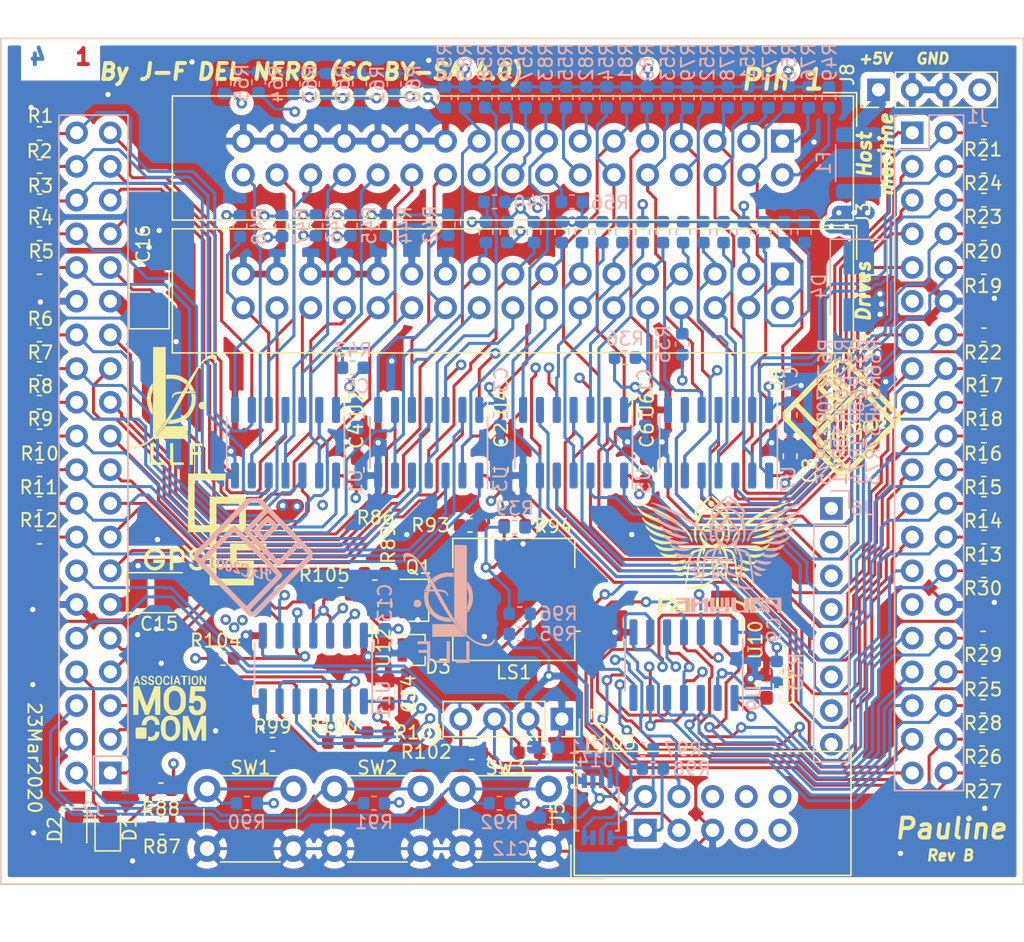
<source format=kicad_pcb>
(kicad_pcb (version 20171130) (host pcbnew 5.1.6-c6e7f7d~86~ubuntu18.04.1)
  (layers (0 F.Cu signal) (1 In1.Cu mixed) (2 In2.Cu mixed) (31 B.Cu signal) (34 B.Paste user) (35 F.Paste user) (36 B.SilkS user) (37 F.SilkS user) (38 B.Mask user) (39 F.Mask user) (44 Edge.Cuts user))
  (net 0 "")
  (net 1 /GPIO_0[0])
  (net 2 /GPIO_0[1])
  (net 3 /GPIO_0[2])
  (net 4 /GPIO_0[3])
  (net 5 /GPIO_0[4])
  (net 6 /GPIO_0[5])
  (net 7 /GPIO_0[6])
  (net 8 /GPIO_0[7])
  (net 9 /GPIO_0[8])
  (net 10 /GPIO_0[9])
  (net 11 +5V)
  (net 12 GND)
  (net 13 /GPIO_0[10])
  (net 14 /GPIO_0[11])
  (net 15 /GPIO_0[12])
  (net 16 /GPIO_0[13])
  (net 17 /GPIO_0[14])
  (net 18 /GPIO_0[15])
  (net 19 /GPIO_0[16])
  (net 20 /GPIO_0[17])
  (net 21 /GPIO_0[18])
  (net 22 /GPIO_0[19])
  (net 23 /GPIO_0[20])
  (net 24 /GPIO_0[21])
  (net 25 /GPIO_0[22])
  (net 26 /GPIO_0[23])
  (net 27 /GPIO_0[24])
  (net 28 /GPIO_0[25])
  (net 29 +3V3)
  (net 30 /GPIO_0[26])
  (net 31 /GPIO_0[27])
  (net 32 /GPIO_0[28])
  (net 33 /GPIO_0[29])
  (net 34 /GPIO_0[30])
  (net 35 /GPIO_0[31])
  (net 36 /GPIO_0[32])
  (net 37 /GPIO_0[33])
  (net 38 /GPIO_0[34])
  (net 39 /GPIO_0[35])
  (net 40 /GPIO_1[35])
  (net 41 /GPIO_1[34])
  (net 42 /GPIO_1[33])
  (net 43 /GPIO_1[32])
  (net 44 /GPIO_1[31])
  (net 45 /GPIO_1[30])
  (net 46 /GPIO_1[29])
  (net 47 /GPIO_1[28])
  (net 48 /GPIO_1[27])
  (net 49 /GPIO_1[26])
  (net 50 /GPIO_1[25])
  (net 51 /GPIO_1[24])
  (net 52 /GPIO_1[23])
  (net 53 /GPIO_1[22])
  (net 54 /GPIO_1[21])
  (net 55 /GPIO_1[20])
  (net 56 /GPIO_1[19])
  (net 57 /GPIO_1[18])
  (net 58 /GPIO_1[17])
  (net 59 /GPIO_1[16])
  (net 60 /GPIO_1[15])
  (net 61 /GPIO_1[14])
  (net 62 /GPIO_1[13])
  (net 63 /GPIO_1[12])
  (net 64 /GPIO_1[11])
  (net 65 /GPIO_1[10])
  (net 66 /GPIO_1[9])
  (net 67 /GPIO_1[8])
  (net 68 /GPIO_1[7])
  (net 69 /GPIO_1[6])
  (net 70 /GPIO_1[5])
  (net 71 /GPIO_1[4])
  (net 72 /GPIO_1[3])
  (net 73 /GPIO_1[2])
  (net 74 /GPIO_1[1])
  (net 75 /GPIO_1[0])
  (net 76 /FLOPPY[1])
  (net 77 /FLOPPY[2])
  (net 78 /FLOPPY[3])
  (net 79 /FLOPPY[4])
  (net 80 /FLOPPY[5])
  (net 81 /FLOPPY[6])
  (net 82 /FLOPPY[7])
  (net 83 /FLOPPY[8])
  (net 84 /FLOPPY[9])
  (net 85 /FLOPPY[10])
  (net 86 /FLOPPY[11])
  (net 87 /FLOPPY[12])
  (net 88 /FLOPPY[13])
  (net 89 /FLOPPY[14])
  (net 90 /FLOPPY[15])
  (net 91 /FLOPPY[16])
  (net 92 /FLOPPY[17])
  (net 93 /FLOPPY[18])
  (net 94 /FLOPPY[19])
  (net 95 /FLOPPY[20])
  (net 96 /FLOPPY[22])
  (net 97 /FLOPPY[24])
  (net 98 /FLOPPY[26])
  (net 99 /FLOPPY[28])
  (net 100 /FLOPPY[30])
  (net 101 /FLOPPY[32])
  (net 102 /FLOPPY[34])
  (net 103 /HOST[34])
  (net 104 /HOST[32])
  (net 105 /HOST[30])
  (net 106 /HOST[28])
  (net 107 /HOST[26])
  (net 108 /HOST[24])
  (net 109 /HOST[22])
  (net 110 /HOST[20])
  (net 111 /HOST[19])
  (net 112 /HOST[18])
  (net 113 /HOST[17])
  (net 114 /HOST[16])
  (net 115 /HOST[15])
  (net 116 /HOST[14])
  (net 117 /HOST[13])
  (net 118 /HOST[12])
  (net 119 /HOST[11])
  (net 120 /HOST[10])
  (net 121 /HOST[9])
  (net 122 /HOST[8])
  (net 123 /HOST[7])
  (net 124 /HOST[6])
  (net 125 /HOST[5])
  (net 126 /HOST[4])
  (net 127 /HOST[1])
  (net 128 "Net-(D3-Pad3)")
  (net 129 "Net-(D3-Pad2)")
  (net 130 "Net-(D3-Pad1)")
  (net 131 /EXT_I2C_SDA)
  (net 132 /EXT_I2C_SCL)
  (net 133 /EXT_INT)
  (net 134 /Arduino_IO0)
  (net 135 /Arduino_IO1)
  (net 136 /Arduino_IO2)
  (net 137 /Arduino_IO3)
  (net 138 /Arduino_IO4)
  (net 139 /Arduino_IO5)
  (net 140 /Arduino_IO6)
  (net 141 /Arduino_IO7)
  (net 142 "Net-(Q1-Pad1)")
  (net 143 "Net-(D1-Pad1)")
  (net 144 "Net-(D2-Pad2)")
  (net 145 "Net-(R95-Pad1)")
  (net 146 /EXT_IO)
  (net 147 "Net-(U12-Pad2)")
  (net 148 /TRIS_IO3)
  (net 149 /TRIS_IO2)
  (net 150 /TRIS_IO1)
  (net 151 /TRIS_IO0)
  (net 152 "Net-(J8-Pad4)")
  (net 153 "Net-(F1-Pad2)")
  (net 154 /HOST[3])
  (net 155 /HOST[2])
  (module symbol:LOGO_LLF (layer B.Cu) (at 105.41 122.301 180)
    (fp_text reference "" (at 0 0) (layer B.SilkS) (effects (font (size 1.27 1.27)) (justify mirror)))
    (fp_text value "" (at 0 0) (layer B.SilkS) (effects (font (size 1.27 1.27)) (justify mirror)))
  )
  (module symbol:LOGO_HXC2001 (layer B.Cu) (at 90.678 118.618 180)
    (fp_text reference "" (at 0 0) (layer B.SilkS) (effects (font (size 1.27 1.27)) (justify mirror)))
    (fp_text value "" (at 0 0) (layer B.SilkS) (effects (font (size 1.27 1.27)) (justify mirror)))
  )
  (module Diode_SMD:D_SMB (layer B.Cu) (at 136.30402 98.18994 270)
    (fp_text reference D4 (at 0 3 90) (layer B.SilkS) (effects (justify mirror)))
    (fp_text value SMBJ5.0A)
    (pad 2 smd rect (at 2.15 0 270) (size 2.5 2.3) (layers B.Cu B.Paste B.Mask) (net 12 GND))
    (pad 1 smd rect (at -2.15 0 270) (size 2.5 2.3) (layers B.Cu B.Paste B.Mask) (net 11 +5V))
  )
  (module Fuse:Fuse_1812_4532Metric (layer B.Cu) (at 136.271 88.9 90)
    (fp_text reference F1 (at 0 -2.6035 90) (layer B.SilkS) (effects (justify mirror)))
    (fp_text value "Littelfuse 1812L260SLPR")
    (pad 2 smd roundrect (at 2.1375 0 90) (size 1.125 3.4) (layers B.Cu B.Paste B.Mask) (roundrect_rratio 0.222222) (net 153 "Net-(F1-Pad2)"))
    (pad 1 smd roundrect (at -2.1375 0 90) (size 1.125 3.4) (layers B.Cu B.Paste B.Mask) (roundrect_rratio 0.222222) (net 11 +5V))
  )
  (module Connector_IDC:IDC-Header_2x17_P2.54mm_Vertical (layer F.Cu) (at 130.546999 87.249 270)
    (fp_text reference J3 (at 5.461 -6.105001 90) (layer F.SilkS))
    (fp_text value "Wurth 61203421621")
    (pad 34 thru_hole oval (at 2.54 40.64 270) (size 1.7272 1.7272) (drill 1.016) (layers *.Cu *.Mask) (net 103 /HOST[34]))
    (pad 33 thru_hole oval (at 0 40.64 270) (size 1.7272 1.7272) (drill 1.016) (layers *.Cu *.Mask) (net 12 GND))
    (pad 32 thru_hole oval (at 2.54 38.1 270) (size 1.7272 1.7272) (drill 1.016) (layers *.Cu *.Mask) (net 104 /HOST[32]))
    (pad 31 thru_hole oval (at 0 38.1 270) (size 1.7272 1.7272) (drill 1.016) (layers *.Cu *.Mask) (net 12 GND))
    (pad 30 thru_hole oval (at 2.54 35.56 270) (size 1.7272 1.7272) (drill 1.016) (layers *.Cu *.Mask) (net 105 /HOST[30]))
    (pad 29 thru_hole oval (at 0 35.56 270) (size 1.7272 1.7272) (drill 1.016) (layers *.Cu *.Mask) (net 12 GND))
    (pad 28 thru_hole oval (at 2.54 33.02 270) (size 1.7272 1.7272) (drill 1.016) (layers *.Cu *.Mask) (net 106 /HOST[28]))
    (pad 27 thru_hole oval (at 0 33.02 270) (size 1.7272 1.7272) (drill 1.016) (layers *.Cu *.Mask) (net 12 GND))
    (pad 26 thru_hole oval (at 2.54 30.48 270) (size 1.7272 1.7272) (drill 1.016) (layers *.Cu *.Mask) (net 107 /HOST[26]))
    (pad 25 thru_hole oval (at 0 30.48 270) (size 1.7272 1.7272) (drill 1.016) (layers *.Cu *.Mask) (net 12 GND))
    (pad 24 thru_hole oval (at 2.54 27.94 270) (size 1.7272 1.7272) (drill 1.016) (layers *.Cu *.Mask) (net 108 /HOST[24]))
    (pad 23 thru_hole oval (at 0 27.94 270) (size 1.7272 1.7272) (drill 1.016) (layers *.Cu *.Mask) (net 12 GND))
    (pad 22 thru_hole oval (at 2.54 25.4 270) (size 1.7272 1.7272) (drill 1.016) (layers *.Cu *.Mask) (net 109 /HOST[22]))
    (pad 21 thru_hole oval (at 0 25.4 270) (size 1.7272 1.7272) (drill 1.016) (layers *.Cu *.Mask) (net 12 GND))
    (pad 20 thru_hole oval (at 2.54 22.86 270) (size 1.7272 1.7272) (drill 1.016) (layers *.Cu *.Mask) (net 110 /HOST[20]))
    (pad 19 thru_hole oval (at 0 22.86 270) (size 1.7272 1.7272) (drill 1.016) (layers *.Cu *.Mask) (net 111 /HOST[19]))
    (pad 18 thru_hole oval (at 2.54 20.32 270) (size 1.7272 1.7272) (drill 1.016) (layers *.Cu *.Mask) (net 112 /HOST[18]))
    (pad 17 thru_hole oval (at 0 20.32 270) (size 1.7272 1.7272) (drill 1.016) (layers *.Cu *.Mask) (net 113 /HOST[17]))
    (pad 16 thru_hole oval (at 2.54 17.78 270) (size 1.7272 1.7272) (drill 1.016) (layers *.Cu *.Mask) (net 114 /HOST[16]))
    (pad 15 thru_hole oval (at 0 17.78 270) (size 1.7272 1.7272) (drill 1.016) (layers *.Cu *.Mask) (net 115 /HOST[15]))
    (pad 14 thru_hole oval (at 2.54 15.24 270) (size 1.7272 1.7272) (drill 1.016) (layers *.Cu *.Mask) (net 116 /HOST[14]))
    (pad 13 thru_hole oval (at 0 15.24 270) (size 1.7272 1.7272) (drill 1.016) (layers *.Cu *.Mask) (net 117 /HOST[13]))
    (pad 12 thru_hole oval (at 2.54 12.7 270) (size 1.7272 1.7272) (drill 1.016) (layers *.Cu *.Mask) (net 118 /HOST[12]))
    (pad 11 thru_hole oval (at 0 12.7 270) (size 1.7272 1.7272) (drill 1.016) (layers *.Cu *.Mask) (net 119 /HOST[11]))
    (pad 10 thru_hole oval (at 2.54 10.16 270) (size 1.7272 1.7272) (drill 1.016) (layers *.Cu *.Mask) (net 120 /HOST[10]))
    (pad 9 thru_hole oval (at 0 10.16 270) (size 1.7272 1.7272) (drill 1.016) (layers *.Cu *.Mask) (net 121 /HOST[9]))
    (pad 8 thru_hole oval (at 2.54 7.62 270) (size 1.7272 1.7272) (drill 1.016) (layers *.Cu *.Mask) (net 122 /HOST[8]))
    (pad 7 thru_hole oval (at 0 7.62 270) (size 1.7272 1.7272) (drill 1.016) (layers *.Cu *.Mask) (net 123 /HOST[7]))
    (pad 6 thru_hole oval (at 2.54 5.08 270) (size 1.7272 1.7272) (drill 1.016) (layers *.Cu *.Mask) (net 124 /HOST[6]))
    (pad 5 thru_hole oval (at 0 5.08 270) (size 1.7272 1.7272) (drill 1.016) (layers *.Cu *.Mask) (net 125 /HOST[5]))
    (pad 4 thru_hole oval (at 2.54 2.54 270) (size 1.7272 1.7272) (drill 1.016) (layers *.Cu *.Mask) (net 126 /HOST[4]))
    (pad 3 thru_hole oval (at 0 2.54 270) (size 1.7272 1.7272) (drill 1.016) (layers *.Cu *.Mask) (net 154 /HOST[3]))
    (pad 2 thru_hole oval (at 2.54 0 270) (size 1.7272 1.7272) (drill 1.016) (layers *.Cu *.Mask) (net 155 /HOST[2]))
    (pad 1 thru_hole rect (at 0 0 270) (size 1.7272 1.7272) (drill 1.016) (layers *.Cu *.Mask) (net 127 /HOST[1]))
  )
  (module Connector_PinHeader_2.54mm:PinHeader_1x04_P2.54mm_Vertical (layer F.Cu) (at 137.795 83.3755 90)
    (fp_text reference J8 (at 1.143 -2.3495 90) (layer F.SilkS))
    (fp_text value Conn_01x04_Male)
    (pad 4 thru_hole oval (at 0 7.62 90) (size 1.7 1.7) (drill 1) (layers *.Cu *.Mask) (net 152 "Net-(J8-Pad4)"))
    (pad 3 thru_hole oval (at 0 5.08 90) (size 1.7 1.7) (drill 1) (layers *.Cu *.Mask) (net 12 GND))
    (pad 2 thru_hole oval (at 0 2.54 90) (size 1.7 1.7) (drill 1) (layers *.Cu *.Mask) (net 12 GND))
    (pad 1 thru_hole rect (at 0 0 90) (size 1.7 1.7) (drill 1) (layers *.Cu *.Mask) (net 153 "Net-(F1-Pad2)"))
  )
  (module Connector_IDC:IDC-Header_2x05_P2.54mm_Vertical (layer F.Cu) (at 120.2055 139.192 90)
    (fp_text reference J5 (at 1.27 -6.604 90) (layer F.SilkS))
    (fp_text value HIF3FC-10PA-2.54DSA)
    (pad 10 thru_hole oval (at 2.54 10.16 90) (size 1.7272 1.7272) (drill 1.016) (layers *.Cu *.Mask) (net 148 /TRIS_IO3))
    (pad 9 thru_hole oval (at 0 10.16 90) (size 1.7272 1.7272) (drill 1.016) (layers *.Cu *.Mask) (net 149 /TRIS_IO2))
    (pad 8 thru_hole oval (at 2.54 7.62 90) (size 1.7272 1.7272) (drill 1.016) (layers *.Cu *.Mask) (net 150 /TRIS_IO1))
    (pad 7 thru_hole oval (at 0 7.62 90) (size 1.7272 1.7272) (drill 1.016) (layers *.Cu *.Mask) (net 151 /TRIS_IO0))
    (pad 6 thru_hole oval (at 2.54 5.08 90) (size 1.7272 1.7272) (drill 1.016) (layers *.Cu *.Mask) (net 11 +5V))
    (pad 5 thru_hole oval (at 0 5.08 90) (size 1.7272 1.7272) (drill 1.016) (layers *.Cu *.Mask) (net 12 GND))
    (pad 4 thru_hole oval (at 2.54 2.54 90) (size 1.7272 1.7272) (drill 1.016) (layers *.Cu *.Mask) (net 146 /EXT_IO))
    (pad 3 thru_hole oval (at 0 2.54 90) (size 1.7272 1.7272) (drill 1.016) (layers *.Cu *.Mask) (net 133 /EXT_INT))
    (pad 2 thru_hole oval (at 2.54 0 90) (size 1.7272 1.7272) (drill 1.016) (layers *.Cu *.Mask) (net 132 /EXT_I2C_SCL))
    (pad 1 thru_hole rect (at 0 0 90) (size 1.7272 1.7272) (drill 1.016) (layers *.Cu *.Mask) (net 131 /EXT_I2C_SDA))
  )
  (module Connector_IDC:IDC-Header_2x17_P2.54mm_Vertical (layer F.Cu) (at 130.546999 97.266001 270)
    (fp_text reference J4 (at 5.286499 -6.105001 90) (layer F.SilkS))
    (fp_text value "Wurth 61203421621")
    (pad 34 thru_hole oval (at 2.54 40.64 270) (size 1.7272 1.7272) (drill 1.016) (layers *.Cu *.Mask) (net 102 /FLOPPY[34]))
    (pad 33 thru_hole oval (at 0 40.64 270) (size 1.7272 1.7272) (drill 1.016) (layers *.Cu *.Mask) (net 12 GND))
    (pad 32 thru_hole oval (at 2.54 38.1 270) (size 1.7272 1.7272) (drill 1.016) (layers *.Cu *.Mask) (net 101 /FLOPPY[32]))
    (pad 31 thru_hole oval (at 0 38.1 270) (size 1.7272 1.7272) (drill 1.016) (layers *.Cu *.Mask) (net 12 GND))
    (pad 30 thru_hole oval (at 2.54 35.56 270) (size 1.7272 1.7272) (drill 1.016) (layers *.Cu *.Mask) (net 100 /FLOPPY[30]))
    (pad 29 thru_hole oval (at 0 35.56 270) (size 1.7272 1.7272) (drill 1.016) (layers *.Cu *.Mask) (net 12 GND))
    (pad 28 thru_hole oval (at 2.54 33.02 270) (size 1.7272 1.7272) (drill 1.016) (layers *.Cu *.Mask) (net 99 /FLOPPY[28]))
    (pad 27 thru_hole oval (at 0 33.02 270) (size 1.7272 1.7272) (drill 1.016) (layers *.Cu *.Mask) (net 12 GND))
    (pad 26 thru_hole oval (at 2.54 30.48 270) (size 1.7272 1.7272) (drill 1.016) (layers *.Cu *.Mask) (net 98 /FLOPPY[26]))
    (pad 25 thru_hole oval (at 0 30.48 270) (size 1.7272 1.7272) (drill 1.016) (layers *.Cu *.Mask) (net 12 GND))
    (pad 24 thru_hole oval (at 2.54 27.94 270) (size 1.7272 1.7272) (drill 1.016) (layers *.Cu *.Mask) (net 97 /FLOPPY[24]))
    (pad 23 thru_hole oval (at 0 27.94 270) (size 1.7272 1.7272) (drill 1.016) (layers *.Cu *.Mask) (net 12 GND))
    (pad 22 thru_hole oval (at 2.54 25.4 270) (size 1.7272 1.7272) (drill 1.016) (layers *.Cu *.Mask) (net 96 /FLOPPY[22]))
    (pad 21 thru_hole oval (at 0 25.4 270) (size 1.7272 1.7272) (drill 1.016) (layers *.Cu *.Mask) (net 12 GND))
    (pad 20 thru_hole oval (at 2.54 22.86 270) (size 1.7272 1.7272) (drill 1.016) (layers *.Cu *.Mask) (net 95 /FLOPPY[20]))
    (pad 19 thru_hole oval (at 0 22.86 270) (size 1.7272 1.7272) (drill 1.016) (layers *.Cu *.Mask) (net 94 /FLOPPY[19]))
    (pad 18 thru_hole oval (at 2.54 20.32 270) (size 1.7272 1.7272) (drill 1.016) (layers *.Cu *.Mask) (net 93 /FLOPPY[18]))
    (pad 17 thru_hole oval (at 0 20.32 270) (size 1.7272 1.7272) (drill 1.016) (layers *.Cu *.Mask) (net 92 /FLOPPY[17]))
    (pad 16 thru_hole oval (at 2.54 17.78 270) (size 1.7272 1.7272) (drill 1.016) (layers *.Cu *.Mask) (net 91 /FLOPPY[16]))
    (pad 15 thru_hole oval (at 0 17.78 270) (size 1.7272 1.7272) (drill 1.016) (layers *.Cu *.Mask) (net 90 /FLOPPY[15]))
    (pad 14 thru_hole oval (at 2.54 15.24 270) (size 1.7272 1.7272) (drill 1.016) (layers *.Cu *.Mask) (net 89 /FLOPPY[14]))
    (pad 13 thru_hole oval (at 0 15.24 270) (size 1.7272 1.7272) (drill 1.016) (layers *.Cu *.Mask) (net 88 /FLOPPY[13]))
    (pad 12 thru_hole oval (at 2.54 12.7 270) (size 1.7272 1.7272) (drill 1.016) (layers *.Cu *.Mask) (net 87 /FLOPPY[12]))
    (pad 11 thru_hole oval (at 0 12.7 270) (size 1.7272 1.7272) (drill 1.016) (layers *.Cu *.Mask) (net 86 /FLOPPY[11]))
    (pad 10 thru_hole oval (at 2.54 10.16 270) (size 1.7272 1.7272) (drill 1.016) (layers *.Cu *.Mask) (net 85 /FLOPPY[10]))
    (pad 9 thru_hole oval (at 0 10.16 270) (size 1.7272 1.7272) (drill 1.016) (layers *.Cu *.Mask) (net 84 /FLOPPY[9]))
    (pad 8 thru_hole oval (at 2.54 7.62 270) (size 1.7272 1.7272) (drill 1.016) (layers *.Cu *.Mask) (net 83 /FLOPPY[8]))
    (pad 7 thru_hole oval (at 0 7.62 270) (size 1.7272 1.7272) (drill 1.016) (layers *.Cu *.Mask) (net 82 /FLOPPY[7]))
    (pad 6 thru_hole oval (at 2.54 5.08 270) (size 1.7272 1.7272) (drill 1.016) (layers *.Cu *.Mask) (net 81 /FLOPPY[6]))
    (pad 5 thru_hole oval (at 0 5.08 270) (size 1.7272 1.7272) (drill 1.016) (layers *.Cu *.Mask) (net 80 /FLOPPY[5]))
    (pad 4 thru_hole oval (at 2.54 2.54 270) (size 1.7272 1.7272) (drill 1.016) (layers *.Cu *.Mask) (net 79 /FLOPPY[4]))
    (pad 3 thru_hole oval (at 0 2.54 270) (size 1.7272 1.7272) (drill 1.016) (layers *.Cu *.Mask) (net 78 /FLOPPY[3]))
    (pad 2 thru_hole oval (at 2.54 0 270) (size 1.7272 1.7272) (drill 1.016) (layers *.Cu *.Mask) (net 77 /FLOPPY[2]))
    (pad 1 thru_hole rect (at 0 0 270) (size 1.7272 1.7272) (drill 1.016) (layers *.Cu *.Mask) (net 76 /FLOPPY[1]))
  )
  (module Capacitor_Tantalum_SMD:CP_EIA-3528-21_Kemet-B (layer F.Cu) (at 82.804 98.933 90)
    (fp_text reference C16 (at 3.937 -0.4445 90) (layer F.SilkS))
    (fp_text value 100uF)
    (pad 2 smd roundrect (at 1.5375 0 90) (size 1.325 2.35) (layers F.Cu F.Paste F.Mask) (roundrect_rratio 0.188679) (net 12 GND))
    (pad 1 smd roundrect (at -1.5375 0 90) (size 1.325 2.35) (layers F.Cu F.Paste F.Mask) (roundrect_rratio 0.188679) (net 29 +3V3))
  )
  (module Capacitor_Tantalum_SMD:CP_EIA-3528-21_Kemet-B (layer F.Cu) (at 83.566 121.285)
    (fp_text reference C15 (at 0 2.3495) (layer F.SilkS))
    (fp_text value 100uF)
    (pad 2 smd roundrect (at 1.5375 0) (size 1.325 2.35) (layers F.Cu F.Paste F.Mask) (roundrect_rratio 0.188679) (net 12 GND))
    (pad 1 smd roundrect (at -1.5375 0) (size 1.325 2.35) (layers F.Cu F.Paste F.Mask) (roundrect_rratio 0.188679) (net 11 +5V))
  )
  (module Button_Switch_THT:SW_PUSH_6mm (layer F.Cu) (at 106.426 136.0805)
    (fp_text reference SW3 (at 3.24866 -1.57734) (layer F.SilkS))
    (fp_text value "Schurter 693-1301.9302")
    (pad 1 thru_hole circle (at 6.5 0 90) (size 2 2) (drill 1.1) (layers *.Cu *.Mask) (net 70 /GPIO_1[5]))
    (pad 2 thru_hole circle (at 6.5 4.5 90) (size 2 2) (drill 1.1) (layers *.Cu *.Mask) (net 12 GND))
    (pad 1 thru_hole circle (at 0 0 90) (size 2 2) (drill 1.1) (layers *.Cu *.Mask) (net 70 /GPIO_1[5]))
    (pad 2 thru_hole circle (at 0 4.5 90) (size 2 2) (drill 1.1) (layers *.Cu *.Mask) (net 12 GND))
  )
  (module symbol:LOGO_Pauline2 (layer F.Cu) (at 125.7935 118.618)
    (fp_text reference "" (at 0 0) (layer F.SilkS) (effects (font (size 1.27 1.27))))
    (fp_text value "" (at 0 0) (layer F.SilkS) (effects (font (size 1.27 1.27))))
  )
  (module symbol:LOGO_Pauline2 (layer B.Cu) (at 125.857 118.618 180)
    (fp_text reference "" (at 0 0) (layer B.SilkS) (effects (font (size 1.27 1.27)) (justify mirror)))
    (fp_text value "" (at 0 0) (layer B.SilkS) (effects (font (size 1.27 1.27)) (justify mirror)))
  )
  (module symbol:LOGO_HXC2001 (layer F.Cu) (at 135.001 108.1405)
    (fp_text reference "" (at 0 0) (layer F.SilkS) (effects (font (size 1.27 1.27))))
    (fp_text value "" (at 0 0) (layer F.SilkS) (effects (font (size 1.27 1.27))))
  )
  (module symbol:LOGO_MO5 (layer F.Cu) (at 84.328 130.429)
    (fp_text reference "" (at 0 0) (layer F.SilkS) (effects (font (size 1.27 1.27))))
    (fp_text value "" (at 0 0) (layer F.SilkS) (effects (font (size 1.27 1.27))))
  )
  (module symbol:LOGO_GPS (layer F.Cu) (at 86.995 116.586)
    (fp_text reference G*** hide)
    (fp_text value "" hide)
  )
  (module symbol:LOGO_LLF (layer F.Cu) (at 84.455 107.3785)
    (fp_text reference "" (at 0 0) (layer F.SilkS) (effects (font (size 1.27 1.27))))
    (fp_text value "" (at 0 0) (layer F.SilkS) (effects (font (size 1.27 1.27))))
  )
  (module Connector_PinSocket_2.54mm:PinSocket_1x04_P2.54mm_Vertical (layer F.Cu) (at 113.919 130.81 270)
    (fp_text reference J7 (at 0 -2.77 90) (layer F.SilkS))
    (fp_text value "TE Connectivity 5-534237-2 REC 1X04P")
    (pad 4 thru_hole oval (at 0 7.62 270) (size 1.7 1.7) (drill 1) (layers *.Cu *.Mask) (net 64 /GPIO_1[11]))
    (pad 3 thru_hole oval (at 0 5.08 270) (size 1.7 1.7) (drill 1) (layers *.Cu *.Mask) (net 66 /GPIO_1[9]))
    (pad 2 thru_hole oval (at 0 2.54 270) (size 1.7 1.7) (drill 1) (layers *.Cu *.Mask) (net 29 +3V3))
    (pad 1 thru_hole rect (at 0 0 270) (size 1.7 1.7) (drill 1) (layers *.Cu *.Mask) (net 12 GND))
  )
  (module Resistor_SMD:R_0603_1608Metric (layer F.Cu) (at 97.2185 121.412)
    (fp_text reference R105 (at -1.2065 -1.4605) (layer F.SilkS))
    (fp_text value 1K)
    (pad 2 smd roundrect (at 0.7875 0) (size 0.875 0.95) (layers F.Cu F.Paste F.Mask) (net 29 +3V3))
    (pad 1 smd roundrect (at -0.7875 0) (size 0.875 0.95) (layers F.Cu F.Paste F.Mask) (net 148 /TRIS_IO3))
  )
  (module Resistor_SMD:R_0603_1608Metric (layer F.Cu) (at 88.392 126.238 180)
    (fp_text reference R104 (at 0.5715 1.3335) (layer F.SilkS))
    (fp_text value 1K)
    (pad 2 smd roundrect (at 0.7875 0 180) (size 0.875 0.95) (layers F.Cu F.Paste F.Mask) (net 29 +3V3))
    (pad 1 smd roundrect (at -0.7875 0 180) (size 0.875 0.95) (layers F.Cu F.Paste F.Mask) (net 149 /TRIS_IO2))
  )
  (module Resistor_SMD:R_0603_1608Metric (layer F.Cu) (at 100.038 131.826)
    (fp_text reference R101 (at 3.1495 0) (layer F.SilkS))
    (fp_text value 1K)
    (pad 2 smd roundrect (at 0.7875 0) (size 0.875 0.95) (layers F.Cu F.Paste F.Mask) (net 29 +3V3))
    (pad 1 smd roundrect (at -0.7875 0) (size 0.875 0.95) (layers F.Cu F.Paste F.Mask) (net 150 /TRIS_IO1))
  )
  (module Resistor_SMD:R_0603_1608Metric (layer F.Cu) (at 97.066 132.588)
    (fp_text reference R100 (at -0.419 -1.27) (layer F.SilkS))
    (fp_text value 1K)
    (pad 2 smd roundrect (at 0.7875 0) (size 0.875 0.95) (layers F.Cu F.Paste F.Mask) (net 29 +3V3))
    (pad 1 smd roundrect (at -0.7875 0) (size 0.875 0.95) (layers F.Cu F.Paste F.Mask) (net 151 /TRIS_IO0))
  )
  (module Package_SO:SOIC-14_3.9x8.7mm_P1.27mm (layer F.Cu) (at 95.1865 127 270)
    (fp_text reference U12 (at -1.5875 -5.28 90) (layer F.SilkS))
    (fp_text value MC74LVX14DR2G)
    (pad 14 smd roundrect (at 2.475 -3.81 270) (size 1.95 0.6) (layers F.Cu F.Paste F.Mask) (net 29 +3V3))
    (pad 13 smd roundrect (at 2.475 -2.54 270) (size 1.95 0.6) (layers F.Cu F.Paste F.Mask) (net 150 /TRIS_IO1))
    (pad 12 smd roundrect (at 2.475 -1.27 270) (size 1.95 0.6) (layers F.Cu F.Paste F.Mask) (net 71 /GPIO_1[4]))
    (pad 11 smd roundrect (at 2.475 0 270) (size 1.95 0.6) (layers F.Cu F.Paste F.Mask) (net 151 /TRIS_IO0))
    (pad 10 smd roundrect (at 2.475 1.27 270) (size 1.95 0.6) (layers F.Cu F.Paste F.Mask) (net 73 /GPIO_1[2]))
    (pad 9 smd roundrect (at 2.475 2.54 270) (size 1.95 0.6) (layers F.Cu F.Paste F.Mask) (net 133 /EXT_INT))
    (pad 8 smd roundrect (at 2.475 3.81 270) (size 1.95 0.6) (layers F.Cu F.Paste F.Mask) (net 75 /GPIO_1[0]))
    (pad 7 smd roundrect (at -2.475 3.81 270) (size 1.95 0.6) (layers F.Cu F.Paste F.Mask) (net 12 GND))
    (pad 6 smd roundrect (at -2.475 2.54 270) (size 1.95 0.6) (layers F.Cu F.Paste F.Mask) (net 69 /GPIO_1[6]))
    (pad 5 smd roundrect (at -2.475 1.27 270) (size 1.95 0.6) (layers F.Cu F.Paste F.Mask) (net 149 /TRIS_IO2))
    (pad 4 smd roundrect (at -2.475 0 270) (size 1.95 0.6) (layers F.Cu F.Paste F.Mask) (net 67 /GPIO_1[8]))
    (pad 3 smd roundrect (at -2.475 -1.27 270) (size 1.95 0.6) (layers F.Cu F.Paste F.Mask) (net 148 /TRIS_IO3))
    (pad 2 smd roundrect (at -2.475 -2.54 270) (size 1.95 0.6) (layers F.Cu F.Paste F.Mask) (net 147 "Net-(U12-Pad2)"))
    (pad 1 smd roundrect (at -2.475 -3.81 270) (size 1.95 0.6) (layers F.Cu F.Paste F.Mask) (net 12 GND))
  )
  (module Buzzer_Beeper:Buzzer_CUI_CPT-9019S-SMT (layer F.Cu) (at 110.2995 121.793 180)
    (fp_text reference LS1 (at 0 -5.5) (layer F.SilkS))
    (fp_text value CPT-9019S-SMT-TR)
    (pad 2 smd rect (at 4 0 180) (size 2 4.2) (layers F.Cu F.Paste F.Mask) (net 130 "Net-(D3-Pad1)"))
    (pad 1 smd rect (at -4 0 180) (size 2 4.2) (layers F.Cu F.Paste F.Mask) (net 128 "Net-(D3-Pad3)"))
  )
  (module Capacitor_SMD:C_0603_1608Metric_Pad1.05x0.95mm_HandSolder (layer F.Cu) (at 100.838 128.778 90)
    (fp_text reference C14 (at -0.127 1.524 90) (layer F.SilkS))
    (fp_text value 100nF)
    (pad 2 smd roundrect (at 0.875 0 90) (size 1.05 0.95) (layers F.Cu F.Paste F.Mask) (net 12 GND))
    (pad 1 smd roundrect (at -0.875 0 90) (size 1.05 0.95) (layers F.Cu F.Paste F.Mask) (net 29 +3V3))
  )
  (module Capacitor_SMD:C_0603_1608Metric_Pad1.05x0.95mm_HandSolder (layer B.Cu) (at 100.584 124.968 270)
    (fp_text reference C13 (at -2.921 0 90) (layer B.SilkS) (effects (justify mirror)))
    (fp_text value 100nF)
    (pad 2 smd roundrect (at 0.875 0 270) (size 1.05 0.95) (layers B.Cu B.Paste B.Mask) (net 12 GND))
    (pad 1 smd roundrect (at -0.875 0 270) (size 1.05 0.95) (layers B.Cu B.Paste B.Mask) (net 29 +3V3))
  )
  (module Resistor_SMD:R_0603_1608Metric (layer B.Cu) (at 120.777 134.5565 180)
    (fp_text reference R98 (at -2.921 0) (layer B.SilkS) (effects (justify mirror)))
    (fp_text value 2K2)
    (pad 2 smd roundrect (at 0.7875 0 180) (size 0.875 0.95) (layers B.Cu B.Paste B.Mask) (net 145 "Net-(R95-Pad1)"))
    (pad 1 smd roundrect (at -0.7875 0 180) (size 0.875 0.95) (layers B.Cu B.Paste B.Mask) (net 131 /EXT_I2C_SDA))
  )
  (module Resistor_SMD:R_0603_1608Metric (layer B.Cu) (at 120.015 133.096 180)
    (fp_text reference R97 (at -3.048 0) (layer B.SilkS) (effects (justify mirror)))
    (fp_text value 2K2)
    (pad 2 smd roundrect (at 0.7875 0 180) (size 0.875 0.95) (layers B.Cu B.Paste B.Mask) (net 145 "Net-(R95-Pad1)"))
    (pad 1 smd roundrect (at -0.7875 0 180) (size 0.875 0.95) (layers B.Cu B.Paste B.Mask) (net 132 /EXT_I2C_SCL))
  )
  (module Package_SO:SOIC-14_3.9x8.7mm_P1.27mm (layer B.Cu) (at 95.1865 126.9985 90)
    (fp_text reference U11 (at -2.351 5.2705 90) (layer B.SilkS) (effects (justify mirror)))
    (fp_text value 74LCX125MX)
    (pad 14 smd roundrect (at 2.475 3.81 90) (size 1.95 0.6) (layers B.Cu B.Paste B.Mask) (net 29 +3V3))
    (pad 13 smd roundrect (at 2.475 2.54 90) (size 1.95 0.6) (layers B.Cu B.Paste B.Mask) (net 138 /Arduino_IO4))
    (pad 12 smd roundrect (at 2.475 1.27 90) (size 1.95 0.6) (layers B.Cu B.Paste B.Mask) (net 139 /Arduino_IO5))
    (pad 11 smd roundrect (at 2.475 0 90) (size 1.95 0.6) (layers B.Cu B.Paste B.Mask) (net 148 /TRIS_IO3))
    (pad 10 smd roundrect (at 2.475 -1.27 90) (size 1.95 0.6) (layers B.Cu B.Paste B.Mask) (net 140 /Arduino_IO6))
    (pad 9 smd roundrect (at 2.475 -2.54 90) (size 1.95 0.6) (layers B.Cu B.Paste B.Mask) (net 141 /Arduino_IO7))
    (pad 8 smd roundrect (at 2.475 -3.81 90) (size 1.95 0.6) (layers B.Cu B.Paste B.Mask) (net 149 /TRIS_IO2))
    (pad 7 smd roundrect (at -2.475 -3.81 90) (size 1.95 0.6) (layers B.Cu B.Paste B.Mask) (net 12 GND))
    (pad 6 smd roundrect (at -2.475 -2.54 90) (size 1.95 0.6) (layers B.Cu B.Paste B.Mask) (net 150 /TRIS_IO1))
    (pad 5 smd roundrect (at -2.475 -1.27 90) (size 1.95 0.6) (layers B.Cu B.Paste B.Mask) (net 134 /Arduino_IO0))
    (pad 4 smd roundrect (at -2.475 0 90) (size 1.95 0.6) (layers B.Cu B.Paste B.Mask) (net 135 /Arduino_IO1))
    (pad 3 smd roundrect (at -2.475 1.27 90) (size 1.95 0.6) (layers B.Cu B.Paste B.Mask) (net 151 /TRIS_IO0))
    (pad 2 smd roundrect (at -2.475 2.54 90) (size 1.95 0.6) (layers B.Cu B.Paste B.Mask) (net 136 /Arduino_IO2))
    (pad 1 smd roundrect (at -2.475 3.81 90) (size 1.95 0.6) (layers B.Cu B.Paste B.Mask) (net 137 /Arduino_IO3))
  )
  (module Resistor_SMD:R_0603_1608Metric (layer F.Cu) (at 92.113 132.715)
    (fp_text reference R99 (at 0 -1.3335) (layer F.SilkS))
    (fp_text value 1K)
    (pad 2 smd roundrect (at 0.7875 0) (size 0.875 0.95) (layers F.Cu F.Paste F.Mask) (net 133 /EXT_INT))
    (pad 1 smd roundrect (at -0.7875 0) (size 0.875 0.95) (layers F.Cu F.Paste F.Mask) (net 12 GND))
  )
  (module Resistor_SMD:R_0603_1608Metric (layer F.Cu) (at 110.363 116.205 180)
    (fp_text reference R94 (at -2.921 -0.0635) (layer F.SilkS))
    (fp_text value 0R)
    (pad 2 smd roundrect (at 0.7875 0 180) (size 0.875 0.95) (layers F.Cu F.Paste F.Mask) (net 11 +5V))
    (pad 1 smd roundrect (at -0.7875 0 180) (size 0.875 0.95) (layers F.Cu F.Paste F.Mask) (net 128 "Net-(D3-Pad3)"))
  )
  (module Resistor_SMD:R_0603_1608Metric (layer F.Cu) (at 106.9975 116.205)
    (fp_text reference R93 (at -2.9845 0) (layer F.SilkS))
    (fp_text value 1K)
    (pad 2 smd roundrect (at 0.7875 0) (size 0.875 0.95) (layers F.Cu F.Paste F.Mask) (net 128 "Net-(D3-Pad3)"))
    (pad 1 smd roundrect (at -0.7875 0) (size 0.875 0.95) (layers F.Cu F.Paste F.Mask) (net 130 "Net-(D3-Pad1)"))
  )
  (module Resistor_SMD:R_0603_1608Metric (layer B.Cu) (at 109.22 137.16)
    (fp_text reference R92 (at 0 1.43) (layer B.SilkS) (effects (justify mirror)))
    (fp_text value 1K)
    (pad 2 smd roundrect (at 0.7875 0) (size 0.875 0.95) (layers B.Cu B.Paste B.Mask) (net 29 +3V3))
    (pad 1 smd roundrect (at -0.7875 0) (size 0.875 0.95) (layers B.Cu B.Paste B.Mask) (net 70 /GPIO_1[5]))
  )
  (module Resistor_SMD:R_0603_1608Metric (layer B.Cu) (at 99.7585 137.16)
    (fp_text reference R91 (at 0 1.43) (layer B.SilkS) (effects (justify mirror)))
    (fp_text value 1K)
    (pad 2 smd roundrect (at 0.7875 0) (size 0.875 0.95) (layers B.Cu B.Paste B.Mask) (net 29 +3V3))
    (pad 1 smd roundrect (at -0.7875 0) (size 0.875 0.95) (layers B.Cu B.Paste B.Mask) (net 72 /GPIO_1[3]))
  )
  (module Resistor_SMD:R_0603_1608Metric (layer B.Cu) (at 90.17 137.16)
    (fp_text reference R90 (at 0 1.43) (layer B.SilkS) (effects (justify mirror)))
    (fp_text value 1K)
    (pad 2 smd roundrect (at 0.7875 0) (size 0.875 0.95) (layers B.Cu B.Paste B.Mask) (net 29 +3V3))
    (pad 1 smd roundrect (at -0.7875 0) (size 0.875 0.95) (layers B.Cu B.Paste B.Mask) (net 74 /GPIO_1[1]))
  )
  (module Resistor_SMD:R_0603_1608Metric (layer F.Cu) (at 100.584 122.174 270)
    (fp_text reference R89 (at -4.5085 -0.254 90) (layer F.SilkS))
    (fp_text value 1K)
    (pad 2 smd roundrect (at 0.7875 0 270) (size 0.875 0.95) (layers F.Cu F.Paste F.Mask) (net 12 GND))
    (pad 1 smd roundrect (at -0.7875 0 270) (size 0.875 0.95) (layers F.Cu F.Paste F.Mask) (net 142 "Net-(Q1-Pad1)"))
  )
  (module Resistor_SMD:R_0603_1608Metric (layer F.Cu) (at 99.822 119.8245 180)
    (fp_text reference R86 (at -0.0635 4.191) (layer F.SilkS))
    (fp_text value 1K)
    (pad 2 smd roundrect (at 0.7875 0 180) (size 0.875 0.95) (layers F.Cu F.Paste F.Mask) (net 65 /GPIO_1[10]))
    (pad 1 smd roundrect (at -0.7875 0 180) (size 0.875 0.95) (layers F.Cu F.Paste F.Mask) (net 142 "Net-(Q1-Pad1)"))
  )
  (module Resistor_SMD:R_0603_1608Metric (layer B.Cu) (at 130.1115 127.254 90)
    (fp_text reference R33 (at 0 1.4605 270) (layer B.SilkS) (effects (justify mirror)))
    (fp_text value 1K)
    (pad 2 smd roundrect (at 0.7875 0 90) (size 0.875 0.95) (layers B.Cu B.Paste B.Mask) (net 11 +5V))
    (pad 1 smd roundrect (at -0.7875 0 90) (size 0.875 0.95) (layers B.Cu B.Paste B.Mask) (net 146 /EXT_IO))
  )
  (module Package_TO_SOT_SMD:SOT-23 (layer F.Cu) (at 103.124 121.8565)
    (fp_text reference Q1 (at 0 -2.5) (layer F.SilkS))
    (fp_text value BC817K-40HVL)
    (pad 3 smd rect (at 1 0) (size 0.9 0.8) (layers F.Cu F.Paste F.Mask) (net 130 "Net-(D3-Pad1)"))
    (pad 2 smd rect (at -1 0.95) (size 0.9 0.8) (layers F.Cu F.Paste F.Mask) (net 12 GND))
    (pad 1 smd rect (at -1 -0.95) (size 0.9 0.8) (layers F.Cu F.Paste F.Mask) (net 142 "Net-(Q1-Pad1)"))
  )
  (module Package_TO_SOT_SMD:SOT-323_SC-70 (layer F.Cu) (at 102.886 125.603)
    (fp_text reference D3 (at 1.6985 1.27) (layer F.SilkS))
    (fp_text value BAS16W)
    (pad 3 smd rect (at 1 0 270) (size 0.45 0.7) (layers F.Cu F.Paste F.Mask) (net 128 "Net-(D3-Pad3)"))
    (pad 2 smd rect (at -1 0.65 270) (size 0.45 0.7) (layers F.Cu F.Paste F.Mask) (net 129 "Net-(D3-Pad2)"))
    (pad 1 smd rect (at -1 -0.65 270) (size 0.45 0.7) (layers F.Cu F.Paste F.Mask) (net 130 "Net-(D3-Pad1)"))
  )
  (module Capacitor_SMD:C_0603_1608Metric_Pad1.05x0.95mm_HandSolder (layer B.Cu) (at 112.7125 132.94106)
    (fp_text reference C11 (at 3.1382 -0.03556) (layer B.SilkS) (effects (justify mirror)))
    (fp_text value 100nF)
    (pad 1 smd roundrect (at -0.875 0) (size 1.05 0.95) (layers B.Cu B.Paste B.Mask) (net 29 +3V3))
    (pad 2 smd roundrect (at 0.875 0) (size 1.05 0.95) (layers B.Cu B.Paste B.Mask) (net 12 GND))
  )
  (module Capacitor_SMD:C_0603_1608Metric_Pad1.05x0.95mm_HandSolder (layer F.Cu) (at 129.3495 128.3335 90)
    (fp_text reference C10 (at -0.0635 1.524 90) (layer F.SilkS))
    (fp_text value 100nF)
    (pad 2 smd roundrect (at 0.875 0 90) (size 1.05 0.95) (layers F.Cu F.Paste F.Mask) (net 12 GND))
    (pad 1 smd roundrect (at -0.875 0 90) (size 1.05 0.95) (layers F.Cu F.Paste F.Mask) (net 29 +3V3))
  )
  (module Package_SO:TSSOP-8_3x3mm_P0.65mm (layer B.Cu) (at 116.586 137.6045 270)
    (fp_text reference U14 (at -3.683 0.0635) (layer B.SilkS) (effects (justify mirror)))
    (fp_text value PCA9306)
    (pad 8 smd rect (at 2.15 0.975 270) (size 1.1 0.4) (layers B.Cu B.Paste B.Mask) (net 145 "Net-(R95-Pad1)"))
    (pad 7 smd rect (at 2.15 0.325 270) (size 1.1 0.4) (layers B.Cu B.Paste B.Mask) (net 145 "Net-(R95-Pad1)"))
    (pad 6 smd rect (at 2.15 -0.325 270) (size 1.1 0.4) (layers B.Cu B.Paste B.Mask) (net 132 /EXT_I2C_SCL))
    (pad 5 smd rect (at 2.15 -0.975 270) (size 1.1 0.4) (layers B.Cu B.Paste B.Mask) (net 131 /EXT_I2C_SDA))
    (pad 4 smd rect (at -2.15 -0.975 270) (size 1.1 0.4) (layers B.Cu B.Paste B.Mask) (net 64 /GPIO_1[11]))
    (pad 3 smd rect (at -2.15 -0.325 270) (size 1.1 0.4) (layers B.Cu B.Paste B.Mask) (net 66 /GPIO_1[9]))
    (pad 2 smd rect (at -2.15 0.325 270) (size 1.1 0.4) (layers B.Cu B.Paste B.Mask) (net 29 +3V3))
    (pad 1 smd rect (at -2.15 0.975 270) (size 1.1 0.4) (layers B.Cu B.Paste B.Mask) (net 12 GND))
  )
  (module Button_Switch_THT:SW_PUSH_6mm (layer F.Cu) (at 96.774 136.0805)
    (fp_text reference SW2 (at 3.24358 -1.60274) (layer F.SilkS))
    (fp_text value "Schurter 693-1301.9302")
    (pad 1 thru_hole circle (at 6.5 0 90) (size 2 2) (drill 1.1) (layers *.Cu *.Mask) (net 72 /GPIO_1[3]))
    (pad 2 thru_hole circle (at 6.5 4.5 90) (size 2 2) (drill 1.1) (layers *.Cu *.Mask) (net 12 GND))
    (pad 1 thru_hole circle (at 0 0 90) (size 2 2) (drill 1.1) (layers *.Cu *.Mask) (net 72 /GPIO_1[3]))
    (pad 2 thru_hole circle (at 0 4.5 90) (size 2 2) (drill 1.1) (layers *.Cu *.Mask) (net 12 GND))
  )
  (module Button_Switch_THT:SW_PUSH_6mm (layer F.Cu) (at 87.1855 136.0805)
    (fp_text reference SW1 (at 3.26644 -1.60274) (layer F.SilkS))
    (fp_text value "Schurter 693-1301.9302")
    (pad 1 thru_hole circle (at 6.5 0 90) (size 2 2) (drill 1.1) (layers *.Cu *.Mask) (net 74 /GPIO_1[1]))
    (pad 2 thru_hole circle (at 6.5 4.5 90) (size 2 2) (drill 1.1) (layers *.Cu *.Mask) (net 12 GND))
    (pad 1 thru_hole circle (at 0 0 90) (size 2 2) (drill 1.1) (layers *.Cu *.Mask) (net 74 /GPIO_1[1]))
    (pad 2 thru_hole circle (at 0 4.5 90) (size 2 2) (drill 1.1) (layers *.Cu *.Mask) (net 12 GND))
  )
  (module LED_SMD:LED_0805_2012Metric (layer F.Cu) (at 77.1525 139.1285 270)
    (fp_text reference D2 (at 0 1.4605 90) (layer F.SilkS))
    (fp_text value "0805 CMS GREEN LED")
    (pad 2 smd roundrect (at 0.9375 0 270) (size 0.975 1.4) (layers F.Cu F.Paste F.Mask) (net 144 "Net-(D2-Pad2)"))
    (pad 1 smd roundrect (at -0.9375 0 270) (size 0.975 1.4) (layers F.Cu F.Paste F.Mask) (net 68 /GPIO_1[7]))
  )
  (module LED_SMD:LED_0805_2012Metric (layer F.Cu) (at 79.6925 139.065 90)
    (fp_text reference D1 (at 0 1.651 90) (layer F.SilkS))
    (fp_text value "0805 CMS RED LED")
    (pad 2 smd roundrect (at 0.9375 0 90) (size 0.975 1.4) (layers F.Cu F.Paste F.Mask) (net 68 /GPIO_1[7]))
    (pad 1 smd roundrect (at -0.9375 0 90) (size 0.975 1.4) (layers F.Cu F.Paste F.Mask) (net 143 "Net-(D1-Pad1)"))
  )
  (module Resistor_SMD:R_0603_1608Metric (layer F.Cu) (at 111.468 133.35 180)
    (fp_text reference R103 (at -6.1213 0.762) (layer F.SilkS))
    (fp_text value 1K)
    (pad 2 smd roundrect (at 0.7875 0 180) (size 0.875 0.95) (layers F.Cu F.Paste F.Mask) (net 66 /GPIO_1[9]))
    (pad 1 smd roundrect (at -0.7875 0 180) (size 0.875 0.95) (layers F.Cu F.Paste F.Mask) (net 29 +3V3))
  )
  (module Resistor_SMD:R_0603_1608Metric (layer F.Cu) (at 107.1245 133.35 180)
    (fp_text reference R102 (at 3.429 0.0635) (layer F.SilkS))
    (fp_text value 1K)
    (pad 2 smd roundrect (at 0.7875 0 180) (size 0.875 0.95) (layers F.Cu F.Paste F.Mask) (net 64 /GPIO_1[11]))
    (pad 1 smd roundrect (at -0.7875 0 180) (size 0.875 0.95) (layers F.Cu F.Paste F.Mask) (net 29 +3V3))
  )
  (module Resistor_SMD:R_0603_1608Metric (layer B.Cu) (at 110.744 122.8725 180)
    (fp_text reference R96 (at -2.921 0) (layer B.SilkS) (effects (justify mirror)))
    (fp_text value 0R)
    (pad 2 smd roundrect (at 0.7875 0 180) (size 0.875 0.95) (layers B.Cu B.Paste B.Mask) (net 11 +5V))
    (pad 1 smd roundrect (at -0.7875 0 180) (size 0.875 0.95) (layers B.Cu B.Paste B.Mask) (net 145 "Net-(R95-Pad1)"))
  )
  (module Resistor_SMD:R_0603_1608Metric (layer B.Cu) (at 110.744 124.3965 180)
    (fp_text reference R95 (at -2.921 0) (layer B.SilkS) (effects (justify mirror)))
    (fp_text value 0R)
    (pad 2 smd roundrect (at 0.7875 0 180) (size 0.875 0.95) (layers B.Cu B.Paste B.Mask) (net 29 +3V3))
    (pad 1 smd roundrect (at -0.7875 0 180) (size 0.875 0.95) (layers B.Cu B.Paste B.Mask) (net 145 "Net-(R95-Pad1)"))
  )
  (module Resistor_SMD:R_0603_1608Metric (layer F.Cu) (at 83.693 136.144 180)
    (fp_text reference R88 (at 0 -1.43) (layer F.SilkS))
    (fp_text value 150R)
    (pad 2 smd roundrect (at 0.7875 0 180) (size 0.875 0.95) (layers F.Cu F.Paste F.Mask) (net 144 "Net-(D2-Pad2)"))
    (pad 1 smd roundrect (at -0.7875 0 180) (size 0.875 0.95) (layers F.Cu F.Paste F.Mask) (net 29 +3V3))
  )
  (module Resistor_SMD:R_0603_1608Metric (layer F.Cu) (at 83.7565 139.0015 180)
    (fp_text reference R87 (at 0 -1.43) (layer F.SilkS))
    (fp_text value 150R)
    (pad 2 smd roundrect (at 0.7875 0 180) (size 0.875 0.95) (layers F.Cu F.Paste F.Mask) (net 143 "Net-(D1-Pad1)"))
    (pad 1 smd roundrect (at -0.7875 0 180) (size 0.875 0.95) (layers F.Cu F.Paste F.Mask) (net 12 GND))
  )
  (module Package_SO:SOIC-14_3.9x8.7mm_P1.27mm (layer B.Cu) (at 123.1265 126.7475 90)
    (fp_text reference U9 (at -2.475 5.2705 90) (layer B.SilkS) (effects (justify mirror)))
    (fp_text value 74LVC06AD)
    (pad 14 smd roundrect (at 2.475 3.81 90) (size 1.95 0.6) (layers B.Cu B.Paste B.Mask) (net 11 +5V))
    (pad 13 smd roundrect (at 2.475 2.54 90) (size 1.95 0.6) (layers B.Cu B.Paste B.Mask) (net 39 /GPIO_0[35]))
    (pad 12 smd roundrect (at 2.475 1.27 90) (size 1.95 0.6) (layers B.Cu B.Paste B.Mask) (net 77 /FLOPPY[2]))
    (pad 11 smd roundrect (at 2.475 0 90) (size 1.95 0.6) (layers B.Cu B.Paste B.Mask) (net 37 /GPIO_0[33]))
    (pad 10 smd roundrect (at 2.475 -1.27 90) (size 1.95 0.6) (layers B.Cu B.Paste B.Mask) (net 76 /FLOPPY[1]))
    (pad 9 smd roundrect (at 2.475 -2.54 90) (size 1.95 0.6) (layers B.Cu B.Paste B.Mask) (net 35 /GPIO_0[31]))
    (pad 8 smd roundrect (at 2.475 -3.81 90) (size 1.95 0.6) (layers B.Cu B.Paste B.Mask) (net 78 /FLOPPY[3]))
    (pad 7 smd roundrect (at -2.475 -3.81 90) (size 1.95 0.6) (layers B.Cu B.Paste B.Mask) (net 12 GND))
    (pad 6 smd roundrect (at -2.475 -2.54 90) (size 1.95 0.6) (layers B.Cu B.Paste B.Mask) (net 155 /HOST[2]))
    (pad 5 smd roundrect (at -2.475 -1.27 90) (size 1.95 0.6) (layers B.Cu B.Paste B.Mask) (net 33 /GPIO_0[29]))
    (pad 4 smd roundrect (at -2.475 0 90) (size 1.95 0.6) (layers B.Cu B.Paste B.Mask) (net 154 /HOST[3]))
    (pad 3 smd roundrect (at -2.475 1.27 90) (size 1.95 0.6) (layers B.Cu B.Paste B.Mask) (net 31 /GPIO_0[27]))
    (pad 2 smd roundrect (at -2.475 2.54 90) (size 1.95 0.6) (layers B.Cu B.Paste B.Mask) (net 146 /EXT_IO))
    (pad 1 smd roundrect (at -2.475 3.81 90) (size 1.95 0.6) (layers B.Cu B.Paste B.Mask) (net 28 /GPIO_0[25]))
  )
  (module Package_SO:SOIC-14_3.9x8.7mm_P1.27mm (layer F.Cu) (at 123.1265 126.746 270)
    (fp_text reference U10 (at -1.905 -5.3975 90) (layer F.SilkS))
    (fp_text value MC74LVX14DR2G)
    (pad 14 smd roundrect (at 2.475 -3.81 270) (size 1.95 0.6) (layers F.Cu F.Paste F.Mask) (net 29 +3V3))
    (pad 13 smd roundrect (at 2.475 -2.54 270) (size 1.95 0.6) (layers F.Cu F.Paste F.Mask) (net 146 /EXT_IO))
    (pad 12 smd roundrect (at 2.475 -1.27 270) (size 1.95 0.6) (layers F.Cu F.Paste F.Mask) (net 34 /GPIO_0[30]))
    (pad 11 smd roundrect (at 2.475 0 270) (size 1.95 0.6) (layers F.Cu F.Paste F.Mask) (net 155 /HOST[2]))
    (pad 10 smd roundrect (at 2.475 1.27 270) (size 1.95 0.6) (layers F.Cu F.Paste F.Mask) (net 36 /GPIO_0[32]))
    (pad 9 smd roundrect (at 2.475 2.54 270) (size 1.95 0.6) (layers F.Cu F.Paste F.Mask) (net 77 /FLOPPY[2]))
    (pad 8 smd roundrect (at 2.475 3.81 270) (size 1.95 0.6) (layers F.Cu F.Paste F.Mask) (net 38 /GPIO_0[34]))
    (pad 7 smd roundrect (at -2.475 3.81 270) (size 1.95 0.6) (layers F.Cu F.Paste F.Mask) (net 12 GND))
    (pad 6 smd roundrect (at -2.475 2.54 270) (size 1.95 0.6) (layers F.Cu F.Paste F.Mask) (net 27 /GPIO_0[24]))
    (pad 5 smd roundrect (at -2.475 1.27 270) (size 1.95 0.6) (layers F.Cu F.Paste F.Mask) (net 154 /HOST[3]))
    (pad 4 smd roundrect (at -2.475 0 270) (size 1.95 0.6) (layers F.Cu F.Paste F.Mask) (net 30 /GPIO_0[26]))
    (pad 3 smd roundrect (at -2.475 -1.27 270) (size 1.95 0.6) (layers F.Cu F.Paste F.Mask) (net 127 /HOST[1]))
    (pad 2 smd roundrect (at -2.475 -2.54 270) (size 1.95 0.6) (layers F.Cu F.Paste F.Mask) (net 32 /GPIO_0[28]))
    (pad 1 smd roundrect (at -2.475 -3.81 270) (size 1.95 0.6) (layers F.Cu F.Paste F.Mask) (net 78 /FLOPPY[3]))
  )
  (module Connector_PinHeader_2.54mm:PinHeader_1x08_P2.54mm_Vertical (layer B.Cu) (at 134.239 114.935 180)
    (fp_text reference J6 (at -2.286 0) (layer B.SilkS) (effects (justify mirror)))
    (fp_text value "Amphenol FCI 10129378-908001BLF")
    (pad 8 thru_hole oval (at 0 -17.78 180) (size 1.7 1.7) (drill 1) (layers *.Cu *.Mask) (net 134 /Arduino_IO0))
    (pad 7 thru_hole oval (at 0 -15.24 180) (size 1.7 1.7) (drill 1) (layers *.Cu *.Mask) (net 135 /Arduino_IO1))
    (pad 6 thru_hole oval (at 0 -12.7 180) (size 1.7 1.7) (drill 1) (layers *.Cu *.Mask) (net 136 /Arduino_IO2))
    (pad 5 thru_hole oval (at 0 -10.16 180) (size 1.7 1.7) (drill 1) (layers *.Cu *.Mask) (net 137 /Arduino_IO3))
    (pad 4 thru_hole oval (at 0 -7.62 180) (size 1.7 1.7) (drill 1) (layers *.Cu *.Mask) (net 138 /Arduino_IO4))
    (pad 3 thru_hole oval (at 0 -5.08 180) (size 1.7 1.7) (drill 1) (layers *.Cu *.Mask) (net 139 /Arduino_IO5))
    (pad 2 thru_hole oval (at 0 -2.54 180) (size 1.7 1.7) (drill 1) (layers *.Cu *.Mask) (net 140 /Arduino_IO6))
    (pad 1 thru_hole rect (at 0 0 180) (size 1.7 1.7) (drill 1) (layers *.Cu *.Mask) (net 141 /Arduino_IO7))
  )
  (module Capacitor_SMD:C_0603_1608Metric_Pad1.05x0.95mm_HandSolder (layer B.Cu) (at 113.0935 138.2395 180)
    (fp_text reference C12 (at 2.9845 -2.3495) (layer B.SilkS) (effects (justify mirror)))
    (fp_text value 100nF)
    (pad 2 smd roundrect (at 0.875 0 180) (size 1.05 0.95) (layers B.Cu B.Paste B.Mask) (net 12 GND))
    (pad 1 smd roundrect (at -0.875 0 180) (size 1.05 0.95) (layers B.Cu B.Paste B.Mask) (net 29 +3V3))
  )
  (module Resistor_SMD:R_0603_1608Metric (layer B.Cu) (at 106.6165 83.947 90)
    (fp_text reference R85 (at 2.667 0 90) (layer B.SilkS) (effects (justify mirror)))
    (fp_text value 1K)
    (pad 2 smd roundrect (at 0.7875 0 90) (size 0.875 0.95) (layers B.Cu B.Paste B.Mask) (net 11 +5V))
    (pad 1 smd roundrect (at -0.7875 0 90) (size 0.875 0.95) (layers B.Cu B.Paste B.Mask) (net 111 /HOST[19]))
  )
  (module Resistor_SMD:R_0603_1608Metric (layer B.Cu) (at 109.6645 83.947 90)
    (fp_text reference R84 (at 2.667 0 90) (layer B.SilkS) (effects (justify mirror)))
    (fp_text value 1K)
    (pad 2 smd roundrect (at 0.7875 0 90) (size 0.875 0.95) (layers B.Cu B.Paste B.Mask) (net 11 +5V))
    (pad 1 smd roundrect (at -0.7875 0 90) (size 0.875 0.95) (layers B.Cu B.Paste B.Mask) (net 113 /HOST[17]))
  )
  (module Resistor_SMD:R_0603_1608Metric (layer B.Cu) (at 112.7125 83.9725 90)
    (fp_text reference R83 (at 2.6925 0 90) (layer B.SilkS) (effects (justify mirror)))
    (fp_text value 1K)
    (pad 2 smd roundrect (at 0.7875 0 90) (size 0.875 0.95) (layers B.Cu B.Paste B.Mask) (net 11 +5V))
    (pad 1 smd roundrect (at -0.7875 0 90) (size 0.875 0.95) (layers B.Cu B.Paste B.Mask) (net 115 /HOST[15]))
  )
  (module Resistor_SMD:R_0603_1608Metric (layer B.Cu) (at 115.7605 83.947 90)
    (fp_text reference R82 (at 2.667 0 90) (layer B.SilkS) (effects (justify mirror)))
    (fp_text value 1K)
    (pad 2 smd roundrect (at 0.7875 0 90) (size 0.875 0.95) (layers B.Cu B.Paste B.Mask) (net 11 +5V))
    (pad 1 smd roundrect (at -0.7875 0 90) (size 0.875 0.95) (layers B.Cu B.Paste B.Mask) (net 117 /HOST[13]))
  )
  (module Resistor_SMD:R_0603_1608Metric (layer B.Cu) (at 118.8085 83.947 90)
    (fp_text reference R81 (at 2.667 -0.0635 90) (layer B.SilkS) (effects (justify mirror)))
    (fp_text value 1K)
    (pad 2 smd roundrect (at 0.7875 0 90) (size 0.875 0.95) (layers B.Cu B.Paste B.Mask) (net 11 +5V))
    (pad 1 smd roundrect (at -0.7875 0 90) (size 0.875 0.95) (layers B.Cu B.Paste B.Mask) (net 119 /HOST[11]))
  )
  (module Resistor_SMD:R_0603_1608Metric (layer B.Cu) (at 120.3325 83.947 90)
    (fp_text reference R80 (at 2.667 0 90) (layer B.SilkS) (effects (justify mirror)))
    (fp_text value 1K)
    (pad 2 smd roundrect (at 0.7875 0 90) (size 0.875 0.95) (layers B.Cu B.Paste B.Mask) (net 11 +5V))
    (pad 1 smd roundrect (at -0.7875 0 90) (size 0.875 0.95) (layers B.Cu B.Paste B.Mask) (net 121 /HOST[9]))
  )
  (module Resistor_SMD:R_0603_1608Metric (layer B.Cu) (at 123.3805 83.947 90)
    (fp_text reference R79 (at 2.667 0.0635 90) (layer B.SilkS) (effects (justify mirror)))
    (fp_text value 1K)
    (pad 2 smd roundrect (at 0.7875 0 90) (size 0.875 0.95) (layers B.Cu B.Paste B.Mask) (net 11 +5V))
    (pad 1 smd roundrect (at -0.7875 0 90) (size 0.875 0.95) (layers B.Cu B.Paste B.Mask) (net 123 /HOST[7]))
  )
  (module Resistor_SMD:R_0603_1608Metric (layer B.Cu) (at 126.4285 83.947 90)
    (fp_text reference R78 (at 2.667 0 90) (layer B.SilkS) (effects (justify mirror)))
    (fp_text value 1K)
    (pad 2 smd roundrect (at 0.7875 0 90) (size 0.875 0.95) (layers B.Cu B.Paste B.Mask) (net 11 +5V))
    (pad 1 smd roundrect (at -0.7875 0 90) (size 0.875 0.95) (layers B.Cu B.Paste B.Mask) (net 125 /HOST[5]))
  )
  (module Resistor_SMD:R_0603_1608Metric (layer B.Cu) (at 129.4765 83.947 90)
    (fp_text reference R77 (at 2.667 0.127 90) (layer B.SilkS) (effects (justify mirror)))
    (fp_text value 1K)
    (pad 2 smd roundrect (at 0.7875 0 90) (size 0.875 0.95) (layers B.Cu B.Paste B.Mask) (net 11 +5V))
    (pad 1 smd roundrect (at -0.7875 0 90) (size 0.875 0.95) (layers B.Cu B.Paste B.Mask) (net 154 /HOST[3]))
  )
  (module Resistor_SMD:R_0603_1608Metric (layer B.Cu) (at 132.5245 83.947 90)
    (fp_text reference R76 (at 2.667 0 90) (layer B.SilkS) (effects (justify mirror)))
    (fp_text value 1K)
    (pad 2 smd roundrect (at 0.7875 0 90) (size 0.875 0.95) (layers B.Cu B.Paste B.Mask) (net 11 +5V))
    (pad 1 smd roundrect (at -0.7875 0 90) (size 0.875 0.95) (layers B.Cu B.Paste B.Mask) (net 127 /HOST[1]))
  )
  (module Resistor_SMD:R_0603_1608Metric (layer B.Cu) (at 108.204 94.107 90)
    (fp_text reference R75 (at -17.653 25.4635 90) (layer B.SilkS) (effects (justify mirror)))
    (fp_text value 1K)
    (pad 2 smd roundrect (at 0.7875 0 90) (size 0.875 0.95) (layers B.Cu B.Paste B.Mask) (net 11 +5V))
    (pad 1 smd roundrect (at -0.7875 0 90) (size 0.875 0.95) (layers B.Cu B.Paste B.Mask) (net 94 /FLOPPY[19]))
  )
  (module Resistor_SMD:R_0603_1608Metric (layer B.Cu) (at 111.8235 94.107 90)
    (fp_text reference R74 (at -17.653 24.3365 90) (layer B.SilkS) (effects (justify mirror)))
    (fp_text value 1K)
    (pad 2 smd roundrect (at 0.7875 0 90) (size 0.875 0.95) (layers B.Cu B.Paste B.Mask) (net 11 +5V))
    (pad 1 smd roundrect (at -0.7875 0 90) (size 0.875 0.95) (layers B.Cu B.Paste B.Mask) (net 92 /FLOPPY[17]))
  )
  (module Resistor_SMD:R_0603_1608Metric (layer B.Cu) (at 113.919 94.107 90)
    (fp_text reference R73 (at -17.653 23.4475 90) (layer B.SilkS) (effects (justify mirror)))
    (fp_text value 1K)
    (pad 2 smd roundrect (at 0.7875 0 90) (size 0.875 0.95) (layers B.Cu B.Paste B.Mask) (net 11 +5V))
    (pad 1 smd roundrect (at -0.7875 0 90) (size 0.875 0.95) (layers B.Cu B.Paste B.Mask) (net 90 /FLOPPY[15]))
  )
  (module Resistor_SMD:R_0603_1608Metric (layer B.Cu) (at 115.443 94.107 90)
    (fp_text reference R72 (at -14.9225 18.288 90) (layer B.SilkS) (effects (justify mirror)))
    (fp_text value 1K)
    (pad 2 smd roundrect (at 0.7875 0 90) (size 0.875 0.95) (layers B.Cu B.Paste B.Mask) (net 11 +5V))
    (pad 1 smd roundrect (at -0.7875 0 90) (size 0.875 0.95) (layers B.Cu B.Paste B.Mask) (net 88 /FLOPPY[13]))
  )
  (module Resistor_SMD:R_0603_1608Metric (layer B.Cu) (at 118.491 94.107 90)
    (fp_text reference R71 (at -14.9225 17.7165 90) (layer B.SilkS) (effects (justify mirror)))
    (fp_text value 1K)
    (pad 2 smd roundrect (at 0.7875 0 90) (size 0.875 0.95) (layers B.Cu B.Paste B.Mask) (net 11 +5V))
    (pad 1 smd roundrect (at -0.7875 0 90) (size 0.875 0.95) (layers B.Cu B.Paste B.Mask) (net 86 /FLOPPY[11]))
  )
  (module Resistor_SMD:R_0603_1608Metric (layer B.Cu) (at 121.539 94.107 90)
    (fp_text reference R70 (at -12.192 12.192 270) (layer B.SilkS) (effects (justify mirror)))
    (fp_text value 1K)
    (pad 2 smd roundrect (at 0.7875 0 90) (size 0.875 0.95) (layers B.Cu B.Paste B.Mask) (net 11 +5V))
    (pad 1 smd roundrect (at -0.7875 0 90) (size 0.875 0.95) (layers B.Cu B.Paste B.Mask) (net 84 /FLOPPY[9]))
  )
  (module Resistor_SMD:R_0603_1608Metric (layer B.Cu) (at 123.063 94.107 90)
    (fp_text reference R69 (at -12.192 11.938 270) (layer B.SilkS) (effects (justify mirror)))
    (fp_text value 1K)
    (pad 2 smd roundrect (at 0.7875 0 90) (size 0.875 0.95) (layers B.Cu B.Paste B.Mask) (net 11 +5V))
    (pad 1 smd roundrect (at -0.7875 0 90) (size 0.875 0.95) (layers B.Cu B.Paste B.Mask) (net 82 /FLOPPY[7]))
  )
  (module Resistor_SMD:R_0603_1608Metric (layer B.Cu) (at 124.587 94.107 90)
    (fp_text reference R68 (at -12.192 11.6205 90) (layer B.SilkS) (effects (justify mirror)))
    (fp_text value 1K)
    (pad 2 smd roundrect (at 0.7875 0 90) (size 0.875 0.95) (layers B.Cu B.Paste B.Mask) (net 11 +5V))
    (pad 1 smd roundrect (at -0.7875 0 90) (size 0.875 0.95) (layers B.Cu B.Paste B.Mask) (net 80 /FLOPPY[5]))
  )
  (module Resistor_SMD:R_0603_1608Metric (layer B.Cu) (at 127.635 94.107 90)
    (fp_text reference R67 (at -9.4615 6.1595 90) (layer B.SilkS) (effects (justify mirror)))
    (fp_text value 1K)
    (pad 2 smd roundrect (at 0.7875 0 90) (size 0.875 0.95) (layers B.Cu B.Paste B.Mask) (net 11 +5V))
    (pad 1 smd roundrect (at -0.7875 0 90) (size 0.875 0.95) (layers B.Cu B.Paste B.Mask) (net 78 /FLOPPY[3]))
  )
  (module Resistor_SMD:R_0603_1608Metric (layer B.Cu) (at 132.207 94.107 90)
    (fp_text reference R66 (at -9.4615 5.2705 90) (layer B.SilkS) (effects (justify mirror)))
    (fp_text value 1K)
    (pad 2 smd roundrect (at 0.7875 0 90) (size 0.875 0.95) (layers B.Cu B.Paste B.Mask) (net 11 +5V))
    (pad 1 smd roundrect (at -0.7875 0 90) (size 0.875 0.95) (layers B.Cu B.Paste B.Mask) (net 76 /FLOPPY[1]))
  )
  (module Resistor_SMD:R_0603_1608Metric (layer B.Cu) (at 88.4555 82.8675 90)
    (fp_text reference R65 (at 0 1.3335 90) (layer B.SilkS) (effects (justify mirror)))
    (fp_text value 1K)
    (pad 2 smd roundrect (at 0.7875 0 90) (size 0.875 0.95) (layers B.Cu B.Paste B.Mask) (net 11 +5V))
    (pad 1 smd roundrect (at -0.7875 0 90) (size 0.875 0.95) (layers B.Cu B.Paste B.Mask) (net 103 /HOST[34]))
  )
  (module Resistor_SMD:R_0603_1608Metric (layer B.Cu) (at 91.059 82.804 90)
    (fp_text reference R64 (at -0.127 1.3335 90) (layer B.SilkS) (effects (justify mirror)))
    (fp_text value 1K)
    (pad 2 smd roundrect (at 0.7875 0 90) (size 0.875 0.95) (layers B.Cu B.Paste B.Mask) (net 11 +5V))
    (pad 1 smd roundrect (at -0.7875 0 90) (size 0.875 0.95) (layers B.Cu B.Paste B.Mask) (net 104 /HOST[32]))
  )
  (module Resistor_SMD:R_0603_1608Metric (layer B.Cu) (at 93.6625 82.931 90)
    (fp_text reference R63 (at 0 1.27 90) (layer B.SilkS) (effects (justify mirror)))
    (fp_text value 1K)
    (pad 2 smd roundrect (at 0.7875 0 90) (size 0.875 0.95) (layers B.Cu B.Paste B.Mask) (net 11 +5V))
    (pad 1 smd roundrect (at -0.7875 0 90) (size 0.875 0.95) (layers B.Cu B.Paste B.Mask) (net 105 /HOST[30]))
  )
  (module Resistor_SMD:R_0603_1608Metric (layer B.Cu) (at 96.139 82.931 90)
    (fp_text reference R62 (at 0 1.27 90) (layer B.SilkS) (effects (justify mirror)))
    (fp_text value 1K)
    (pad 2 smd roundrect (at 0.7875 0 90) (size 0.875 0.95) (layers B.Cu B.Paste B.Mask) (net 11 +5V))
    (pad 1 smd roundrect (at -0.7875 0 90) (size 0.875 0.95) (layers B.Cu B.Paste B.Mask) (net 106 /HOST[28]))
  )
  (module Resistor_SMD:R_0603_1608Metric (layer B.Cu) (at 98.679 82.9055 90)
    (fp_text reference R61 (at -0.089 1.3335 90) (layer B.SilkS) (effects (justify mirror)))
    (fp_text value 1K)
    (pad 2 smd roundrect (at 0.7875 0 90) (size 0.875 0.95) (layers B.Cu B.Paste B.Mask) (net 11 +5V))
    (pad 1 smd roundrect (at -0.7875 0 90) (size 0.875 0.95) (layers B.Cu B.Paste B.Mask) (net 107 /HOST[26]))
  )
  (module Resistor_SMD:R_0603_1608Metric (layer B.Cu) (at 101.2825 82.931 90)
    (fp_text reference R60 (at 0 1.4605 90) (layer B.SilkS) (effects (justify mirror)))
    (fp_text value 1K)
    (pad 2 smd roundrect (at 0.7875 0 90) (size 0.875 0.95) (layers B.Cu B.Paste B.Mask) (net 11 +5V))
    (pad 1 smd roundrect (at -0.7875 0 90) (size 0.875 0.95) (layers B.Cu B.Paste B.Mask) (net 108 /HOST[24]))
  )
  (module Resistor_SMD:R_0603_1608Metric (layer B.Cu) (at 105.0925 83.947 90)
    (fp_text reference R59 (at 2.667 0 90) (layer B.SilkS) (effects (justify mirror)))
    (fp_text value 1K)
    (pad 2 smd roundrect (at 0.7875 0 90) (size 0.875 0.95) (layers B.Cu B.Paste B.Mask) (net 11 +5V))
    (pad 1 smd roundrect (at -0.7875 0 90) (size 0.875 0.95) (layers B.Cu B.Paste B.Mask) (net 109 /HOST[22]))
  )
  (module Resistor_SMD:R_0603_1608Metric (layer B.Cu) (at 108.1405 83.947 90)
    (fp_text reference R58 (at 2.667 0 90) (layer B.SilkS) (effects (justify mirror)))
    (fp_text value 1K)
    (pad 2 smd roundrect (at 0.7875 0 90) (size 0.875 0.95) (layers B.Cu B.Paste B.Mask) (net 11 +5V))
    (pad 1 smd roundrect (at -0.7875 0 90) (size 0.875 0.95) (layers B.Cu B.Paste B.Mask) (net 110 /HOST[20]))
  )
  (module Resistor_SMD:R_0603_1608Metric (layer B.Cu) (at 111.1885 83.947 90)
    (fp_text reference R57 (at 2.667 0 90) (layer B.SilkS) (effects (justify mirror)))
    (fp_text value 1K)
    (pad 2 smd roundrect (at 0.7875 0 90) (size 0.875 0.95) (layers B.Cu B.Paste B.Mask) (net 11 +5V))
    (pad 1 smd roundrect (at -0.7875 0 90) (size 0.875 0.95) (layers B.Cu B.Paste B.Mask) (net 112 /HOST[18]))
  )
  (module Resistor_SMD:R_0603_1608Metric (layer B.Cu) (at 114.681 91.821)
    (fp_text reference R56 (at 2.8575 0.0635) (layer B.SilkS) (effects (justify mirror)))
    (fp_text value 1K)
    (pad 2 smd roundrect (at 0.7875 0) (size 0.875 0.95) (layers B.Cu B.Paste B.Mask) (net 11 +5V))
    (pad 1 smd roundrect (at -0.7875 0) (size 0.875 0.95) (layers B.Cu B.Paste B.Mask) (net 114 /HOST[16]))
  )
  (module Resistor_SMD:R_0603_1608Metric (layer B.Cu) (at 114.2365 83.947 90)
    (fp_text reference R55 (at 2.667 0 90) (layer B.SilkS) (effects (justify mirror)))
    (fp_text value 1K)
    (pad 2 smd roundrect (at 0.7875 0 90) (size 0.875 0.95) (layers B.Cu B.Paste B.Mask) (net 11 +5V))
    (pad 1 smd roundrect (at -0.7875 0 90) (size 0.875 0.95) (layers B.Cu B.Paste B.Mask) (net 116 /HOST[14]))
  )
  (module Resistor_SMD:R_0603_1608Metric (layer B.Cu) (at 117.2845 83.947 90)
    (fp_text reference R54 (at 2.667 0 90) (layer B.SilkS) (effects (justify mirror)))
    (fp_text value 1K)
    (pad 2 smd roundrect (at 0.7875 0 90) (size 0.875 0.95) (layers B.Cu B.Paste B.Mask) (net 11 +5V))
    (pad 1 smd roundrect (at -0.7875 0 90) (size 0.875 0.95) (layers B.Cu B.Paste B.Mask) (net 118 /HOST[12]))
  )
  (module Resistor_SMD:R_0603_1608Metric (layer B.Cu) (at 121.8565 83.947 90)
    (fp_text reference R53 (at 2.667 0.0635 90) (layer B.SilkS) (effects (justify mirror)))
    (fp_text value 1K)
    (pad 2 smd roundrect (at 0.7875 0 90) (size 0.875 0.95) (layers B.Cu B.Paste B.Mask) (net 11 +5V))
    (pad 1 smd roundrect (at -0.7875 0 90) (size 0.875 0.95) (layers B.Cu B.Paste B.Mask) (net 120 /HOST[10]))
  )
  (module Resistor_SMD:R_0603_1608Metric (layer B.Cu) (at 124.9045 83.947 90)
    (fp_text reference R52 (at 2.667 0 90) (layer B.SilkS) (effects (justify mirror)))
    (fp_text value 1K)
    (pad 2 smd roundrect (at 0.7875 0 90) (size 0.875 0.95) (layers B.Cu B.Paste B.Mask) (net 11 +5V))
    (pad 1 smd roundrect (at -0.7875 0 90) (size 0.875 0.95) (layers B.Cu B.Paste B.Mask) (net 122 /HOST[8]))
  )
  (module Resistor_SMD:R_0603_1608Metric (layer B.Cu) (at 127.9525 83.947 90)
    (fp_text reference R51 (at 2.667 0 90) (layer B.SilkS) (effects (justify mirror)))
    (fp_text value 1K)
    (pad 2 smd roundrect (at 0.7875 0 90) (size 0.875 0.95) (layers B.Cu B.Paste B.Mask) (net 11 +5V))
    (pad 1 smd roundrect (at -0.7875 0 90) (size 0.875 0.95) (layers B.Cu B.Paste B.Mask) (net 124 /HOST[6]))
  )
  (module Resistor_SMD:R_0603_1608Metric (layer B.Cu) (at 131.0005 83.947 90)
    (fp_text reference R50 (at 2.667 0.0635 90) (layer B.SilkS) (effects (justify mirror)))
    (fp_text value 1K)
    (pad 2 smd roundrect (at 0.7875 0 90) (size 0.875 0.95) (layers B.Cu B.Paste B.Mask) (net 11 +5V))
    (pad 1 smd roundrect (at -0.7875 0 90) (size 0.875 0.95) (layers B.Cu B.Paste B.Mask) (net 126 /HOST[4]))
  )
  (module Resistor_SMD:R_0603_1608Metric (layer B.Cu) (at 134.0485 83.947 90)
    (fp_text reference R49 (at 2.667 0.0635 90) (layer B.SilkS) (effects (justify mirror)))
    (fp_text value 1K)
    (pad 2 smd roundrect (at 0.7875 0 90) (size 0.875 0.95) (layers B.Cu B.Paste B.Mask) (net 11 +5V))
    (pad 1 smd roundrect (at -0.7875 0 90) (size 0.875 0.95) (layers B.Cu B.Paste B.Mask) (net 155 /HOST[2]))
  )
  (module Resistor_SMD:R_0603_1608Metric (layer B.Cu) (at 89.662 93.6625 90)
    (fp_text reference R48 (at 0 1.43 90) (layer B.SilkS) (effects (justify mirror)))
    (fp_text value 1K)
    (pad 2 smd roundrect (at 0.7875 0 90) (size 0.875 0.95) (layers B.Cu B.Paste B.Mask) (net 11 +5V))
    (pad 1 smd roundrect (at -0.7875 0 90) (size 0.875 0.95) (layers B.Cu B.Paste B.Mask) (net 102 /FLOPPY[34]))
  )
  (module Resistor_SMD:R_0603_1608Metric (layer B.Cu) (at 92.837 93.6625 90)
    (fp_text reference R47 (at 0 1.43 90) (layer B.SilkS) (effects (justify mirror)))
    (fp_text value 1K)
    (pad 2 smd roundrect (at 0.7875 0 90) (size 0.875 0.95) (layers B.Cu B.Paste B.Mask) (net 11 +5V))
    (pad 1 smd roundrect (at -0.7875 0 90) (size 0.875 0.95) (layers B.Cu B.Paste B.Mask) (net 101 /FLOPPY[32]))
  )
  (module Resistor_SMD:R_0603_1608Metric (layer B.Cu) (at 95.377 93.599 90)
    (fp_text reference R46 (at 0 1.43 90) (layer B.SilkS) (effects (justify mirror)))
    (fp_text value 1K)
    (pad 2 smd roundrect (at 0.7875 0 90) (size 0.875 0.95) (layers B.Cu B.Paste B.Mask) (net 11 +5V))
    (pad 1 smd roundrect (at -0.7875 0 90) (size 0.875 0.95) (layers B.Cu B.Paste B.Mask) (net 100 /FLOPPY[30]))
  )
  (module Resistor_SMD:R_0603_1608Metric (layer B.Cu) (at 97.9805 93.599 90)
    (fp_text reference R45 (at 0 1.43 90) (layer B.SilkS) (effects (justify mirror)))
    (fp_text value 1K)
    (pad 2 smd roundrect (at 0.7875 0 90) (size 0.875 0.95) (layers B.Cu B.Paste B.Mask) (net 11 +5V))
    (pad 1 smd roundrect (at -0.7875 0 90) (size 0.875 0.95) (layers B.Cu B.Paste B.Mask) (net 99 /FLOPPY[28]))
  )
  (module Resistor_SMD:R_0603_1608Metric (layer B.Cu) (at 100.6475 93.599 90)
    (fp_text reference R44 (at 0 1.43 90) (layer B.SilkS) (effects (justify mirror)))
    (fp_text value 1K)
    (pad 2 smd roundrect (at 0.7875 0 90) (size 0.875 0.95) (layers B.Cu B.Paste B.Mask) (net 11 +5V))
    (pad 1 smd roundrect (at -0.7875 0 90) (size 0.875 0.95) (layers B.Cu B.Paste B.Mask) (net 98 /FLOPPY[26]))
  )
  (module Resistor_SMD:R_0603_1608Metric (layer B.Cu) (at 98.171 104.3305)
    (fp_text reference R43 (at 0 -1.3335) (layer B.SilkS) (effects (justify mirror)))
    (fp_text value 1K)
    (pad 2 smd roundrect (at 0.7875 0) (size 0.875 0.95) (layers B.Cu B.Paste B.Mask) (net 11 +5V))
    (pad 1 smd roundrect (at -0.7875 0) (size 0.875 0.95) (layers B.Cu B.Paste B.Mask) (net 97 /FLOPPY[24]))
  )
  (module Resistor_SMD:R_0603_1608Metric (layer B.Cu) (at 105.3465 93.5355 90)
    (fp_text reference R42 (at 0 -1.3335 90) (layer B.SilkS) (effects (justify mirror)))
    (fp_text value 1K)
    (pad 2 smd roundrect (at 0.7875 0 90) (size 0.875 0.95) (layers B.Cu B.Paste B.Mask) (net 11 +5V))
    (pad 1 smd roundrect (at -0.7875 0 90) (size 0.875 0.95) (layers B.Cu B.Paste B.Mask) (net 96 /FLOPPY[22]))
  )
  (module Resistor_SMD:R_0603_1608Metric (layer B.Cu) (at 109.7915 94.107 90)
    (fp_text reference R41 (at -17.653 25.0985 90) (layer B.SilkS) (effects (justify mirror)))
    (fp_text value 1K)
    (pad 2 smd roundrect (at 0.7875 0 90) (size 0.875 0.95) (layers B.Cu B.Paste B.Mask) (net 11 +5V))
    (pad 1 smd roundrect (at -0.7875 0 90) (size 0.875 0.95) (layers B.Cu B.Paste B.Mask) (net 95 /FLOPPY[20]))
  )
  (module Resistor_SMD:R_0603_1608Metric (layer B.Cu) (at 108.839 91.821 180)
    (fp_text reference R40 (at -2.8575 -0.0635) (layer B.SilkS) (effects (justify mirror)))
    (fp_text value 1K)
    (pad 2 smd roundrect (at 0.7875 0 180) (size 0.875 0.95) (layers B.Cu B.Paste B.Mask) (net 11 +5V))
    (pad 1 smd roundrect (at -0.7875 0 180) (size 0.875 0.95) (layers B.Cu B.Paste B.Mask) (net 93 /FLOPPY[18]))
  )
  (module Resistor_SMD:R_0603_1608Metric (layer B.Cu) (at 110.3631 116.36248 180)
    (fp_text reference R39 (at 0 1.43) (layer B.SilkS) (effects (justify mirror)))
    (fp_text value 1K)
    (pad 2 smd roundrect (at 0.7875 0 180) (size 0.875 0.95) (layers B.Cu B.Paste B.Mask) (net 11 +5V))
    (pad 1 smd roundrect (at -0.7875 0 180) (size 0.875 0.95) (layers B.Cu B.Paste B.Mask) (net 91 /FLOPPY[16]))
  )
  (module Resistor_SMD:R_0603_1608Metric (layer B.Cu) (at 116.967 94.107 90)
    (fp_text reference R38 (at -14.9225 18.034 90) (layer B.SilkS) (effects (justify mirror)))
    (fp_text value 1K)
    (pad 2 smd roundrect (at 0.7875 0 90) (size 0.875 0.95) (layers B.Cu B.Paste B.Mask) (net 11 +5V))
    (pad 1 smd roundrect (at -0.7875 0 90) (size 0.875 0.95) (layers B.Cu B.Paste B.Mask) (net 89 /FLOPPY[14]))
  )
  (module Resistor_SMD:R_0603_1608Metric (layer B.Cu) (at 120.015 94.107 90)
    (fp_text reference R37 (at -14.9225 17.399 90) (layer B.SilkS) (effects (justify mirror)))
    (fp_text value 1K)
    (pad 2 smd roundrect (at 0.7875 0 90) (size 0.875 0.95) (layers B.Cu B.Paste B.Mask) (net 11 +5V))
    (pad 1 smd roundrect (at -0.7875 0 90) (size 0.875 0.95) (layers B.Cu B.Paste B.Mask) (net 87 /FLOPPY[12]))
  )
  (module Resistor_SMD:R_0603_1608Metric (layer B.Cu) (at 118.6815 103.5685 180)
    (fp_text reference R36 (at 0 1.43) (layer B.SilkS) (effects (justify mirror)))
    (fp_text value 1K)
    (pad 2 smd roundrect (at 0.7875 0 180) (size 0.875 0.95) (layers B.Cu B.Paste B.Mask) (net 11 +5V))
    (pad 1 smd roundrect (at -0.7875 0 180) (size 0.875 0.95) (layers B.Cu B.Paste B.Mask) (net 85 /FLOPPY[10]))
  )
  (module Resistor_SMD:R_0603_1608Metric (layer B.Cu) (at 122.9995 102.5525 270)
    (fp_text reference R35 (at 0 1.43 90) (layer B.SilkS) (effects (justify mirror)))
    (fp_text value 1K)
    (pad 2 smd roundrect (at 0.7875 0 270) (size 0.875 0.95) (layers B.Cu B.Paste B.Mask) (net 11 +5V))
    (pad 1 smd roundrect (at -0.7875 0 270) (size 0.875 0.95) (layers B.Cu B.Paste B.Mask) (net 83 /FLOPPY[8]))
  )
  (module Resistor_SMD:R_0603_1608Metric (layer B.Cu) (at 126.111 94.107 90)
    (fp_text reference R34 (at -12.192 11.303 270) (layer B.SilkS) (effects (justify mirror)))
    (fp_text value 1K)
    (pad 2 smd roundrect (at 0.7875 0 90) (size 0.875 0.95) (layers B.Cu B.Paste B.Mask) (net 11 +5V))
    (pad 1 smd roundrect (at -0.7875 0 90) (size 0.875 0.95) (layers B.Cu B.Paste B.Mask) (net 81 /FLOPPY[6]))
  )
  (module Resistor_SMD:R_0603_1608Metric (layer B.Cu) (at 129.159 94.107 90)
    (fp_text reference R32 (at -9.4615 5.9055 90) (layer B.SilkS) (effects (justify mirror)))
    (fp_text value 1K)
    (pad 2 smd roundrect (at 0.7875 0 90) (size 0.875 0.95) (layers B.Cu B.Paste B.Mask) (net 11 +5V))
    (pad 1 smd roundrect (at -0.7875 0 90) (size 0.875 0.95) (layers B.Cu B.Paste B.Mask) (net 79 /FLOPPY[4]))
  )
  (module Resistor_SMD:R_0603_1608Metric (layer B.Cu) (at 130.683 94.107 90)
    (fp_text reference R31 (at -9.4615 5.588 90) (layer B.SilkS) (effects (justify mirror)))
    (fp_text value 1K)
    (pad 2 smd roundrect (at 0.7875 0 90) (size 0.875 0.95) (layers B.Cu B.Paste B.Mask) (net 11 +5V))
    (pad 1 smd roundrect (at -0.7875 0 90) (size 0.875 0.95) (layers B.Cu B.Paste B.Mask) (net 77 /FLOPPY[2]))
  )
  (module Resistor_SMD:R_0603_1608Metric (layer F.Cu) (at 145.7325 119.634)
    (fp_text reference R30 (at -0.0635 1.3335) (layer F.SilkS))
    (fp_text value 2K2)
    (pad 2 smd roundrect (at 0.7875 0) (size 0.875 0.95) (layers F.Cu F.Paste F.Mask) (net 12 GND))
    (pad 1 smd roundrect (at -0.7875 0) (size 0.875 0.95) (layers F.Cu F.Paste F.Mask) (net 28 /GPIO_0[25]))
  )
  (module Resistor_SMD:R_0603_1608Metric (layer F.Cu) (at 145.669 124.714)
    (fp_text reference R29 (at 0 1.27) (layer F.SilkS))
    (fp_text value 2K2)
    (pad 2 smd roundrect (at 0.7875 0) (size 0.875 0.95) (layers F.Cu F.Paste F.Mask) (net 12 GND))
    (pad 1 smd roundrect (at -0.7875 0) (size 0.875 0.95) (layers F.Cu F.Paste F.Mask) (net 31 /GPIO_0[27]))
  )
  (module Resistor_SMD:R_0603_1608Metric (layer F.Cu) (at 145.669 129.8575)
    (fp_text reference R28 (at 0 1.27) (layer F.SilkS))
    (fp_text value 2K2)
    (pad 2 smd roundrect (at 0.7875 0) (size 0.875 0.95) (layers F.Cu F.Paste F.Mask) (net 12 GND))
    (pad 1 smd roundrect (at -0.7875 0) (size 0.875 0.95) (layers F.Cu F.Paste F.Mask) (net 35 /GPIO_0[31]))
  )
  (module Resistor_SMD:R_0603_1608Metric (layer F.Cu) (at 145.669 134.874)
    (fp_text reference R27 (at 0 1.397) (layer F.SilkS))
    (fp_text value 2K2)
    (pad 2 smd roundrect (at 0.7875 0) (size 0.875 0.95) (layers F.Cu F.Paste F.Mask) (net 12 GND))
    (pad 1 smd roundrect (at -0.7875 0) (size 0.875 0.95) (layers F.Cu F.Paste F.Mask) (net 39 /GPIO_0[35]))
  )
  (module Resistor_SMD:R_0603_1608Metric (layer F.Cu) (at 145.6055 132.334)
    (fp_text reference R26 (at 0.0635 1.3335) (layer F.SilkS))
    (fp_text value 2K2)
    (pad 2 smd roundrect (at 0.7875 0) (size 0.875 0.95) (layers F.Cu F.Paste F.Mask) (net 12 GND))
    (pad 1 smd roundrect (at -0.7875 0) (size 0.875 0.95) (layers F.Cu F.Paste F.Mask) (net 37 /GPIO_0[33]))
  )
  (module Resistor_SMD:R_0603_1608Metric (layer F.Cu) (at 145.7325 127.1905)
    (fp_text reference R25 (at -0.0635 1.397) (layer F.SilkS))
    (fp_text value 2K2)
    (pad 2 smd roundrect (at 0.7875 0) (size 0.875 0.95) (layers F.Cu F.Paste F.Mask) (net 12 GND))
    (pad 1 smd roundrect (at -0.7875 0) (size 0.875 0.95) (layers F.Cu F.Paste F.Mask) (net 33 /GPIO_0[29]))
  )
  (module Capacitor_SMD:C_0603_1608Metric_Pad1.05x0.95mm_HandSolder (layer B.Cu) (at 128.4605 125.5395 270)
    (fp_text reference C9 (at -1.4605 -1.4605 90) (layer B.SilkS) (effects (justify mirror)))
    (fp_text value 100nF)
    (pad 2 smd roundrect (at 0.875 0 270) (size 1.05 0.95) (layers B.Cu B.Paste B.Mask) (net 12 GND))
    (pad 1 smd roundrect (at -0.875 0 270) (size 1.05 0.95) (layers B.Cu B.Paste B.Mask) (net 11 +5V))
  )
  (module Package_SO:SOIC-14_3.9x8.7mm_P1.27mm (layer B.Cu) (at 125.73 109.982 90)
    (fp_text reference U7 (at -2.7305 5.2705 270) (layer B.SilkS) (effects (justify mirror)))
    (fp_text value 74LVC06AD)
    (pad 14 smd roundrect (at 2.475 3.81 90) (size 1.95 0.6) (layers B.Cu B.Paste B.Mask) (net 11 +5V))
    (pad 13 smd roundrect (at 2.475 2.54 90) (size 1.95 0.6) (layers B.Cu B.Paste B.Mask) (net 2 /GPIO_0[1]))
    (pad 12 smd roundrect (at 2.475 1.27 90) (size 1.95 0.6) (layers B.Cu B.Paste B.Mask) (net 81 /FLOPPY[6]))
    (pad 11 smd roundrect (at 2.475 0 90) (size 1.95 0.6) (layers B.Cu B.Paste B.Mask) (net 8 /GPIO_0[7]))
    (pad 10 smd roundrect (at 2.475 -1.27 90) (size 1.95 0.6) (layers B.Cu B.Paste B.Mask) (net 82 /FLOPPY[7]))
    (pad 9 smd roundrect (at 2.475 -2.54 90) (size 1.95 0.6) (layers B.Cu B.Paste B.Mask) (net 14 /GPIO_0[11]))
    (pad 8 smd roundrect (at 2.475 -3.81 90) (size 1.95 0.6) (layers B.Cu B.Paste B.Mask) (net 85 /FLOPPY[10]))
    (pad 7 smd roundrect (at -2.475 -3.81 90) (size 1.95 0.6) (layers B.Cu B.Paste B.Mask) (net 12 GND))
    (pad 6 smd roundrect (at -2.475 -2.54 90) (size 1.95 0.6) (layers B.Cu B.Paste B.Mask) (net 122 /HOST[8]))
    (pad 5 smd roundrect (at -2.475 -1.27 90) (size 1.95 0.6) (layers B.Cu B.Paste B.Mask) (net 10 /GPIO_0[9]))
    (pad 4 smd roundrect (at -2.475 0 90) (size 1.95 0.6) (layers B.Cu B.Paste B.Mask) (net 80 /FLOPPY[5]))
    (pad 3 smd roundrect (at -2.475 1.27 90) (size 1.95 0.6) (layers B.Cu B.Paste B.Mask) (net 6 /GPIO_0[5]))
    (pad 2 smd roundrect (at -2.475 2.54 90) (size 1.95 0.6) (layers B.Cu B.Paste B.Mask) (net 79 /FLOPPY[4]))
    (pad 1 smd roundrect (at -2.475 3.81 90) (size 1.95 0.6) (layers B.Cu B.Paste B.Mask) (net 4 /GPIO_0[3]))
  )
  (module Package_SO:SOIC-14_3.9x8.7mm_P1.27mm (layer F.Cu) (at 93.091 109.982 270)
    (fp_text reference U2 (at -2.921 -5.334 90) (layer F.SilkS))
    (fp_text value MC74LVX14DR2G)
    (pad 14 smd roundrect (at 2.475 -3.81 270) (size 1.95 0.6) (layers F.Cu F.Paste F.Mask) (net 29 +3V3))
    (pad 13 smd roundrect (at 2.475 -2.54 270) (size 1.95 0.6) (layers F.Cu F.Paste F.Mask) (net 108 /HOST[24]))
    (pad 12 smd roundrect (at 2.475 -1.27 270) (size 1.95 0.6) (layers F.Cu F.Paste F.Mask) (net 51 /GPIO_1[24]))
    (pad 11 smd roundrect (at 2.475 0 270) (size 1.95 0.6) (layers F.Cu F.Paste F.Mask) (net 99 /FLOPPY[28]))
    (pad 10 smd roundrect (at 2.475 1.27 270) (size 1.95 0.6) (layers F.Cu F.Paste F.Mask) (net 47 /GPIO_1[28]))
    (pad 9 smd roundrect (at 2.475 2.54 270) (size 1.95 0.6) (layers F.Cu F.Paste F.Mask) (net 104 /HOST[32]))
    (pad 8 smd roundrect (at 2.475 3.81 270) (size 1.95 0.6) (layers F.Cu F.Paste F.Mask) (net 43 /GPIO_1[32]))
    (pad 7 smd roundrect (at -2.475 3.81 270) (size 1.95 0.6) (layers F.Cu F.Paste F.Mask) (net 12 GND))
    (pad 6 smd roundrect (at -2.475 2.54 270) (size 1.95 0.6) (layers F.Cu F.Paste F.Mask) (net 41 /GPIO_1[34]))
    (pad 5 smd roundrect (at -2.475 1.27 270) (size 1.95 0.6) (layers F.Cu F.Paste F.Mask) (net 102 /FLOPPY[34]))
    (pad 4 smd roundrect (at -2.475 0 270) (size 1.95 0.6) (layers F.Cu F.Paste F.Mask) (net 45 /GPIO_1[30]))
    (pad 3 smd roundrect (at -2.475 -1.27 270) (size 1.95 0.6) (layers F.Cu F.Paste F.Mask) (net 100 /FLOPPY[30]))
    (pad 2 smd roundrect (at -2.475 -2.54 270) (size 1.95 0.6) (layers F.Cu F.Paste F.Mask) (net 49 /GPIO_1[26]))
    (pad 1 smd roundrect (at -2.475 -3.81 270) (size 1.95 0.6) (layers F.Cu F.Paste F.Mask) (net 98 /FLOPPY[26]))
  )
  (module Capacitor_SMD:C_0603_1608Metric_Pad1.05x0.95mm_HandSolder (layer F.Cu) (at 131.1275 110.998 90)
    (fp_text reference C8 (at -1.0795 1.4605 90) (layer F.SilkS))
    (fp_text value 100nF)
    (pad 2 smd roundrect (at 0.875 0 90) (size 1.05 0.95) (layers F.Cu F.Paste F.Mask) (net 12 GND))
    (pad 1 smd roundrect (at -0.875 0 90) (size 1.05 0.95) (layers F.Cu F.Paste F.Mask) (net 29 +3V3))
  )
  (module Capacitor_SMD:C_0603_1608Metric_Pad1.05x0.95mm_HandSolder (layer B.Cu) (at 131.1275 107.8865 270)
    (fp_text reference C7 (at -2.7305 -0.0635 270) (layer B.SilkS) (effects (justify mirror)))
    (fp_text value 100nF)
    (pad 2 smd roundrect (at 0.875 0 270) (size 1.05 0.95) (layers B.Cu B.Paste B.Mask) (net 12 GND))
    (pad 1 smd roundrect (at -0.875 0 270) (size 1.05 0.95) (layers B.Cu B.Paste B.Mask) (net 11 +5V))
  )
  (module Capacitor_SMD:C_0603_1608Metric_Pad1.05x0.95mm_HandSolder (layer F.Cu) (at 120.269 112.014 90)
    (fp_text reference C6 (at 2.6035 0.0635 90) (layer F.SilkS))
    (fp_text value 100nF)
    (pad 2 smd roundrect (at 0.875 0 90) (size 1.05 0.95) (layers F.Cu F.Paste F.Mask) (net 12 GND))
    (pad 1 smd roundrect (at -0.875 0 90) (size 1.05 0.95) (layers F.Cu F.Paste F.Mask) (net 29 +3V3))
  )
  (module Capacitor_SMD:C_0603_1608Metric_Pad1.05x0.95mm_HandSolder (layer B.Cu) (at 98.4885 107.964 270)
    (fp_text reference C5 (at -2.2365 0 180) (layer B.SilkS) (effects (justify mirror)))
    (fp_text value 100nF)
    (pad 2 smd roundrect (at 0.875 0 270) (size 1.05 0.95) (layers B.Cu B.Paste B.Mask) (net 12 GND))
    (pad 1 smd roundrect (at -0.875 0 270) (size 1.05 0.95) (layers B.Cu B.Paste B.Mask) (net 11 +5V))
  )
  (module Capacitor_SMD:C_0603_1608Metric_Pad1.05x0.95mm_HandSolder (layer F.Cu) (at 98.4885 112.014 90)
    (fp_text reference C4 (at 2.54 -0.0635 90) (layer F.SilkS))
    (fp_text value 100nF)
    (pad 2 smd roundrect (at 0.875 0 90) (size 1.05 0.95) (layers F.Cu F.Paste F.Mask) (net 12 GND))
    (pad 1 smd roundrect (at -0.875 0 90) (size 1.05 0.95) (layers F.Cu F.Paste F.Mask) (net 29 +3V3))
  )
  (module Capacitor_SMD:C_0603_1608Metric_Pad1.05x0.95mm_HandSolder (layer B.Cu) (at 109.2835 107.8865 270)
    (fp_text reference C3 (at -2.667 -0.0635 90) (layer B.SilkS) (effects (justify mirror)))
    (fp_text value 100nF)
    (pad 2 smd roundrect (at 0.875 0 270) (size 1.05 0.95) (layers B.Cu B.Paste B.Mask) (net 12 GND))
    (pad 1 smd roundrect (at -0.875 0 270) (size 1.05 0.95) (layers B.Cu B.Paste B.Mask) (net 11 +5V))
  )
  (module Capacitor_SMD:C_0603_1608Metric_Pad1.05x0.95mm_HandSolder (layer F.Cu) (at 109.347 112.014 90)
    (fp_text reference C2 (at 2.6035 0 90) (layer F.SilkS))
    (fp_text value 100nF)
    (pad 2 smd roundrect (at 0.875 0 90) (size 1.05 0.95) (layers F.Cu F.Paste F.Mask) (net 12 GND))
    (pad 1 smd roundrect (at -0.875 0 90) (size 1.05 0.95) (layers F.Cu F.Paste F.Mask) (net 29 +3V3))
  )
  (module Capacitor_SMD:C_0603_1608Metric_Pad1.05x0.95mm_HandSolder (layer B.Cu) (at 120.2055 107.8865 270)
    (fp_text reference C1 (at -2.54 0.0635 270) (layer B.SilkS) (effects (justify mirror)))
    (fp_text value 100nF)
    (pad 2 smd roundrect (at 0.875 0 270) (size 1.05 0.95) (layers B.Cu B.Paste B.Mask) (net 12 GND))
    (pad 1 smd roundrect (at -0.875 0 270) (size 1.05 0.95) (layers B.Cu B.Paste B.Mask) (net 11 +5V))
  )
  (module Resistor_SMD:R_0603_1608Metric (layer F.Cu) (at 145.7325 89.154)
    (fp_text reference R24 (at -0.0635 1.27) (layer F.SilkS))
    (fp_text value 2K2)
    (pad 2 smd roundrect (at 0.7875 0) (size 0.875 0.95) (layers F.Cu F.Paste F.Mask) (net 12 GND))
    (pad 1 smd roundrect (at -0.7875 0) (size 0.875 0.95) (layers F.Cu F.Paste F.Mask) (net 4 /GPIO_0[3]))
  )
  (module Resistor_SMD:R_0603_1608Metric (layer F.Cu) (at 145.7325 91.694)
    (fp_text reference R23 (at -0.0635 1.27) (layer F.SilkS))
    (fp_text value 2K2)
    (pad 2 smd roundrect (at 0.7875 0) (size 0.875 0.95) (layers F.Cu F.Paste F.Mask) (net 12 GND))
    (pad 1 smd roundrect (at -0.7875 0) (size 0.875 0.95) (layers F.Cu F.Paste F.Mask) (net 6 /GPIO_0[5]))
  )
  (module Resistor_SMD:R_0603_1608Metric (layer F.Cu) (at 145.7325 101.854)
    (fp_text reference R22 (at -0.0635 1.3335) (layer F.SilkS))
    (fp_text value 2K2)
    (pad 2 smd roundrect (at 0.7875 0) (size 0.875 0.95) (layers F.Cu F.Paste F.Mask) (net 12 GND))
    (pad 1 smd roundrect (at -0.7875 0) (size 0.875 0.95) (layers F.Cu F.Paste F.Mask) (net 14 /GPIO_0[11]))
  )
  (module Resistor_SMD:R_0603_1608Metric (layer F.Cu) (at 145.7325 86.614)
    (fp_text reference R21 (at -0.0635 1.27) (layer F.SilkS))
    (fp_text value 2K2)
    (pad 2 smd roundrect (at 0.7875 0) (size 0.875 0.95) (layers F.Cu F.Paste F.Mask) (net 12 GND))
    (pad 1 smd roundrect (at -0.7875 0) (size 0.875 0.95) (layers F.Cu F.Paste F.Mask) (net 2 /GPIO_0[1]))
  )
  (module Resistor_SMD:R_0603_1608Metric (layer F.Cu) (at 145.7325 94.234)
    (fp_text reference R20 (at -0.0635 1.3335) (layer F.SilkS))
    (fp_text value 2K2)
    (pad 2 smd roundrect (at 0.7875 0) (size 0.875 0.95) (layers F.Cu F.Paste F.Mask) (net 12 GND))
    (pad 1 smd roundrect (at -0.7875 0) (size 0.875 0.95) (layers F.Cu F.Paste F.Mask) (net 8 /GPIO_0[7]))
  )
  (module Resistor_SMD:R_0603_1608Metric (layer F.Cu) (at 145.7325 96.774)
    (fp_text reference R19 (at -0.0635 1.397) (layer F.SilkS))
    (fp_text value 2K2)
    (pad 2 smd roundrect (at 0.7875 0) (size 0.875 0.95) (layers F.Cu F.Paste F.Mask) (net 12 GND))
    (pad 1 smd roundrect (at -0.7875 0) (size 0.875 0.95) (layers F.Cu F.Paste F.Mask) (net 10 /GPIO_0[9]))
  )
  (module Resistor_SMD:R_0603_1608Metric (layer F.Cu) (at 145.7325 106.934)
    (fp_text reference R18 (at 0 1.27) (layer F.SilkS))
    (fp_text value 2K2)
    (pad 2 smd roundrect (at 0.7875 0) (size 0.875 0.95) (layers F.Cu F.Paste F.Mask) (net 12 GND))
    (pad 1 smd roundrect (at -0.7875 0) (size 0.875 0.95) (layers F.Cu F.Paste F.Mask) (net 18 /GPIO_0[15]))
  )
  (module Resistor_SMD:R_0603_1608Metric (layer F.Cu) (at 145.7325 104.394)
    (fp_text reference R17 (at 0 1.27) (layer F.SilkS))
    (fp_text value 2K2)
    (pad 2 smd roundrect (at 0.7875 0) (size 0.875 0.95) (layers F.Cu F.Paste F.Mask) (net 12 GND))
    (pad 1 smd roundrect (at -0.7875 0) (size 0.875 0.95) (layers F.Cu F.Paste F.Mask) (net 16 /GPIO_0[13]))
  )
  (module Resistor_SMD:R_0603_1608Metric (layer F.Cu) (at 145.7325 109.474)
    (fp_text reference R16 (at -0.0635 1.3335) (layer F.SilkS))
    (fp_text value 2K2)
    (pad 2 smd roundrect (at 0.7875 0) (size 0.875 0.95) (layers F.Cu F.Paste F.Mask) (net 12 GND))
    (pad 1 smd roundrect (at -0.7875 0) (size 0.875 0.95) (layers F.Cu F.Paste F.Mask) (net 20 /GPIO_0[17]))
  )
  (module Resistor_SMD:R_0603_1608Metric (layer F.Cu) (at 145.7325 112.014)
    (fp_text reference R15 (at -0.0635 1.3335) (layer F.SilkS))
    (fp_text value 2K2)
    (pad 2 smd roundrect (at 0.7875 0) (size 0.875 0.95) (layers F.Cu F.Paste F.Mask) (net 12 GND))
    (pad 1 smd roundrect (at -0.7875 0) (size 0.875 0.95) (layers F.Cu F.Paste F.Mask) (net 22 /GPIO_0[19]))
  )
  (module Resistor_SMD:R_0603_1608Metric (layer F.Cu) (at 145.7325 114.554)
    (fp_text reference R14 (at -0.0635 1.3335) (layer F.SilkS))
    (fp_text value 2K2)
    (pad 2 smd roundrect (at 0.7875 0) (size 0.875 0.95) (layers F.Cu F.Paste F.Mask) (net 12 GND))
    (pad 1 smd roundrect (at -0.7875 0) (size 0.875 0.95) (layers F.Cu F.Paste F.Mask) (net 24 /GPIO_0[21]))
  )
  (module Resistor_SMD:R_0603_1608Metric (layer F.Cu) (at 145.7325 117.094)
    (fp_text reference R13 (at -0.0635 1.3335) (layer F.SilkS))
    (fp_text value 2K2)
    (pad 2 smd roundrect (at 0.7875 0) (size 0.875 0.95) (layers F.Cu F.Paste F.Mask) (net 12 GND))
    (pad 1 smd roundrect (at -0.7875 0) (size 0.875 0.95) (layers F.Cu F.Paste F.Mask) (net 26 /GPIO_0[23]))
  )
  (module Resistor_SMD:R_0603_1608Metric (layer F.Cu) (at 74.549 117.094 180)
    (fp_text reference R12 (at 0.0635 1.27) (layer F.SilkS))
    (fp_text value 2K2)
    (pad 2 smd roundrect (at 0.7875 0 180) (size 0.875 0.95) (layers F.Cu F.Paste F.Mask) (net 12 GND))
    (pad 1 smd roundrect (at -0.7875 0 180) (size 0.875 0.95) (layers F.Cu F.Paste F.Mask) (net 62 /GPIO_1[13]))
  )
  (module Resistor_SMD:R_0603_1608Metric (layer F.Cu) (at 74.549 114.554 180)
    (fp_text reference R11 (at 0.0635 1.2065) (layer F.SilkS))
    (fp_text value 2K2)
    (pad 2 smd roundrect (at 0.7875 0 180) (size 0.875 0.95) (layers F.Cu F.Paste F.Mask) (net 12 GND))
    (pad 1 smd roundrect (at -0.7875 0 180) (size 0.875 0.95) (layers F.Cu F.Paste F.Mask) (net 60 /GPIO_1[15]))
  )
  (module Resistor_SMD:R_0603_1608Metric (layer F.Cu) (at 74.549 112.014 180)
    (fp_text reference R10 (at 0 1.2065) (layer F.SilkS))
    (fp_text value 2K2)
    (pad 2 smd roundrect (at 0.7875 0 180) (size 0.875 0.95) (layers F.Cu F.Paste F.Mask) (net 12 GND))
    (pad 1 smd roundrect (at -0.7875 0 180) (size 0.875 0.95) (layers F.Cu F.Paste F.Mask) (net 58 /GPIO_1[17]))
  )
  (module Resistor_SMD:R_0603_1608Metric (layer F.Cu) (at 74.549 109.474 180)
    (fp_text reference R9 (at -0.0635 1.27) (layer F.SilkS))
    (fp_text value 2K2)
    (pad 2 smd roundrect (at 0.7875 0 180) (size 0.875 0.95) (layers F.Cu F.Paste F.Mask) (net 12 GND))
    (pad 1 smd roundrect (at -0.7875 0 180) (size 0.875 0.95) (layers F.Cu F.Paste F.Mask) (net 56 /GPIO_1[19]))
  )
  (module Resistor_SMD:R_0603_1608Metric (layer F.Cu) (at 74.549 106.934 180)
    (fp_text reference R8 (at -0.0635 1.2065) (layer F.SilkS))
    (fp_text value 2K2)
    (pad 2 smd roundrect (at 0.7875 0 180) (size 0.875 0.95) (layers F.Cu F.Paste F.Mask) (net 12 GND))
    (pad 1 smd roundrect (at -0.7875 0 180) (size 0.875 0.95) (layers F.Cu F.Paste F.Mask) (net 54 /GPIO_1[21]))
  )
  (module Resistor_SMD:R_0603_1608Metric (layer F.Cu) (at 74.549 104.394 180)
    (fp_text reference R7 (at -0.0635 1.2065) (layer F.SilkS))
    (fp_text value 2K2)
    (pad 2 smd roundrect (at 0.7875 0 180) (size 0.875 0.95) (layers F.Cu F.Paste F.Mask) (net 12 GND))
    (pad 1 smd roundrect (at -0.7875 0 180) (size 0.875 0.95) (layers F.Cu F.Paste F.Mask) (net 52 /GPIO_1[23]))
  )
  (module Resistor_SMD:R_0603_1608Metric (layer F.Cu) (at 74.549 101.854 180)
    (fp_text reference R6 (at -0.0635 1.2065) (layer F.SilkS))
    (fp_text value 2K2)
    (pad 2 smd roundrect (at 0.7875 0 180) (size 0.875 0.95) (layers F.Cu F.Paste F.Mask) (net 12 GND))
    (pad 1 smd roundrect (at -0.7875 0 180) (size 0.875 0.95) (layers F.Cu F.Paste F.Mask) (net 50 /GPIO_1[25]))
  )
  (module Resistor_SMD:R_0603_1608Metric (layer F.Cu) (at 74.549 96.774 180)
    (fp_text reference R5 (at -0.127 1.2065) (layer F.SilkS))
    (fp_text value 2K2)
    (pad 2 smd roundrect (at 0.7875 0 180) (size 0.875 0.95) (layers F.Cu F.Paste F.Mask) (net 12 GND))
    (pad 1 smd roundrect (at -0.7875 0 180) (size 0.875 0.95) (layers F.Cu F.Paste F.Mask) (net 48 /GPIO_1[27]))
  )
  (module Resistor_SMD:R_0603_1608Metric (layer F.Cu) (at 74.549 94.234 180)
    (fp_text reference R4 (at -0.0635 1.2065) (layer F.SilkS))
    (fp_text value 2K2)
    (pad 2 smd roundrect (at 0.7875 0 180) (size 0.875 0.95) (layers F.Cu F.Paste F.Mask) (net 12 GND))
    (pad 1 smd roundrect (at -0.7875 0 180) (size 0.875 0.95) (layers F.Cu F.Paste F.Mask) (net 46 /GPIO_1[29]))
  )
  (module Resistor_SMD:R_0603_1608Metric (layer F.Cu) (at 74.549 91.7575 180)
    (fp_text reference R3 (at -0.0635 1.143) (layer F.SilkS))
    (fp_text value 2K2)
    (pad 2 smd roundrect (at 0.7875 0 180) (size 0.875 0.95) (layers F.Cu F.Paste F.Mask) (net 12 GND))
    (pad 1 smd roundrect (at -0.7875 0 180) (size 0.875 0.95) (layers F.Cu F.Paste F.Mask) (net 44 /GPIO_1[31]))
  )
  (module Resistor_SMD:R_0603_1608Metric (layer F.Cu) (at 74.549 89.154 180)
    (fp_text reference R2 (at 0 1.143) (layer F.SilkS))
    (fp_text value 2K2)
    (pad 2 smd roundrect (at 0.7875 0 180) (size 0.875 0.95) (layers F.Cu F.Paste F.Mask) (net 12 GND))
    (pad 1 smd roundrect (at -0.7875 0 180) (size 0.875 0.95) (layers F.Cu F.Paste F.Mask) (net 42 /GPIO_1[33]))
  )
  (module Resistor_SMD:R_0603_1608Metric (layer F.Cu) (at 74.549 86.6775 180)
    (fp_text reference R1 (at -0.0635 1.3335) (layer F.SilkS))
    (fp_text value 2K2)
    (pad 2 smd roundrect (at 0.7875 0 180) (size 0.875 0.95) (layers F.Cu F.Paste F.Mask) (net 12 GND))
    (pad 1 smd roundrect (at -0.7875 0 180) (size 0.875 0.95) (layers F.Cu F.Paste F.Mask) (net 40 /GPIO_1[35]))
  )
  (module Package_SO:SOIC-14_3.9x8.7mm_P1.27mm (layer F.Cu) (at 125.73 109.982 270)
    (fp_text reference U8 (at -4.699 -4.445 270) (layer F.SilkS))
    (fp_text value MC74LVX14DR2G)
    (pad 14 smd roundrect (at 2.475 -3.81 270) (size 1.95 0.6) (layers F.Cu F.Paste F.Mask) (net 29 +3V3))
    (pad 13 smd roundrect (at 2.475 -2.54 270) (size 1.95 0.6) (layers F.Cu F.Paste F.Mask) (net 126 /HOST[4]))
    (pad 12 smd roundrect (at 2.475 -1.27 270) (size 1.95 0.6) (layers F.Cu F.Paste F.Mask) (net 3 /GPIO_0[2]))
    (pad 11 smd roundrect (at 2.475 0 270) (size 1.95 0.6) (layers F.Cu F.Paste F.Mask) (net 124 /HOST[6]))
    (pad 10 smd roundrect (at 2.475 1.27 270) (size 1.95 0.6) (layers F.Cu F.Paste F.Mask) (net 7 /GPIO_0[6]))
    (pad 9 smd roundrect (at 2.475 2.54 270) (size 1.95 0.6) (layers F.Cu F.Paste F.Mask) (net 83 /FLOPPY[8]))
    (pad 8 smd roundrect (at 2.475 3.81 270) (size 1.95 0.6) (layers F.Cu F.Paste F.Mask) (net 13 /GPIO_0[10]))
    (pad 7 smd roundrect (at -2.475 3.81 270) (size 1.95 0.6) (layers F.Cu F.Paste F.Mask) (net 12 GND))
    (pad 6 smd roundrect (at -2.475 2.54 270) (size 1.95 0.6) (layers F.Cu F.Paste F.Mask) (net 9 /GPIO_0[8]))
    (pad 5 smd roundrect (at -2.475 1.27 270) (size 1.95 0.6) (layers F.Cu F.Paste F.Mask) (net 120 /HOST[10]))
    (pad 4 smd roundrect (at -2.475 0 270) (size 1.95 0.6) (layers F.Cu F.Paste F.Mask) (net 5 /GPIO_0[4]))
    (pad 3 smd roundrect (at -2.475 -1.27 270) (size 1.95 0.6) (layers F.Cu F.Paste F.Mask) (net 123 /HOST[7]))
    (pad 2 smd roundrect (at -2.475 -2.54 270) (size 1.95 0.6) (layers F.Cu F.Paste F.Mask) (net 1 /GPIO_0[0]))
    (pad 1 smd roundrect (at -2.475 -3.81 270) (size 1.95 0.6) (layers F.Cu F.Paste F.Mask) (net 125 /HOST[5]))
  )
  (module Package_SO:SOIC-14_3.9x8.7mm_P1.27mm (layer F.Cu) (at 114.808 109.982 270)
    (fp_text reference U6 (at -2.8575 -5.5245 270) (layer F.SilkS))
    (fp_text value MC74LVX14DR2G)
    (pad 14 smd roundrect (at 2.475 -3.81 270) (size 1.95 0.6) (layers F.Cu F.Paste F.Mask) (net 29 +3V3))
    (pad 13 smd roundrect (at 2.475 -2.54 270) (size 1.95 0.6) (layers F.Cu F.Paste F.Mask) (net 121 /HOST[9]))
    (pad 12 smd roundrect (at 2.475 -1.27 270) (size 1.95 0.6) (layers F.Cu F.Paste F.Mask) (net 17 /GPIO_0[14]))
    (pad 11 smd roundrect (at 2.475 0 270) (size 1.95 0.6) (layers F.Cu F.Paste F.Mask) (net 119 /HOST[11]))
    (pad 10 smd roundrect (at 2.475 1.27 270) (size 1.95 0.6) (layers F.Cu F.Paste F.Mask) (net 21 /GPIO_0[18]))
    (pad 9 smd roundrect (at 2.475 2.54 270) (size 1.95 0.6) (layers F.Cu F.Paste F.Mask) (net 114 /HOST[16]))
    (pad 8 smd roundrect (at 2.475 3.81 270) (size 1.95 0.6) (layers F.Cu F.Paste F.Mask) (net 25 /GPIO_0[22]))
    (pad 7 smd roundrect (at -2.475 3.81 270) (size 1.95 0.6) (layers F.Cu F.Paste F.Mask) (net 12 GND))
    (pad 6 smd roundrect (at -2.475 2.54 270) (size 1.95 0.6) (layers F.Cu F.Paste F.Mask) (net 23 /GPIO_0[20]))
    (pad 5 smd roundrect (at -2.475 1.27 270) (size 1.95 0.6) (layers F.Cu F.Paste F.Mask) (net 117 /HOST[13]))
    (pad 4 smd roundrect (at -2.475 0 270) (size 1.95 0.6) (layers F.Cu F.Paste F.Mask) (net 19 /GPIO_0[16]))
    (pad 3 smd roundrect (at -2.475 -1.27 270) (size 1.95 0.6) (layers F.Cu F.Paste F.Mask) (net 116 /HOST[14]))
    (pad 2 smd roundrect (at -2.475 -2.54 270) (size 1.95 0.6) (layers F.Cu F.Paste F.Mask) (net 15 /GPIO_0[12]))
    (pad 1 smd roundrect (at -2.475 -3.81 270) (size 1.95 0.6) (layers F.Cu F.Paste F.Mask) (net 118 /HOST[12]))
  )
  (module Package_SO:SOIC-14_3.9x8.7mm_P1.27mm (layer B.Cu) (at 114.808 109.982 90)
    (fp_text reference U5 (at -2.8575 5.2705 270) (layer B.SilkS) (effects (justify mirror)))
    (fp_text value 74LVC06AD)
    (pad 14 smd roundrect (at 2.475 3.81 90) (size 1.95 0.6) (layers B.Cu B.Paste B.Mask) (net 11 +5V))
    (pad 13 smd roundrect (at 2.475 2.54 90) (size 1.95 0.6) (layers B.Cu B.Paste B.Mask) (net 16 /GPIO_0[13]))
    (pad 12 smd roundrect (at 2.475 1.27 90) (size 1.95 0.6) (layers B.Cu B.Paste B.Mask) (net 87 /FLOPPY[12]))
    (pad 11 smd roundrect (at 2.475 0 90) (size 1.95 0.6) (layers B.Cu B.Paste B.Mask) (net 22 /GPIO_0[19]))
    (pad 10 smd roundrect (at 2.475 -1.27 90) (size 1.95 0.6) (layers B.Cu B.Paste B.Mask) (net 89 /FLOPPY[14]))
    (pad 9 smd roundrect (at 2.475 -2.54 90) (size 1.95 0.6) (layers B.Cu B.Paste B.Mask) (net 26 /GPIO_0[23]))
    (pad 8 smd roundrect (at 2.475 -3.81 90) (size 1.95 0.6) (layers B.Cu B.Paste B.Mask) (net 88 /FLOPPY[13]))
    (pad 7 smd roundrect (at -2.475 -3.81 90) (size 1.95 0.6) (layers B.Cu B.Paste B.Mask) (net 12 GND))
    (pad 6 smd roundrect (at -2.475 -2.54 90) (size 1.95 0.6) (layers B.Cu B.Paste B.Mask) (net 91 /FLOPPY[16]))
    (pad 5 smd roundrect (at -2.475 -1.27 90) (size 1.95 0.6) (layers B.Cu B.Paste B.Mask) (net 24 /GPIO_0[21]))
    (pad 4 smd roundrect (at -2.475 0 90) (size 1.95 0.6) (layers B.Cu B.Paste B.Mask) (net 86 /FLOPPY[11]))
    (pad 3 smd roundrect (at -2.475 1.27 90) (size 1.95 0.6) (layers B.Cu B.Paste B.Mask) (net 20 /GPIO_0[17]))
    (pad 2 smd roundrect (at -2.475 2.54 90) (size 1.95 0.6) (layers B.Cu B.Paste B.Mask) (net 84 /FLOPPY[9]))
    (pad 1 smd roundrect (at -2.475 3.81 90) (size 1.95 0.6) (layers B.Cu B.Paste B.Mask) (net 18 /GPIO_0[15]))
  )
  (module Package_SO:SOIC-14_3.9x8.7mm_P1.27mm (layer F.Cu) (at 103.886 109.982 270)
    (fp_text reference U4 (at -3.048 -5.5245 90) (layer F.SilkS))
    (fp_text value MC74LVX14DR2G)
    (pad 14 smd roundrect (at 2.475 -3.81 270) (size 1.95 0.6) (layers F.Cu F.Paste F.Mask) (net 29 +3V3))
    (pad 13 smd roundrect (at 2.475 -2.54 270) (size 1.95 0.6) (layers F.Cu F.Paste F.Mask) (net 90 /FLOPPY[15]))
    (pad 12 smd roundrect (at 2.475 -1.27 270) (size 1.95 0.6) (layers F.Cu F.Paste F.Mask) (net 63 /GPIO_1[12]))
    (pad 11 smd roundrect (at 2.475 0 270) (size 1.95 0.6) (layers F.Cu F.Paste F.Mask) (net 92 /FLOPPY[17]))
    (pad 10 smd roundrect (at 2.475 1.27 270) (size 1.95 0.6) (layers F.Cu F.Paste F.Mask) (net 59 /GPIO_1[16]))
    (pad 9 smd roundrect (at 2.475 2.54 270) (size 1.95 0.6) (layers F.Cu F.Paste F.Mask) (net 94 /FLOPPY[19]))
    (pad 8 smd roundrect (at 2.475 3.81 270) (size 1.95 0.6) (layers F.Cu F.Paste F.Mask) (net 55 /GPIO_1[20]))
    (pad 7 smd roundrect (at -2.475 3.81 270) (size 1.95 0.6) (layers F.Cu F.Paste F.Mask) (net 12 GND))
    (pad 6 smd roundrect (at -2.475 2.54 270) (size 1.95 0.6) (layers F.Cu F.Paste F.Mask) (net 53 /GPIO_1[22]))
    (pad 5 smd roundrect (at -2.475 1.27 270) (size 1.95 0.6) (layers F.Cu F.Paste F.Mask) (net 109 /HOST[22]))
    (pad 4 smd roundrect (at -2.475 0 270) (size 1.95 0.6) (layers F.Cu F.Paste F.Mask) (net 57 /GPIO_1[18]))
    (pad 3 smd roundrect (at -2.475 -1.27 270) (size 1.95 0.6) (layers F.Cu F.Paste F.Mask) (net 110 /HOST[20]))
    (pad 2 smd roundrect (at -2.475 -2.54 270) (size 1.95 0.6) (layers F.Cu F.Paste F.Mask) (net 61 /GPIO_1[14]))
    (pad 1 smd roundrect (at -2.475 -3.81 270) (size 1.95 0.6) (layers F.Cu F.Paste F.Mask) (net 112 /HOST[18]))
  )
  (module Package_SO:SOIC-14_3.9x8.7mm_P1.27mm (layer B.Cu) (at 103.886 109.982 90)
    (fp_text reference U3 (at -2.7305 5.3975 270) (layer B.SilkS) (effects (justify mirror)))
    (fp_text value 74LVC06AD)
    (pad 14 smd roundrect (at 2.475 3.81 90) (size 1.95 0.6) (layers B.Cu B.Paste B.Mask) (net 11 +5V))
    (pad 13 smd roundrect (at 2.475 2.54 90) (size 1.95 0.6) (layers B.Cu B.Paste B.Mask) (net 60 /GPIO_1[15]))
    (pad 12 smd roundrect (at 2.475 1.27 90) (size 1.95 0.6) (layers B.Cu B.Paste B.Mask) (net 93 /FLOPPY[18]))
    (pad 11 smd roundrect (at 2.475 0 90) (size 1.95 0.6) (layers B.Cu B.Paste B.Mask) (net 56 /GPIO_1[19]))
    (pad 10 smd roundrect (at 2.475 -1.27 90) (size 1.95 0.6) (layers B.Cu B.Paste B.Mask) (net 95 /FLOPPY[20]))
    (pad 9 smd roundrect (at 2.475 -2.54 90) (size 1.95 0.6) (layers B.Cu B.Paste B.Mask) (net 52 /GPIO_1[23]))
    (pad 8 smd roundrect (at 2.475 -3.81 90) (size 1.95 0.6) (layers B.Cu B.Paste B.Mask) (net 96 /FLOPPY[22]))
    (pad 7 smd roundrect (at -2.475 -3.81 90) (size 1.95 0.6) (layers B.Cu B.Paste B.Mask) (net 12 GND))
    (pad 6 smd roundrect (at -2.475 -2.54 90) (size 1.95 0.6) (layers B.Cu B.Paste B.Mask) (net 111 /HOST[19]))
    (pad 5 smd roundrect (at -2.475 -1.27 90) (size 1.95 0.6) (layers B.Cu B.Paste B.Mask) (net 54 /GPIO_1[21]))
    (pad 4 smd roundrect (at -2.475 0 90) (size 1.95 0.6) (layers B.Cu B.Paste B.Mask) (net 113 /HOST[17]))
    (pad 3 smd roundrect (at -2.475 1.27 90) (size 1.95 0.6) (layers B.Cu B.Paste B.Mask) (net 58 /GPIO_1[17]))
    (pad 2 smd roundrect (at -2.475 2.54 90) (size 1.95 0.6) (layers B.Cu B.Paste B.Mask) (net 115 /HOST[15]))
    (pad 1 smd roundrect (at -2.475 3.81 90) (size 1.95 0.6) (layers B.Cu B.Paste B.Mask) (net 62 /GPIO_1[13]))
  )
  (module Connector_PinSocket_2.54mm:PinSocket_2x20_P2.54mm_Vertical (layer B.Cu) (at 79.883 134.874)
    (fp_text reference J2 (at -1.27 2.77) (layer B.SilkS) (effects (justify mirror)))
    (fp_text value M20-7832046)
    (pad 40 thru_hole oval (at -2.54 -48.26) (size 1.7 1.7) (drill 1) (layers *.Cu *.Mask) (net 40 /GPIO_1[35]))
    (pad 39 thru_hole oval (at 0 -48.26) (size 1.7 1.7) (drill 1) (layers *.Cu *.Mask) (net 41 /GPIO_1[34]))
    (pad 38 thru_hole oval (at -2.54 -45.72) (size 1.7 1.7) (drill 1) (layers *.Cu *.Mask) (net 42 /GPIO_1[33]))
    (pad 37 thru_hole oval (at 0 -45.72) (size 1.7 1.7) (drill 1) (layers *.Cu *.Mask) (net 43 /GPIO_1[32]))
    (pad 36 thru_hole oval (at -2.54 -43.18) (size 1.7 1.7) (drill 1) (layers *.Cu *.Mask) (net 44 /GPIO_1[31]))
    (pad 35 thru_hole oval (at 0 -43.18) (size 1.7 1.7) (drill 1) (layers *.Cu *.Mask) (net 45 /GPIO_1[30]))
    (pad 34 thru_hole oval (at -2.54 -40.64) (size 1.7 1.7) (drill 1) (layers *.Cu *.Mask) (net 46 /GPIO_1[29]))
    (pad 33 thru_hole oval (at 0 -40.64) (size 1.7 1.7) (drill 1) (layers *.Cu *.Mask) (net 47 /GPIO_1[28]))
    (pad 32 thru_hole oval (at -2.54 -38.1) (size 1.7 1.7) (drill 1) (layers *.Cu *.Mask) (net 48 /GPIO_1[27]))
    (pad 31 thru_hole oval (at 0 -38.1) (size 1.7 1.7) (drill 1) (layers *.Cu *.Mask) (net 49 /GPIO_1[26]))
    (pad 30 thru_hole oval (at -2.54 -35.56) (size 1.7 1.7) (drill 1) (layers *.Cu *.Mask) (net 12 GND))
    (pad 29 thru_hole oval (at 0 -35.56) (size 1.7 1.7) (drill 1) (layers *.Cu *.Mask) (net 29 +3V3))
    (pad 28 thru_hole oval (at -2.54 -33.02) (size 1.7 1.7) (drill 1) (layers *.Cu *.Mask) (net 50 /GPIO_1[25]))
    (pad 27 thru_hole oval (at 0 -33.02) (size 1.7 1.7) (drill 1) (layers *.Cu *.Mask) (net 51 /GPIO_1[24]))
    (pad 26 thru_hole oval (at -2.54 -30.48) (size 1.7 1.7) (drill 1) (layers *.Cu *.Mask) (net 52 /GPIO_1[23]))
    (pad 25 thru_hole oval (at 0 -30.48) (size 1.7 1.7) (drill 1) (layers *.Cu *.Mask) (net 53 /GPIO_1[22]))
    (pad 24 thru_hole oval (at -2.54 -27.94) (size 1.7 1.7) (drill 1) (layers *.Cu *.Mask) (net 54 /GPIO_1[21]))
    (pad 23 thru_hole oval (at 0 -27.94) (size 1.7 1.7) (drill 1) (layers *.Cu *.Mask) (net 55 /GPIO_1[20]))
    (pad 22 thru_hole oval (at -2.54 -25.4) (size 1.7 1.7) (drill 1) (layers *.Cu *.Mask) (net 56 /GPIO_1[19]))
    (pad 21 thru_hole oval (at 0 -25.4) (size 1.7 1.7) (drill 1) (layers *.Cu *.Mask) (net 57 /GPIO_1[18]))
    (pad 20 thru_hole oval (at -2.54 -22.86) (size 1.7 1.7) (drill 1) (layers *.Cu *.Mask) (net 58 /GPIO_1[17]))
    (pad 19 thru_hole oval (at 0 -22.86) (size 1.7 1.7) (drill 1) (layers *.Cu *.Mask) (net 59 /GPIO_1[16]))
    (pad 18 thru_hole oval (at -2.54 -20.32) (size 1.7 1.7) (drill 1) (layers *.Cu *.Mask) (net 60 /GPIO_1[15]))
    (pad 17 thru_hole oval (at 0 -20.32) (size 1.7 1.7) (drill 1) (layers *.Cu *.Mask) (net 61 /GPIO_1[14]))
    (pad 16 thru_hole oval (at -2.54 -17.78) (size 1.7 1.7) (drill 1) (layers *.Cu *.Mask) (net 62 /GPIO_1[13]))
    (pad 15 thru_hole oval (at 0 -17.78) (size 1.7 1.7) (drill 1) (layers *.Cu *.Mask) (net 63 /GPIO_1[12]))
    (pad 14 thru_hole oval (at -2.54 -15.24) (size 1.7 1.7) (drill 1) (layers *.Cu *.Mask) (net 64 /GPIO_1[11]))
    (pad 13 thru_hole oval (at 0 -15.24) (size 1.7 1.7) (drill 1) (layers *.Cu *.Mask) (net 65 /GPIO_1[10]))
    (pad 12 thru_hole oval (at -2.54 -12.7) (size 1.7 1.7) (drill 1) (layers *.Cu *.Mask) (net 12 GND))
    (pad 11 thru_hole oval (at 0 -12.7) (size 1.7 1.7) (drill 1) (layers *.Cu *.Mask) (net 11 +5V))
    (pad 10 thru_hole oval (at -2.54 -10.16) (size 1.7 1.7) (drill 1) (layers *.Cu *.Mask) (net 66 /GPIO_1[9]))
    (pad 9 thru_hole oval (at 0 -10.16) (size 1.7 1.7) (drill 1) (layers *.Cu *.Mask) (net 67 /GPIO_1[8]))
    (pad 8 thru_hole oval (at -2.54 -7.62) (size 1.7 1.7) (drill 1) (layers *.Cu *.Mask) (net 68 /GPIO_1[7]))
    (pad 7 thru_hole oval (at 0 -7.62) (size 1.7 1.7) (drill 1) (layers *.Cu *.Mask) (net 69 /GPIO_1[6]))
    (pad 6 thru_hole oval (at -2.54 -5.08) (size 1.7 1.7) (drill 1) (layers *.Cu *.Mask) (net 70 /GPIO_1[5]))
    (pad 5 thru_hole oval (at 0 -5.08) (size 1.7 1.7) (drill 1) (layers *.Cu *.Mask) (net 71 /GPIO_1[4]))
    (pad 4 thru_hole oval (at -2.54 -2.54) (size 1.7 1.7) (drill 1) (layers *.Cu *.Mask) (net 72 /GPIO_1[3]))
    (pad 3 thru_hole oval (at 0 -2.54) (size 1.7 1.7) (drill 1) (layers *.Cu *.Mask) (net 73 /GPIO_1[2]))
    (pad 2 thru_hole oval (at -2.54 0) (size 1.7 1.7) (drill 1) (layers *.Cu *.Mask) (net 74 /GPIO_1[1]))
    (pad 1 thru_hole rect (at 0 0) (size 1.7 1.7) (drill 1) (layers *.Cu *.Mask) (net 75 /GPIO_1[0]))
  )
  (module Connector_PinSocket_2.54mm:PinSocket_2x20_P2.54mm_Vertical (layer B.Cu) (at 140.335 86.614 180)
    (fp_text reference J1 (at -4.953 1.2065) (layer B.SilkS) (effects (justify mirror)))
    (fp_text value M20-7832046)
    (pad 40 thru_hole oval (at -2.54 -48.26 180) (size 1.7 1.7) (drill 1) (layers *.Cu *.Mask) (net 39 /GPIO_0[35]))
    (pad 39 thru_hole oval (at 0 -48.26 180) (size 1.7 1.7) (drill 1) (layers *.Cu *.Mask) (net 38 /GPIO_0[34]))
    (pad 38 thru_hole oval (at -2.54 -45.72 180) (size 1.7 1.7) (drill 1) (layers *.Cu *.Mask) (net 37 /GPIO_0[33]))
    (pad 37 thru_hole oval (at 0 -45.72 180) (size 1.7 1.7) (drill 1) (layers *.Cu *.Mask) (net 36 /GPIO_0[32]))
    (pad 36 thru_hole oval (at -2.54 -43.18 180) (size 1.7 1.7) (drill 1) (layers *.Cu *.Mask) (net 35 /GPIO_0[31]))
    (pad 35 thru_hole oval (at 0 -43.18 180) (size 1.7 1.7) (drill 1) (layers *.Cu *.Mask) (net 34 /GPIO_0[30]))
    (pad 34 thru_hole oval (at -2.54 -40.64 180) (size 1.7 1.7) (drill 1) (layers *.Cu *.Mask) (net 33 /GPIO_0[29]))
    (pad 33 thru_hole oval (at 0 -40.64 180) (size 1.7 1.7) (drill 1) (layers *.Cu *.Mask) (net 32 /GPIO_0[28]))
    (pad 32 thru_hole oval (at -2.54 -38.1 180) (size 1.7 1.7) (drill 1) (layers *.Cu *.Mask) (net 31 /GPIO_0[27]))
    (pad 31 thru_hole oval (at 0 -38.1 180) (size 1.7 1.7) (drill 1) (layers *.Cu *.Mask) (net 30 /GPIO_0[26]))
    (pad 30 thru_hole oval (at -2.54 -35.56 180) (size 1.7 1.7) (drill 1) (layers *.Cu *.Mask) (net 12 GND))
    (pad 29 thru_hole oval (at 0 -35.56 180) (size 1.7 1.7) (drill 1) (layers *.Cu *.Mask) (net 29 +3V3))
    (pad 28 thru_hole oval (at -2.54 -33.02 180) (size 1.7 1.7) (drill 1) (layers *.Cu *.Mask) (net 28 /GPIO_0[25]))
    (pad 27 thru_hole oval (at 0 -33.02 180) (size 1.7 1.7) (drill 1) (layers *.Cu *.Mask) (net 27 /GPIO_0[24]))
    (pad 26 thru_hole oval (at -2.54 -30.48 180) (size 1.7 1.7) (drill 1) (layers *.Cu *.Mask) (net 26 /GPIO_0[23]))
    (pad 25 thru_hole oval (at 0 -30.48 180) (size 1.7 1.7) (drill 1) (layers *.Cu *.Mask) (net 25 /GPIO_0[22]))
    (pad 24 thru_hole oval (at -2.54 -27.94 180) (size 1.7 1.7) (drill 1) (layers *.Cu *.Mask) (net 24 /GPIO_0[21]))
    (pad 23 thru_hole oval (at 0 -27.94 180) (size 1.7 1.7) (drill 1) (layers *.Cu *.Mask) (net 23 /GPIO_0[20]))
    (pad 22 thru_hole oval (at -2.54 -25.4 180) (size 1.7 1.7) (drill 1) (layers *.Cu *.Mask) (net 22 /GPIO_0[19]))
    (pad 21 thru_hole oval (at 0 -25.4 180) (size 1.7 1.7) (drill 1) (layers *.Cu *.Mask) (net 21 /GPIO_0[18]))
    (pad 20 thru_hole oval (at -2.54 -22.86 180) (size 1.7 1.7) (drill 1) (layers *.Cu *.Mask) (net 20 /GPIO_0[17]))
    (pad 19 thru_hole oval (at 0 -22.86 180) (size 1.7 1.7) (drill 1) (layers *.Cu *.Mask) (net 19 /GPIO_0[16]))
    (pad 18 thru_hole oval (at -2.54 -20.32 180) (size 1.7 1.7) (drill 1) (layers *.Cu *.Mask) (net 18 /GPIO_0[15]))
    (pad 17 thru_hole oval (at 0 -20.32 180) (size 1.7 1.7) (drill 1) (layers *.Cu *.Mask) (net 17 /GPIO_0[14]))
    (pad 16 thru_hole oval (at -2.54 -17.78 180) (size 1.7 1.7) (drill 1) (layers *.Cu *.Mask) (net 16 /GPIO_0[13]))
    (pad 15 thru_hole oval (at 0 -17.78 180) (size 1.7 1.7) (drill 1) (layers *.Cu *.Mask) (net 15 /GPIO_0[12]))
    (pad 14 thru_hole oval (at -2.54 -15.24 180) (size 1.7 1.7) (drill 1) (layers *.Cu *.Mask) (net 14 /GPIO_0[11]))
    (pad 13 thru_hole oval (at 0 -15.24 180) (size 1.7 1.7) (drill 1) (layers *.Cu *.Mask) (net 13 /GPIO_0[10]))
    (pad 12 thru_hole oval (at -2.54 -12.7 180) (size 1.7 1.7) (drill 1) (layers *.Cu *.Mask) (net 12 GND))
    (pad 11 thru_hole oval (at 0 -12.7 180) (size 1.7 1.7) (drill 1) (layers *.Cu *.Mask) (net 11 +5V))
    (pad 10 thru_hole oval (at -2.54 -10.16 180) (size 1.7 1.7) (drill 1) (layers *.Cu *.Mask) (net 10 /GPIO_0[9]))
    (pad 9 thru_hole oval (at 0 -10.16 180) (size 1.7 1.7) (drill 1) (layers *.Cu *.Mask) (net 9 /GPIO_0[8]))
    (pad 8 thru_hole oval (at -2.54 -7.62 180) (size 1.7 1.7) (drill 1) (layers *.Cu *.Mask) (net 8 /GPIO_0[7]))
    (pad 7 thru_hole oval (at 0 -7.62 180) (size 1.7 1.7) (drill 1) (layers *.Cu *.Mask) (net 7 /GPIO_0[6]))
    (pad 6 thru_hole oval (at -2.54 -5.08 180) (size 1.7 1.7) (drill 1) (layers *.Cu *.Mask) (net 6 /GPIO_0[5]))
    (pad 5 thru_hole oval (at 0 -5.08 180) (size 1.7 1.7) (drill 1) (layers *.Cu *.Mask) (net 5 /GPIO_0[4]))
    (pad 4 thru_hole oval (at -2.54 -2.54 180) (size 1.7 1.7) (drill 1) (layers *.Cu *.Mask) (net 4 /GPIO_0[3]))
    (pad 3 thru_hole oval (at 0 -2.54 180) (size 1.7 1.7) (drill 1) (layers *.Cu *.Mask) (net 3 /GPIO_0[2]))
    (pad 2 thru_hole oval (at -2.54 0 180) (size 1.7 1.7) (drill 1) (layers *.Cu *.Mask) (net 2 /GPIO_0[1]))
    (pad 1 thru_hole rect (at 0 0 180) (size 1.7 1.7) (drill 1) (layers *.Cu *.Mask) (net 1 /GPIO_0[0]))
  )
  (module Package_SO:SOIC-14_3.9x8.7mm_P1.27mm (layer B.Cu) (at 93.091 109.982 90)
    (fp_text reference U1 (at -2.9845 5.2705 90) (layer B.SilkS) (effects (justify mirror)))
    (fp_text value 74LVC06AD)
    (pad 1 smd roundrect (at -2.475 3.81 90) (size 1.95 0.6) (layers B.Cu B.Paste B.Mask) (net 50 /GPIO_1[25]))
    (pad 2 smd roundrect (at -2.475 2.54 90) (size 1.95 0.6) (layers B.Cu B.Paste B.Mask) (net 97 /FLOPPY[24]))
    (pad 3 smd roundrect (at -2.475 1.27 90) (size 1.95 0.6) (layers B.Cu B.Paste B.Mask) (net 46 /GPIO_1[29]))
    (pad 4 smd roundrect (at -2.475 0 90) (size 1.95 0.6) (layers B.Cu B.Paste B.Mask) (net 106 /HOST[28]))
    (pad 5 smd roundrect (at -2.475 -1.27 90) (size 1.95 0.6) (layers B.Cu B.Paste B.Mask) (net 42 /GPIO_1[33]))
    (pad 6 smd roundrect (at -2.475 -2.54 90) (size 1.95 0.6) (layers B.Cu B.Paste B.Mask) (net 101 /FLOPPY[32]))
    (pad 7 smd roundrect (at -2.475 -3.81 90) (size 1.95 0.6) (layers B.Cu B.Paste B.Mask) (net 12 GND))
    (pad 8 smd roundrect (at 2.475 -3.81 90) (size 1.95 0.6) (layers B.Cu B.Paste B.Mask) (net 103 /HOST[34]))
    (pad 9 smd roundrect (at 2.475 -2.54 90) (size 1.95 0.6) (layers B.Cu B.Paste B.Mask) (net 40 /GPIO_1[35]))
    (pad 10 smd roundrect (at 2.475 -1.27 90) (size 1.95 0.6) (layers B.Cu B.Paste B.Mask) (net 105 /HOST[30]))
    (pad 11 smd roundrect (at 2.475 0 90) (size 1.95 0.6) (layers B.Cu B.Paste B.Mask) (net 44 /GPIO_1[31]))
    (pad 12 smd roundrect (at 2.475 1.27 90) (size 1.95 0.6) (layers B.Cu B.Paste B.Mask) (net 107 /HOST[26]))
    (pad 13 smd roundrect (at 2.475 2.54 90) (size 1.95 0.6) (layers B.Cu B.Paste B.Mask) (net 48 /GPIO_1[27]))
    (pad 14 smd roundrect (at 2.475 3.81 90) (size 1.95 0.6) (layers B.Cu B.Paste B.Mask) (net 11 +5V))
  )
  (gr_text "By J-F DEL NERO (CC BY-SA 4.0)" (at 94.99854 82.01914) (layer F.SilkS) (effects (font (size 1.2 1.2) (thickness 0.3) italic)))
  (gr_line (start 71.628 143.256) (end 71.628 79.502) (layer B.SilkS) (width 0.12))
  (gr_line (start 148.717 143.256) (end 71.628 143.256) (layer B.SilkS) (width 0.12))
  (gr_line (start 148.717 79.502) (end 148.717 143.256) (layer B.SilkS) (width 0.12))
  (gr_line (start 71.628 79.502) (end 148.717 79.502) (layer B.SilkS) (width 0.12))
  (gr_line (start 71.628 143.256) (end 71.628 79.502) (layer F.SilkS) (width 0.12))
  (gr_line (start 148.717 143.256) (end 71.628 143.256) (layer F.SilkS) (width 0.12))
  (gr_line (start 148.717 79.502) (end 148.717 143.256) (layer F.SilkS) (width 0.12))
  (gr_line (start 71.628 79.502) (end 148.717 79.502) (layer F.SilkS) (width 0.12))
  (gr_text 4 (at 74.422 80.899) (layer B.Cu) (effects (font (size 1.2 1.2) (thickness 0.3)) (justify mirror)))
  (gr_text 1 (at 77.851 80.899) (layer F.Cu) (effects (font (size 1.2 1.2) (thickness 0.3))))
  (gr_text GND (at 141.859 81.026) (layer F.SilkS) (effects (font (size 0.8 0.8) (thickness 0.2) italic)))
  (gr_text +5V (at 137.541 81.026) (layer F.SilkS) (effects (font (size 0.8 0.8) (thickness 0.2) italic)))
  (gr_text Drives (at 136.652 98.552 90) (layer F.SilkS) (effects (font (size 1 1) (thickness 0.25) italic)))
  (gr_text "Pin 1" (at 130.556 82.6135) (layer F.SilkS) (effects (font (size 1.5 1.5) (thickness 0.3) italic)))
  (gr_text "Host\nmachine" (at 137.541 88.265 90) (layer F.SilkS) (effects (font (size 1 1) (thickness 0.25) italic)))
  (gr_text "Rev B" (at 143.1925 141.097) (layer F.SilkS) (effects (font (size 0.8 0.8) (thickness 0.2) italic)))
  (gr_text 23Mar2020 (at 74.168 133.731 270) (layer F.SilkS) (effects (font (size 1 1))))
  (gr_text Pauline (at 143.256 139.065) (layer F.SilkS) (effects (font (size 1.5 1.5) (thickness 0.3) italic)))
  (gr_line (start 71.628 79.502) (end 71.628 143.256) (layer Edge.Cuts) (width 0.05))
  (gr_line (start 148.717 79.502) (end 148.717 143.256) (layer Edge.Cuts) (width 0.05))
  (gr_line (start 71.628 143.256) (end 148.717 143.256) (layer Edge.Cuts) (width 0.05))
  (gr_line (start 71.628 79.502) (end 148.717 79.502) (layer Edge.Cuts) (width 0.05))
  (segment (start 138.811 87.0594) (end 139.2564 86.614) (width 0.2286) (layer F.Cu) (net 1))
  (segment (start 138.811 90.4875) (end 138.811 87.0594) (width 0.2286) (layer F.Cu) (net 1))
  (segment (start 139.2564 86.614) (end 140.335 86.614) (width 0.2286) (layer F.Cu) (net 1))
  (segment (start 127.635 110.109) (end 127.635 113.538) (width 0.2286) (layer F.Cu) (net 1))
  (segment (start 127.635 113.538) (end 127.888945 113.791945) (width 0.2286) (layer F.Cu) (net 1))
  (segment (start 138.4935 92.6465) (end 138.4935 90.805002) (width 0.2286) (layer F.Cu) (net 1))
  (segment (start 128.27 109.474) (end 127.635 110.109) (width 0.2286) (layer F.Cu) (net 1))
  (segment (start 131.162641 113.791945) (end 134.492945 110.461641) (width 0.2286) (layer F.Cu) (net 1))
  (segment (start 138.4935 90.805002) (end 138.75914 90.539362) (width 0.2286) (layer F.Cu) (net 1))
  (segment (start 128.27 107.507) (end 128.27 109.474) (width 0.2286) (layer F.Cu) (net 1))
  (segment (start 127.888945 113.791945) (end 131.162641 113.791945) (width 0.2286) (layer F.Cu) (net 1))
  (segment (start 134.492945 110.461641) (end 134.492945 96.647055) (width 0.2286) (layer F.Cu) (net 1))
  (segment (start 134.492945 96.647055) (end 138.4935 92.6465) (width 0.2286) (layer F.Cu) (net 1))
  (segment (start 144.5075 86.614) (end 142.875 86.614) (width 0.2286) (layer F.Cu) (net 2))
  (segment (start 144.945 86.614) (end 144.5075 86.614) (width 0.2286) (layer F.Cu) (net 2))
  (segment (start 141.605 87.884) (end 142.875 86.614) (width 0.2286) (layer B.Cu) (net 2))
  (segment (start 138.2903 92.937529) (end 138.6205 92.607329) (width 0.2286) (layer B.Cu) (net 2))
  (segment (start 138.2903 97.011688) (end 138.2903 92.937529) (width 0.2286) (layer B.Cu) (net 2))
  (segment (start 137.694547 97.607441) (end 138.2903 97.011688) (width 0.2286) (layer B.Cu) (net 2))
  (segment (start 137.393359 97.607441) (end 137.694547 97.607441) (width 0.2286) (layer B.Cu) (net 2))
  (segment (start 133.35 98.9965) (end 134.33933 98.00717) (width 0.2286) (layer B.Cu) (net 2))
  (segment (start 132.63881 103.58119) (end 133.35 102.87) (width 0.2286) (layer B.Cu) (net 2))
  (segment (start 128.27 104.266999) (end 128.955809 103.58119) (width 0.2286) (layer B.Cu) (net 2))
  (segment (start 134.33933 98.00717) (end 136.99363 98.00717) (width 0.2286) (layer B.Cu) (net 2))
  (segment (start 133.35 102.87) (end 133.35 98.9965) (width 0.2286) (layer B.Cu) (net 2))
  (segment (start 138.6205 88.773) (end 139.5095 87.884) (width 0.2286) (layer B.Cu) (net 2))
  (segment (start 136.99363 98.00717) (end 137.393359 97.607441) (width 0.2286) (layer B.Cu) (net 2))
  (segment (start 128.955809 103.58119) (end 132.63881 103.58119) (width 0.2286) (layer B.Cu) (net 2))
  (segment (start 128.27 107.507) (end 128.27 104.266999) (width 0.2286) (layer B.Cu) (net 2))
  (segment (start 138.6205 92.607329) (end 138.6205 88.773) (width 0.2286) (layer B.Cu) (net 2))
  (segment (start 139.5095 87.884) (end 141.605 87.884) (width 0.2286) (layer B.Cu) (net 2))
  (segment (start 139.485001 90.003999) (end 140.335 89.154) (width 0.2286) (layer F.Cu) (net 3))
  (segment (start 138.938 91.059) (end 139.485001 90.511999) (width 0.2286) (layer F.Cu) (net 3))
  (segment (start 139.485001 90.511999) (end 139.485001 90.003999) (width 0.2286) (layer F.Cu) (net 3))
  (segment (start 134.924756 96.825916) (end 138.938 92.812672) (width 0.2286) (layer F.Cu) (net 3))
  (segment (start 134.924756 110.640502) (end 134.924756 96.825916) (width 0.2286) (layer F.Cu) (net 3))
  (segment (start 131.341502 114.223756) (end 134.924756 110.640502) (width 0.2286) (layer F.Cu) (net 3))
  (segment (start 127.241256 114.223756) (end 131.341502 114.223756) (width 0.2286) (layer F.Cu) (net 3))
  (segment (start 127 113.9825) (end 127.241256 114.223756) (width 0.2286) (layer F.Cu) (net 3))
  (segment (start 127 112.457) (end 127 113.9825) (width 0.2286) (layer F.Cu) (net 3))
  (segment (start 138.938 92.812672) (end 138.938 91.059) (width 0.2286) (layer F.Cu) (net 3))
  (segment (start 144.5075 89.154) (end 142.875 89.154) (width 0.2286) (layer F.Cu) (net 4))
  (segment (start 144.945 89.154) (end 144.5075 89.154) (width 0.2286) (layer F.Cu) (net 4))
  (segment (start 137.95756 98.044) (end 138.722111 97.279449) (width 0.2286) (layer B.Cu) (net 4))
  (segment (start 139.065 91.059) (end 139.7 90.424) (width 0.2286) (layer B.Cu) (net 4))
  (segment (start 137.567472 98.044) (end 137.95756 98.044) (width 0.2286) (layer B.Cu) (net 4))
  (segment (start 138.722111 97.279449) (end 138.722111 93.140717) (width 0.2286) (layer B.Cu) (net 4))
  (segment (start 129.54 112.457) (end 128.905 111.822) (width 0.2286) (layer B.Cu) (net 4))
  (segment (start 139.7 90.424) (end 141.605 90.424) (width 0.2286) (layer B.Cu) (net 4))
  (segment (start 132.7785 104.0765) (end 133.781811 103.073189) (width 0.2286) (layer B.Cu) (net 4))
  (segment (start 142.025001 90.003999) (end 142.875 89.154) (width 0.2286) (layer B.Cu) (net 4))
  (segment (start 128.807611 106.102229) (end 128.807611 104.34006) (width 0.2286) (layer B.Cu) (net 4))
  (segment (start 141.605 90.424) (end 142.025001 90.003999) (width 0.2286) (layer B.Cu) (net 4))
  (segment (start 133.781811 103.073189) (end 133.781811 99.175361) (width 0.2286) (layer B.Cu) (net 4))
  (segment (start 128.807611 104.34006) (end 129.0955 104.0765) (width 0.2286) (layer B.Cu) (net 4))
  (segment (start 139.065 92.797828) (end 139.065 91.059) (width 0.2286) (layer B.Cu) (net 4))
  (segment (start 137.052586 98.558886) (end 137.567472 98.044) (width 0.2286) (layer B.Cu) (net 4))
  (segment (start 129.0955 104.0765) (end 132.7785 104.0765) (width 0.2286) (layer B.Cu) (net 4))
  (segment (start 138.722111 93.140717) (end 139.065 92.797828) (width 0.2286) (layer B.Cu) (net 4))
  (segment (start 134.398286 98.558886) (end 137.052586 98.558886) (width 0.2286) (layer B.Cu) (net 4))
  (segment (start 128.905 106.199618) (end 128.807611 106.102229) (width 0.2286) (layer B.Cu) (net 4))
  (segment (start 133.781811 99.175361) (end 134.398286 98.558886) (width 0.2286) (layer B.Cu) (net 4))
  (segment (start 128.905 111.822) (end 128.905 106.199618) (width 0.2286) (layer B.Cu) (net 4))
  (segment (start 125.73 107.507) (end 125.73 110.1725) (width 0.2286) (layer F.Cu) (net 5))
  (segment (start 125.73 110.1725) (end 125.095 110.8075) (width 0.2286) (layer F.Cu) (net 5))
  (segment (start 125.095 110.8075) (end 125.095 114.173) (width 0.2286) (layer F.Cu) (net 5))
  (segment (start 131.520363 114.655567) (end 135.356567 110.819363) (width 0.2286) (layer F.Cu) (net 5))
  (segment (start 135.356567 97.004777) (end 139.485001 92.876343) (width 0.2286) (layer F.Cu) (net 5))
  (segment (start 125.577567 114.655567) (end 131.520363 114.655567) (width 0.2286) (layer F.Cu) (net 5))
  (segment (start 125.095 114.173) (end 125.577567 114.655567) (width 0.2286) (layer F.Cu) (net 5))
  (segment (start 139.485001 92.543999) (end 140.335 91.694) (width 0.2286) (layer F.Cu) (net 5))
  (segment (start 139.485001 92.876343) (end 139.485001 92.543999) (width 0.2286) (layer F.Cu) (net 5))
  (segment (start 135.356567 110.819363) (end 135.356567 97.004777) (width 0.2286) (layer F.Cu) (net 5))
  (segment (start 144.5075 91.694) (end 142.875 91.694) (width 0.2286) (layer F.Cu) (net 6))
  (segment (start 144.945 91.694) (end 144.5075 91.694) (width 0.2286) (layer F.Cu) (net 6))
  (segment (start 127 113.432) (end 128.122 114.554) (width 0.2286) (layer B.Cu) (net 6))
  (segment (start 128.122 114.554) (end 130.246714 114.554) (width 0.2286) (layer B.Cu) (net 6))
  (segment (start 130.246714 114.554) (end 133.425256 111.375458) (width 0.2286) (layer B.Cu) (net 6))
  (segment (start 127 112.457) (end 127 113.432) (width 0.2286) (layer B.Cu) (net 6))
  (segment (start 133.425256 111.375458) (end 133.425256 105.814498) (width 0.2286) (layer B.Cu) (net 6))
  (segment (start 137.309707 101.930047) (end 137.330934 101.908821) (width 0.2286) (layer B.Cu) (net 6))
  (segment (start 133.425256 105.814498) (end 137.309707 101.930047) (width 0.2286) (layer B.Cu) (net 6))
  (segment (start 138.735688 97.876544) (end 139.153922 97.45831) (width 0.2286) (layer B.Cu) (net 6))
  (segment (start 137.309707 101.930047) (end 137.939933 101.930047) (width 0.2286) (layer B.Cu) (net 6))
  (segment (start 142.025001 92.543999) (end 142.875 91.694) (width 0.2286) (layer B.Cu) (net 6))
  (segment (start 139.153922 97.45831) (end 139.153922 93.474518) (width 0.2286) (layer B.Cu) (net 6))
  (segment (start 137.939933 101.930047) (end 138.303877 101.566103) (width 0.2286) (layer B.Cu) (net 6))
  (segment (start 141.605 92.964) (end 142.025001 92.543999) (width 0.2286) (layer B.Cu) (net 6))
  (segment (start 138.303877 101.007485) (end 138.735688 100.575674) (width 0.2286) (layer B.Cu) (net 6))
  (segment (start 138.735688 100.575674) (end 138.735688 97.876544) (width 0.2286) (layer B.Cu) (net 6))
  (segment (start 139.66444 92.964) (end 141.605 92.964) (width 0.2286) (layer B.Cu) (net 6))
  (segment (start 138.303877 101.566103) (end 138.303877 101.007485) (width 0.2286) (layer B.Cu) (net 6))
  (segment (start 139.153922 93.474518) (end 139.66444 92.964) (width 0.2286) (layer B.Cu) (net 6))
  (segment (start 131.699224 115.087378) (end 135.788378 110.998224) (width 0.2286) (layer F.Cu) (net 7))
  (segment (start 138.738016 94.234) (end 140.335 94.234) (width 0.2286) (layer F.Cu) (net 7))
  (segment (start 124.46 114.173) (end 125.374378 115.087378) (width 0.2286) (layer F.Cu) (net 7))
  (segment (start 125.374378 115.087378) (end 131.699224 115.087378) (width 0.2286) (layer F.Cu) (net 7))
  (segment (start 135.788378 97.183638) (end 138.738016 94.234) (width 0.2286) (layer F.Cu) (net 7))
  (segment (start 124.46 112.457) (end 124.46 114.173) (width 0.2286) (layer F.Cu) (net 7))
  (segment (start 135.788378 110.998224) (end 135.788378 97.183638) (width 0.2286) (layer F.Cu) (net 7))
  (segment (start 144.945 94.234) (end 142.875 94.234) (width 0.2286) (layer F.Cu) (net 8))
  (segment (start 133.857067 111.554319) (end 133.857067 105.993359) (width 0.2286) (layer B.Cu) (net 8))
  (segment (start 125.095 113.792) (end 126.3015 114.9985) (width 0.2286) (layer B.Cu) (net 8))
  (segment (start 125.73 107.507) (end 125.73 109.741012) (width 0.2286) (layer B.Cu) (net 8))
  (segment (start 130.412886 114.9985) (end 133.857067 111.554319) (width 0.2286) (layer B.Cu) (net 8))
  (segment (start 142.025001 95.083999) (end 142.875 94.234) (width 0.2286) (layer B.Cu) (net 8))
  (segment (start 138.735688 101.186346) (end 139.167499 100.754535) (width 0.2286) (layer B.Cu) (net 8))
  (segment (start 141.605 97.73158) (end 141.605 95.504) (width 0.2286) (layer B.Cu) (net 8))
  (segment (start 139.167499 98.826493) (end 139.942372 98.05162) (width 0.2286) (layer B.Cu) (net 8))
  (segment (start 137.356346 102.49408) (end 138.00074 102.49408) (width 0.2286) (layer B.Cu) (net 8))
  (segment (start 138.735688 101.759132) (end 138.735688 101.186346) (width 0.2286) (layer B.Cu) (net 8))
  (segment (start 141.28496 98.05162) (end 141.605 97.73158) (width 0.2286) (layer B.Cu) (net 8))
  (segment (start 133.857067 105.993359) (end 137.356346 102.49408) (width 0.2286) (layer B.Cu) (net 8))
  (segment (start 139.942372 98.05162) (end 141.28496 98.05162) (width 0.2286) (layer B.Cu) (net 8))
  (segment (start 138.00074 102.49408) (end 138.735688 101.759132) (width 0.2286) (layer B.Cu) (net 8))
  (segment (start 139.167499 100.754535) (end 139.167499 98.826493) (width 0.2286) (layer B.Cu) (net 8))
  (segment (start 141.605 95.504) (end 142.025001 95.083999) (width 0.2286) (layer B.Cu) (net 8))
  (segment (start 126.3015 114.9985) (end 130.412886 114.9985) (width 0.2286) (layer B.Cu) (net 8))
  (segment (start 125.73 109.741012) (end 125.095 110.376012) (width 0.2286) (layer B.Cu) (net 8))
  (segment (start 125.095 110.376012) (end 125.095 113.792) (width 0.2286) (layer B.Cu) (net 8))
  (segment (start 136.8425 96.774) (end 140.335 96.774) (width 0.2286) (layer F.Cu) (net 9))
  (segment (start 135.763 111.6965) (end 136.220189 111.239311) (width 0.2286) (layer F.Cu) (net 9))
  (segment (start 135.763 115.7605) (end 135.763 111.6965) (width 0.2286) (layer F.Cu) (net 9))
  (segment (start 135.3185 116.205) (end 135.763 115.7605) (width 0.2286) (layer F.Cu) (net 9))
  (segment (start 136.220189 111.239311) (end 136.220189 97.396311) (width 0.2286) (layer F.Cu) (net 9))
  (segment (start 132.715 116.205) (end 135.3185 116.205) (width 0.2286) (layer F.Cu) (net 9))
  (segment (start 123.19 109.0295) (end 122.555 109.6645) (width 0.2286) (layer F.Cu) (net 9))
  (segment (start 136.220189 97.396311) (end 136.8425 96.774) (width 0.2286) (layer F.Cu) (net 9))
  (segment (start 123.19 107.507) (end 123.19 109.0295) (width 0.2286) (layer F.Cu) (net 9))
  (segment (start 122.555 109.6645) (end 122.555 113.8555) (width 0.2286) (layer F.Cu) (net 9))
  (segment (start 122.555 113.8555) (end 124.218689 115.519189) (width 0.2286) (layer F.Cu) (net 9))
  (segment (start 124.218689 115.519189) (end 132.029189 115.519189) (width 0.2286) (layer F.Cu) (net 9))
  (segment (start 132.029189 115.519189) (end 132.715 116.205) (width 0.2286) (layer F.Cu) (net 9))
  (segment (start 144.945 96.774) (end 142.875 96.774) (width 0.2286) (layer F.Cu) (net 10))
  (segment (start 142.875 97.6376) (end 142.875 96.774) (width 0.2286) (layer B.Cu) (net 10))
  (segment (start 141.6558 100.0506) (end 141.6558 98.8568) (width 0.2286) (layer B.Cu) (net 10))
  (segment (start 134.289752 111.732306) (end 134.289752 107.75465) (width 0.2286) (layer B.Cu) (net 10))
  (segment (start 125.9205 115.443) (end 130.579058 115.443) (width 0.2286) (layer B.Cu) (net 10))
  (segment (start 134.289752 107.75465) (end 139.167499 102.876903) (width 0.2286) (layer B.Cu) (net 10))
  (segment (start 124.46 112.457) (end 124.46 113.9825) (width 0.2286) (layer B.Cu) (net 10))
  (segment (start 141.11986 100.58654) (end 141.6558 100.0506) (width 0.2286) (layer B.Cu) (net 10))
  (segment (start 141.6558 98.8568) (end 142.875 97.6376) (width 0.2286) (layer B.Cu) (net 10))
  (segment (start 139.167499 101.367749) (end 139.948708 100.58654) (width 0.2286) (layer B.Cu) (net 10))
  (segment (start 139.948708 100.58654) (end 141.11986 100.58654) (width 0.2286) (layer B.Cu) (net 10))
  (segment (start 130.579058 115.443) (end 134.289752 111.732306) (width 0.2286) (layer B.Cu) (net 10))
  (segment (start 124.46 113.9825) (end 125.9205 115.443) (width 0.2286) (layer B.Cu) (net 10))
  (segment (start 139.167499 102.876903) (end 139.167499 101.367749) (width 0.2286) (layer B.Cu) (net 10))
  (via (at 97.917 105.791) (size 0.8) (drill 0.4) (layers F.Cu B.Cu) (net 11))
  (via (at 108.458 105.791) (size 0.8) (drill 0.4) (layers F.Cu B.Cu) (net 11))
  (via (at 119.4435 105.791) (size 0.8) (drill 0.4) (layers F.Cu B.Cu) (net 11))
  (segment (start 119.2545 106.8705) (end 118.618 107.507) (width 0.2286) (layer B.Cu) (net 11))
  (segment (start 120.4595 106.8705) (end 119.2545 106.8705) (width 0.2286) (layer B.Cu) (net 11))
  (segment (start 119.4435 105.8545) (end 120.4595 106.8705) (width 0.2286) (layer B.Cu) (net 11))
  (segment (start 119.4435 105.791) (end 119.4435 105.8545) (width 0.2286) (layer B.Cu) (net 11))
  (segment (start 108.458 106.2495) (end 109.22 107.0115) (width 0.2286) (layer B.Cu) (net 11))
  (segment (start 108.458 105.791) (end 108.458 106.2495) (width 0.2286) (layer B.Cu) (net 11))
  (segment (start 108.1915 107.0115) (end 107.696 107.507) (width 0.2286) (layer B.Cu) (net 11))
  (segment (start 109.22 107.0115) (end 108.1915 107.0115) (width 0.2286) (layer B.Cu) (net 11))
  (segment (start 98.4885 106.3625) (end 97.917 105.791) (width 0.2286) (layer B.Cu) (net 11))
  (segment (start 98.4885 107.089) (end 98.4885 106.3625) (width 0.2286) (layer B.Cu) (net 11))
  (segment (start 97.446 107.089) (end 96.901 107.634) (width 0.2286) (layer B.Cu) (net 11))
  (segment (start 98.4885 107.089) (end 97.446 107.089) (width 0.2286) (layer B.Cu) (net 11))
  (segment (start 134.0485 83.1595) (end 132.461 83.1595) (width 0.2286) (layer B.Cu) (net 11))
  (segment (start 132.461 83.1595) (end 130.8735 83.1595) (width 0.2286) (layer B.Cu) (net 11))
  (segment (start 130.8735 83.1595) (end 129.286 83.1595) (width 0.2286) (layer B.Cu) (net 11))
  (segment (start 129.286 83.1595) (end 127.6985 83.1595) (width 0.2286) (layer B.Cu) (net 11))
  (segment (start 127.6985 83.1595) (end 126.111 83.1595) (width 0.2286) (layer B.Cu) (net 11))
  (segment (start 126.111 83.1595) (end 124.5235 83.1595) (width 0.2286) (layer B.Cu) (net 11))
  (segment (start 124.498 83.185) (end 124.5235 83.1595) (width 0.2286) (layer B.Cu) (net 11))
  (segment (start 122.936 83.185) (end 124.498 83.185) (width 0.2286) (layer B.Cu) (net 11))
  (segment (start 105.0925 83.1595) (end 106.6165 83.1595) (width 0.2286) (layer B.Cu) (net 11))
  (segment (start 106.6165 83.1595) (end 118.8085 83.1595) (width 0.2286) (layer B.Cu) (net 11))
  (segment (start 114.2365 83.1595) (end 134.0485 83.1595) (width 0.2286) (layer B.Cu) (net 11))
  (segment (start 105.0925 83.1595) (end 103.6065 83.1595) (width 0.2286) (layer B.Cu) (net 11))
  (segment (start 102.5905 82.1435) (end 101.2825 82.1435) (width 0.2286) (layer B.Cu) (net 11))
  (segment (start 103.6065 83.1595) (end 102.5905 82.1435) (width 0.2286) (layer B.Cu) (net 11))
  (segment (start 98.7045 82.1435) (end 98.679 82.118) (width 0.2286) (layer B.Cu) (net 11))
  (segment (start 101.2825 82.1435) (end 98.7045 82.1435) (width 0.2286) (layer B.Cu) (net 11))
  (segment (start 96.1645 82.118) (end 96.139 82.1435) (width 0.2286) (layer B.Cu) (net 11))
  (segment (start 98.679 82.118) (end 96.1645 82.118) (width 0.2286) (layer B.Cu) (net 11))
  (segment (start 90.17 82.042) (end 98.679 82.118) (width 0.2286) (layer B.Cu) (net 11))
  (segment (start 88.4555 81.953) (end 88.5445 82.042) (width 0.2286) (layer B.Cu) (net 11))
  (segment (start 88.5445 82.042) (end 90.17 82.042) (width 0.2286) (layer B.Cu) (net 11))
  (segment (start 97.917 105.372) (end 98.9585 104.3305) (width 0.2286) (layer B.Cu) (net 11))
  (segment (start 97.917 105.791) (end 97.917 105.372) (width 0.2286) (layer B.Cu) (net 11))
  (segment (start 113.919 93.3195) (end 114.7065 93.3195) (width 0.2286) (layer B.Cu) (net 11))
  (segment (start 115.443 91.8465) (end 115.4685 91.821) (width 0.2286) (layer B.Cu) (net 11))
  (segment (start 115.443 93.3195) (end 115.443 91.8465) (width 0.2286) (layer B.Cu) (net 11))
  (segment (start 119.4435 105.791) (end 118.4275 105.791) (width 0.2286) (layer B.Cu) (net 11))
  (segment (start 117.894 105.2575) (end 117.894 103.5685) (width 0.2286) (layer B.Cu) (net 11))
  (segment (start 118.4275 105.791) (end 117.894 105.2575) (width 0.2286) (layer B.Cu) (net 11))
  (via (at 108.204 119.38) (size 0.8) (drill 0.4) (layers F.Cu B.Cu) (net 11))
  (segment (start 89.187 92.875) (end 89.149 92.837) (width 0.2286) (layer B.Cu) (net 11))
  (segment (start 89.662 92.875) (end 89.187 92.875) (width 0.2286) (layer B.Cu) (net 11))
  (segment (start 89.149 92.837) (end 88.646 92.837) (width 0.2286) (layer B.Cu) (net 11))
  (via (at 88.646 92.837) (size 0.8) (drill 0.4) (layers F.Cu B.Cu) (net 11))
  (segment (start 92.362 92.875) (end 92.3365 92.9005) (width 0.2286) (layer B.Cu) (net 11))
  (segment (start 92.837 92.875) (end 92.362 92.875) (width 0.2286) (layer B.Cu) (net 11))
  (segment (start 92.3365 92.9005) (end 91.5035 92.9005) (width 0.2286) (layer B.Cu) (net 11))
  (via (at 91.5035 92.9005) (size 0.8) (drill 0.4) (layers F.Cu B.Cu) (net 11))
  (segment (start 105.283 92.8115) (end 105.3465 92.748) (width 0.2286) (layer B.Cu) (net 11))
  (segment (start 100.6475 92.8115) (end 105.283 92.8115) (width 0.2286) (layer B.Cu) (net 11))
  (segment (start 108.2675 92.037) (end 108.0515 91.821) (width 0.2286) (layer B.Cu) (net 11))
  (segment (start 108.2675 93.3195) (end 108.2675 92.037) (width 0.2286) (layer B.Cu) (net 11))
  (segment (start 120.015 93.3195) (end 120.015 92.0115) (width 0.2286) (layer B.Cu) (net 11))
  (via (at 120.015 92.0115) (size 0.8) (drill 0.4) (layers F.Cu B.Cu) (net 11))
  (segment (start 127.635 93.3195) (end 127.635 92.882) (width 0.2286) (layer B.Cu) (net 11))
  (segment (start 127.635 92.882) (end 127.635 92.1385) (width 0.2286) (layer B.Cu) (net 11))
  (via (at 127.635 92.1385) (size 0.8) (drill 0.4) (layers F.Cu B.Cu) (net 11))
  (segment (start 131.0005 83.1595) (end 131.0005 81.915) (width 0.2286) (layer B.Cu) (net 11))
  (via (at 131.0005 81.915) (size 0.8) (drill 0.4) (layers F.Cu B.Cu) (net 11))
  (segment (start 131.064 81.8515) (end 131.0005 81.915) (width 0.2286) (layer B.Cu) (net 11))
  (segment (start 120.3325 82.722) (end 120.396 82.6585) (width 0.2286) (layer B.Cu) (net 11))
  (segment (start 120.3325 83.1595) (end 120.3325 82.722) (width 0.2286) (layer B.Cu) (net 11))
  (segment (start 120.396 82.6585) (end 120.396 81.788) (width 0.2286) (layer B.Cu) (net 11))
  (via (at 120.396 81.788) (size 0.8) (drill 0.4) (layers F.Cu B.Cu) (net 11))
  (segment (start 106.6165 83.1595) (end 106.6165 81.788) (width 0.2286) (layer B.Cu) (net 11))
  (via (at 106.6165 81.788) (size 0.8) (drill 0.4) (layers F.Cu B.Cu) (net 11))
  (via (at 122.999496 105.283) (size 0.8) (drill 0.4) (layers F.Cu B.Cu) (net 11))
  (segment (start 122.9995 105.282996) (end 122.999496 105.283) (width 0.2286) (layer B.Cu) (net 11))
  (segment (start 122.9995 103.34) (end 122.9995 105.282996) (width 0.2286) (layer B.Cu) (net 11))
  (via (at 94.44351 92.837) (size 0.8) (drill 0.4) (layers F.Cu B.Cu) (net 11))
  (segment (start 94.46901 92.8115) (end 94.44351 92.837) (width 0.2286) (layer B.Cu) (net 11))
  (segment (start 95.377 92.8115) (end 94.46901 92.8115) (width 0.2286) (layer B.Cu) (net 11))
  (via (at 96.98351 92.8115) (size 0.8) (drill 0.4) (layers F.Cu B.Cu) (net 11))
  (segment (start 97.9805 92.8115) (end 96.98351 92.8115) (width 0.2286) (layer B.Cu) (net 11))
  (segment (start 107.16901 93.3195) (end 107.14351 93.345) (width 0.2286) (layer B.Cu) (net 11))
  (segment (start 108.2675 93.3195) (end 107.16901 93.3195) (width 0.2286) (layer B.Cu) (net 11))
  (via (at 107.14351 93.345) (size 0.8) (drill 0.4) (layers F.Cu B.Cu) (net 11))
  (segment (start 100.3935 92.8115) (end 100.368 92.837) (width 0.2286) (layer B.Cu) (net 11))
  (segment (start 100.368 92.837) (end 99.58701 92.837) (width 0.2286) (layer B.Cu) (net 11))
  (via (at 99.58701 92.837) (size 0.8) (drill 0.4) (layers F.Cu B.Cu) (net 11))
  (segment (start 129.54 107.507) (end 129.54 105.772714) (width 0.2286) (layer B.Cu) (net 11))
  (via (at 129.525113 105.757827) (size 0.8) (drill 0.4) (layers F.Cu B.Cu) (net 11))
  (segment (start 129.54 105.772714) (end 129.525113 105.757827) (width 0.2286) (layer B.Cu) (net 11))
  (segment (start 128.0685 124.2725) (end 128.4605 124.6645) (width 0.2286) (layer B.Cu) (net 11))
  (segment (start 126.9365 124.2725) (end 128.0685 124.2725) (width 0.2286) (layer B.Cu) (net 11))
  (segment (start 109.9565 121.1325) (end 108.204 119.38) (width 0.2286) (layer B.Cu) (net 11))
  (segment (start 109.9565 122.8725) (end 109.9565 121.1325) (width 0.2286) (layer B.Cu) (net 11))
  (segment (start 109.5755 118.574185) (end 109.5755 116.2685) (width 0.2286) (layer F.Cu) (net 11))
  (segment (start 108.769685 119.38) (end 109.5755 118.574185) (width 0.2286) (layer F.Cu) (net 11))
  (segment (start 108.204 119.38) (end 108.769685 119.38) (width 0.2286) (layer F.Cu) (net 11))
  (segment (start 128.4605 124.6645) (end 128.9355 124.6645) (width 0.2286) (layer B.Cu) (net 11))
  (segment (start 130.1115 126.4665) (end 130.1115 126.029) (width 0.2286) (layer B.Cu) (net 11))
  (via (at 130.1305 125.4125) (size 0.8) (drill 0.4) (layers F.Cu B.Cu) (net 11))
  (segment (start 130.1115 126.029) (end 130.1115 125.4315) (width 0.2286) (layer B.Cu) (net 11))
  (segment (start 130.1115 125.4315) (end 130.1305 125.4125) (width 0.2286) (layer B.Cu) (net 11))
  (segment (start 129.3825 124.6645) (end 130.1305 125.4125) (width 0.2286) (layer B.Cu) (net 11))
  (segment (start 128.4605 124.6645) (end 129.3825 124.6645) (width 0.2286) (layer B.Cu) (net 11))
  (segment (start 129.6655 107.507) (end 129.54 107.507) (width 0.2286) (layer B.Cu) (net 11))
  (segment (start 131.0005 107.1245) (end 130.937 107.061) (width 0.2286) (layer B.Cu) (net 11))
  (segment (start 130.1115 107.061) (end 129.6655 107.507) (width 0.2286) (layer B.Cu) (net 11))
  (segment (start 130.937 107.061) (end 130.1115 107.061) (width 0.2286) (layer B.Cu) (net 11))
  (via (at 110.8075 92.329) (size 0.8) (drill 0.4) (layers F.Cu B.Cu) (net 11))
  (segment (start 109.855 93.3195) (end 109.855 93.2815) (width 0.2286) (layer B.Cu) (net 11))
  (segment (start 109.855 93.2815) (end 110.8075 92.329) (width 0.2286) (layer B.Cu) (net 11))
  (segment (start 110.833 92.329) (end 111.8235 93.3195) (width 0.2286) (layer B.Cu) (net 11))
  (segment (start 110.8075 92.329) (end 110.833 92.329) (width 0.2286) (layer B.Cu) (net 11))
  (segment (start 114.7065 93.3195) (end 132.207 93.3195) (width 0.2286) (layer B.Cu) (net 11))
  (via (at 114.7065 93.3195) (size 0.8) (drill 0.4) (layers F.Cu B.Cu) (net 11))
  (segment (start 81.1395 122.174) (end 82.0285 121.285) (width 1.08) (layer F.Cu) (net 11))
  (segment (start 79.883 122.174) (end 81.1395 122.174) (width 1.08) (layer F.Cu) (net 11))
  (segment (start 136.271 91.0375) (end 136.271 91.6) (width 0.2286) (layer B.Cu) (net 11))
  (via (at 135.9535 92.6465) (size 0.8) (drill 0.4) (layers F.Cu B.Cu) (net 11))
  (segment (start 136.271 92.329) (end 135.9535 92.6465) (width 0.2286) (layer B.Cu) (net 11))
  (segment (start 136.271 91.0375) (end 136.271 92.329) (width 1.08) (layer B.Cu) (net 11))
  (via (at 136.9695 92.6465) (size 0.8) (drill 0.4) (layers F.Cu B.Cu) (net 11))
  (via (at 134.8105 92.6465) (size 0.8) (drill 0.4) (layers F.Cu B.Cu) (net 11))
  (segment (start 136.9695 92.6465) (end 134.8105 92.6465) (width 1.08) (layer B.Cu) (net 11))
  (via (at 135.382 93.6625) (size 0.8) (drill 0.4) (layers F.Cu B.Cu) (net 11))
  (via (at 134.239 93.6625) (size 0.8) (drill 0.4) (layers F.Cu B.Cu) (net 11))
  (segment (start 134.239 93.6625) (end 135.382 93.6625) (width 1.08) (layer B.Cu) (net 11))
  (segment (start 135.9535 93.091) (end 135.382 93.6625) (width 1.08) (layer B.Cu) (net 11))
  (segment (start 135.9535 92.6465) (end 135.9535 93.091) (width 0.2286) (layer B.Cu) (net 11))
  (segment (start 134.8105 93.091) (end 134.239 93.6625) (width 1.08) (layer B.Cu) (net 11))
  (segment (start 135.382 96.0845) (end 135.4455 96.148) (width 0.2286) (layer B.Cu) (net 11))
  (segment (start 108.204 116.5225) (end 108.204 119.38) (width 0.2286) (layer B.Cu) (net 11))
  (segment (start 108.37926 116.34724) (end 108.204 116.5225) (width 0.2286) (layer B.Cu) (net 11))
  (segment (start 109.49676 116.34724) (end 108.37926 116.34724) (width 0.2286) (layer B.Cu) (net 11))
  (segment (start 109.5755 116.332) (end 109.5755 116.2685) (width 0.2286) (layer B.Cu) (net 11))
  (segment (start 109.5755 116.2685) (end 109.49676 116.34724) (width 0.2286) (layer B.Cu) (net 11))
  (segment (start 136.3853 93.2307) (end 136.3853 95.98914) (width 1.38) (layer B.Cu) (net 11))
  (segment (start 135.382 93.6625) (end 135.9535 93.6625) (width 1.38) (layer B.Cu) (net 11))
  (segment (start 136.3853 95.98914) (end 136.40054 96.00438) (width 1.38) (layer B.Cu) (net 11))
  (segment (start 135.9535 93.6625) (end 136.3853 93.2307) (width 1.38) (layer B.Cu) (net 11))
  (via (at 119.1895 116.9035) (size 0.8) (drill 0.4) (layers F.Cu B.Cu) (net 12))
  (via (at 88.9635 110.617) (size 0.8) (drill 0.4) (layers F.Cu B.Cu) (net 12))
  (segment (start 89.281 110.9345) (end 89.281 112.584) (width 0.2286) (layer B.Cu) (net 12))
  (segment (start 88.9635 110.617) (end 89.281 110.9345) (width 0.2286) (layer B.Cu) (net 12))
  (segment (start 146.558 98.044) (end 146.558 88.742998) (width 0.2286) (layer F.Cu) (net 12))
  (segment (start 142.875 99.314) (end 145.288 99.314) (width 0.2286) (layer F.Cu) (net 12))
  (segment (start 145.288 99.314) (end 146.558 98.044) (width 0.2286) (layer F.Cu) (net 12))
  (segment (start 146.52 89.2175) (end 146.52 86.6775) (width 0.2286) (layer F.Cu) (net 12))
  (segment (start 77.46 122.3) (end 76.257919 122.3) (width 0.2286) (layer F.Cu) (net 12))
  (segment (start 73.7615 119.7355) (end 73.7615 96.901) (width 0.2286) (layer F.Cu) (net 12))
  (segment (start 75.8275 99.44) (end 73.7615 101.506) (width 0.2286) (layer F.Cu) (net 12))
  (segment (start 74.0155 101.5695) (end 74.0155 102.0445) (width 0.2286) (layer F.Cu) (net 12))
  (segment (start 77.46 99.44) (end 75.3195 99.44) (width 0.2286) (layer F.Cu) (net 12))
  (segment (start 146.52 117.094) (end 146.52 114.554) (width 0.2286) (layer F.Cu) (net 12))
  (segment (start 146.52 112.014) (end 146.52 114.554) (width 0.2286) (layer F.Cu) (net 12))
  (segment (start 146.52 109.474) (end 146.52 112.014) (width 0.2286) (layer F.Cu) (net 12))
  (segment (start 146.52 106.934) (end 146.52 109.474) (width 0.2286) (layer F.Cu) (net 12))
  (segment (start 146.52 101.854) (end 146.52 104.394) (width 0.2286) (layer F.Cu) (net 12))
  (segment (start 146.52 106.934) (end 146.52 104.394) (width 0.2286) (layer F.Cu) (net 12))
  (segment (start 146.52 101.854) (end 146.52 99.098) (width 0.2286) (layer F.Cu) (net 12))
  (via (at 109.728 114.554) (size 0.8) (drill 0.4) (layers F.Cu B.Cu) (net 12))
  (segment (start 105.146999 87.249) (end 102.606999 87.249) (width 0.2286) (layer B.Cu) (net 12))
  (segment (start 100.066999 87.249) (end 102.606999 87.249) (width 0.2286) (layer B.Cu) (net 12))
  (segment (start 97.526999 87.249) (end 100.066999 87.249) (width 0.2286) (layer B.Cu) (net 12))
  (segment (start 94.986999 87.249) (end 97.526999 87.249) (width 0.2286) (layer B.Cu) (net 12))
  (segment (start 92.446999 87.249) (end 94.986999 87.249) (width 0.2286) (layer B.Cu) (net 12))
  (segment (start 89.906999 87.249) (end 92.446999 87.249) (width 0.2286) (layer B.Cu) (net 12))
  (via (at 101.092 103.8225) (size 0.8) (drill 0.4) (layers F.Cu B.Cu) (net 12))
  (segment (start 146.52 117.094) (end 146.52 119.634) (width 0.2286) (layer F.Cu) (net 12))
  (segment (start 146.52 124.239) (end 146.52 122.0215) (width 0.2286) (layer F.Cu) (net 12))
  (segment (start 146.52 124.714) (end 146.52 124.239) (width 0.2286) (layer F.Cu) (net 12))
  (segment (start 146.52 126.779) (end 146.52 124.714) (width 0.2286) (layer F.Cu) (net 12))
  (segment (start 146.52 127.254) (end 146.52 126.779) (width 0.2286) (layer F.Cu) (net 12))
  (segment (start 146.5455 127.2795) (end 146.52 127.254) (width 0.2286) (layer F.Cu) (net 12))
  (segment (start 146.5835 129.832) (end 146.5455 129.794) (width 0.2286) (layer F.Cu) (net 12))
  (segment (start 146.5835 132.334) (end 146.5835 129.832) (width 0.2286) (layer F.Cu) (net 12))
  (segment (start 146.5835 134.399) (end 146.5835 132.334) (width 0.2286) (layer F.Cu) (net 12))
  (segment (start 146.5835 134.874) (end 146.5835 134.399) (width 0.2286) (layer F.Cu) (net 12))
  (segment (start 89.8525 87.194501) (end 89.906999 87.249) (width 0.2286) (layer F.Cu) (net 12))
  (segment (start 74.0155 96.9645) (end 73.787 96.736) (width 0.2286) (layer F.Cu) (net 12))
  (segment (start 73.787 89.3065) (end 73.7615 89.281) (width 0.2286) (layer F.Cu) (net 12))
  (segment (start 73.7615 89.281) (end 73.7615 86.741) (width 0.2286) (layer F.Cu) (net 12))
  (segment (start 100.076 107.38) (end 100.076 109.981996) (width 0.2286) (layer F.Cu) (net 12))
  (via (at 100.076 109.981996) (size 0.8) (drill 0.4) (layers F.Cu B.Cu) (net 12))
  (segment (start 121.92 109.474004) (end 121.475504 109.9185) (width 0.2286) (layer F.Cu) (net 12))
  (segment (start 121.92 107.507) (end 121.92 109.474004) (width 0.2286) (layer F.Cu) (net 12))
  (via (at 121.475504 109.9185) (size 0.8) (drill 0.4) (layers F.Cu B.Cu) (net 12))
  (segment (start 138.43 104.013) (end 138.43 105.283) (width 0.2286) (layer F.Cu) (net 12))
  (segment (start 146.304 103.124) (end 139.319 103.124) (width 0.2286) (layer F.Cu) (net 12))
  (segment (start 146.52 101.854) (end 146.52 102.908) (width 0.2286) (layer F.Cu) (net 12))
  (segment (start 139.319 103.124) (end 138.43 104.013) (width 0.2286) (layer F.Cu) (net 12))
  (segment (start 146.52 102.908) (end 146.304 103.124) (width 0.2286) (layer F.Cu) (net 12))
  (segment (start 84.544 139.0015) (end 86.686 139.0015) (width 0.2286) (layer F.Cu) (net 12))
  (segment (start 100.739 122.8065) (end 100.584 122.9615) (width 0.2286) (layer F.Cu) (net 12))
  (segment (start 102.124 122.8065) (end 100.739 122.8065) (width 0.2286) (layer F.Cu) (net 12))
  (segment (start 91.3765 129.4735) (end 91.3765 130.6195) (width 0.2286) (layer B.Cu) (net 12))
  (segment (start 91.3765 130.6195) (end 91.2495 130.7465) (width 0.2286) (layer B.Cu) (net 12))
  (via (at 91.313 131.5085) (size 0.8) (drill 0.4) (layers F.Cu B.Cu) (net 12))
  (segment (start 91.2495 130.7465) (end 91.2495 131.445) (width 0.2286) (layer B.Cu) (net 12))
  (segment (start 91.2495 131.445) (end 91.313 131.5085) (width 0.2286) (layer B.Cu) (net 12))
  (segment (start 91.0765 124.525) (end 91.075 124.5235) (width 0.2286) (layer F.Cu) (net 12))
  (segment (start 91.3765 124.525) (end 91.0765 124.525) (width 0.2286) (layer F.Cu) (net 12))
  (segment (start 91.075 124.5235) (end 90.1065 124.5235) (width 0.2286) (layer F.Cu) (net 12))
  (via (at 90.1065 124.5235) (size 0.8) (drill 0.4) (layers F.Cu B.Cu) (net 12))
  (via (at 128.148463 127.757823) (size 0.8) (drill 0.4) (layers F.Cu B.Cu) (net 12))
  (segment (start 128.4605 127.445786) (end 128.148463 127.757823) (width 0.2286) (layer B.Cu) (net 12))
  (segment (start 128.4605 126.4145) (end 128.4605 127.445786) (width 0.2286) (layer B.Cu) (net 12))
  (segment (start 129.050177 127.757823) (end 129.3495 127.4585) (width 0.2286) (layer F.Cu) (net 12))
  (segment (start 128.148463 127.757823) (end 129.050177 127.757823) (width 0.2286) (layer F.Cu) (net 12))
  (segment (start 102.8026 122.8065) (end 103.0605 123.0644) (width 0.2286) (layer F.Cu) (net 12))
  (segment (start 102.124 122.8065) (end 102.8026 122.8065) (width 0.2286) (layer F.Cu) (net 12))
  (segment (start 103.0605 123.0644) (end 103.0605 123.336) (width 0.2286) (layer F.Cu) (net 12))
  (via (at 103.0605 123.336) (size 0.8) (drill 0.4) (layers F.Cu B.Cu) (net 12))
  (segment (start 91.3255 131.521) (end 91.313 131.5085) (width 0.2286) (layer F.Cu) (net 12))
  (segment (start 91.3255 132.715) (end 91.3255 131.521) (width 0.2286) (layer F.Cu) (net 12))
  (segment (start 117.921 124.271) (end 117.9195 124.2695) (width 0.2286) (layer F.Cu) (net 12))
  (segment (start 119.3165 124.271) (end 117.921 124.271) (width 0.2286) (layer F.Cu) (net 12))
  (via (at 117.9195 124.2695) (size 0.8) (drill 0.4) (layers F.Cu B.Cu) (net 12))
  (segment (start 73.7615 119.7355) (end 73.8505 119.8245) (width 0.2286) (layer F.Cu) (net 12))
  (segment (start 76.257919 122.3) (end 73.8505 119.8245) (width 0.2286) (layer F.Cu) (net 12))
  (via (at 138.3354 105.3789) (size 0.8) (drill 0.4) (layers F.Cu B.Cu) (net 12))
  (segment (start 138.43 105.283) (end 138.3354 105.3776) (width 0.2286) (layer F.Cu) (net 12))
  (segment (start 138.3354 105.3776) (end 138.3354 105.3789) (width 0.2286) (layer F.Cu) (net 12))
  (segment (start 121.92 112.457) (end 121.92 110.9345) (width 0.2286) (layer B.Cu) (net 12))
  (segment (start 121.475504 110.490004) (end 121.475504 109.9185) (width 0.2286) (layer B.Cu) (net 12))
  (segment (start 121.92 110.9345) (end 121.475504 110.490004) (width 0.2286) (layer B.Cu) (net 12))
  (via (at 83.439 117.2845) (size 0.8) (drill 0.4) (layers F.Cu B.Cu) (net 12))
  (via (at 74.041 128.2065) (size 0.8) (drill 0.4) (layers F.Cu B.Cu) (net 12))
  (via (at 74.6125 99.3775) (size 0.8) (drill 0.4) (layers F.Cu B.Cu) (net 12))
  (segment (start 146.52 99.098) (end 146.52 96.774) (width 0.2286) (layer F.Cu) (net 12))
  (via (at 146.52 99.098) (size 0.8) (drill 0.4) (layers F.Cu B.Cu) (net 12))
  (segment (start 146.52 122.0215) (end 146.52 119.634) (width 0.2286) (layer F.Cu) (net 12))
  (via (at 146.52 122.0215) (size 0.8) (drill 0.4) (layers F.Cu B.Cu) (net 12))
  (via (at 74.041 122.555) (size 0.8) (drill 0.4) (layers F.Cu B.Cu) (net 12))
  (via (at 83.566 93.98) (size 0.8) (drill 0.4) (layers F.Cu B.Cu) (net 12))
  (via (at 87.8205 131.699) (size 0.8) (drill 0.4) (layers F.Cu B.Cu) (net 12))
  (via (at 145.796 137.541) (size 0.8) (drill 0.4) (layers F.Cu B.Cu) (net 12))
  (via (at 74.1045 139.3825) (size 0.8) (drill 0.4) (layers F.Cu B.Cu) (net 12))
  (via (at 103.886 81.153) (size 0.8) (drill 0.4) (layers F.Cu B.Cu) (net 12))
  (via (at 86.0425 81.28) (size 0.8) (drill 0.4) (layers F.Cu B.Cu) (net 12))
  (via (at 102.235 116.9035) (size 0.8) (drill 0.4) (layers F.Cu B.Cu) (net 12))
  (via (at 118.872 109.9185) (size 0.8) (drill 0.4) (layers F.Cu B.Cu) (net 12))
  (segment (start 119.0485 109.9185) (end 120.2055 108.7615) (width 0.2286) (layer B.Cu) (net 12))
  (segment (start 118.872 109.9185) (end 119.0485 109.9185) (width 0.2286) (layer B.Cu) (net 12))
  (segment (start 119.366 109.9185) (end 120.2055 110.758) (width 0.2286) (layer F.Cu) (net 12))
  (segment (start 118.872 109.9185) (end 119.366 109.9185) (width 0.2286) (layer F.Cu) (net 12))
  (segment (start 121.045 109.9185) (end 120.2055 110.758) (width 0.2286) (layer F.Cu) (net 12))
  (segment (start 121.475504 109.9185) (end 121.045 109.9185) (width 0.2286) (layer F.Cu) (net 12))
  (via (at 131.953 105.664) (size 0.8) (drill 0.4) (layers F.Cu B.Cu) (net 12))
  (segment (start 146.5455 128.5365) (end 146.5455 127.2795) (width 0.2286) (layer F.Cu) (net 12))
  (segment (start 146.5455 129.794) (end 146.5455 128.5365) (width 0.2286) (layer F.Cu) (net 12))
  (segment (start 146.5455 128.5365) (end 146.533 128.524) (width 0.2286) (layer F.Cu) (net 12))
  (segment (start 138.557 128.524) (end 138.5445 128.5365) (width 0.2286) (layer F.Cu) (net 12))
  (segment (start 146.533 128.524) (end 138.557 128.524) (width 0.2286) (layer F.Cu) (net 12))
  (segment (start 138.684 123.444) (end 138.581501 123.341501) (width 0.2286) (layer F.Cu) (net 12))
  (segment (start 145.663185 123.444) (end 138.684 123.444) (width 0.2286) (layer F.Cu) (net 12))
  (segment (start 146.52 122.0215) (end 146.52 122.587185) (width 0.2286) (layer F.Cu) (net 12))
  (segment (start 146.52 122.587185) (end 145.663185 123.444) (width 0.2286) (layer F.Cu) (net 12))
  (via (at 108.077 124.587) (size 0.8) (drill 0.4) (layers F.Cu B.Cu) (net 12))
  (via (at 137.7315 103.251) (size 0.8) (drill 0.4) (layers F.Cu B.Cu) (net 12))
  (via (at 81.9785 119.253) (size 0.8) (drill 0.4) (layers F.Cu B.Cu) (net 12))
  (segment (start 131.1275 110.123) (end 129.8715 110.123) (width 0.2286) (layer F.Cu) (net 12))
  (via (at 129.7305 109.982) (size 0.8) (drill 0.4) (layers F.Cu B.Cu) (net 12))
  (segment (start 129.8715 110.123) (end 129.7305 109.982) (width 0.2286) (layer F.Cu) (net 12))
  (segment (start 97.663 109.1895) (end 97.663 109.9185) (width 0.2286) (layer B.Cu) (net 12))
  (segment (start 98.0135 108.839) (end 97.663 109.1895) (width 0.2286) (layer B.Cu) (net 12))
  (via (at 97.663 109.9185) (size 0.8) (drill 0.4) (layers F.Cu B.Cu) (net 12))
  (segment (start 98.4885 108.839) (end 98.0135 108.839) (width 0.2286) (layer B.Cu) (net 12))
  (segment (start 109.347 109.158) (end 109.347 109.9185) (width 0.2286) (layer F.Cu) (net 12))
  (segment (start 110.998 107.507) (end 109.347 109.158) (width 0.2286) (layer F.Cu) (net 12))
  (via (at 109.347 109.9185) (size 0.8) (drill 0.4) (layers F.Cu B.Cu) (net 12))
  (segment (start 109.347 111.2025) (end 109.347 109.9185) (width 0.2286) (layer F.Cu) (net 12))
  (segment (start 125.2855 139.192) (end 124.0155 137.922) (width 0.2286) (layer F.Cu) (net 12))
  (segment (start 124.0155 135.509) (end 123.8885 135.382) (width 0.2286) (layer F.Cu) (net 12))
  (segment (start 124.0155 136.017) (end 124.0155 135.509) (width 0.2286) (layer F.Cu) (net 12))
  (segment (start 124.0155 137.922) (end 124.0155 136.017) (width 0.2286) (layer F.Cu) (net 12))
  (segment (start 117.6655 135.1915) (end 116.967 134.493) (width 0.2286) (layer F.Cu) (net 12))
  (segment (start 123.6345 135.1915) (end 117.6655 135.1915) (width 0.2286) (layer F.Cu) (net 12))
  (segment (start 124.0155 136.017) (end 124.0155 135.5725) (width 0.2286) (layer F.Cu) (net 12))
  (segment (start 124.0155 135.5725) (end 123.6345 135.1915) (width 0.2286) (layer F.Cu) (net 12))
  (segment (start 115.611 135.4545) (end 115.0075 135.4545) (width 0.2286) (layer B.Cu) (net 12))
  (segment (start 115.0075 135.4545) (end 114.935 135.382) (width 0.2286) (layer B.Cu) (net 12))
  (segment (start 115.1824 135.4545) (end 114.7469 135.89) (width 0.2286) (layer B.Cu) (net 12))
  (segment (start 115.611 135.4545) (end 115.1824 135.4545) (width 0.2286) (layer B.Cu) (net 12))
  (via (at 114.7445 135.89) (size 0.8) (drill 0.4) (layers F.Cu B.Cu) (net 12))
  (segment (start 114.7469 135.89) (end 114.7445 135.89) (width 0.2286) (layer B.Cu) (net 12))
  (segment (start 113.125 140.7795) (end 112.926 140.5805) (width 0.2286) (layer F.Cu) (net 12))
  (segment (start 125.2855 139.192) (end 123.698 140.7795) (width 0.2286) (layer F.Cu) (net 12))
  (segment (start 123.698 140.7795) (end 113.125 140.7795) (width 0.2286) (layer F.Cu) (net 12))
  (segment (start 106.426 140.5805) (end 103.274 140.5805) (width 0.2286) (layer B.Cu) (net 12))
  (segment (start 106.426 140.5805) (end 112.926 140.5805) (width 0.2286) (layer B.Cu) (net 12))
  (segment (start 101.6775 128.2675) (end 101.6775 131.0145) (width 0.2286) (layer F.Cu) (net 12))
  (segment (start 100.838 127.903) (end 101.313 127.903) (width 0.2286) (layer F.Cu) (net 12))
  (segment (start 101.6775 131.0145) (end 101.981 131.318) (width 0.2286) (layer F.Cu) (net 12))
  (segment (start 101.313 127.903) (end 101.6775 128.2675) (width 0.2286) (layer F.Cu) (net 12))
  (segment (start 87.1855 140.5805) (end 93.6855 140.5805) (width 0.2286) (layer B.Cu) (net 12))
  (segment (start 93.6855 140.5805) (end 96.774 140.5805) (width 0.2286) (layer B.Cu) (net 12))
  (segment (start 96.774 140.5805) (end 103.274 140.5805) (width 0.2286) (layer B.Cu) (net 12))
  (segment (start 82.804 94.742) (end 82.804 95.25) (width 0.2286) (layer F.Cu) (net 12))
  (segment (start 83.566 93.98) (end 82.804 94.742) (width 0.2286) (layer F.Cu) (net 12))
  (segment (start 85.1035 121.285) (end 81.942858 124.445642) (width 1.38) (layer F.Cu) (net 12))
  (segment (start 81.942858 124.445642) (end 81.942858 124.446628) (width 0.2286) (layer F.Cu) (net 12))
  (via (at 81.942858 124.446628) (size 0.8) (drill 0.4) (layers F.Cu B.Cu) (net 12))
  (segment (start 81.9785 119.253) (end 84.074 119.253) (width 0.2286) (layer F.Cu) (net 12))
  (segment (start 84.074 120.2555) (end 85.1035 121.285) (width 1.08) (layer F.Cu) (net 12))
  (segment (start 84.074 119.253) (end 84.074 120.2555) (width 0.2286) (layer F.Cu) (net 12))
  (segment (start 136.262 99.6315) (end 135.4455 100.448) (width 0.2286) (layer B.Cu) (net 12))
  (segment (start 142.875 99.314) (end 141.605 100.584) (width 0.54) (layer F.Cu) (net 12))
  (segment (start 136.3435 101.346) (end 135.4455 100.448) (width 0.2286) (layer B.Cu) (net 12))
  (segment (start 135.4545 100.457) (end 135.4455 100.448) (width 0.2286) (layer B.Cu) (net 12))
  (segment (start 139.319 100.584) (end 139.192 100.457) (width 0.4286) (layer F.Cu) (net 12))
  (segment (start 141.605 100.584) (end 139.319 100.584) (width 0.4286) (layer F.Cu) (net 12))
  (segment (start 142.875 99.314) (end 141.605 98.044) (width 0.54) (layer F.Cu) (net 12))
  (segment (start 138.888998 98.044) (end 138.786499 97.941501) (width 0.2286) (layer F.Cu) (net 12))
  (segment (start 141.605 98.044) (end 138.888998 98.044) (width 0.4286) (layer F.Cu) (net 12))
  (segment (start 73.787 96.736) (end 73.8505 95.4405) (width 0.2286) (layer F.Cu) (net 12))
  (segment (start 73.8505 95.4405) (end 73.787 89.3065) (width 0.2286) (layer F.Cu) (net 12))
  (segment (start 73.8505 94.798) (end 73.8505 95.4405) (width 0.2286) (layer F.Cu) (net 12))
  (segment (start 73.7615 94.709) (end 73.8505 94.798) (width 0.2286) (layer F.Cu) (net 12))
  (segment (start 73.7615 94.234) (end 73.7615 94.709) (width 0.2286) (layer F.Cu) (net 12))
  (segment (start 81.661 95.4405) (end 82.042 95.4405) (width 0.2286) (layer F.Cu) (net 12))
  (segment (start 81.5975 95.504) (end 81.661 95.4405) (width 0.2286) (layer F.Cu) (net 12))
  (segment (start 73.8505 95.4405) (end 73.914 95.504) (width 0.2286) (layer F.Cu) (net 12))
  (segment (start 73.914 95.504) (end 81.5975 95.504) (width 0.4286) (layer F.Cu) (net 12))
  (segment (start 73.8505 92.1385) (end 73.8505 91.8845) (width 0.2286) (layer B.Cu) (net 12))
  (segment (start 82.296 92.964) (end 74.676 92.964) (width 0.4286) (layer B.Cu) (net 12))
  (segment (start 82.912001 93.580001) (end 82.296 92.964) (width 0.2286) (layer B.Cu) (net 12))
  (segment (start 83.566 93.98) (end 83.166001 93.580001) (width 0.2286) (layer B.Cu) (net 12))
  (segment (start 74.676 92.964) (end 73.8505 92.1385) (width 0.2286) (layer B.Cu) (net 12))
  (segment (start 83.166001 93.580001) (end 82.912001 93.580001) (width 0.2286) (layer B.Cu) (net 12))
  (via (at 82.296 93.98) (size 0.8) (drill 0.4) (layers F.Cu B.Cu) (net 12))
  (segment (start 82.804 95.25) (end 82.804 97.3955) (width 0.2286) (layer F.Cu) (net 12))
  (via (at 82.804 95.25) (size 0.8) (drill 0.4) (layers F.Cu B.Cu) (net 12))
  (segment (start 77.343 122.174) (end 78.613 123.444) (width 0.54) (layer F.Cu) (net 12))
  (segment (start 80.94023 123.444) (end 81.942858 124.446628) (width 0.2286) (layer F.Cu) (net 12))
  (segment (start 78.613 123.444) (end 80.94023 123.444) (width 0.4286) (layer F.Cu) (net 12))
  (via (at 110.998 117.602) (size 0.8) (drill 0.4) (layers F.Cu B.Cu) (net 12))
  (segment (start 82.169 100.584) (end 82.271499 100.481501) (width 0.2286) (layer B.Cu) (net 12))
  (segment (start 75.253315 100.584) (end 82.169 100.584) (width 0.2286) (layer B.Cu) (net 12))
  (segment (start 74.6125 99.3775) (end 74.6125 99.943185) (width 0.2286) (layer B.Cu) (net 12))
  (segment (start 74.6125 99.943185) (end 75.253315 100.584) (width 0.2286) (layer B.Cu) (net 12))
  (segment (start 82.042 128.524) (end 74.785402 128.524) (width 0.2286) (layer B.Cu) (net 12))
  (segment (start 74.606685 128.2065) (end 74.041 128.2065) (width 0.2286) (layer B.Cu) (net 12))
  (segment (start 74.785402 128.385217) (end 74.606685 128.2065) (width 0.2286) (layer B.Cu) (net 12))
  (segment (start 74.785402 128.524) (end 74.785402 128.385217) (width 0.2286) (layer B.Cu) (net 12))
  (segment (start 142.875 122.174) (end 141.605 120.904) (width 0.2286) (layer F.Cu) (net 12))
  (segment (start 141.605 120.904) (end 139.446 120.904) (width 0.2286) (layer F.Cu) (net 12))
  (segment (start 139.446 120.904) (end 138.43 121.92) (width 0.2286) (layer F.Cu) (net 12))
  (segment (start 138.43 121.92) (end 138.557 122.047) (width 0.2286) (layer F.Cu) (net 12))
  (segment (start 138.557 122.047) (end 138.557 123.19) (width 0.2286) (layer F.Cu) (net 12))
  (segment (start 74.606685 122.555) (end 75.495685 123.444) (width 0.2286) (layer F.Cu) (net 12))
  (segment (start 74.041 122.555) (end 74.606685 122.555) (width 0.2286) (layer F.Cu) (net 12))
  (segment (start 75.495685 123.444) (end 78.613 123.444) (width 0.2286) (layer F.Cu) (net 12))
  (segment (start 112.2185 137.7645) (end 112.2185 138.2395) (width 0.2286) (layer B.Cu) (net 12))
  (segment (start 112.569 137.414) (end 112.2185 137.7645) (width 0.2286) (layer B.Cu) (net 12))
  (segment (start 113.919 137.414) (end 112.569 137.414) (width 0.2286) (layer B.Cu) (net 12))
  (segment (start 114.7445 135.89) (end 114.7445 136.5885) (width 0.2286) (layer B.Cu) (net 12))
  (segment (start 114.7445 136.5885) (end 113.919 137.414) (width 0.2286) (layer B.Cu) (net 12))
  (via (at 83.72348 126.60122) (size 0.8) (drill 0.4) (layers F.Cu B.Cu) (net 12))
  (via (at 83.360261 124.012961) (size 0.8) (drill 0.4) (layers F.Cu B.Cu) (net 12))
  (segment (start 82.926594 124.446628) (end 83.360261 124.012961) (width 0.2286) (layer F.Cu) (net 12))
  (segment (start 81.942858 124.446628) (end 82.926594 124.446628) (width 0.2286) (layer F.Cu) (net 12))
  (via (at 84.8487 102.362) (size 0.8) (drill 0.4) (layers F.Cu B.Cu) (net 12))
  (via (at 139.446 140.93698) (size 0.8) (drill 0.4) (layers F.Cu B.Cu) (net 12))
  (via (at 81.56194 141.5034) (size 0.8) (drill 0.4) (layers F.Cu B.Cu) (net 12))
  (via (at 132.92836 87.3125) (size 0.8) (drill 0.4) (layers F.Cu B.Cu) (net 12))
  (segment (start 100.838 127.903) (end 100.363 127.903) (width 0.2286) (layer F.Cu) (net 12))
  (via (at 99.30384 126.0856) (size 0.8) (drill 0.4) (layers F.Cu B.Cu) (net 12))
  (segment (start 100.363 127.903) (end 99.30384 126.84384) (width 0.2286) (layer F.Cu) (net 12))
  (segment (start 99.30384 126.84384) (end 99.30384 126.0856) (width 0.2286) (layer F.Cu) (net 12))
  (via (at 79.71028 83.7311) (size 0.8) (drill 0.4) (layers F.Cu B.Cu) (net 12))
  (via (at 73.914 84.709) (size 0.8) (drill 0.4) (layers F.Cu B.Cu) (net 12))
  (segment (start 118.213691 127.0635) (end 116.1415 127.0635) (width 0.2286) (layer B.Cu) (net 12))
  (segment (start 119.3165 129.2225) (end 119.3292 129.2098) (width 0.2286) (layer B.Cu) (net 12))
  (segment (start 119.3292 128.179009) (end 118.213691 127.0635) (width 0.2286) (layer B.Cu) (net 12))
  (segment (start 119.3292 129.2098) (end 119.3292 128.179009) (width 0.2286) (layer B.Cu) (net 12))
  (segment (start 100.584 125.843) (end 100.0392 125.843) (width 0.2286) (layer B.Cu) (net 12))
  (segment (start 99.7966 126.0856) (end 99.30384 126.0856) (width 0.2286) (layer B.Cu) (net 12))
  (segment (start 100.0392 125.843) (end 99.7966 126.0856) (width 0.2286) (layer B.Cu) (net 12))
  (segment (start 113.5875 132.2201) (end 113.5875 132.94106) (width 0.2286) (layer B.Cu) (net 12))
  (segment (start 113.919 130.81) (end 113.919 131.8886) (width 0.2286) (layer B.Cu) (net 12))
  (segment (start 113.919 131.8886) (end 113.5875 132.2201) (width 0.2286) (layer B.Cu) (net 12))
  (segment (start 136.262 99.6315) (end 137.027858 99.6315) (width 0.54) (layer B.Cu) (net 12))
  (segment (start 137.027858 99.6315) (end 137.502772 99.156586) (width 0.54) (layer B.Cu) (net 12))
  (segment (start 137.511841 100.702059) (end 137.91184 100.30206) (width 0.54) (layer B.Cu) (net 12))
  (segment (start 136.8679 101.346) (end 137.511841 100.702059) (width 0.54) (layer B.Cu) (net 12))
  (segment (start 136.3435 101.346) (end 136.8679 101.346) (width 0.54) (layer B.Cu) (net 12))
  (via (at 137.91184 100.30206) (size 0.8) (drill 0.4) (layers F.Cu B.Cu) (net 12))
  (segment (start 138.951507 100.457) (end 138.418177 99.92367) (width 0.54) (layer F.Cu) (net 12))
  (via (at 138.018178 99.523671) (size 0.8) (drill 0.4) (layers F.Cu B.Cu) (net 12))
  (segment (start 138.418177 99.92367) (end 138.018178 99.523671) (width 0.54) (layer F.Cu) (net 12))
  (segment (start 139.192 100.457) (end 138.951507 100.457) (width 0.54) (layer F.Cu) (net 12))
  (segment (start 135.4545 100.457) (end 137.084849 100.457) (width 0.54) (layer B.Cu) (net 12))
  (segment (start 137.558035 99.211849) (end 137.502772 99.156586) (width 0.2286) (layer B.Cu) (net 12))
  (segment (start 137.558035 99.983815) (end 137.558035 99.211849) (width 0.2286) (layer B.Cu) (net 12))
  (segment (start 137.558035 99.983815) (end 138.018178 99.523671) (width 0.54) (layer B.Cu) (net 12))
  (segment (start 137.084849 100.457) (end 137.558035 99.983815) (width 0.54) (layer B.Cu) (net 12))
  (segment (start 138.62008 98.044) (end 138.302569 98.361511) (width 0.54) (layer F.Cu) (net 12))
  (via (at 137.90257 98.76151) (size 0.8) (drill 0.4) (layers F.Cu B.Cu) (net 12))
  (segment (start 138.938 98.044) (end 138.62008 98.044) (width 0.54) (layer F.Cu) (net 12))
  (segment (start 137.502772 99.156586) (end 137.897848 98.76151) (width 0.54) (layer B.Cu) (net 12))
  (segment (start 138.302569 98.361511) (end 137.90257 98.76151) (width 0.54) (layer F.Cu) (net 12))
  (segment (start 137.897848 98.76151) (end 137.90257 98.76151) (width 0.54) (layer B.Cu) (net 12))
  (segment (start 137.91184 100.30206) (end 137.91184 98.77078) (width 0.54) (layer F.Cu) (net 12))
  (segment (start 137.91184 98.77078) (end 137.90257 98.76151) (width 0.54) (layer F.Cu) (net 12))
  (segment (start 135.001 118.745) (end 136.23925 117.50675) (width 0.2286) (layer F.Cu) (net 13))
  (segment (start 133.5405 118.745) (end 135.001 118.745) (width 0.2286) (layer F.Cu) (net 13))
  (segment (start 121.92 114.046) (end 123.825 115.951) (width 0.2286) (layer F.Cu) (net 13))
  (segment (start 136.652 103.116564) (end 137.914564 101.854) (width 0.2286) (layer F.Cu) (net 13))
  (segment (start 136.652 111.41817) (end 136.652 103.116564) (width 0.2286) (layer F.Cu) (net 13))
  (segment (start 136.23925 111.83092) (end 136.652 111.41817) (width 0.2286) (layer F.Cu) (net 13))
  (segment (start 137.914564 101.854) (end 139.132919 101.854) (width 0.2286) (layer F.Cu) (net 13))
  (segment (start 136.23925 117.50675) (end 136.23925 111.83092) (width 0.2286) (layer F.Cu) (net 13))
  (segment (start 130.7465 115.951) (end 133.5405 118.745) (width 0.2286) (layer F.Cu) (net 13))
  (segment (start 123.825 115.951) (end 130.7465 115.951) (width 0.2286) (layer F.Cu) (net 13))
  (segment (start 139.132919 101.854) (end 140.335 101.854) (width 0.2286) (layer F.Cu) (net 13))
  (segment (start 121.92 112.457) (end 121.92 114.046) (width 0.2286) (layer F.Cu) (net 13))
  (segment (start 144.945 101.854) (end 142.875 101.854) (width 0.2286) (layer F.Cu) (net 14))
  (segment (start 122.555 113.8555) (end 122.555 109.6518) (width 0.2286) (layer B.Cu) (net 14))
  (segment (start 123.19 109.0168) (end 123.19 107.507) (width 0.2286) (layer B.Cu) (net 14))
  (segment (start 124.587 115.8875) (end 122.555 113.8555) (width 0.2286) (layer B.Cu) (net 14))
  (segment (start 130.48577 115.8875) (end 124.587 115.8875) (width 0.2286) (layer B.Cu) (net 14))
  (segment (start 122.555 109.6518) (end 123.19 109.0168) (width 0.2286) (layer B.Cu) (net 14))
  (segment (start 130.80327 116.205) (end 130.48577 115.8875) (width 0.2286) (layer B.Cu) (net 14))
  (segment (start 141.605 103.124) (end 139.531074 103.124) (width 0.2286) (layer B.Cu) (net 14))
  (segment (start 135.1915 116.205) (end 130.80327 116.205) (width 0.2286) (layer B.Cu) (net 14))
  (segment (start 139.531074 103.124) (end 135.788379 106.866695) (width 0.2286) (layer B.Cu) (net 14))
  (segment (start 135.788379 106.866695) (end 135.788379 115.608121) (width 0.2286) (layer B.Cu) (net 14))
  (segment (start 142.875 101.854) (end 141.605 103.124) (width 0.2286) (layer B.Cu) (net 14))
  (segment (start 135.788379 115.608121) (end 135.1915 116.205) (width 0.2286) (layer B.Cu) (net 14))
  (segment (start 136.652 119.5705) (end 136.652 117.895172) (width 0.2286) (layer F.Cu) (net 15))
  (segment (start 138.4935 110.5535) (end 138.4935 106.2355) (width 0.2286) (layer F.Cu) (net 15))
  (segment (start 138.003469 111.043531) (end 138.4935 110.5535) (width 0.2286) (layer F.Cu) (net 15))
  (segment (start 137.210811 113.741189) (end 138.003469 112.948531) (width 0.2286) (layer F.Cu) (net 15))
  (segment (start 137.210811 117.336361) (end 137.210811 113.741189) (width 0.2286) (layer F.Cu) (net 15))
  (segment (start 136.652 117.895172) (end 137.210811 117.336361) (width 0.2286) (layer F.Cu) (net 15))
  (segment (start 134.9375 121.285) (end 136.652 119.5705) (width 0.2286) (layer F.Cu) (net 15))
  (segment (start 128.504944 118.344944) (end 131.445 121.285) (width 0.2286) (layer F.Cu) (net 15))
  (segment (start 116.713 116.303586) (end 118.754358 118.344944) (width 0.2286) (layer F.Cu) (net 15))
  (segment (start 116.713 110.617) (end 116.713 116.303586) (width 0.2286) (layer F.Cu) (net 15))
  (segment (start 117.348 109.982) (end 116.713 110.617) (width 0.2286) (layer F.Cu) (net 15))
  (segment (start 138.4935 106.2355) (end 140.335 104.394) (width 0.2286) (layer F.Cu) (net 15))
  (segment (start 131.445 121.285) (end 134.9375 121.285) (width 0.2286) (layer F.Cu) (net 15))
  (segment (start 118.754358 118.344944) (end 128.504944 118.344944) (width 0.2286) (layer F.Cu) (net 15))
  (segment (start 138.003469 112.948531) (end 138.003469 111.043531) (width 0.2286) (layer F.Cu) (net 15))
  (segment (start 117.348 107.507) (end 117.348 109.982) (width 0.2286) (layer F.Cu) (net 15))
  (segment (start 144.5075 104.394) (end 142.875 104.394) (width 0.2286) (layer F.Cu) (net 16))
  (segment (start 144.945 104.394) (end 144.5075 104.394) (width 0.2286) (layer F.Cu) (net 16))
  (segment (start 139.7 105.664) (end 141.605 105.664) (width 0.2286) (layer B.Cu) (net 16))
  (segment (start 139.065 106.299) (end 139.7 105.664) (width 0.2286) (layer B.Cu) (net 16))
  (segment (start 139.065 107.315) (end 139.065 106.299) (width 0.2286) (layer B.Cu) (net 16))
  (segment (start 136.34719 110.03281) (end 139.065 107.315) (width 0.2286) (layer B.Cu) (net 16))
  (segment (start 136.22019 110.03281) (end 136.34719 110.03281) (width 0.2286) (layer B.Cu) (net 16))
  (segment (start 136.22019 117.39881) (end 136.22019 110.03281) (width 0.2286) (layer B.Cu) (net 16))
  (segment (start 132.732598 118.745) (end 134.874 118.745) (width 0.2286) (layer B.Cu) (net 16))
  (segment (start 141.605 105.664) (end 142.875 104.394) (width 0.2286) (layer B.Cu) (net 16))
  (segment (start 120.802483 112.991983) (end 120.802483 113.753983) (width 0.2286) (layer B.Cu) (net 16))
  (segment (start 120.802483 113.753983) (end 123.444 116.3955) (width 0.2286) (layer B.Cu) (net 16))
  (segment (start 117.348 109.5375) (end 120.802483 112.991983) (width 0.2286) (layer B.Cu) (net 16))
  (segment (start 117.348 107.507) (end 117.348 109.5375) (width 0.2286) (layer B.Cu) (net 16))
  (segment (start 123.444 116.3955) (end 130.383098 116.3955) (width 0.2286) (layer B.Cu) (net 16))
  (segment (start 134.874 118.745) (end 136.22019 117.39881) (width 0.2286) (layer B.Cu) (net 16))
  (segment (start 130.383098 116.3955) (end 132.732598 118.745) (width 0.2286) (layer B.Cu) (net 16))
  (segment (start 135.483569 123.405931) (end 135.483569 121.349603) (width 0.2286) (layer F.Cu) (net 17))
  (segment (start 137.083811 119.749361) (end 137.083811 118.074033) (width 0.2286) (layer F.Cu) (net 17))
  (segment (start 138.938 108.331) (end 140.335 106.934) (width 0.2286) (layer F.Cu) (net 17))
  (segment (start 138.44269 111.214982) (end 138.938 110.719672) (width 0.2286) (layer F.Cu) (net 17))
  (segment (start 138.44269 113.119982) (end 138.44269 111.214982) (width 0.2286) (layer F.Cu) (net 17))
  (segment (start 137.642622 113.92005) (end 138.44269 113.119982) (width 0.2286) (layer F.Cu) (net 17))
  (segment (start 135.483569 121.349603) (end 137.083811 119.749361) (width 0.2286) (layer F.Cu) (net 17))
  (segment (start 118.575497 118.776755) (end 128.301755 118.776755) (width 0.2286) (layer F.Cu) (net 17))
  (segment (start 116.078 116.279258) (end 118.575497 118.776755) (width 0.2286) (layer F.Cu) (net 17))
  (segment (start 116.078 112.457) (end 116.078 116.279258) (width 0.2286) (layer F.Cu) (net 17))
  (segment (start 128.301755 118.776755) (end 133.35 123.825) (width 0.2286) (layer F.Cu) (net 17))
  (segment (start 133.35 123.825) (end 135.0645 123.825) (width 0.2286) (layer F.Cu) (net 17))
  (segment (start 137.083811 118.074033) (end 137.642622 117.515222) (width 0.2286) (layer F.Cu) (net 17))
  (segment (start 137.642622 117.515222) (end 137.642622 113.92005) (width 0.2286) (layer F.Cu) (net 17))
  (segment (start 135.0645 123.825) (end 135.483569 123.405931) (width 0.2286) (layer F.Cu) (net 17))
  (segment (start 138.938 110.719672) (end 138.938 108.331) (width 0.2286) (layer F.Cu) (net 17))
  (segment (start 144.945 106.934) (end 142.875 106.934) (width 0.2286) (layer F.Cu) (net 18))
  (segment (start 141.605 108.204) (end 142.875 106.934) (width 0.2286) (layer B.Cu) (net 18))
  (segment (start 138.8745 108.204) (end 141.605 108.204) (width 0.2286) (layer B.Cu) (net 18))
  (segment (start 136.652 117.6655) (end 136.652 110.4265) (width 0.2286) (layer B.Cu) (net 18))
  (segment (start 133.2865 121.285) (end 134.874 121.285) (width 0.2286) (layer B.Cu) (net 18))
  (segment (start 132.3975 120.396) (end 133.2865 121.285) (width 0.2286) (layer B.Cu) (net 18))
  (segment (start 135.6995 120.4595) (end 135.6995 118.618) (width 0.2286) (layer B.Cu) (net 18))
  (segment (start 118.618 114.1095) (end 119.4435 114.935) (width 0.2286) (layer B.Cu) (net 18))
  (segment (start 119.4435 114.935) (end 121.3485 114.935) (width 0.2286) (layer B.Cu) (net 18))
  (segment (start 118.618 112.457) (end 118.618 114.1095) (width 0.2286) (layer B.Cu) (net 18))
  (segment (start 136.652 110.4265) (end 138.8745 108.204) (width 0.2286) (layer B.Cu) (net 18))
  (segment (start 121.3485 114.935) (end 123.2535 116.84) (width 0.2286) (layer B.Cu) (net 18))
  (segment (start 123.2535 116.84) (end 130.216927 116.84) (width 0.2286) (layer B.Cu) (net 18))
  (segment (start 135.6995 118.618) (end 136.652 117.6655) (width 0.2286) (layer B.Cu) (net 18))
  (segment (start 134.874 121.285) (end 135.6995 120.4595) (width 0.2286) (layer B.Cu) (net 18))
  (segment (start 132.3975 119.020573) (end 132.3975 120.396) (width 0.2286) (layer B.Cu) (net 18))
  (segment (start 130.216927 116.84) (end 132.3975 119.020573) (width 0.2286) (layer B.Cu) (net 18))
  (segment (start 114.808 109.347) (end 114.808 107.507) (width 0.2286) (layer F.Cu) (net 19))
  (segment (start 114.808 109.347) (end 114.808 109.22) (width 0.2286) (layer F.Cu) (net 19))
  (segment (start 137.515622 118.252894) (end 138.074433 117.694083) (width 0.2286) (layer F.Cu) (net 19))
  (segment (start 127.971566 119.208566) (end 132.5245 123.7615) (width 0.2286) (layer F.Cu) (net 19))
  (segment (start 138.874501 111.393843) (end 140.335 109.933344) (width 0.2286) (layer F.Cu) (net 19))
  (segment (start 140.335 109.933344) (end 140.335 109.474) (width 0.2286) (layer F.Cu) (net 19))
  (segment (start 138.074433 114.098911) (end 138.874501 113.298843) (width 0.2286) (layer F.Cu) (net 19))
  (segment (start 138.074433 117.694083) (end 138.074433 114.098911) (width 0.2286) (layer F.Cu) (net 19))
  (segment (start 132.5245 123.7615) (end 132.588 123.7615) (width 0.2286) (layer F.Cu) (net 19))
  (segment (start 132.588 125.73) (end 133.223 126.365) (width 0.2286) (layer F.Cu) (net 19))
  (segment (start 118.396636 119.208566) (end 127.971566 119.208566) (width 0.2286) (layer F.Cu) (net 19))
  (segment (start 138.874501 113.298843) (end 138.874501 111.393843) (width 0.2286) (layer F.Cu) (net 19))
  (segment (start 132.588 123.7615) (end 132.588 125.73) (width 0.2286) (layer F.Cu) (net 19))
  (segment (start 133.223 126.365) (end 135.3185 126.365) (width 0.2286) (layer F.Cu) (net 19))
  (segment (start 114.173 109.982) (end 114.173 114.98493) (width 0.2286) (layer F.Cu) (net 19))
  (segment (start 114.173 114.98493) (end 118.396636 119.208566) (width 0.2286) (layer F.Cu) (net 19))
  (segment (start 135.3185 126.365) (end 135.91538 125.76812) (width 0.2286) (layer F.Cu) (net 19))
  (segment (start 135.91538 125.76812) (end 135.91538 121.528464) (width 0.2286) (layer F.Cu) (net 19))
  (segment (start 135.91538 121.528464) (end 137.515622 119.928222) (width 0.2286) (layer F.Cu) (net 19))
  (segment (start 114.808 109.347) (end 114.173 109.982) (width 0.2286) (layer F.Cu) (net 19))
  (segment (start 137.515622 119.928222) (end 137.515622 118.252894) (width 0.2286) (layer F.Cu) (net 19))
  (segment (start 144.5075 109.474) (end 142.875 109.474) (width 0.2286) (layer F.Cu) (net 20))
  (segment (start 144.945 109.474) (end 144.5075 109.474) (width 0.2286) (layer F.Cu) (net 20))
  (segment (start 116.3955 114.1095) (end 116.078 113.792) (width 0.2286) (layer B.Cu) (net 20))
  (segment (start 136.144 118.8085) (end 136.144 122.4915) (width 0.2286) (layer B.Cu) (net 20))
  (segment (start 137.0965 117.856) (end 136.144 118.8085) (width 0.2286) (layer B.Cu) (net 20))
  (segment (start 142.875 109.474) (end 141.5415 110.8075) (width 0.2286) (layer B.Cu) (net 20))
  (segment (start 141.5415 110.8075) (end 139.1285 110.8075) (width 0.2286) (layer B.Cu) (net 20))
  (segment (start 116.078 113.792) (end 116.078 112.457) (width 0.2286) (layer B.Cu) (net 20))
  (segment (start 129.9845 117.2845) (end 123.063 117.2845) (width 0.2286) (layer B.Cu) (net 20))
  (segment (start 119.253 115.3795) (end 117.983 114.1095) (width 0.2286) (layer B.Cu) (net 20))
  (segment (start 134.8105 123.825) (end 133.604 123.825) (width 0.2286) (layer B.Cu) (net 20))
  (segment (start 139.1285 110.8075) (end 137.0965 112.8395) (width 0.2286) (layer B.Cu) (net 20))
  (segment (start 137.0965 112.8395) (end 137.0965 117.856) (width 0.2286) (layer B.Cu) (net 20))
  (segment (start 133.604 123.825) (end 131.8895 122.1105) (width 0.2286) (layer B.Cu) (net 20))
  (segment (start 131.8895 122.1105) (end 131.8895 119.1895) (width 0.2286) (layer B.Cu) (net 20))
  (segment (start 131.8895 119.1895) (end 129.9845 117.2845) (width 0.2286) (layer B.Cu) (net 20))
  (segment (start 123.063 117.2845) (end 121.158 115.3795) (width 0.2286) (layer B.Cu) (net 20))
  (segment (start 121.158 115.3795) (end 119.253 115.3795) (width 0.2286) (layer B.Cu) (net 20))
  (segment (start 136.144 122.4915) (end 134.8105 123.825) (width 0.2286) (layer B.Cu) (net 20))
  (segment (start 117.983 114.1095) (end 116.3955 114.1095) (width 0.2286) (layer B.Cu) (net 20))
  (segment (start 113.538 112.457) (end 113.538 114.960602) (width 0.2286) (layer F.Cu) (net 21))
  (segment (start 118.217775 119.640377) (end 127.704877 119.640377) (width 0.2286) (layer F.Cu) (net 21))
  (segment (start 137.947433 118.431755) (end 138.506244 117.872944) (width 0.2286) (layer F.Cu) (net 21))
  (segment (start 136.347191 128.052311) (end 136.347191 121.707325) (width 0.2286) (layer F.Cu) (net 21))
  (segment (start 139.485001 112.863999) (end 140.335 112.014) (width 0.2286) (layer F.Cu) (net 21))
  (segment (start 135.494502 128.905) (end 136.347191 128.052311) (width 0.2286) (layer F.Cu) (net 21))
  (segment (start 113.538 114.960602) (end 118.217775 119.640377) (width 0.2286) (layer F.Cu) (net 21))
  (segment (start 132.0165 123.952) (end 132.0165 128.016) (width 0.2286) (layer F.Cu) (net 21))
  (segment (start 127.704877 119.640377) (end 132.0165 123.952) (width 0.2286) (layer F.Cu) (net 21))
  (segment (start 132.0165 128.016) (end 132.9055 128.905) (width 0.2286) (layer F.Cu) (net 21))
  (segment (start 132.9055 128.905) (end 135.494502 128.905) (width 0.2286) (layer F.Cu) (net 21))
  (segment (start 136.347191 121.707325) (end 137.947433 120.107083) (width 0.2286) (layer F.Cu) (net 21))
  (segment (start 137.947433 120.107083) (end 137.947433 118.431755) (width 0.2286) (layer F.Cu) (net 21))
  (segment (start 138.506244 117.872944) (end 138.506244 114.277772) (width 0.2286) (layer F.Cu) (net 21))
  (segment (start 138.506244 114.277772) (end 139.485001 113.299015) (width 0.2286) (layer F.Cu) (net 21))
  (segment (start 139.485001 113.299015) (end 139.485001 112.863999) (width 0.2286) (layer F.Cu) (net 21))
  (segment (start 144.5075 112.014) (end 142.875 112.014) (width 0.2286) (layer F.Cu) (net 22))
  (segment (start 144.945 112.014) (end 144.5075 112.014) (width 0.2286) (layer F.Cu) (net 22))
  (segment (start 141.605 113.284) (end 142.875 112.014) (width 0.2286) (layer B.Cu) (net 22))
  (segment (start 138.684 113.284) (end 141.605 113.284) (width 0.2286) (layer B.Cu) (net 22))
  (segment (start 138.7475 113.284) (end 138.684 113.284) (width 0.2286) (layer B.Cu) (net 22))
  (segment (start 126.208409 119.208565) (end 133.364844 126.365) (width 0.2286) (layer B.Cu) (net 22))
  (segment (start 115.443 115.951) (end 118.700565 119.208565) (width 0.2286) (layer B.Cu) (net 22))
  (segment (start 135.636 125.603) (end 135.636 123.698) (width 0.2286) (layer B.Cu) (net 22))
  (segment (start 134.874 126.365) (end 135.636 125.603) (width 0.2286) (layer B.Cu) (net 22))
  (segment (start 136.7155 122.6185) (end 136.7155 118.847672) (width 0.2286) (layer B.Cu) (net 22))
  (segment (start 133.364844 126.365) (end 134.874 126.365) (width 0.2286) (layer B.Cu) (net 22))
  (segment (start 137.528311 118.034861) (end 137.528311 114.439689) (width 0.2286) (layer B.Cu) (net 22))
  (segment (start 135.636 123.698) (end 136.7155 122.6185) (width 0.2286) (layer B.Cu) (net 22))
  (segment (start 115.443 109.6645) (end 115.443 115.951) (width 0.2286) (layer B.Cu) (net 22))
  (segment (start 118.700565 119.208565) (end 126.208409 119.208565) (width 0.2286) (layer B.Cu) (net 22))
  (segment (start 114.808 107.507) (end 114.808 109.0295) (width 0.2286) (layer B.Cu) (net 22))
  (segment (start 114.808 109.0295) (end 115.443 109.6645) (width 0.2286) (layer B.Cu) (net 22))
  (segment (start 136.7155 118.847672) (end 137.528311 118.034861) (width 0.2286) (layer B.Cu) (net 22))
  (segment (start 137.528311 114.439689) (end 138.684 113.284) (width 0.2286) (layer B.Cu) (net 22))
  (segment (start 138.379244 118.610616) (end 138.938055 118.051805) (width 0.2286) (layer F.Cu) (net 23))
  (segment (start 138.379244 120.285944) (end 138.379244 118.610616) (width 0.2286) (layer F.Cu) (net 23))
  (segment (start 112.87121 114.904484) (end 118.038914 120.072188) (width 0.2286) (layer F.Cu) (net 23))
  (segment (start 112.87121 113.48995) (end 112.87121 114.904484) (width 0.2286) (layer F.Cu) (net 23))
  (segment (start 135.0645 131.445) (end 135.616939 130.892561) (width 0.2286) (layer F.Cu) (net 23))
  (segment (start 112.88551 113.47565) (end 112.87121 113.48995) (width 0.2286) (layer F.Cu) (net 23))
  (segment (start 133.571509 131.445) (end 135.0645 131.445) (width 0.2286) (layer F.Cu) (net 23))
  (segment (start 112.88551 109.27871) (end 112.88551 113.47565) (width 0.2286) (layer F.Cu) (net 23))
  (segment (start 112.268 107.507) (end 112.268 108.6612) (width 0.2286) (layer F.Cu) (net 23))
  (segment (start 131.572 124.1425) (end 131.572 129.445491) (width 0.2286) (layer F.Cu) (net 23))
  (segment (start 112.268 108.6612) (end 112.88551 109.27871) (width 0.2286) (layer F.Cu) (net 23))
  (segment (start 118.038914 120.072188) (end 127.501688 120.072188) (width 0.2286) (layer F.Cu) (net 23))
  (segment (start 127.501688 120.072188) (end 131.572 124.1425) (width 0.2286) (layer F.Cu) (net 23))
  (segment (start 131.572 129.445491) (end 133.571509 131.445) (width 0.2286) (layer F.Cu) (net 23))
  (segment (start 136.779002 128.460498) (end 136.779002 121.886186) (width 0.2286) (layer F.Cu) (net 23))
  (segment (start 138.938055 118.051805) (end 138.938055 115.950945) (width 0.2286) (layer F.Cu) (net 23))
  (segment (start 135.616939 130.892561) (end 135.616939 129.622561) (width 0.2286) (layer F.Cu) (net 23))
  (segment (start 138.938055 115.950945) (end 140.335 114.554) (width 0.2286) (layer F.Cu) (net 23))
  (segment (start 135.616939 129.622561) (end 136.779002 128.460498) (width 0.2286) (layer F.Cu) (net 23))
  (segment (start 136.779002 121.886186) (end 138.379244 120.285944) (width 0.2286) (layer F.Cu) (net 23))
  (segment (start 144.945 114.554) (end 142.875 114.554) (width 0.2286) (layer F.Cu) (net 24))
  (segment (start 137.9855 116.3955) (end 138.557 115.824) (width 0.2286) (layer B.Cu) (net 24))
  (segment (start 137.2235 122.8725) (end 137.2235 118.999) (width 0.2286) (layer B.Cu) (net 24))
  (segment (start 136.068336 124.027664) (end 137.2235 122.8725) (width 0.2286) (layer B.Cu) (net 24))
  (segment (start 135.585189 128.193811) (end 135.585189 126.264483) (width 0.2286) (layer B.Cu) (net 24))
  (segment (start 134.874 128.905) (end 135.585189 128.193811) (width 0.2286) (layer B.Cu) (net 24))
  (segment (start 113.538 114.7445) (end 118.433876 119.640376) (width 0.2286) (layer B.Cu) (net 24))
  (segment (start 133.5405 128.905) (end 134.874 128.905) (width 0.2286) (layer B.Cu) (net 24))
  (segment (start 132.969 128.3335) (end 133.5405 128.905) (width 0.2286) (layer B.Cu) (net 24))
  (segment (start 132.969 126.579828) (end 132.969 128.3335) (width 0.2286) (layer B.Cu) (net 24))
  (segment (start 126.029548 119.640376) (end 132.969 126.579828) (width 0.2286) (layer B.Cu) (net 24))
  (segment (start 113.538 112.457) (end 113.538 114.7445) (width 0.2286) (layer B.Cu) (net 24))
  (segment (start 136.068336 125.781336) (end 136.068336 124.027664) (width 0.2286) (layer B.Cu) (net 24))
  (segment (start 141.605 115.824) (end 142.875 114.554) (width 0.2286) (layer B.Cu) (net 24))
  (segment (start 137.9855 118.237) (end 137.9855 116.3955) (width 0.2286) (layer B.Cu) (net 24))
  (segment (start 135.585189 126.264483) (end 136.068336 125.781336) (width 0.2286) (layer B.Cu) (net 24))
  (segment (start 118.433876 119.640376) (end 126.029548 119.640376) (width 0.2286) (layer B.Cu) (net 24))
  (segment (start 138.557 115.824) (end 141.605 115.824) (width 0.2286) (layer B.Cu) (net 24))
  (segment (start 137.2235 118.999) (end 137.9855 118.237) (width 0.2286) (layer B.Cu) (net 24))
  (segment (start 139.485001 117.943999) (end 140.335 117.094) (width 0.2286) (layer F.Cu) (net 25))
  (segment (start 135.382 133.985) (end 136.04875 133.31825) (width 0.2286) (layer F.Cu) (net 25))
  (segment (start 117.860053 120.503999) (end 127.298499 120.503999) (width 0.2286) (layer F.Cu) (net 25))
  (segment (start 136.04875 133.31825) (end 136.04875 130.01625) (width 0.2286) (layer F.Cu) (net 25))
  (segment (start 138.811055 118.789477) (end 139.485001 118.115531) (width 0.2286) (layer F.Cu) (net 25))
  (segment (start 131.1275 129.611663) (end 132.57167 131.055833) (width 0.2286) (layer F.Cu) (net 25))
  (segment (start 137.287 121.98886) (end 138.811055 120.464805) (width 0.2286) (layer F.Cu) (net 25))
  (segment (start 110.998 112.457) (end 110.998 113.641946) (width 0.2286) (layer F.Cu) (net 25))
  (segment (start 131.1275 124.333) (end 131.1275 129.611663) (width 0.2286) (layer F.Cu) (net 25))
  (segment (start 137.287 128.778) (end 137.287 121.98886) (width 0.2286) (layer F.Cu) (net 25))
  (segment (start 110.998 113.641946) (end 117.860053 120.503999) (width 0.2286) (layer F.Cu) (net 25))
  (segment (start 127.298499 120.503999) (end 131.1275 124.333) (width 0.2286) (layer F.Cu) (net 25))
  (segment (start 132.57167 131.055833) (end 132.57167 132.88917) (width 0.2286) (layer F.Cu) (net 25))
  (segment (start 132.57167 132.88917) (end 133.6675 133.985) (width 0.2286) (layer F.Cu) (net 25))
  (segment (start 139.485001 118.115531) (end 139.485001 117.943999) (width 0.2286) (layer F.Cu) (net 25))
  (segment (start 133.6675 133.985) (end 135.382 133.985) (width 0.2286) (layer F.Cu) (net 25))
  (segment (start 136.04875 130.01625) (end 137.287 128.778) (width 0.2286) (layer F.Cu) (net 25))
  (segment (start 138.811055 120.464805) (end 138.811055 118.789477) (width 0.2286) (layer F.Cu) (net 25))
  (segment (start 144.945 117.094) (end 142.875 117.094) (width 0.2286) (layer F.Cu) (net 26))
  (segment (start 137.795 119.0625) (end 138.4935 118.364) (width 0.2286) (layer B.Cu) (net 26))
  (segment (start 136.017 126.443344) (end 137.795 124.665344) (width 0.2286) (layer B.Cu) (net 26))
  (segment (start 138.4935 118.364) (end 141.605 118.364) (width 0.2286) (layer B.Cu) (net 26))
  (segment (start 136.017 128.372672) (end 136.017 126.443344) (width 0.2286) (layer B.Cu) (net 26))
  (segment (start 112.88551 111.43835) (end 112.88551 113.47565) (width 0.2286) (layer B.Cu) (net 26))
  (segment (start 112.8776 109.2581) (end 112.8776 111.43044) (width 0.2286) (layer B.Cu) (net 26))
  (segment (start 131.953 129.8575) (end 133.5405 131.445) (width 0.2286) (layer B.Cu) (net 26))
  (segment (start 112.268 107.507) (end 112.268 108.6485) (width 0.2286) (layer B.Cu) (net 26))
  (segment (start 141.605 118.364) (end 142.875 117.094) (width 0.2286) (layer B.Cu) (net 26))
  (segment (start 118.040187 120.072187) (end 125.850687 120.072187) (width 0.2286) (layer B.Cu) (net 26))
  (segment (start 112.268 108.6485) (end 112.8776 109.2581) (width 0.2286) (layer B.Cu) (net 26))
  (segment (start 112.8776 113.48356) (end 112.8776 114.9096) (width 0.2286) (layer B.Cu) (net 26))
  (segment (start 137.795 124.665344) (end 137.795 119.0625) (width 0.2286) (layer B.Cu) (net 26))
  (segment (start 112.8776 111.43044) (end 112.88551 111.43835) (width 0.2286) (layer B.Cu) (net 26))
  (segment (start 112.8776 114.9096) (end 118.040187 120.072187) (width 0.2286) (layer B.Cu) (net 26))
  (segment (start 125.850687 120.072187) (end 131.953 126.1745) (width 0.2286) (layer B.Cu) (net 26))
  (segment (start 131.953 126.1745) (end 131.953 129.8575) (width 0.2286) (layer B.Cu) (net 26))
  (segment (start 135.5725 130.683) (end 135.5725 128.817172) (width 0.2286) (layer B.Cu) (net 26))
  (segment (start 133.5405 131.445) (end 134.8105 131.445) (width 0.2286) (layer B.Cu) (net 26))
  (segment (start 112.88551 113.47565) (end 112.8776 113.48356) (width 0.2286) (layer B.Cu) (net 26))
  (segment (start 134.8105 131.445) (end 135.5725 130.683) (width 0.2286) (layer B.Cu) (net 26))
  (segment (start 135.5725 128.817172) (end 136.017 128.372672) (width 0.2286) (layer B.Cu) (net 26))
  (via (at 131.854168 131.400235) (size 0.8) (drill 0.4) (layers F.Cu B.Cu) (net 27))
  (segment (start 138.6205 124.450516) (end 136.448811 126.622205) (width 0.2286) (layer B.Cu) (net 27))
  (segment (start 131.854168 132.05807) (end 131.854168 131.400235) (width 0.2286) (layer B.Cu) (net 27))
  (segment (start 139.132919 119.634) (end 138.6205 120.146419) (width 0.2286) (layer B.Cu) (net 27))
  (segment (start 136.004311 128.996033) (end 136.004311 132.677591) (width 0.2286) (layer B.Cu) (net 27))
  (segment (start 140.335 119.634) (end 139.132919 119.634) (width 0.2286) (layer B.Cu) (net 27))
  (segment (start 136.004311 132.677591) (end 134.760402 133.9215) (width 0.2286) (layer B.Cu) (net 27))
  (segment (start 136.448811 128.551533) (end 136.004311 128.996033) (width 0.2286) (layer B.Cu) (net 27))
  (segment (start 134.760402 133.9215) (end 133.717598 133.9215) (width 0.2286) (layer B.Cu) (net 27))
  (segment (start 133.717598 133.9215) (end 131.854168 132.05807) (width 0.2286) (layer B.Cu) (net 27))
  (segment (start 136.448811 126.622205) (end 136.448811 128.551533) (width 0.2286) (layer B.Cu) (net 27))
  (segment (start 138.6205 120.146419) (end 138.6205 124.450516) (width 0.2286) (layer B.Cu) (net 27))
  (segment (start 130.539403 132.715) (end 131.854168 131.400235) (width 0.2286) (layer F.Cu) (net 27))
  (segment (start 120.921598 132.715) (end 130.539403 132.715) (width 0.2286) (layer F.Cu) (net 27))
  (segment (start 119.151919 130.945321) (end 120.921598 132.715) (width 0.2286) (layer F.Cu) (net 27))
  (segment (start 120.5865 125.246) (end 120.26899 125.56351) (width 0.2286) (layer F.Cu) (net 27))
  (segment (start 120.5865 124.271) (end 120.5865 125.246) (width 0.2286) (layer F.Cu) (net 27))
  (segment (start 120.26899 125.56351) (end 117.70499 125.56351) (width 0.2286) (layer F.Cu) (net 27))
  (segment (start 116.603187 128.754519) (end 118.793989 130.945321) (width 0.2286) (layer F.Cu) (net 27))
  (segment (start 118.793989 130.945321) (end 119.151919 130.945321) (width 0.2286) (layer F.Cu) (net 27))
  (segment (start 117.70499 125.56351) (end 116.603187 126.665313) (width 0.2286) (layer F.Cu) (net 27))
  (segment (start 116.603187 126.665313) (end 116.603187 128.754519) (width 0.2286) (layer F.Cu) (net 27))
  (segment (start 144.5075 119.634) (end 142.875 119.634) (width 0.2286) (layer F.Cu) (net 28))
  (segment (start 144.945 119.634) (end 144.5075 119.634) (width 0.2286) (layer F.Cu) (net 28))
  (segment (start 141.605 120.904) (end 142.875 119.634) (width 0.2286) (layer B.Cu) (net 28))
  (segment (start 134.943834 134.378634) (end 136.461498 132.86097) (width 0.2286) (layer B.Cu) (net 28))
  (segment (start 136.461498 129.207658) (end 136.906 128.763156) (width 0.2286) (layer B.Cu) (net 28))
  (segment (start 136.461498 132.86097) (end 136.461498 129.207658) (width 0.2286) (layer B.Cu) (net 28))
  (segment (start 126.9365 129.2225) (end 128.407926 129.2225) (width 0.2286) (layer B.Cu) (net 28))
  (segment (start 136.906 128.763156) (end 136.906 126.775688) (width 0.2286) (layer B.Cu) (net 28))
  (segment (start 128.407926 129.2225) (end 133.56406 134.378634) (width 0.2286) (layer B.Cu) (net 28))
  (segment (start 136.906 126.775688) (end 139.065 124.616688) (width 0.2286) (layer B.Cu) (net 28))
  (segment (start 133.56406 134.378634) (end 134.943834 134.378634) (width 0.2286) (layer B.Cu) (net 28))
  (segment (start 139.065 120.904) (end 141.605 120.904) (width 0.2286) (layer B.Cu) (net 28))
  (segment (start 139.065 124.616688) (end 139.065 120.904) (width 0.2286) (layer B.Cu) (net 28))
  (segment (start 111.52 130.189) (end 111.52 131.572) (width 0.2286) (layer B.Cu) (net 29))
  (segment (start 111.379 133.0045) (end 111.534 133.1595) (width 0.2286) (layer B.Cu) (net 29))
  (via (at 89.84234 123.35764) (size 0.8) (drill 0.4) (layers F.Cu B.Cu) (net 29))
  (via (at 95.885 114.681) (size 0.8) (drill 0.4) (layers F.Cu B.Cu) (net 29))
  (via (at 108.585 114.3635) (size 0.8) (drill 0.4) (layers F.Cu B.Cu) (net 29))
  (segment (start 98.425 113.129) (end 98.425 114.427) (width 0.2286) (layer F.Cu) (net 29))
  (segment (start 98.425 113.129) (end 98.425 114.1) (width 0.2286) (layer F.Cu) (net 29))
  (via (at 98.38051 114.14449) (size 0.8) (drill 0.4) (layers F.Cu B.Cu) (net 29))
  (segment (start 98.425 114.1) (end 98.38051 114.14449) (width 0.2286) (layer F.Cu) (net 29))
  (segment (start 131.1275 111.873) (end 131.1275 112.6585) (width 0.2286) (layer F.Cu) (net 29))
  (segment (start 131.1275 112.6585) (end 130.75125 113.03475) (width 0.2286) (layer F.Cu) (net 29))
  (via (at 130.75125 113.03475) (size 0.8) (drill 0.4) (layers F.Cu B.Cu) (net 29))
  (segment (start 84.4805 135.669) (end 84.6455 135.504) (width 0.2286) (layer F.Cu) (net 29))
  (segment (start 84.4805 136.144) (end 84.4805 135.669) (width 0.2286) (layer F.Cu) (net 29))
  (segment (start 84.6455 135.504) (end 84.6455 134.1755) (width 0.2286) (layer F.Cu) (net 29))
  (via (at 84.6455 134.1755) (size 0.8) (drill 0.4) (layers F.Cu B.Cu) (net 29))
  (segment (start 100.66 129.475) (end 100.838 129.653) (width 0.2286) (layer F.Cu) (net 29))
  (segment (start 98.9965 129.475) (end 100.66 129.475) (width 0.2286) (layer F.Cu) (net 29))
  (segment (start 100.1535 124.5235) (end 100.584 124.093) (width 0.2286) (layer B.Cu) (net 29))
  (segment (start 98.9965 124.5235) (end 100.1535 124.5235) (width 0.2286) (layer B.Cu) (net 29))
  (segment (start 129.337 129.221) (end 129.3495 129.2085) (width 0.2286) (layer F.Cu) (net 29))
  (segment (start 126.9365 129.221) (end 129.337 129.221) (width 0.2286) (layer F.Cu) (net 29))
  (segment (start 116.7765 136.9505) (end 116.7765 136.779) (width 0.2286) (layer F.Cu) (net 29))
  (via (at 116.7765 136.779) (size 0.8) (drill 0.4) (layers F.Cu B.Cu) (net 29))
  (segment (start 100.363 129.653) (end 100.1395 129.8765) (width 0.2286) (layer F.Cu) (net 29))
  (segment (start 100.838 129.653) (end 100.363 129.653) (width 0.2286) (layer F.Cu) (net 29))
  (segment (start 100.1395 129.8765) (end 100.1395 130.6195) (width 0.2286) (layer F.Cu) (net 29))
  (segment (start 101.059 124.093) (end 101.1365 124.0155) (width 0.2286) (layer B.Cu) (net 29))
  (segment (start 100.584 124.093) (end 101.059 124.093) (width 0.2286) (layer B.Cu) (net 29))
  (segment (start 101.1365 124.0155) (end 101.6 124.0155) (width 0.2286) (layer B.Cu) (net 29))
  (via (at 101.6 124.0155) (size 0.8) (drill 0.4) (layers F.Cu B.Cu) (net 29))
  (segment (start 126.9365 129.221) (end 128.2065 130.491) (width 0.2286) (layer F.Cu) (net 29))
  (via (at 128.2065 130.614171) (size 0.8) (drill 0.4) (layers F.Cu B.Cu) (net 29))
  (segment (start 128.2065 130.491) (end 128.2065 130.614171) (width 0.2286) (layer F.Cu) (net 29))
  (via (at 93.947607 114.775607) (size 0.8) (drill 0.4) (layers F.Cu B.Cu) (net 29))
  (segment (start 98.507 121.3485) (end 99.568 122.4095) (width 0.2286) (layer F.Cu) (net 29))
  (segment (start 98.0695 121.3485) (end 98.507 121.3485) (width 0.2286) (layer F.Cu) (net 29))
  (segment (start 100.404612 124.0155) (end 101.6 124.0155) (width 0.2286) (layer F.Cu) (net 29))
  (segment (start 99.568 123.178888) (end 100.404612 124.0155) (width 0.2286) (layer F.Cu) (net 29))
  (segment (start 99.568 122.4095) (end 99.568 123.178888) (width 0.2286) (layer F.Cu) (net 29))
  (segment (start 87.6045 126.238) (end 86.2965 126.238) (width 0.2286) (layer F.Cu) (net 29))
  (via (at 86.2965 126.238) (size 0.8) (drill 0.4) (layers F.Cu B.Cu) (net 29))
  (via (at 88.5825 123.317) (size 0.8) (drill 0.4) (layers F.Cu B.Cu) (net 29))
  (segment (start 98.291 132.588) (end 98.545 132.842) (width 0.2286) (layer F.Cu) (net 29))
  (segment (start 97.8535 132.588) (end 98.291 132.588) (width 0.2286) (layer F.Cu) (net 29))
  (segment (start 100.8255 132.301) (end 100.8255 131.826) (width 0.2286) (layer F.Cu) (net 29))
  (segment (start 100.2845 132.842) (end 100.8255 132.301) (width 0.2286) (layer F.Cu) (net 29))
  (segment (start 98.545 132.842) (end 100.2845 132.842) (width 0.2286) (layer F.Cu) (net 29))
  (via (at 100.018761 130.639319) (size 0.8) (drill 0.4) (layers F.Cu B.Cu) (net 29))
  (segment (start 109.347 113.6015) (end 109.347 112.9525) (width 0.2286) (layer F.Cu) (net 29))
  (segment (start 108.585 114.3635) (end 109.347 113.6015) (width 0.2286) (layer F.Cu) (net 29))
  (via (at 111.125 137.16) (size 0.8) (drill 0.4) (layers F.Cu B.Cu) (net 29))
  (segment (start 100.41876 131.039318) (end 100.686318 131.039318) (width 0.2286) (layer F.Cu) (net 29))
  (segment (start 100.018761 130.639319) (end 100.41876 131.039318) (width 0.2286) (layer F.Cu) (net 29))
  (segment (start 100.8255 131.1785) (end 100.8255 131.826) (width 0.2286) (layer F.Cu) (net 29))
  (segment (start 100.686318 131.039318) (end 100.8255 131.1785) (width 0.2286) (layer F.Cu) (net 29))
  (segment (start 115.316 138.2395) (end 116.7765 136.779) (width 0.2286) (layer B.Cu) (net 29))
  (segment (start 113.9685 138.2395) (end 115.316 138.2395) (width 0.2286) (layer B.Cu) (net 29))
  (via (at 119.760998 113.8555) (size 0.8) (drill 0.4) (layers F.Cu B.Cu) (net 29))
  (segment (start 119.8275 113.8555) (end 119.760998 113.8555) (width 0.2286) (layer F.Cu) (net 29))
  (segment (start 120.269 112.889) (end 120.269 113.414) (width 0.2286) (layer F.Cu) (net 29))
  (segment (start 120.269 113.414) (end 119.8275 113.8555) (width 0.2286) (layer F.Cu) (net 29))
  (segment (start 112.2555 133.934) (end 112.2555 133.35) (width 0.2286) (layer F.Cu) (net 29))
  (segment (start 112.04699 134.14251) (end 112.2555 133.934) (width 0.2286) (layer F.Cu) (net 29))
  (segment (start 109.14201 134.14251) (end 112.04699 134.14251) (width 0.2286) (layer F.Cu) (net 29))
  (segment (start 107.912 133.35) (end 108.3495 133.35) (width 0.2286) (layer F.Cu) (net 29))
  (segment (start 108.3495 133.35) (end 109.14201 134.14251) (width 0.2286) (layer F.Cu) (net 29))
  (segment (start 90.9575 137.414) (end 90.9575 137.16) (width 0.2286) (layer B.Cu) (net 29))
  (segment (start 90.9575 137.16) (end 92.202 137.16) (width 0.2286) (layer B.Cu) (net 29))
  (via (at 92.202 137.16) (size 0.8) (drill 0.4) (layers F.Cu B.Cu) (net 29))
  (via (at 101.6635 137.0965) (size 0.8) (drill 0.4) (layers F.Cu B.Cu) (net 29))
  (segment (start 100.4825 137.287) (end 100.673 137.0965) (width 0.2286) (layer B.Cu) (net 29))
  (segment (start 100.673 137.0965) (end 101.6635 137.0965) (width 0.2286) (layer B.Cu) (net 29))
  (segment (start 110.998 137.16) (end 111.125 137.287) (width 0.2286) (layer B.Cu) (net 29))
  (segment (start 109.8805 137.4775) (end 110.198 137.16) (width 0.2286) (layer B.Cu) (net 29))
  (segment (start 111.125 137.287) (end 111.125 137.16) (width 0.2286) (layer B.Cu) (net 29))
  (segment (start 110.198 137.16) (end 110.998 137.16) (width 0.2286) (layer B.Cu) (net 29))
  (segment (start 82.501634 101.869134) (end 82.438134 101.869134) (width 0.2286) (layer F.Cu) (net 29))
  (via (at 92.87691 114.720912) (size 0.8) (drill 0.4) (layers F.Cu B.Cu) (net 29))
  (segment (start 93.522571 115.200643) (end 93.356641 115.200643) (width 0.54) (layer F.Cu) (net 29))
  (segment (start 92.931605 114.775607) (end 92.87691 114.720912) (width 0.54) (layer F.Cu) (net 29))
  (segment (start 93.947607 114.775607) (end 92.931605 114.775607) (width 1.08) (layer F.Cu) (net 29))
  (segment (start 93.356641 115.200643) (end 92.87691 114.720912) (width 0.54) (layer F.Cu) (net 29))
  (segment (start 80.391 99.314) (end 79.883 99.314) (width 1.08) (layer F.Cu) (net 29))
  (segment (start 82.804 100.4705) (end 81.5475 100.4705) (width 1.08) (layer F.Cu) (net 29))
  (segment (start 81.5475 100.4705) (end 80.391 99.314) (width 1.08) (layer F.Cu) (net 29))
  (segment (start 93.153214 115.57) (end 93.947607 114.775607) (width 1.08) (layer F.Cu) (net 29))
  (segment (start 88.011 115.57) (end 93.153214 115.57) (width 1.08) (layer F.Cu) (net 29))
  (segment (start 85.6615 113.2205) (end 88.011 115.57) (width 1.08) (layer F.Cu) (net 29))
  (segment (start 85.6615 110.6805) (end 85.6615 113.2205) (width 1.08) (layer F.Cu) (net 29))
  (segment (start 82.804 100.4705) (end 82.804 107.823) (width 1.08) (layer F.Cu) (net 29))
  (segment (start 82.804 107.823) (end 85.6615 110.6805) (width 1.08) (layer F.Cu) (net 29))
  (via (at 112.94364 127.56896) (size 0.8) (drill 0.4) (layers F.Cu B.Cu) (net 29))
  (via (at 89.22004 123.9139) (size 0.8) (drill 0.4) (layers F.Cu B.Cu) (net 29))
  (segment (start 107.696 112.457) (end 107.696 112.33) (width 0.2286) (layer F.Cu) (net 29))
  (segment (start 109.6785 112.9525) (end 109.6785 113.27) (width 0.2286) (layer F.Cu) (net 29))
  (segment (start 109.347 112.903) (end 109.347 112.889) (width 0.2286) (layer F.Cu) (net 29))
  (segment (start 108.599 112.889) (end 109.347 112.889) (width 0.2286) (layer F.Cu) (net 29))
  (segment (start 130.5435 112.457) (end 129.54 112.457) (width 0.2286) (layer F.Cu) (net 29))
  (segment (start 131.1275 111.873) (end 130.5435 112.457) (width 0.2286) (layer F.Cu) (net 29))
  (segment (start 119.0102 112.457) (end 118.618 112.457) (width 0.2286) (layer F.Cu) (net 29))
  (segment (start 120.269 112.889) (end 119.4422 112.889) (width 0.2286) (layer F.Cu) (net 29))
  (segment (start 119.4422 112.889) (end 119.0102 112.457) (width 0.2286) (layer F.Cu) (net 29))
  (segment (start 96.9152 112.4712) (end 96.901 112.457) (width 0.2286) (layer F.Cu) (net 29))
  (segment (start 97.4344 112.4712) (end 96.9152 112.4712) (width 0.2286) (layer F.Cu) (net 29))
  (segment (start 97.8522 112.889) (end 97.4344 112.4712) (width 0.2286) (layer F.Cu) (net 29))
  (segment (start 98.425 113.129) (end 98.185 112.889) (width 0.2286) (layer F.Cu) (net 29))
  (segment (start 98.185 112.889) (end 97.8522 112.889) (width 0.2286) (layer F.Cu) (net 29))
  (segment (start 108.599 112.889) (end 108.599 112.8662) (width 0.2286) (layer F.Cu) (net 29))
  (segment (start 108.1898 112.457) (end 107.696 112.457) (width 0.2286) (layer F.Cu) (net 29))
  (segment (start 108.599 112.8662) (end 108.1898 112.457) (width 0.2286) (layer F.Cu) (net 29))
  (segment (start 111.379 129.1336) (end 112.94364 127.56896) (width 0.54) (layer B.Cu) (net 29))
  (segment (start 111.379 130.81) (end 111.379 129.1336) (width 0.54) (layer B.Cu) (net 29))
  (segment (start 111.8375 132.32768) (end 111.8375 132.94106) (width 0.2286) (layer B.Cu) (net 29))
  (segment (start 111.379 130.81) (end 111.379 131.86918) (width 0.2286) (layer B.Cu) (net 29))
  (segment (start 111.379 131.86918) (end 111.8375 132.32768) (width 0.2286) (layer B.Cu) (net 29))
  (segment (start 116.261 136.2331) (end 116.6799 136.652) (width 0.2286) (layer B.Cu) (net 29))
  (segment (start 116.261 135.4545) (end 116.261 136.2331) (width 0.2286) (layer B.Cu) (net 29))
  (segment (start 117.685002 136.652) (end 118.078501 136.258501) (width 0.2286) (layer B.Cu) (net 29))
  (segment (start 116.6799 136.652) (end 117.685002 136.652) (width 0.2286) (layer B.Cu) (net 29))
  (segment (start 118.078501 136.258501) (end 118.078501 134.23183) (width 0.2286) (layer B.Cu) (net 29))
  (segment (start 118.078501 134.23183) (end 117.450671 133.604) (width 0.54) (layer B.Cu) (net 29))
  (segment (start 115.24488 128.91262) (end 113.90122 127.56896) (width 0.54) (layer B.Cu) (net 29))
  (segment (start 115.24488 132.66928) (end 115.24488 128.91262) (width 0.54) (layer B.Cu) (net 29))
  (segment (start 113.90122 127.56896) (end 112.94364 127.56896) (width 0.54) (layer B.Cu) (net 29))
  (segment (start 117.41404 133.6294) (end 117.23624 133.4516) (width 0.54) (layer B.Cu) (net 29))
  (segment (start 116.0272 133.4516) (end 115.24488 132.66928) (width 0.54) (layer B.Cu) (net 29))
  (segment (start 117.23624 133.4516) (end 116.0272 133.4516) (width 0.54) (layer B.Cu) (net 29))
  (segment (start 112.2555 131.6865) (end 112.2555 133.35) (width 0.2286) (layer F.Cu) (net 29))
  (segment (start 111.379 130.81) (end 112.2555 131.6865) (width 0.2286) (layer F.Cu) (net 29))
  (segment (start 112.21212 125.43536) (end 112.94364 126.16688) (width 0.2286) (layer B.Cu) (net 29))
  (segment (start 110.244355 125.43536) (end 112.21212 125.43536) (width 0.2286) (layer B.Cu) (net 29))
  (segment (start 112.94364 126.16688) (end 112.94364 127.56896) (width 0.2286) (layer B.Cu) (net 29))
  (segment (start 109.9565 124.3965) (end 109.9565 125.147505) (width 0.2286) (layer B.Cu) (net 29))
  (segment (start 109.9565 125.147505) (end 110.244355 125.43536) (width 0.2286) (layer B.Cu) (net 29))
  (segment (start 125.1585 126.8095) (end 125.140894 126.8095) (width 0.2286) (layer F.Cu) (net 30))
  (via (at 127.4445 131.445) (size 0.8) (drill 0.4) (layers F.Cu B.Cu) (net 30))
  (segment (start 136.893309 133.039831) (end 135.122695 134.810445) (width 0.2286) (layer B.Cu) (net 30))
  (segment (start 139.57836 124.714) (end 137.3505 126.94186) (width 0.2286) (layer B.Cu) (net 30))
  (segment (start 137.3505 128.929328) (end 136.893309 129.386519) (width 0.2286) (layer B.Cu) (net 30))
  (segment (start 130.019754 131.445) (end 127.4445 131.445) (width 0.2286) (layer B.Cu) (net 30))
  (segment (start 137.3505 126.94186) (end 137.3505 128.929328) (width 0.2286) (layer B.Cu) (net 30))
  (segment (start 140.335 124.714) (end 139.57836 124.714) (width 0.2286) (layer B.Cu) (net 30))
  (segment (start 135.122695 134.810445) (end 133.385199 134.810445) (width 0.2286) (layer B.Cu) (net 30))
  (segment (start 133.385199 134.810445) (end 130.019754 131.445) (width 0.2286) (layer B.Cu) (net 30))
  (segment (start 136.893309 129.386519) (end 136.893309 133.039831) (width 0.2286) (layer B.Cu) (net 30))
  (segment (start 126.746 132.1435) (end 127.4445 131.445) (width 0.2286) (layer F.Cu) (net 30))
  (segment (start 124.2695 131.581187) (end 124.2695 131.826) (width 0.2286) (layer F.Cu) (net 30))
  (segment (start 125.04899 130.410098) (end 124.261422 131.197666) (width 0.2286) (layer F.Cu) (net 30))
  (segment (start 125.04899 127.790404) (end 125.04899 130.410098) (width 0.2286) (layer F.Cu) (net 30))
  (segment (start 124.2695 131.826) (end 124.587 132.1435) (width 0.2286) (layer F.Cu) (net 30))
  (segment (start 125.234689 127.604705) (end 125.04899 127.790404) (width 0.2286) (layer F.Cu) (net 30))
  (segment (start 125.234689 126.885689) (end 125.234689 127.604705) (width 0.2286) (layer F.Cu) (net 30))
  (segment (start 125.1585 126.8095) (end 125.234689 126.885689) (width 0.2286) (layer F.Cu) (net 30))
  (segment (start 124.261422 131.573109) (end 124.2695 131.581187) (width 0.2286) (layer F.Cu) (net 30))
  (segment (start 124.587 132.1435) (end 126.746 132.1435) (width 0.2286) (layer F.Cu) (net 30))
  (segment (start 124.261422 131.197666) (end 124.261422 131.573109) (width 0.2286) (layer F.Cu) (net 30))
  (segment (start 124.0155 125.6665) (end 125.1585 126.8095) (width 0.2286) (layer F.Cu) (net 30))
  (segment (start 123.3805 125.6665) (end 124.0155 125.6665) (width 0.2286) (layer F.Cu) (net 30))
  (segment (start 123.1265 125.4125) (end 123.3805 125.6665) (width 0.2286) (layer F.Cu) (net 30))
  (segment (start 123.1265 124.271) (end 123.1265 125.4125) (width 0.2286) (layer F.Cu) (net 30))
  (segment (start 144.945 124.714) (end 142.875 124.714) (width 0.2286) (layer F.Cu) (net 31))
  (segment (start 124.632812 130.568792) (end 124.3965 130.33248) (width 0.2286) (layer B.Cu) (net 31))
  (segment (start 126.909598 132.162502) (end 125.315888 130.568792) (width 0.2286) (layer B.Cu) (net 31))
  (segment (start 130.126584 132.162502) (end 126.909598 132.162502) (width 0.2286) (layer B.Cu) (net 31))
  (segment (start 133.206338 135.242256) (end 130.126584 132.162502) (width 0.2286) (layer B.Cu) (net 31))
  (segment (start 135.301556 135.242256) (end 133.206338 135.242256) (width 0.2286) (layer B.Cu) (net 31))
  (segment (start 137.32512 133.218692) (end 135.301556 135.242256) (width 0.2286) (layer B.Cu) (net 31))
  (segment (start 141.605 125.984) (end 138.938 125.984) (width 0.2286) (layer B.Cu) (net 31))
  (segment (start 142.875 124.714) (end 141.605 125.984) (width 0.2286) (layer B.Cu) (net 31))
  (segment (start 137.795 127.127) (end 137.794999 129.095501) (width 0.2286) (layer B.Cu) (net 31))
  (segment (start 124.3965 130.33248) (end 124.3965 129.2225) (width 0.2286) (layer B.Cu) (net 31))
  (segment (start 138.938 125.984) (end 137.795 127.127) (width 0.2286) (layer B.Cu) (net 31))
  (segment (start 137.794999 129.095501) (end 137.32512 129.56538) (width 0.2286) (layer B.Cu) (net 31))
  (segment (start 125.315888 130.568792) (end 124.632812 130.568792) (width 0.2286) (layer B.Cu) (net 31))
  (segment (start 137.32512 129.56538) (end 137.32512 133.218692) (width 0.2286) (layer B.Cu) (net 31))
  (via (at 125.047802 131.42599) (size 0.8) (drill 0.4) (layers F.Cu B.Cu) (net 32))
  (segment (start 125.613487 131.42599) (end 125.047802 131.42599) (width 0.2286) (layer F.Cu) (net 32))
  (segment (start 125.6665 125.0315) (end 127.254 126.619) (width 0.2286) (layer F.Cu) (net 32))
  (segment (start 125.6665 124.271) (end 125.6665 125.0315) (width 0.2286) (layer F.Cu) (net 32))
  (segment (start 127.254 127.127) (end 126.3015 128.0795) (width 0.2286) (layer F.Cu) (net 32))
  (segment (start 126.3015 128.0795) (end 126.3015 130.737977) (width 0.2286) (layer F.Cu) (net 32))
  (segment (start 127.254 126.619) (end 127.254 127.127) (width 0.2286) (layer F.Cu) (net 32))
  (segment (start 126.3015 130.737977) (end 125.613487 131.42599) (width 0.2286) (layer F.Cu) (net 32))
  (segment (start 126.216125 132.594313) (end 125.047802 131.42599) (width 0.2286) (layer B.Cu) (net 32))
  (segment (start 140.335 127.254) (end 137.789607 129.799393) (width 0.2286) (layer B.Cu) (net 32))
  (segment (start 133.027477 135.674067) (end 129.947723 132.594313) (width 0.2286) (layer B.Cu) (net 32))
  (segment (start 137.789607 133.364877) (end 135.480417 135.674067) (width 0.2286) (layer B.Cu) (net 32))
  (segment (start 135.480417 135.674067) (end 133.027477 135.674067) (width 0.2286) (layer B.Cu) (net 32))
  (segment (start 137.789607 129.799393) (end 137.789607 133.364877) (width 0.2286) (layer B.Cu) (net 32))
  (segment (start 129.947723 132.594313) (end 126.216125 132.594313) (width 0.2286) (layer B.Cu) (net 32))
  (segment (start 142.875 127.254) (end 144.945 127.254) (width 0.2286) (layer F.Cu) (net 33))
  (segment (start 122.035361 129.818) (end 122.035361 129.65431) (width 0.2286) (layer B.Cu) (net 33))
  (segment (start 142.875 127.254) (end 141.59319 128.53581) (width 0.2286) (layer B.Cu) (net 33))
  (segment (start 124.261423 130.884306) (end 123.888323 130.511206) (width 0.2286) (layer B.Cu) (net 33))
  (segment (start 138.221418 133.543738) (end 135.659278 136.105878) (width 0.2286) (layer B.Cu) (net 33))
  (segment (start 121.8565 130.24104) (end 121.8565 129.2225) (width 0.2286) (layer B.Cu) (net 33))
  (segment (start 138.221418 130.02691) (end 138.221418 133.543738) (width 0.2286) (layer B.Cu) (net 33))
  (segment (start 123.47015 130.51501) (end 122.13047 130.51501) (width 0.2286) (layer B.Cu) (net 33))
  (segment (start 129.768862 133.026124) (end 125.547968 133.026124) (width 0.2286) (layer B.Cu) (net 33))
  (segment (start 122.13047 130.51501) (end 121.8565 130.24104) (width 0.2286) (layer B.Cu) (net 33))
  (segment (start 125.547968 133.026124) (end 124.261423 131.739579) (width 0.2286) (layer B.Cu) (net 33))
  (segment (start 139.712518 128.53581) (end 138.221418 130.02691) (width 0.2286) (layer B.Cu) (net 33))
  (segment (start 124.261423 131.739579) (end 124.261423 130.884306) (width 0.2286) (layer B.Cu) (net 33))
  (segment (start 135.659278 136.105878) (end 132.848616 136.105878) (width 0.2286) (layer B.Cu) (net 33))
  (segment (start 141.59319 128.53581) (end 139.712518 128.53581) (width 0.2286) (layer B.Cu) (net 33))
  (segment (start 123.888323 130.511206) (end 123.473954 130.511206) (width 0.2286) (layer B.Cu) (net 33))
  (segment (start 132.848616 136.105878) (end 129.768862 133.026124) (width 0.2286) (layer B.Cu) (net 33))
  (segment (start 123.473954 130.511206) (end 123.47015 130.51501) (width 0.2286) (layer B.Cu) (net 33))
  (segment (start 124.3965 129.221) (end 124.3965 130.376129) (width 0.2286) (layer F.Cu) (net 34))
  (via (at 123.543921 131.228708) (size 0.8) (drill 0.4) (layers F.Cu B.Cu) (net 34))
  (segment (start 124.3965 130.376129) (end 123.543921 131.228708) (width 0.2286) (layer F.Cu) (net 34))
  (segment (start 129.590001 133.457935) (end 125.369107 133.457935) (width 0.2286) (layer B.Cu) (net 34))
  (segment (start 132.669755 136.537689) (end 129.590001 133.457935) (width 0.2286) (layer B.Cu) (net 34))
  (segment (start 135.838139 136.537689) (end 132.669755 136.537689) (width 0.2286) (layer B.Cu) (net 34))
  (segment (start 138.653229 133.722599) (end 135.838139 136.537689) (width 0.2286) (layer B.Cu) (net 34))
  (segment (start 139.065 129.794) (end 138.653229 130.205771) (width 0.2286) (layer B.Cu) (net 34))
  (segment (start 123.543921 131.632749) (end 123.543921 131.228708) (width 0.2286) (layer B.Cu) (net 34))
  (segment (start 140.335 129.794) (end 139.065 129.794) (width 0.2286) (layer B.Cu) (net 34))
  (segment (start 138.653229 130.205771) (end 138.653229 133.722599) (width 0.2286) (layer B.Cu) (net 34))
  (segment (start 125.369107 133.457935) (end 123.543921 131.632749) (width 0.2286) (layer B.Cu) (net 34))
  (segment (start 144.9705 129.794) (end 142.875 129.794) (width 0.2286) (layer F.Cu) (net 35))
  (segment (start 118.6815 125.603) (end 119.634 126.5555) (width 0.2286) (layer B.Cu) (net 35))
  (segment (start 118.69899 123.04551) (end 118.6815 125.603) (width 0.2286) (layer B.Cu) (net 35))
  (segment (start 119.634 126.5555) (end 119.634 127.127) (width 0.2286) (layer B.Cu) (net 35))
  (segment (start 120.2055 127.6985) (end 120.69866 127.6985) (width 0.2286) (layer B.Cu) (net 35))
  (segment (start 120.69866 127.6985) (end 121.20401 128.20385) (width 0.2286) (layer B.Cu) (net 35))
  (segment (start 139.1285 133.858) (end 139.1285 131.5085) (width 0.2286) (layer B.Cu) (net 35))
  (segment (start 121.20401 128.20385) (end 121.20401 130.47501) (width 0.2286) (layer B.Cu) (net 35))
  (segment (start 139.1285 131.5085) (end 139.573 131.064) (width 0.2286) (layer B.Cu) (net 35))
  (segment (start 122.247321 130.946821) (end 125.190246 133.889746) (width 0.2286) (layer B.Cu) (net 35))
  (segment (start 119.634 127.127) (end 120.2055 127.6985) (width 0.2286) (layer B.Cu) (net 35))
  (segment (start 121.20401 130.47501) (end 121.675821 130.946821) (width 0.2286) (layer B.Cu) (net 35))
  (segment (start 125.190246 133.889746) (end 129.41114 133.889746) (width 0.2286) (layer B.Cu) (net 35))
  (segment (start 141.605 131.064) (end 142.875 129.794) (width 0.2286) (layer B.Cu) (net 35))
  (segment (start 121.675821 130.946821) (end 122.247321 130.946821) (width 0.2286) (layer B.Cu) (net 35))
  (segment (start 129.41114 133.889746) (end 132.490894 136.9695) (width 0.2286) (layer B.Cu) (net 35))
  (segment (start 136.017 136.9695) (end 139.1285 133.858) (width 0.2286) (layer B.Cu) (net 35))
  (segment (start 132.490894 136.9695) (end 136.017 136.9695) (width 0.2286) (layer B.Cu) (net 35))
  (segment (start 118.872 122.8725) (end 118.69899 123.04551) (width 0.2286) (layer B.Cu) (net 35))
  (segment (start 120.223098 122.8725) (end 118.872 122.8725) (width 0.2286) (layer B.Cu) (net 35))
  (segment (start 120.5865 123.235902) (end 120.223098 122.8725) (width 0.2286) (layer B.Cu) (net 35))
  (segment (start 120.5865 124.2725) (end 120.5865 123.235902) (width 0.2286) (layer B.Cu) (net 35))
  (segment (start 139.573 131.064) (end 141.605 131.064) (width 0.2286) (layer B.Cu) (net 35))
  (via (at 118.816329 131.662831) (size 0.8) (drill 0.4) (layers F.Cu B.Cu) (net 36))
  (via (at 118.294964 128.206675) (size 0.8) (drill 0.4) (layers F.Cu B.Cu) (net 36))
  (segment (start 118.816329 131.662831) (end 118.294964 131.141466) (width 0.2286) (layer B.Cu) (net 36))
  (segment (start 118.294964 131.141466) (end 118.294964 128.206675) (width 0.2286) (layer B.Cu) (net 36))
  (segment (start 138.2395 134.4295) (end 140.335 132.334) (width 0.2286) (layer F.Cu) (net 36))
  (segment (start 133.477 134.4295) (end 138.2395 134.4295) (width 0.2286) (layer F.Cu) (net 36))
  (segment (start 132.194311 133.146811) (end 133.477 134.4295) (width 0.2286) (layer F.Cu) (net 36))
  (segment (start 118.816329 131.662831) (end 120.300309 133.146811) (width 0.2286) (layer F.Cu) (net 36))
  (segment (start 120.300309 133.146811) (end 132.194311 133.146811) (width 0.2286) (layer F.Cu) (net 36))
  (segment (start 118.294964 129.835624) (end 118.294964 128.206675) (width 0.2286) (layer F.Cu) (net 36))
  (segment (start 118.97285 130.51351) (end 118.294964 129.835624) (width 0.2286) (layer F.Cu) (net 36))
  (segment (start 121.70849 130.51351) (end 118.97285 130.51351) (width 0.2286) (layer F.Cu) (net 36))
  (segment (start 121.8565 129.221) (end 121.8565 130.3655) (width 0.2286) (layer F.Cu) (net 36))
  (segment (start 121.8565 130.3655) (end 121.70849 130.51351) (width 0.2286) (layer F.Cu) (net 36))
  (segment (start 142.875 132.334) (end 145.0085 132.334) (width 0.2286) (layer F.Cu) (net 37))
  (segment (start 141.605 133.604) (end 141.605 135.763) (width 0.2286) (layer F.Cu) (net 37))
  (segment (start 131.786828 134.0485) (end 119.0625 134.0485) (width 0.2286) (layer F.Cu) (net 37))
  (segment (start 142.875 132.334) (end 141.605 133.604) (width 0.2286) (layer F.Cu) (net 37))
  (segment (start 139.3825 136.2075) (end 138.544836 135.369836) (width 0.2286) (layer F.Cu) (net 37))
  (segment (start 117.6655 121.9835) (end 120.269 121.9835) (width 0.2286) (layer F.Cu) (net 37))
  (segment (start 138.544836 135.369836) (end 133.108164 135.369836) (width 0.2286) (layer F.Cu) (net 37))
  (segment (start 133.108164 135.369836) (end 131.786828 134.0485) (width 0.2286) (layer F.Cu) (net 37))
  (segment (start 116.171376 131.157376) (end 116.171376 123.477624) (width 0.2286) (layer F.Cu) (net 37))
  (via (at 120.269 121.9835) (size 0.8) (drill 0.4) (layers F.Cu B.Cu) (net 37))
  (segment (start 119.0625 134.0485) (end 116.171376 131.157376) (width 0.2286) (layer F.Cu) (net 37))
  (segment (start 116.171376 123.477624) (end 117.6655 121.9835) (width 0.2286) (layer F.Cu) (net 37))
  (segment (start 141.605 135.763) (end 141.1605 136.2075) (width 0.2286) (layer F.Cu) (net 37))
  (segment (start 141.1605 136.2075) (end 139.3825 136.2075) (width 0.2286) (layer F.Cu) (net 37))
  (segment (start 122.0343 121.9835) (end 120.269 121.9835) (width 0.2286) (layer B.Cu) (net 37))
  (segment (start 123.1265 124.2725) (end 123.1265 123.0757) (width 0.2286) (layer B.Cu) (net 37))
  (segment (start 123.1265 123.0757) (end 122.0343 121.9835) (width 0.2286) (layer B.Cu) (net 37))
  (via (at 117.320688 127.891436) (size 0.8) (drill 0.4) (layers F.Cu B.Cu) (net 38))
  (segment (start 117.722951 127.489173) (end 117.320688 127.891436) (width 0.2286) (layer F.Cu) (net 38))
  (segment (start 118.639366 127.489173) (end 117.722951 127.489173) (width 0.2286) (layer F.Cu) (net 38))
  (via (at 117.001802 130.806917) (size 0.8) (drill 0.4) (layers F.Cu B.Cu) (net 38))
  (segment (start 119.3165 128.166307) (end 118.639366 127.489173) (width 0.2286) (layer F.Cu) (net 38))
  (segment (start 119.3165 129.221) (end 119.3165 128.166307) (width 0.2286) (layer F.Cu) (net 38))
  (segment (start 117.320688 127.891436) (end 117.320688 130.488031) (width 0.2286) (layer B.Cu) (net 38))
  (segment (start 117.320688 130.488031) (end 117.001802 130.806917) (width 0.2286) (layer B.Cu) (net 38))
  (segment (start 140.335 134.874) (end 133.2865 134.874) (width 0.2286) (layer F.Cu) (net 38))
  (segment (start 117.001802 131.372602) (end 117.001802 130.806917) (width 0.2286) (layer F.Cu) (net 38))
  (segment (start 119.207822 133.578622) (end 117.001802 131.372602) (width 0.2286) (layer F.Cu) (net 38))
  (segment (start 131.991122 133.578622) (end 119.207822 133.578622) (width 0.2286) (layer F.Cu) (net 38))
  (segment (start 131.991122 133.578622) (end 133.2865 134.874) (width 0.2286) (layer F.Cu) (net 38))
  (segment (start 145.0085 134.874) (end 142.875 134.874) (width 0.2286) (layer F.Cu) (net 39))
  (segment (start 142.382001 135.366999) (end 142.875 134.874) (width 0.2286) (layer B.Cu) (net 39))
  (via (at 117.1575 121.412) (size 0.8) (drill 0.4) (layers F.Cu B.Cu) (net 39))
  (segment (start 115.739565 122.829935) (end 117.1575 121.412) (width 0.2286) (layer F.Cu) (net 39))
  (segment (start 115.739565 131.360565) (end 115.739565 122.829935) (width 0.2286) (layer F.Cu) (net 39))
  (segment (start 118.859311 134.480311) (end 115.739565 131.360565) (width 0.2286) (layer F.Cu) (net 39))
  (segment (start 132.929828 135.802172) (end 131.607967 134.480311) (width 0.2286) (layer F.Cu) (net 39))
  (segment (start 132.993328 135.802172) (end 132.929828 135.802172) (width 0.2286) (layer F.Cu) (net 39))
  (segment (start 142.875 135.5725) (end 141.7955 136.652) (width 0.2286) (layer F.Cu) (net 39))
  (segment (start 142.875 134.874) (end 142.875 135.5725) (width 0.2286) (layer F.Cu) (net 39))
  (segment (start 141.7955 136.652) (end 139.21633 136.652) (width 0.2286) (layer F.Cu) (net 39))
  (segment (start 138.365976 135.801646) (end 132.993854 135.801646) (width 0.2286) (layer F.Cu) (net 39))
  (segment (start 132.993854 135.801646) (end 132.993328 135.802172) (width 0.2286) (layer F.Cu) (net 39))
  (segment (start 131.607967 134.480311) (end 118.859311 134.480311) (width 0.2286) (layer F.Cu) (net 39))
  (segment (start 139.21633 136.652) (end 138.365976 135.801646) (width 0.2286) (layer F.Cu) (net 39))
  (segment (start 118.631187 120.503998) (end 117.723185 121.412) (width 0.2286) (layer B.Cu) (net 39))
  (segment (start 125.6665 124.2725) (end 125.6665 120.904) (width 0.2286) (layer B.Cu) (net 39))
  (segment (start 117.723185 121.412) (end 117.1575 121.412) (width 0.2286) (layer B.Cu) (net 39))
  (segment (start 125.266498 120.503998) (end 118.631187 120.503998) (width 0.2286) (layer B.Cu) (net 39))
  (segment (start 125.6665 120.904) (end 125.266498 120.503998) (width 0.2286) (layer B.Cu) (net 39))
  (segment (start 77.2725 86.6775) (end 77.335 86.74) (width 0.2286) (layer F.Cu) (net 40))
  (segment (start 75.3365 86.741) (end 75.4 86.6775) (width 0.2286) (layer F.Cu) (net 40))
  (segment (start 75.4 86.6775) (end 77.2725 86.6775) (width 0.2286) (layer F.Cu) (net 40))
  (segment (start 80.9625 85.09) (end 78.867 85.09) (width 0.2286) (layer B.Cu) (net 40))
  (segment (start 78.867 85.09) (end 77.343 86.614) (width 0.2286) (layer B.Cu) (net 40))
  (segment (start 81.407 85.5345) (end 80.9625 85.09) (width 0.2286) (layer B.Cu) (net 40))
  (segment (start 82.804 89.535) (end 81.407 88.138) (width 0.2286) (layer B.Cu) (net 40))
  (segment (start 81.407 88.138) (end 81.407 85.5345) (width 0.2286) (layer B.Cu) (net 40))
  (segment (start 86.106 89.535) (end 82.804 89.535) (width 0.2286) (layer B.Cu) (net 40))
  (segment (start 87.757 107.720328) (end 87.757 91.186) (width 0.2286) (layer B.Cu) (net 40))
  (segment (start 87.757 91.186) (end 86.106 89.535) (width 0.2286) (layer B.Cu) (net 40))
  (segment (start 90.551 108.609) (end 90.067 109.093) (width 0.2286) (layer B.Cu) (net 40))
  (segment (start 89.129672 109.093) (end 87.757 107.720328) (width 0.2286) (layer B.Cu) (net 40))
  (segment (start 90.551 107.634) (end 90.551 108.609) (width 0.2286) (layer B.Cu) (net 40))
  (segment (start 90.067 109.093) (end 89.129672 109.093) (width 0.2286) (layer B.Cu) (net 40))
  (segment (start 90.551 107.634) (end 90.551 106.1085) (width 0.2286) (layer F.Cu) (net 41))
  (segment (start 90.551 106.1085) (end 90.551 105.9815) (width 0.2286) (layer F.Cu) (net 41))
  (segment (start 90.551 103.0605) (end 90.551 106.1085) (width 0.2286) (layer F.Cu) (net 41))
  (segment (start 88.265 100.7745) (end 90.551 103.0605) (width 0.2286) (layer F.Cu) (net 41))
  (segment (start 81.3435 88.0745) (end 81.3435 89.789) (width 0.2286) (layer F.Cu) (net 41))
  (segment (start 79.883 86.614) (end 81.3435 88.0745) (width 0.2286) (layer F.Cu) (net 41))
  (segment (start 84.099379 90.004879) (end 88.265 94.1705) (width 0.2286) (layer F.Cu) (net 41))
  (segment (start 81.3435 89.789) (end 81.559379 90.004879) (width 0.2286) (layer F.Cu) (net 41))
  (segment (start 81.559379 90.004879) (end 84.099379 90.004879) (width 0.2286) (layer F.Cu) (net 41))
  (segment (start 88.265 94.1705) (end 88.265 100.7745) (width 0.2286) (layer F.Cu) (net 41))
  (segment (start 77.343 89.272) (end 77.335 89.28) (width 0.2286) (layer F.Cu) (net 42))
  (segment (start 77.343 89.154) (end 77.343 89.272) (width 0.2286) (layer F.Cu) (net 42))
  (segment (start 75.4635 89.154) (end 77.343 89.154) (width 0.2286) (layer F.Cu) (net 42))
  (segment (start 75.3365 89.281) (end 75.4635 89.154) (width 0.2286) (layer F.Cu) (net 42))
  (segment (start 78.613 87.884) (end 77.343 89.154) (width 0.2286) (layer B.Cu) (net 42))
  (segment (start 85.839311 89.966811) (end 82.625139 89.966811) (width 0.2286) (layer B.Cu) (net 42))
  (segment (start 82.625139 89.966811) (end 80.542328 87.884) (width 0.2286) (layer B.Cu) (net 42))
  (segment (start 87.249 107.823) (end 87.249 91.3765) (width 0.2286) (layer B.Cu) (net 42))
  (segment (start 91.821 113.540754) (end 91.569754 113.792) (width 0.2286) (layer B.Cu) (net 42))
  (segment (start 90.17 113.792) (end 89.916 113.538) (width 0.2286) (layer B.Cu) (net 42))
  (segment (start 91.821 112.584) (end 91.821 113.540754) (width 0.2286) (layer B.Cu) (net 42))
  (segment (start 91.569754 113.792) (end 90.17 113.792) (width 0.2286) (layer B.Cu) (net 42))
  (segment (start 89.916 113.538) (end 89.916 110.49) (width 0.2286) (layer B.Cu) (net 42))
  (segment (start 80.542328 87.884) (end 78.613 87.884) (width 0.2286) (layer B.Cu) (net 42))
  (segment (start 87.249 91.3765) (end 85.839311 89.966811) (width 0.2286) (layer B.Cu) (net 42))
  (segment (start 89.916 110.49) (end 87.249 107.823) (width 0.2286) (layer B.Cu) (net 42))
  (segment (start 81.165689 90.436689) (end 79.883 89.154) (width 0.2286) (layer F.Cu) (net 43))
  (segment (start 83.896189 90.436689) (end 81.165689 90.436689) (width 0.2286) (layer F.Cu) (net 43))
  (segment (start 89.281 112.584) (end 89.281 112.5474) (width 0.2286) (layer F.Cu) (net 43))
  (segment (start 88.226933 111.493333) (end 88.226933 103.857417) (width 0.2286) (layer F.Cu) (net 43))
  (segment (start 88.226933 103.857417) (end 87.795122 103.425606) (width 0.2286) (layer F.Cu) (net 43))
  (segment (start 87.795122 103.425606) (end 87.795122 94.335622) (width 0.2286) (layer F.Cu) (net 43))
  (segment (start 89.281 112.5474) (end 88.226933 111.493333) (width 0.2286) (layer F.Cu) (net 43))
  (segment (start 87.795122 94.335622) (end 83.896189 90.436689) (width 0.2286) (layer F.Cu) (net 43))
  (segment (start 77.2795 91.7575) (end 77.343 91.694) (width 0.2286) (layer F.Cu) (net 44))
  (segment (start 75.3365 91.821) (end 75.4 91.7575) (width 0.2286) (layer F.Cu) (net 44))
  (segment (start 75.4 91.7575) (end 77.2795 91.7575) (width 0.2286) (layer F.Cu) (net 44))
  (segment (start 78.613 90.424) (end 85.598 90.424) (width 0.2286) (layer B.Cu) (net 44))
  (segment (start 88.696811 114.604811) (end 91.367614 114.604811) (width 0.2286) (layer B.Cu) (net 44))
  (segment (start 91.367614 114.604811) (end 92.44961 113.522815) (width 0.2286) (layer B.Cu) (net 44))
  (segment (start 92.44961 113.522815) (end 92.44961 109.98839) (width 0.2286) (layer B.Cu) (net 44))
  (segment (start 85.598 90.424) (end 86.817189 91.643189) (width 0.2286) (layer B.Cu) (net 44))
  (segment (start 77.343 91.694) (end 78.613 90.424) (width 0.2286) (layer B.Cu) (net 44))
  (segment (start 92.44961 109.98839) (end 93.091 109.347) (width 0.2286) (layer B.Cu) (net 44))
  (segment (start 93.091 109.347) (end 93.091 107.634) (width 0.2286) (layer B.Cu) (net 44))
  (segment (start 86.817189 112.725189) (end 88.696811 114.604811) (width 0.2286) (layer B.Cu) (net 44))
  (segment (start 86.817189 91.643189) (end 86.817189 112.725189) (width 0.2286) (layer B.Cu) (net 44))
  (segment (start 80.7085 90.8685) (end 83.693 90.8685) (width 0.2286) (layer F.Cu) (net 45))
  (segment (start 93.091 109.535142) (end 93.091 107.634) (width 0.2286) (layer F.Cu) (net 45))
  (segment (start 79.883 91.694) (end 80.7085 90.8685) (width 0.2286) (layer F.Cu) (net 45))
  (segment (start 83.693 90.8685) (end 87.363311 94.538811) (width 0.2286) (layer F.Cu) (net 45))
  (segment (start 87.363311 94.538811) (end 87.363311 103.604467) (width 0.2286) (layer F.Cu) (net 45))
  (segment (start 88.66349 113.475649) (end 88.937349 113.749508) (width 0.2286) (layer F.Cu) (net 45))
  (segment (start 90.894652 113.749508) (end 91.186 113.45816) (width 0.2286) (layer F.Cu) (net 45))
  (segment (start 87.795122 104.036278) (end 87.795122 111.695449) (width 0.2286) (layer F.Cu) (net 45))
  (segment (start 87.363311 103.604467) (end 87.795122 104.036278) (width 0.2286) (layer F.Cu) (net 45))
  (segment (start 88.937349 113.749508) (end 90.894652 113.749508) (width 0.2286) (layer F.Cu) (net 45))
  (segment (start 87.795122 111.695449) (end 88.66349 112.563818) (width 0.2286) (layer F.Cu) (net 45))
  (segment (start 91.186 113.45816) (end 91.186 111.440142) (width 0.2286) (layer F.Cu) (net 45))
  (segment (start 91.186 111.440142) (end 93.091 109.535142) (width 0.2286) (layer F.Cu) (net 45))
  (segment (start 88.66349 112.563818) (end 88.66349 113.475649) (width 0.2286) (layer F.Cu) (net 45))
  (segment (start 77.343 94.352) (end 77.335 94.36) (width 0.2286) (layer F.Cu) (net 46))
  (segment (start 77.343 94.234) (end 77.343 94.352) (width 0.2286) (layer F.Cu) (net 46))
  (segment (start 75.4635 94.234) (end 77.343 94.234) (width 0.2286) (layer F.Cu) (net 46))
  (segment (start 75.3365 94.361) (end 75.4635 94.234) (width 0.2286) (layer F.Cu) (net 46))
  (segment (start 92.833586 113.74951) (end 91.114775 115.468323) (width 0.2286) (layer B.Cu) (net 46))
  (segment (start 88.838771 115.468323) (end 86.385378 113.01493) (width 0.2286) (layer B.Cu) (net 46))
  (segment (start 94.361 112.847396) (end 93.458886 113.74951) (width 0.2286) (layer B.Cu) (net 46))
  (segment (start 86.385378 113.01493) (end 86.385378 99.720378) (width 0.2286) (layer B.Cu) (net 46))
  (segment (start 86.385378 99.720378) (end 84.2645 97.5995) (width 0.2286) (layer B.Cu) (net 46))
  (segment (start 93.458886 113.74951) (end 92.833586 113.74951) (width 0.2286) (layer B.Cu) (net 46))
  (segment (start 82.677 97.5995) (end 80.5815 95.504) (width 0.2286) (layer B.Cu) (net 46))
  (segment (start 91.114775 115.468323) (end 88.838771 115.468323) (width 0.2286) (layer B.Cu) (net 46))
  (segment (start 78.613 95.504) (end 77.343 94.234) (width 0.2286) (layer B.Cu) (net 46))
  (segment (start 84.2645 97.5995) (end 82.677 97.5995) (width 0.2286) (layer B.Cu) (net 46))
  (segment (start 94.361 112.584) (end 94.361 112.847396) (width 0.2286) (layer B.Cu) (net 46))
  (segment (start 80.5815 95.504) (end 78.613 95.504) (width 0.2286) (layer B.Cu) (net 46))
  (segment (start 80 94.351) (end 79.883 94.234) (width 0.2286) (layer F.Cu) (net 47))
  (segment (start 80 94.36) (end 80 94.351) (width 0.2286) (layer F.Cu) (net 47))
  (segment (start 91.821 112.584) (end 91.821 113.433832) (width 0.2286) (layer F.Cu) (net 47))
  (segment (start 81.5975 91.3765) (end 81.24825 91.72575) (width 0.2286) (layer F.Cu) (net 47))
  (segment (start 81.24825 92.86875) (end 79.883 94.234) (width 0.2286) (layer F.Cu) (net 47))
  (segment (start 88.758488 114.181319) (end 88.231679 113.654511) (width 0.2286) (layer F.Cu) (net 47))
  (segment (start 81.24825 91.72575) (end 81.24825 92.86875) (width 0.2286) (layer F.Cu) (net 47))
  (segment (start 86.9315 94.742) (end 83.566 91.3765) (width 0.2286) (layer F.Cu) (net 47))
  (segment (start 91.073513 114.181319) (end 88.758488 114.181319) (width 0.2286) (layer F.Cu) (net 47))
  (segment (start 83.566 91.3765) (end 81.5975 91.3765) (width 0.2286) (layer F.Cu) (net 47))
  (segment (start 88.231679 112.742679) (end 87.363311 111.87431) (width 0.2286) (layer F.Cu) (net 47))
  (segment (start 86.9315 103.783328) (end 86.9315 94.742) (width 0.2286) (layer F.Cu) (net 47))
  (segment (start 87.363311 104.215139) (end 86.9315 103.783328) (width 0.2286) (layer F.Cu) (net 47))
  (segment (start 87.363311 111.87431) (end 87.363311 104.215139) (width 0.2286) (layer F.Cu) (net 47))
  (segment (start 91.821 113.433832) (end 91.073513 114.181319) (width 0.2286) (layer F.Cu) (net 47))
  (segment (start 88.231679 113.654511) (end 88.231679 112.742679) (width 0.2286) (layer F.Cu) (net 47))
  (segment (start 77.343 96.892) (end 77.335 96.9) (width 0.2286) (layer F.Cu) (net 48))
  (segment (start 77.343 96.774) (end 77.343 96.892) (width 0.2286) (layer F.Cu) (net 48))
  (segment (start 75.3365 96.901) (end 75.4635 96.774) (width 0.2286) (layer F.Cu) (net 48))
  (segment (start 75.4635 96.774) (end 77.343 96.774) (width 0.2286) (layer F.Cu) (net 48))
  (segment (start 78.613 98.044) (end 77.343 96.774) (width 0.2286) (layer B.Cu) (net 48))
  (segment (start 84.0105 98.044) (end 78.613 98.044) (width 0.2286) (layer B.Cu) (net 48))
  (segment (start 85.852 99.8855) (end 84.0105 98.044) (width 0.2286) (layer B.Cu) (net 48))
  (segment (start 85.852 113.092224) (end 85.852 99.8855) (width 0.2286) (layer B.Cu) (net 48))
  (segment (start 88.65991 115.900134) (end 85.852 113.092224) (width 0.2286) (layer B.Cu) (net 48))
  (segment (start 94.157866 115.900134) (end 88.65991 115.900134) (width 0.2286) (layer B.Cu) (net 48))
  (segment (start 94.6785 115.3795) (end 94.157866 115.900134) (width 0.2286) (layer B.Cu) (net 48))
  (segment (start 94.6785 114.554) (end 94.6785 115.3795) (width 0.2286) (layer B.Cu) (net 48))
  (segment (start 95.269001 113.963499) (end 94.6785 114.554) (width 0.2286) (layer B.Cu) (net 48))
  (segment (start 96.23421 111.42405) (end 96.24851 111.43835) (width 0.2286) (layer B.Cu) (net 48))
  (segment (start 95.821617 113.963499) (end 95.269001 113.963499) (width 0.2286) (layer B.Cu) (net 48))
  (segment (start 96.24851 113.536606) (end 95.821617 113.963499) (width 0.2286) (layer B.Cu) (net 48))
  (segment (start 96.23421 110.01371) (end 96.23421 111.42405) (width 0.2286) (layer B.Cu) (net 48))
  (segment (start 95.631 109.4105) (end 96.23421 110.01371) (width 0.2286) (layer B.Cu) (net 48))
  (segment (start 95.631 107.634) (end 95.631 109.4105) (width 0.2286) (layer B.Cu) (net 48))
  (segment (start 96.24851 111.43835) (end 96.24851 113.536606) (width 0.2286) (layer B.Cu) (net 48))
  (segment (start 95.631 109.535142) (end 95.631 107.634) (width 0.2286) (layer F.Cu) (net 49))
  (segment (start 83.66151 101.88549) (end 83.66151 107.15651) (width 0.2286) (layer F.Cu) (net 49))
  (segment (start 83.66151 107.15651) (end 86.9315 110.4265) (width 0.2286) (layer F.Cu) (net 49))
  (segment (start 84.328 99.854416) (end 84.328 101.219) (width 0.2286) (layer F.Cu) (net 49))
  (segment (start 84.328 101.219) (end 83.66151 101.88549) (width 0.2286) (layer F.Cu) (net 49))
  (segment (start 93.4164 113.8555) (end 93.73239 113.53951) (width 0.2286) (layer F.Cu) (net 49))
  (segment (start 79.883 96.774) (end 81.565489 98.456489) (width 0.2286) (layer F.Cu) (net 49))
  (segment (start 82.930073 98.456489) (end 84.328 99.854416) (width 0.2286) (layer F.Cu) (net 49))
  (segment (start 81.565489 98.456489) (end 82.930073 98.456489) (width 0.2286) (layer F.Cu) (net 49))
  (segment (start 93.73239 113.53951) (end 93.73239 111.433752) (width 0.2286) (layer F.Cu) (net 49))
  (segment (start 86.9315 110.4265) (end 86.9315 112.141) (width 0.2286) (layer F.Cu) (net 49))
  (segment (start 86.9315 112.141) (end 87.6935 112.903) (width 0.2286) (layer F.Cu) (net 49))
  (segment (start 87.6935 112.903) (end 87.6935 113.9825) (width 0.2286) (layer F.Cu) (net 49))
  (segment (start 93.73239 111.433752) (end 95.631 109.535142) (width 0.2286) (layer F.Cu) (net 49))
  (segment (start 87.6935 113.9825) (end 88.32413 114.61313) (width 0.2286) (layer F.Cu) (net 49))
  (segment (start 88.32413 114.61313) (end 91.25387 114.61313) (width 0.2286) (layer F.Cu) (net 49))
  (segment (start 91.25387 114.61313) (end 92.0115 113.8555) (width 0.2286) (layer F.Cu) (net 49))
  (segment (start 92.0115 113.8555) (end 93.4164 113.8555) (width 0.2286) (layer F.Cu) (net 49))
  (segment (start 75.3365 101.981) (end 75.4635 101.854) (width 0.2286) (layer F.Cu) (net 50))
  (segment (start 77.209 101.854) (end 77.335 101.98) (width 0.2286) (layer F.Cu) (net 50))
  (segment (start 75.4635 101.854) (end 77.209 101.854) (width 0.2286) (layer F.Cu) (net 50))
  (segment (start 77.343 101.863) (end 77.343 101.854) (width 0.2286) (layer B.Cu) (net 50))
  (segment (start 78.604 103.124) (end 77.343 101.863) (width 0.2286) (layer B.Cu) (net 50))
  (segment (start 81.534 105.6005) (end 81.534 103.9495) (width 0.2286) (layer B.Cu) (net 50))
  (segment (start 83.439 107.5055) (end 81.534 105.6005) (width 0.2286) (layer B.Cu) (net 50))
  (segment (start 83.439 111.30066) (end 83.439 107.5055) (width 0.2286) (layer B.Cu) (net 50))
  (segment (start 96.901 112.584) (end 96.901 115.316) (width 0.2286) (layer B.Cu) (net 50))
  (segment (start 96.901 115.316) (end 95.885055 116.331945) (width 0.2286) (layer B.Cu) (net 50))
  (segment (start 81.534 103.9495) (end 80.7085 103.124) (width 0.2286) (layer B.Cu) (net 50))
  (segment (start 95.885055 116.331945) (end 88.481049 116.331945) (width 0.2286) (layer B.Cu) (net 50))
  (segment (start 80.7085 103.124) (end 78.604 103.124) (width 0.2286) (layer B.Cu) (net 50))
  (segment (start 88.481049 116.331945) (end 85.040239 112.891136) (width 0.2286) (layer B.Cu) (net 50))
  (segment (start 85.040239 112.891136) (end 85.029476 112.891136) (width 0.2286) (layer B.Cu) (net 50))
  (segment (start 85.029476 112.891136) (end 83.439 111.30066) (width 0.2286) (layer B.Cu) (net 50))
  (segment (start 94.805116 114.058316) (end 94.361 113.6142) (width 0.2286) (layer F.Cu) (net 51))
  (segment (start 94.361 113.6142) (end 94.361 112.457) (width 0.2286) (layer F.Cu) (net 51))
  (segment (start 94.805116 115.1308) (end 94.805116 114.058316) (width 0.2286) (layer F.Cu) (net 51))
  (segment (start 93.508405 116.427511) (end 94.805116 115.1308) (width 0.2286) (layer F.Cu) (net 51))
  (segment (start 81.407 103.378) (end 81.407 108.048754) (width 0.2286) (layer F.Cu) (net 51))
  (segment (start 79.883 101.854) (end 81.407 103.378) (width 0.2286) (layer F.Cu) (net 51))
  (segment (start 84.803989 111.445743) (end 84.803989 113.778957) (width 0.2286) (layer F.Cu) (net 51))
  (segment (start 84.803989 113.778957) (end 87.452543 116.427511) (width 0.2286) (layer F.Cu) (net 51))
  (segment (start 81.407 108.048754) (end 84.803989 111.445743) (width 0.2286) (layer F.Cu) (net 51))
  (segment (start 87.452543 116.427511) (end 93.508405 116.427511) (width 0.2286) (layer F.Cu) (net 51))
  (segment (start 77.343 104.512) (end 77.335 104.52) (width 0.2286) (layer F.Cu) (net 52))
  (segment (start 77.343 104.394) (end 77.343 104.512) (width 0.2286) (layer F.Cu) (net 52))
  (segment (start 75.3365 104.521) (end 75.4635 104.394) (width 0.2286) (layer F.Cu) (net 52))
  (segment (start 75.4635 104.394) (end 77.343 104.394) (width 0.2286) (layer F.Cu) (net 52))
  (segment (start 84.850616 113.322946) (end 82.98181 111.45414) (width 0.2286) (layer B.Cu) (net 52))
  (segment (start 84.861378 113.322946) (end 84.850616 113.322946) (width 0.2286) (layer B.Cu) (net 52))
  (segment (start 88.302188 116.763756) (end 84.861378 113.322946) (width 0.2286) (layer B.Cu) (net 52))
  (segment (start 96.278744 116.763756) (end 88.302188 116.763756) (width 0.2286) (layer B.Cu) (net 52))
  (segment (start 101.346 108.7755) (end 101.0285 109.093) (width 0.2286) (layer B.Cu) (net 52))
  (segment (start 101.346 107.507) (end 101.346 108.7755) (width 0.2286) (layer B.Cu) (net 52))
  (segment (start 99.860761 109.093) (end 97.663 111.290761) (width 0.2286) (layer B.Cu) (net 52))
  (segment (start 97.663 115.3795) (end 96.278744 116.763756) (width 0.2286) (layer B.Cu) (net 52))
  (segment (start 101.0285 109.093) (end 99.860761 109.093) (width 0.2286) (layer B.Cu) (net 52))
  (segment (start 78.604 105.664) (end 77.46 104.52) (width 0.2286) (layer B.Cu) (net 52))
  (segment (start 80.772 105.664) (end 78.604 105.664) (width 0.2286) (layer B.Cu) (net 52))
  (segment (start 82.98181 107.87381) (end 80.772 105.664) (width 0.2286) (layer B.Cu) (net 52))
  (segment (start 82.98181 111.45414) (end 82.98181 107.87381) (width 0.2286) (layer B.Cu) (net 52))
  (segment (start 97.663 111.290761) (end 97.663 115.3795) (width 0.2286) (layer B.Cu) (net 52))
  (segment (start 100.70461 113.67139) (end 100.70461 110.52113) (width 0.2286) (layer F.Cu) (net 53))
  (segment (start 101.346 109.87974) (end 101.346 107.38) (width 0.2286) (layer F.Cu) (net 53))
  (segment (start 97.084867 117.291133) (end 100.70461 113.67139) (width 0.2286) (layer F.Cu) (net 53))
  (segment (start 87.094821 117.291133) (end 97.084867 117.291133) (width 0.2286) (layer F.Cu) (net 53))
  (segment (start 83.940367 114.136679) (end 87.094821 117.291133) (width 0.2286) (layer F.Cu) (net 53))
  (segment (start 100.70461 110.52113) (end 101.346 109.87974) (width 0.2286) (layer F.Cu) (net 53))
  (segment (start 78.613 105.664) (end 78.613 107.696) (width 0.2286) (layer F.Cu) (net 53))
  (segment (start 78.613 107.696) (end 79.121 108.204) (width 0.2286) (layer F.Cu) (net 53))
  (segment (start 79.121 108.204) (end 80.340902 108.204) (width 0.2286) (layer F.Cu) (net 53))
  (segment (start 83.940367 111.803465) (end 83.940367 114.136679) (width 0.2286) (layer F.Cu) (net 53))
  (segment (start 79.883 104.394) (end 78.613 105.664) (width 0.2286) (layer F.Cu) (net 53))
  (segment (start 80.340902 108.204) (end 83.940367 111.803465) (width 0.2286) (layer F.Cu) (net 53))
  (segment (start 77.209 106.934) (end 77.335 107.06) (width 0.2286) (layer F.Cu) (net 54))
  (segment (start 75.3365 107.061) (end 75.4635 106.934) (width 0.2286) (layer F.Cu) (net 54))
  (segment (start 75.4635 106.934) (end 77.209 106.934) (width 0.2286) (layer F.Cu) (net 54))
  (segment (start 102.616 113.6015) (end 102.616 112.457) (width 0.2286) (layer B.Cu) (net 54))
  (segment (start 99.021933 117.195567) (end 102.616 113.6015) (width 0.2286) (layer B.Cu) (net 54))
  (segment (start 78.613 108.204) (end 81.9785 108.204) (width 0.2286) (layer B.Cu) (net 54))
  (segment (start 88.112567 117.195567) (end 99.021933 117.195567) (width 0.2286) (layer B.Cu) (net 54))
  (segment (start 77.343 106.934) (end 78.613 108.204) (width 0.2286) (layer B.Cu) (net 54))
  (segment (start 82.55 108.7755) (end 82.55 111.633) (width 0.2286) (layer B.Cu) (net 54))
  (segment (start 82.55 111.633) (end 88.112567 117.195567) (width 0.2286) (layer B.Cu) (net 54))
  (segment (start 81.9785 108.204) (end 82.55 108.7755) (width 0.2286) (layer B.Cu) (net 54))
  (segment (start 84.372178 113.957818) (end 87.273682 116.859322) (width 0.2286) (layer F.Cu) (net 55))
  (segment (start 84.372178 111.624604) (end 84.372178 113.957818) (width 0.2286) (layer F.Cu) (net 55))
  (segment (start 80.732999 107.985425) (end 84.372178 111.624604) (width 0.2286) (layer F.Cu) (net 55))
  (segment (start 79.883 106.934) (end 80.732999 107.783999) (width 0.2286) (layer F.Cu) (net 55))
  (segment (start 87.273682 116.859322) (end 96.881678 116.859322) (width 0.2286) (layer F.Cu) (net 55))
  (segment (start 80.732999 107.783999) (end 80.732999 107.985425) (width 0.2286) (layer F.Cu) (net 55))
  (segment (start 96.881678 116.859322) (end 100.076 113.665) (width 0.2286) (layer F.Cu) (net 55))
  (segment (start 100.076 113.665) (end 100.076 112.33) (width 0.2286) (layer F.Cu) (net 55))
  (segment (start 77.209 109.474) (end 77.335 109.6) (width 0.2286) (layer F.Cu) (net 56))
  (segment (start 75.3365 109.601) (end 75.4635 109.474) (width 0.2286) (layer F.Cu) (net 56))
  (segment (start 75.4635 109.474) (end 77.209 109.474) (width 0.2286) (layer F.Cu) (net 56))
  (segment (start 103.886 108.7755) (end 103.886 107.507) (width 0.2286) (layer B.Cu) (net 56))
  (segment (start 103.251 109.4105) (end 103.886 108.7755) (width 0.2286) (layer B.Cu) (net 56))
  (segment (start 78.604 110.744) (end 81.026 110.744) (width 0.2286) (layer B.Cu) (net 56))
  (segment (start 77.46 109.6) (end 78.604 110.744) (width 0.2286) (layer B.Cu) (net 56))
  (segment (start 103.251 113.665) (end 103.251 109.4105) (width 0.2286) (layer B.Cu) (net 56))
  (segment (start 81.026 110.744) (end 87.909378 117.627378) (width 0.2286) (layer B.Cu) (net 56))
  (segment (start 87.909378 117.627378) (end 99.288622 117.627378) (width 0.2286) (layer B.Cu) (net 56))
  (segment (start 99.288622 117.627378) (end 103.251 113.665) (width 0.2286) (layer B.Cu) (net 56))
  (segment (start 103.886 109.0295) (end 103.886 107.38) (width 0.2286) (layer F.Cu) (net 57))
  (segment (start 101.981 113.538) (end 101.981 110.9345) (width 0.2286) (layer F.Cu) (net 57))
  (segment (start 101.473 114.046) (end 101.981 113.538) (width 0.2286) (layer F.Cu) (net 57))
  (segment (start 79.883 109.474) (end 83.508556 113.099556) (width 0.2286) (layer F.Cu) (net 57))
  (segment (start 101.981 110.9345) (end 103.886 109.0295) (width 0.2286) (layer F.Cu) (net 57))
  (segment (start 83.508556 113.099556) (end 83.508556 114.31554) (width 0.2286) (layer F.Cu) (net 57))
  (segment (start 83.508556 114.31554) (end 86.91596 117.722944) (width 0.2286) (layer F.Cu) (net 57))
  (segment (start 100.965 114.046) (end 101.473 114.046) (width 0.2286) (layer F.Cu) (net 57))
  (segment (start 86.91596 117.722944) (end 97.288056 117.722944) (width 0.2286) (layer F.Cu) (net 57))
  (segment (start 97.288056 117.722944) (end 100.965 114.046) (width 0.2286) (layer F.Cu) (net 57))
  (segment (start 77.209 112.014) (end 77.335 112.14) (width 0.2286) (layer F.Cu) (net 58))
  (segment (start 75.3365 112.141) (end 75.4635 112.014) (width 0.2286) (layer F.Cu) (net 58))
  (segment (start 75.4635 112.014) (end 77.209 112.014) (width 0.2286) (layer F.Cu) (net 58))
  (segment (start 102.412811 118.059189) (end 105.156 115.316) (width 0.2286) (layer B.Cu) (net 58))
  (segment (start 87.706189 118.059189) (end 102.412811 118.059189) (width 0.2286) (layer B.Cu) (net 58))
  (segment (start 77.46 112.14) (end 78.604 113.284) (width 0.2286) (layer B.Cu) (net 58))
  (segment (start 105.156 115.316) (end 105.156 112.457) (width 0.2286) (layer B.Cu) (net 58))
  (segment (start 82.931 113.284) (end 87.706189 118.059189) (width 0.2286) (layer B.Cu) (net 58))
  (segment (start 78.604 113.284) (end 82.931 113.284) (width 0.2286) (layer B.Cu) (net 58))
  (segment (start 102.616 113.6015) (end 102.616 112.33) (width 0.2286) (layer F.Cu) (net 59))
  (segment (start 80.732999 112.863999) (end 81.446343 112.863999) (width 0.2286) (layer F.Cu) (net 59))
  (segment (start 79.883 112.014) (end 80.732999 112.863999) (width 0.2286) (layer F.Cu) (net 59))
  (segment (start 81.446343 112.863999) (end 86.737099 118.154755) (width 0.2286) (layer F.Cu) (net 59))
  (segment (start 86.737099 118.154755) (end 97.491245 118.154755) (width 0.2286) (layer F.Cu) (net 59))
  (segment (start 101.6635 114.554) (end 102.616 113.6015) (width 0.2286) (layer F.Cu) (net 59))
  (segment (start 97.491245 118.154755) (end 101.092 114.554) (width 0.2286) (layer F.Cu) (net 59))
  (segment (start 101.092 114.554) (end 101.6635 114.554) (width 0.2286) (layer F.Cu) (net 59))
  (segment (start 77.209 114.554) (end 77.335 114.68) (width 0.2286) (layer F.Cu) (net 60))
  (segment (start 75.3365 114.681) (end 75.4635 114.554) (width 0.2286) (layer F.Cu) (net 60))
  (segment (start 75.4635 114.554) (end 77.209 114.554) (width 0.2286) (layer F.Cu) (net 60))
  (segment (start 81.28 114.681) (end 81.28 115.5065) (width 0.2286) (layer B.Cu) (net 60))
  (segment (start 81.28 115.5065) (end 80.9625 115.824) (width 0.2286) (layer B.Cu) (net 60))
  (segment (start 82.042 113.919) (end 81.28 114.681) (width 0.2286) (layer B.Cu) (net 60))
  (segment (start 82.7405 113.919) (end 82.042 113.919) (width 0.2286) (layer B.Cu) (net 60))
  (segment (start 80.9625 115.824) (end 78.604 115.824) (width 0.2286) (layer B.Cu) (net 60))
  (segment (start 106.426 107.507) (end 106.426 108.9025) (width 0.2286) (layer B.Cu) (net 60))
  (segment (start 106.426 108.9025) (end 105.791 109.5375) (width 0.2286) (layer B.Cu) (net 60))
  (segment (start 105.791 115.291672) (end 102.591672 118.491) (width 0.2286) (layer B.Cu) (net 60))
  (segment (start 78.604 115.824) (end 77.46 114.68) (width 0.2286) (layer B.Cu) (net 60))
  (segment (start 102.591672 118.491) (end 87.3125 118.491) (width 0.2286) (layer B.Cu) (net 60))
  (segment (start 105.791 109.5375) (end 105.791 115.291672) (width 0.2286) (layer B.Cu) (net 60))
  (segment (start 87.3125 118.491) (end 82.7405 113.919) (width 0.2286) (layer B.Cu) (net 60))
  (segment (start 104.521 111.252) (end 106.426 109.347) (width 0.2286) (layer F.Cu) (net 61))
  (segment (start 104.521 113.625828) (end 104.521 111.252) (width 0.2286) (layer F.Cu) (net 61))
  (segment (start 102.997 113.919) (end 104.227828 113.919) (width 0.2286) (layer F.Cu) (net 61))
  (segment (start 82.525672 114.554) (end 86.558238 118.586566) (width 0.2286) (layer F.Cu) (net 61))
  (segment (start 79.883 114.554) (end 82.525672 114.554) (width 0.2286) (layer F.Cu) (net 61))
  (segment (start 106.426 109.347) (end 106.426 107.38) (width 0.2286) (layer F.Cu) (net 61))
  (segment (start 104.227828 113.919) (end 104.521 113.625828) (width 0.2286) (layer F.Cu) (net 61))
  (segment (start 86.558238 118.586566) (end 97.694434 118.586566) (width 0.2286) (layer F.Cu) (net 61))
  (segment (start 97.694434 118.586566) (end 101.219 115.062) (width 0.2286) (layer F.Cu) (net 61))
  (segment (start 101.219 115.062) (end 101.854 115.062) (width 0.2286) (layer F.Cu) (net 61))
  (segment (start 101.854 115.062) (end 102.997 113.919) (width 0.2286) (layer F.Cu) (net 61))
  (segment (start 77.209 117.094) (end 77.335 117.22) (width 0.2286) (layer F.Cu) (net 62))
  (segment (start 75.3365 117.221) (end 75.4635 117.094) (width 0.2286) (layer F.Cu) (net 62))
  (segment (start 75.4635 117.094) (end 77.209 117.094) (width 0.2286) (layer F.Cu) (net 62))
  (segment (start 107.696 113.997344) (end 107.696 112.457) (width 0.2286) (layer B.Cu) (net 62))
  (segment (start 78.613 118.364) (end 86.5505 118.364) (width 0.2286) (layer B.Cu) (net 62))
  (segment (start 87.122 118.9355) (end 102.757844 118.9355) (width 0.2286) (layer B.Cu) (net 62))
  (segment (start 102.757844 118.9355) (end 107.696 113.997344) (width 0.2286) (layer B.Cu) (net 62))
  (segment (start 77.343 117.094) (end 78.613 118.364) (width 0.2286) (layer B.Cu) (net 62))
  (segment (start 86.5505 118.364) (end 87.122 118.9355) (width 0.2286) (layer B.Cu) (net 62))
  (segment (start 103.163172 114.3635) (end 104.394 114.3635) (width 0.2286) (layer F.Cu) (net 63))
  (segment (start 81.9785 114.9985) (end 82.3595 114.9985) (width 0.2286) (layer F.Cu) (net 63))
  (segment (start 105.156 113.6015) (end 105.156 112.33) (width 0.2286) (layer F.Cu) (net 63))
  (segment (start 79.883 117.094) (end 81.9785 114.9985) (width 0.2286) (layer F.Cu) (net 63))
  (segment (start 101.956672 115.57) (end 103.163172 114.3635) (width 0.2286) (layer F.Cu) (net 63))
  (segment (start 82.3595 114.9985) (end 86.379377 119.018377) (width 0.2286) (layer F.Cu) (net 63))
  (segment (start 104.394 114.3635) (end 105.156 113.6015) (width 0.2286) (layer F.Cu) (net 63))
  (segment (start 86.379377 119.018377) (end 97.897623 119.018377) (width 0.2286) (layer F.Cu) (net 63))
  (segment (start 97.897623 119.018377) (end 101.346 115.57) (width 0.2286) (layer F.Cu) (net 63))
  (segment (start 101.346 115.57) (end 101.956672 115.57) (width 0.2286) (layer F.Cu) (net 63))
  (segment (start 106.2355 130.7465) (end 106.299 130.81) (width 0.2286) (layer B.Cu) (net 64))
  (segment (start 106.2355 129.667) (end 106.2355 130.7465) (width 0.2286) (layer B.Cu) (net 64))
  (segment (start 106.299 133.312) (end 106.337 133.35) (width 0.2286) (layer F.Cu) (net 64))
  (segment (start 106.299 130.81) (end 106.299 133.312) (width 0.2286) (layer F.Cu) (net 64))
  (segment (start 84.430672 120.904) (end 90.336172 126.8095) (width 0.2286) (layer B.Cu) (net 64))
  (segment (start 106.1085 129.54) (end 106.2355 129.667) (width 0.2286) (layer B.Cu) (net 64))
  (segment (start 104.775 129.54) (end 106.1085 129.54) (width 0.2286) (layer B.Cu) (net 64))
  (segment (start 102.0445 126.8095) (end 104.775 129.54) (width 0.2286) (layer B.Cu) (net 64))
  (segment (start 90.336172 126.8095) (end 102.0445 126.8095) (width 0.2286) (layer B.Cu) (net 64))
  (segment (start 78.613 120.904) (end 84.430672 120.904) (width 0.2286) (layer B.Cu) (net 64))
  (segment (start 77.343 119.634) (end 78.613 120.904) (width 0.2286) (layer B.Cu) (net 64))
  (segment (start 117.561 134.6759) (end 117.561 135.4545) (width 0.2286) (layer B.Cu) (net 64))
  (segment (start 116.9336 134.0485) (end 117.561 134.6759) (width 0.2286) (layer B.Cu) (net 64))
  (segment (start 110.744 134.0485) (end 116.9336 134.0485) (width 0.2286) (layer B.Cu) (net 64))
  (segment (start 106.3625 129.54) (end 109.2835 129.54) (width 0.2286) (layer B.Cu) (net 64))
  (segment (start 110.109 130.3655) (end 110.109 133.4135) (width 0.2286) (layer B.Cu) (net 64))
  (segment (start 109.2835 129.54) (end 110.109 130.3655) (width 0.2286) (layer B.Cu) (net 64))
  (segment (start 106.2355 129.667) (end 106.3625 129.54) (width 0.2286) (layer B.Cu) (net 64))
  (segment (start 110.109 133.4135) (end 110.744 134.0485) (width 0.2286) (layer B.Cu) (net 64))
  (segment (start 98.171 119.9515) (end 99.0345 119.9515) (width 0.2286) (layer F.Cu) (net 65))
  (segment (start 97.7265 119.507) (end 98.171 119.9515) (width 0.2286) (layer F.Cu) (net 65))
  (segment (start 86.233 119.507) (end 97.7265 119.507) (width 0.2286) (layer F.Cu) (net 65))
  (segment (start 84.836 118.11) (end 86.233 119.507) (width 0.2286) (layer F.Cu) (net 65))
  (segment (start 79.875 119.76) (end 81.525 118.11) (width 0.2286) (layer F.Cu) (net 65))
  (segment (start 81.525 118.11) (end 84.836 118.11) (width 0.2286) (layer F.Cu) (net 65))
  (segment (start 110.6805 132.6515) (end 110.6805 133.35) (width 0.2286) (layer F.Cu) (net 66))
  (segment (start 108.839 130.81) (end 110.6805 132.6515) (width 0.2286) (layer F.Cu) (net 66))
  (segment (start 116.911 134.6759) (end 116.911 135.4545) (width 0.2286) (layer B.Cu) (net 66))
  (segment (start 116.7281 134.493) (end 116.911 134.6759) (width 0.2286) (layer B.Cu) (net 66))
  (segment (start 108.839 133.604) (end 109.728 134.493) (width 0.2286) (layer B.Cu) (net 66))
  (segment (start 109.728 134.493) (end 116.7281 134.493) (width 0.2286) (layer B.Cu) (net 66))
  (segment (start 108.839 130.81) (end 108.839 133.604) (width 0.2286) (layer B.Cu) (net 66))
  (segment (start 78.613 123.444) (end 77.343 124.714) (width 0.2286) (layer B.Cu) (net 66))
  (segment (start 108.839 130.81) (end 107.442 132.207) (width 0.2286) (layer B.Cu) (net 66))
  (segment (start 90.17 127.254) (end 84.5185 121.6025) (width 0.2286) (layer B.Cu) (net 66))
  (segment (start 84.5185 121.6025) (end 82.55 121.6025) (width 0.2286) (layer B.Cu) (net 66))
  (segment (start 80.7085 123.444) (end 78.613 123.444) (width 0.2286) (layer B.Cu) (net 66))
  (segment (start 107.442 132.207) (end 105.8545 132.207) (width 0.2286) (layer B.Cu) (net 66))
  (segment (start 105.8545 132.207) (end 104.7115 131.064) (width 0.2286) (layer B.Cu) (net 66))
  (segment (start 82.55 121.6025) (end 80.7085 123.444) (width 0.2286) (layer B.Cu) (net 66))
  (segment (start 104.7115 131.064) (end 104.7115 130.087172) (width 0.2286) (layer B.Cu) (net 66))
  (segment (start 101.878328 127.254) (end 90.17 127.254) (width 0.2286) (layer B.Cu) (net 66))
  (segment (start 104.7115 130.087172) (end 101.878328 127.254) (width 0.2286) (layer B.Cu) (net 66))
  (segment (start 83.699312 125.088688) (end 82.915738 125.088688) (width 0.2286) (layer F.Cu) (net 67))
  (segment (start 82.440427 125.563999) (end 80.732999 125.563999) (width 0.2286) (layer F.Cu) (net 67))
  (segment (start 80.732999 125.563999) (end 79.883 124.714) (width 0.2286) (layer F.Cu) (net 67))
  (segment (start 87.6935 121.0945) (end 83.699312 125.088688) (width 0.2286) (layer F.Cu) (net 67))
  (segment (start 90.950852 121.0945) (end 87.6935 121.0945) (width 0.2286) (layer F.Cu) (net 67))
  (segment (start 94.996 121.9835) (end 93.644902 121.9835) (width 0.2286) (layer F.Cu) (net 67))
  (segment (start 92.303353 122.447001) (end 90.950852 121.0945) (width 0.2286) (layer F.Cu) (net 67))
  (segment (start 93.181401 122.447001) (end 92.303353 122.447001) (width 0.2286) (layer F.Cu) (net 67))
  (segment (start 82.915738 125.088688) (end 82.440427 125.563999) (width 0.2286) (layer F.Cu) (net 67))
  (segment (start 93.644902 121.9835) (end 93.181401 122.447001) (width 0.2286) (layer F.Cu) (net 67))
  (segment (start 95.1865 122.174) (end 94.996 121.9835) (width 0.2286) (layer F.Cu) (net 67))
  (segment (start 95.1865 124.525) (end 95.1865 122.174) (width 0.2286) (layer F.Cu) (net 67))
  (segment (start 79.629 138.191) (end 79.6925 138.1275) (width 0.2286) (layer F.Cu) (net 68))
  (segment (start 77.1525 138.191) (end 79.629 138.191) (width 0.2286) (layer F.Cu) (net 68))
  (segment (start 78.613 137.048) (end 79.6925 138.1275) (width 0.2286) (layer F.Cu) (net 68))
  (segment (start 77.343 127.254) (end 78.613 128.524) (width 0.2286) (layer F.Cu) (net 68))
  (segment (start 78.613 128.524) (end 78.613 137.048) (width 0.2286) (layer F.Cu) (net 68))
  (segment (start 90.78468 121.539) (end 92.6465 123.40082) (width 0.2286) (layer F.Cu) (net 69))
  (segment (start 88.0745 121.539) (end 90.78468 121.539) (width 0.2286) (layer F.Cu) (net 69))
  (segment (start 84.093001 125.520499) (end 88.0745 121.539) (width 0.2286) (layer F.Cu) (net 69))
  (segment (start 92.6465 123.40082) (end 92.6465 124.525) (width 0.2286) (layer F.Cu) (net 69))
  (segment (start 82.567598 126.0475) (end 83.094599 125.520499) (width 0.2286) (layer F.Cu) (net 69))
  (segment (start 81.2075 126.0475) (end 82.567598 126.0475) (width 0.2286) (layer F.Cu) (net 69))
  (segment (start 79.875 127.38) (end 81.2075 126.0475) (width 0.2286) (layer F.Cu) (net 69))
  (segment (start 83.094599 125.520499) (end 84.093001 125.520499) (width 0.2286) (layer F.Cu) (net 69))
  (segment (start 112.926 136.0805) (end 106.426 136.0805) (width 0.2286) (layer B.Cu) (net 70))
  (segment (start 107.5055 137.16) (end 106.426 136.0805) (width 0.2286) (layer B.Cu) (net 70))
  (segment (start 108.2675 137.16) (end 107.5055 137.16) (width 0.2286) (layer B.Cu) (net 70))
  (segment (start 103.9495 137.4775) (end 105.3465 136.0805) (width 0.2286) (layer B.Cu) (net 70))
  (segment (start 105.3465 136.0805) (end 106.426 136.0805) (width 0.2286) (layer B.Cu) (net 70))
  (segment (start 103.0605 137.4775) (end 103.9495 137.4775) (width 0.2286) (layer B.Cu) (net 70))
  (segment (start 102.489 138.049) (end 103.0605 137.4775) (width 0.2286) (layer B.Cu) (net 70))
  (segment (start 77.343 129.794) (end 75.3745 131.7625) (width 0.2286) (layer B.Cu) (net 70))
  (segment (start 94.8055 138.049) (end 102.489 138.049) (width 0.2286) (layer B.Cu) (net 70))
  (segment (start 77.0255 137.9855) (end 87.5665 137.9855) (width 0.2286) (layer B.Cu) (net 70))
  (segment (start 94.361 138.4935) (end 94.8055 138.049) (width 0.2286) (layer B.Cu) (net 70))
  (segment (start 75.3745 136.3345) (end 77.0255 137.9855) (width 0.2286) (layer B.Cu) (net 70))
  (segment (start 87.5665 137.9855) (end 88.0745 138.4935) (width 0.2286) (layer B.Cu) (net 70))
  (segment (start 75.3745 131.7625) (end 75.3745 136.3345) (width 0.2286) (layer B.Cu) (net 70))
  (segment (start 88.0745 138.4935) (end 94.361 138.4935) (width 0.2286) (layer B.Cu) (net 70))
  (segment (start 82.169 129.794) (end 80.001 129.794) (width 0.2286) (layer F.Cu) (net 71))
  (segment (start 80.001 129.794) (end 79.875 129.92) (width 0.2286) (layer F.Cu) (net 71))
  (segment (start 95.8342 127.635) (end 84.328 127.635) (width 0.2286) (layer F.Cu) (net 71))
  (segment (start 96.4565 129.475) (end 96.4565 128.2573) (width 0.2286) (layer F.Cu) (net 71))
  (segment (start 84.328 127.635) (end 82.169 129.794) (width 0.2286) (layer F.Cu) (net 71))
  (segment (start 96.4565 128.2573) (end 95.8342 127.635) (width 0.2286) (layer F.Cu) (net 71))
  (segment (start 103.274 136.0805) (end 96.774 136.0805) (width 0.2286) (layer B.Cu) (net 72))
  (segment (start 96.012 136.0805) (end 96.774 136.0805) (width 0.2286) (layer B.Cu) (net 72))
  (segment (start 75.8825 136.231828) (end 77.191672 137.541) (width 0.2286) (layer B.Cu) (net 72))
  (segment (start 88.253361 138.061689) (end 94.030811 138.061689) (width 0.2286) (layer B.Cu) (net 72))
  (segment (start 77.191672 137.541) (end 87.732672 137.541) (width 0.2286) (layer B.Cu) (net 72))
  (segment (start 87.732672 137.541) (end 88.253361 138.061689) (width 0.2286) (layer B.Cu) (net 72))
  (segment (start 94.030811 138.061689) (end 96.012 136.0805) (width 0.2286) (layer B.Cu) (net 72))
  (segment (start 77.335 132.46) (end 77.335 132.342) (width 0.2286) (layer B.Cu) (net 72))
  (segment (start 75.8825 133.7945) (end 75.8825 136.231828) (width 0.2286) (layer B.Cu) (net 72))
  (segment (start 77.335 132.342) (end 75.8825 133.7945) (width 0.2286) (layer B.Cu) (net 72))
  (segment (start 97.8535 137.16) (end 96.774 136.0805) (width 0.2286) (layer B.Cu) (net 72))
  (segment (start 99.06 137.0965) (end 98.9965 137.16) (width 0.2286) (layer B.Cu) (net 72))
  (segment (start 98.9965 137.16) (end 97.8535 137.16) (width 0.2286) (layer B.Cu) (net 72))
  (segment (start 93.9165 128.3335) (end 93.6625 128.0795) (width 0.2286) (layer F.Cu) (net 73))
  (segment (start 93.9165 129.475) (end 93.9165 128.3335) (width 0.2286) (layer F.Cu) (net 73))
  (segment (start 79.875 132.342) (end 79.875 132.46) (width 0.2286) (layer F.Cu) (net 73))
  (segment (start 84.494172 128.0795) (end 80.963671 131.610001) (width 0.2286) (layer F.Cu) (net 73))
  (segment (start 93.6625 128.0795) (end 84.494172 128.0795) (width 0.2286) (layer F.Cu) (net 73))
  (segment (start 80.963671 131.610001) (end 80.606999 131.610001) (width 0.2286) (layer F.Cu) (net 73))
  (segment (start 80.606999 131.610001) (end 79.875 132.342) (width 0.2286) (layer F.Cu) (net 73))
  (segment (start 86.1695 137.0965) (end 87.1855 136.0805) (width 0.2286) (layer B.Cu) (net 74))
  (segment (start 77.343 134.874) (end 79.5655 137.0965) (width 0.2286) (layer B.Cu) (net 74))
  (segment (start 79.5655 137.0965) (end 86.1695 137.0965) (width 0.2286) (layer B.Cu) (net 74))
  (segment (start 93.6855 136.0805) (end 87.1855 136.0805) (width 0.2286) (layer B.Cu) (net 74))
  (segment (start 88.265 137.16) (end 87.1855 136.0805) (width 0.2286) (layer B.Cu) (net 74))
  (segment (start 89.3445 137.16) (end 88.265 137.16) (width 0.2286) (layer B.Cu) (net 74))
  (segment (start 89.3825 137.414) (end 89.3825 137.198) (width 0.2286) (layer B.Cu) (net 74))
  (segment (start 89.3825 137.198) (end 89.3445 137.16) (width 0.2286) (layer B.Cu) (net 74))
  (segment (start 90.8035 129.475) (end 91.3765 129.475) (width 0.2286) (layer F.Cu) (net 75))
  (segment (start 89.8525 128.524) (end 90.8035 129.475) (width 0.2286) (layer F.Cu) (net 75))
  (segment (start 79.875 135) (end 80.001 134.874) (width 0.2286) (layer F.Cu) (net 75))
  (segment (start 80.001 134.874) (end 81.153 134.874) (width 0.2286) (layer F.Cu) (net 75))
  (segment (start 81.56575 134.46125) (end 81.56575 131.66725) (width 0.2286) (layer F.Cu) (net 75))
  (segment (start 81.56575 131.66725) (end 84.709 128.524) (width 0.2286) (layer F.Cu) (net 75))
  (segment (start 81.153 134.874) (end 81.56575 134.46125) (width 0.2286) (layer F.Cu) (net 75))
  (segment (start 84.709 128.524) (end 89.8525 128.524) (width 0.2286) (layer F.Cu) (net 75))
  (segment (start 130.546999 97.545001) (end 130.546999 97.266001) (width 0.2286) (layer B.Cu) (net 76))
  (segment (start 129.286 98.806) (end 130.546999 97.545001) (width 0.2286) (layer B.Cu) (net 76))
  (segment (start 129.286 100.6475) (end 129.286 98.806) (width 0.2286) (layer B.Cu) (net 76))
  (segment (start 129.794 101.1555) (end 129.286 100.6475) (width 0.2286) (layer B.Cu) (net 76))
  (segment (start 132.207 94.8945) (end 132.207 95.332) (width 0.2286) (layer B.Cu) (net 76))
  (segment (start 132.207 95.332) (end 132.5245 95.6495) (width 0.2286) (layer B.Cu) (net 76))
  (segment (start 132.5245 95.6495) (end 132.5245 100.0125) (width 0.2286) (layer B.Cu) (net 76))
  (segment (start 132.5245 100.0125) (end 131.3815 101.1555) (width 0.2286) (layer B.Cu) (net 76))
  (segment (start 131.3815 101.1555) (end 129.794 101.1555) (width 0.2286) (layer B.Cu) (net 76))
  (via (at 122.513146 126.863959) (size 0.8) (drill 0.4) (layers F.Cu B.Cu) (net 76))
  (segment (start 121.8438 126.194613) (end 122.513146 126.863959) (width 0.2286) (layer B.Cu) (net 76))
  (segment (start 121.8565 124.2725) (end 121.8438 124.2852) (width 0.2286) (layer B.Cu) (net 76))
  (segment (start 121.8438 124.2852) (end 121.8438 126.194613) (width 0.2286) (layer B.Cu) (net 76))
  (segment (start 132.0165 98.3365) (end 130.546999 99.806001) (width 0.2286) (layer B.Cu) (net 77))
  (segment (start 132.0165 96.52) (end 132.0165 98.3365) (width 0.2286) (layer B.Cu) (net 77))
  (segment (start 130.683 94.8945) (end 130.683 95.1865) (width 0.2286) (layer B.Cu) (net 77))
  (segment (start 130.683 95.1865) (end 132.0165 96.52) (width 0.2286) (layer B.Cu) (net 77))
  (segment (start 124.3965 121.539) (end 124.2695 121.412) (width 0.2286) (layer B.Cu) (net 77))
  (via (at 124.2695 121.412) (size 0.8) (drill 0.4) (layers F.Cu B.Cu) (net 77))
  (segment (start 124.3965 124.2725) (end 124.3965 121.539) (width 0.2286) (layer B.Cu) (net 77))
  (via (at 120.506392 126.863164) (size 0.8) (drill 0.4) (layers F.Cu B.Cu) (net 77))
  (segment (start 120.5865 126.943272) (end 120.506392 126.863164) (width 0.2286) (layer F.Cu) (net 77))
  (segment (start 120.5865 129.221) (end 120.5865 126.943272) (width 0.2286) (layer F.Cu) (net 77))
  (segment (start 127.635 94.8945) (end 127.635 95.631) (width 0.2286) (layer B.Cu) (net 78))
  (segment (start 128.006999 96.002999) (end 128.006999 97.266001) (width 0.2286) (layer B.Cu) (net 78))
  (segment (start 127.635 95.631) (end 128.006999 96.002999) (width 0.2286) (layer B.Cu) (net 78))
  (via (at 121.509533 126.875059) (size 0.8) (drill 0.4) (layers F.Cu B.Cu) (net 78))
  (segment (start 126.9365 123.296) (end 126.61899 122.97849) (width 0.2286) (layer F.Cu) (net 78))
  (segment (start 121.23899 126.038831) (end 121.509533 126.309374) (width 0.2286) (layer F.Cu) (net 78))
  (segment (start 121.23899 123.25235) (end 121.23899 126.038831) (width 0.2286) (layer F.Cu) (net 78))
  (segment (start 121.51285 122.97849) (end 121.23899 123.25235) (width 0.2286) (layer F.Cu) (net 78))
  (segment (start 126.61899 122.97849) (end 121.51285 122.97849) (width 0.2286) (layer F.Cu) (net 78))
  (segment (start 126.9365 124.271) (end 126.9365 123.296) (width 0.2286) (layer F.Cu) (net 78))
  (segment (start 121.509533 126.309374) (end 121.509533 126.875059) (width 0.2286) (layer F.Cu) (net 78))
  (segment (start 121.509533 126.471018) (end 121.509533 126.875059) (width 0.2286) (layer B.Cu) (net 78))
  (segment (start 120.641515 125.603) (end 121.509533 126.471018) (width 0.2286) (layer B.Cu) (net 78))
  (segment (start 119.5578 125.603) (end 120.641515 125.603) (width 0.2286) (layer B.Cu) (net 78))
  (segment (start 119.3165 124.2725) (end 119.3165 125.3617) (width 0.2286) (layer B.Cu) (net 78))
  (segment (start 119.3165 125.3617) (end 119.5578 125.603) (width 0.2286) (layer B.Cu) (net 78))
  (segment (start 128.27 110.9345) (end 128.27 112.457) (width 0.2286) (layer B.Cu) (net 79))
  (segment (start 127.635 110.2995) (end 128.27 110.9345) (width 0.2286) (layer B.Cu) (net 79))
  (segment (start 128.006999 100.008082) (end 127.635 100.380081) (width 0.2286) (layer B.Cu) (net 79))
  (segment (start 127.635 100.380081) (end 127.635 110.2995) (width 0.2286) (layer B.Cu) (net 79))
  (segment (start 129.286 97.917) (end 128.006999 99.196001) (width 0.2286) (layer B.Cu) (net 79))
  (segment (start 129.286 95.6945) (end 129.286 97.917) (width 0.2286) (layer B.Cu) (net 79))
  (segment (start 128.006999 99.196001) (end 128.006999 99.806001) (width 0.2286) (layer B.Cu) (net 79))
  (segment (start 129.159 94.8945) (end 129.159 95.5675) (width 0.2286) (layer B.Cu) (net 79))
  (segment (start 129.159 95.5675) (end 129.286 95.6945) (width 0.2286) (layer B.Cu) (net 79))
  (segment (start 125.466999 96.447499) (end 125.466999 97.266001) (width 0.2286) (layer B.Cu) (net 80))
  (segment (start 124.587 94.8945) (end 124.587 95.5675) (width 0.2286) (layer B.Cu) (net 80))
  (segment (start 124.587 95.5675) (end 125.466999 96.447499) (width 0.2286) (layer B.Cu) (net 80))
  (segment (start 125.73 110.617) (end 125.73 112.457) (width 0.2286) (layer B.Cu) (net 80))
  (segment (start 126.365 109.982) (end 125.73 110.617) (width 0.2286) (layer B.Cu) (net 80))
  (segment (start 124.206 98.552) (end 124.206 100.838) (width 0.2286) (layer B.Cu) (net 80))
  (segment (start 125.466999 97.291001) (end 124.206 98.552) (width 0.2286) (layer B.Cu) (net 80))
  (segment (start 124.206 100.838) (end 125.352859 101.984859) (width 0.2286) (layer B.Cu) (net 80))
  (segment (start 125.352859 101.984859) (end 125.885188 101.984859) (width 0.2286) (layer B.Cu) (net 80))
  (segment (start 125.885188 101.984859) (end 126.365 102.46467) (width 0.2286) (layer B.Cu) (net 80))
  (segment (start 126.365 102.46467) (end 126.365 109.982) (width 0.2286) (layer B.Cu) (net 80))
  (segment (start 127 102.489) (end 127 107.507) (width 0.2286) (layer B.Cu) (net 81))
  (segment (start 126.316998 101.805998) (end 127 102.489) (width 0.2286) (layer B.Cu) (net 81))
  (segment (start 126.316998 100.656) (end 126.316998 101.805998) (width 0.2286) (layer B.Cu) (net 81))
  (segment (start 125.466999 99.806001) (end 126.316998 100.656) (width 0.2286) (layer B.Cu) (net 81))
  (segment (start 126.746 98.527) (end 125.466999 99.806001) (width 0.2286) (layer B.Cu) (net 81))
  (segment (start 126.746 96.4565) (end 126.746 98.527) (width 0.2286) (layer B.Cu) (net 81))
  (segment (start 126.111 94.8945) (end 126.111 95.8215) (width 0.2286) (layer B.Cu) (net 81))
  (segment (start 126.111 95.8215) (end 126.746 96.4565) (width 0.2286) (layer B.Cu) (net 81))
  (segment (start 124.46 106.6165) (end 124.46 107.507) (width 0.2286) (layer B.Cu) (net 82))
  (segment (start 123.444 96.749) (end 122.926999 97.266001) (width 0.2286) (layer B.Cu) (net 82))
  (segment (start 123.444 96.012) (end 123.444 96.749) (width 0.2286) (layer B.Cu) (net 82))
  (segment (start 123.063 94.8945) (end 123.063 95.631) (width 0.2286) (layer B.Cu) (net 82))
  (segment (start 123.063 95.631) (end 123.444 96.012) (width 0.2286) (layer B.Cu) (net 82))
  (segment (start 124.46 106.2736) (end 124.46 107.507) (width 0.2286) (layer B.Cu) (net 82))
  (segment (start 122.895249 97.291001) (end 121.666 98.52025) (width 0.2286) (layer B.Cu) (net 82))
  (segment (start 121.666 105.218504) (end 122.492496 106.045) (width 0.2286) (layer B.Cu) (net 82))
  (segment (start 122.492496 106.045) (end 124.2314 106.045) (width 0.2286) (layer B.Cu) (net 82))
  (segment (start 122.926999 97.291001) (end 122.895249 97.291001) (width 0.2286) (layer B.Cu) (net 82))
  (segment (start 121.666 98.52025) (end 121.666 105.218504) (width 0.2286) (layer B.Cu) (net 82))
  (segment (start 124.2314 106.045) (end 124.46 106.2736) (width 0.2286) (layer B.Cu) (net 82))
  (segment (start 122.926999 101.692499) (end 122.9995 101.765) (width 0.2286) (layer B.Cu) (net 83))
  (segment (start 122.926999 99.806001) (end 122.926999 101.692499) (width 0.2286) (layer B.Cu) (net 83))
  (segment (start 124.518917 101.6) (end 122.926999 100.008082) (width 0.2286) (layer F.Cu) (net 83))
  (segment (start 124.518917 104.516417) (end 124.518917 101.6) (width 0.2286) (layer F.Cu) (net 83))
  (segment (start 125.095 109.093) (end 125.095 105.0925) (width 0.2286) (layer F.Cu) (net 83))
  (segment (start 125.095 105.0925) (end 124.518917 104.516417) (width 0.2286) (layer F.Cu) (net 83))
  (segment (start 123.19 112.457) (end 123.19 110.998) (width 0.2286) (layer F.Cu) (net 83))
  (segment (start 123.19 110.998) (end 125.095 109.093) (width 0.2286) (layer F.Cu) (net 83))
  (segment (start 121.539 96.114) (end 121.539 94.8945) (width 0.2286) (layer B.Cu) (net 84))
  (segment (start 120.386999 97.266001) (end 121.539 96.114) (width 0.2286) (layer B.Cu) (net 84))
  (segment (start 120.386999 97.862501) (end 120.386999 97.227501) (width 0.2286) (layer B.Cu) (net 84))
  (segment (start 117.348 110.6805) (end 116.713 110.0455) (width 0.2286) (layer B.Cu) (net 84))
  (segment (start 117.348 112.457) (end 117.348 110.6805) (width 0.2286) (layer B.Cu) (net 84))
  (segment (start 116.713 110.0455) (end 116.713 102.87) (width 0.2286) (layer B.Cu) (net 84))
  (segment (start 116.713 102.87) (end 119.126 100.457) (width 0.2286) (layer B.Cu) (net 84))
  (segment (start 119.126 100.457) (end 119.126 99.1235) (width 0.2286) (layer B.Cu) (net 84))
  (segment (start 119.126 99.1235) (end 120.386999 97.862501) (width 0.2286) (layer B.Cu) (net 84))
  (segment (start 120.386999 99.806001) (end 120.396 99.815002) (width 0.2286) (layer B.Cu) (net 85))
  (segment (start 120.396 99.815002) (end 120.396 104.394) (width 0.2286) (layer B.Cu) (net 85))
  (segment (start 120.396 104.058) (end 120.396 104.394) (width 0.2286) (layer B.Cu) (net 85))
  (segment (start 119.9065 103.5685) (end 120.396 104.058) (width 0.2286) (layer B.Cu) (net 85))
  (segment (start 119.469 103.5685) (end 119.9065 103.5685) (width 0.2286) (layer B.Cu) (net 85))
  (segment (start 120.396 104.394) (end 120.396 104.7115) (width 0.2286) (layer B.Cu) (net 85))
  (segment (start 121.92 106.2355) (end 121.92 107.507) (width 0.2286) (layer B.Cu) (net 85))
  (segment (start 120.396 104.7115) (end 121.92 106.2355) (width 0.2286) (layer B.Cu) (net 85))
  (segment (start 117.856 96.139) (end 117.856 97.257) (width 0.2286) (layer B.Cu) (net 86))
  (segment (start 117.856 97.257) (end 117.846999 97.266001) (width 0.2286) (layer B.Cu) (net 86))
  (segment (start 118.5545 94.8055) (end 118.5545 95.4405) (width 0.2286) (layer B.Cu) (net 86))
  (segment (start 118.5545 95.4405) (end 117.856 96.139) (width 0.2286) (layer B.Cu) (net 86))
  (segment (start 117.846999 98.053001) (end 117.846999 97.266001) (width 0.2286) (layer B.Cu) (net 86))
  (segment (start 114.808 110.236) (end 114.15551 109.58351) (width 0.2286) (layer B.Cu) (net 86))
  (segment (start 114.15551 109.58351) (end 114.15551 103.64949) (width 0.2286) (layer B.Cu) (net 86))
  (segment (start 114.15551 103.64949) (end 116.586 101.219) (width 0.2286) (layer B.Cu) (net 86))
  (segment (start 114.808 112.457) (end 114.808 110.236) (width 0.2286) (layer B.Cu) (net 86))
  (segment (start 116.586 101.219) (end 116.586 99.314) (width 0.2286) (layer B.Cu) (net 86))
  (segment (start 116.586 99.314) (end 117.846999 98.053001) (width 0.2286) (layer B.Cu) (net 86))
  (segment (start 116.078 102.5525) (end 116.078 107.507) (width 0.2286) (layer B.Cu) (net 87))
  (segment (start 117.9195 100.711) (end 116.078 102.5525) (width 0.2286) (layer B.Cu) (net 87))
  (segment (start 117.846999 99.806001) (end 117.846999 100.711) (width 0.2286) (layer B.Cu) (net 87))
  (segment (start 117.846999 100.711) (end 117.9195 100.711) (width 0.2286) (layer B.Cu) (net 87))
  (segment (start 117.846999 99.450001) (end 117.846999 99.806001) (width 0.2286) (layer B.Cu) (net 87))
  (segment (start 119.126 96.799098) (end 119.126 98.171) (width 0.2286) (layer B.Cu) (net 87))
  (segment (start 119.126 98.171) (end 117.846999 99.450001) (width 0.2286) (layer B.Cu) (net 87))
  (segment (start 120.015 94.8945) (end 120.015 95.910098) (width 0.2286) (layer B.Cu) (net 87))
  (segment (start 120.015 95.910098) (end 119.126 96.799098) (width 0.2286) (layer B.Cu) (net 87))
  (segment (start 115.306999 97.266001) (end 115.268499 97.266001) (width 0.2286) (layer F.Cu) (net 88))
  (segment (start 115.443 97.13) (end 115.306999 97.266001) (width 0.2286) (layer B.Cu) (net 88))
  (segment (start 115.5065 94.869) (end 115.443 94.9325) (width 0.2286) (layer B.Cu) (net 88))
  (segment (start 115.443 94.9325) (end 115.443 97.13) (width 0.2286) (layer B.Cu) (net 88))
  (segment (start 110.998 104.0765) (end 110.998 107.507) (width 0.2286) (layer B.Cu) (net 88))
  (segment (start 114.046 101.0285) (end 110.998 104.0765) (width 0.2286) (layer B.Cu) (net 88))
  (segment (start 115.306999 97.164001) (end 114.046 98.425) (width 0.2286) (layer B.Cu) (net 88))
  (segment (start 114.046 98.425) (end 114.046 101.0285) (width 0.2286) (layer B.Cu) (net 88))
  (segment (start 116.586 96.647) (end 116.586 98.527) (width 0.2286) (layer B.Cu) (net 89))
  (segment (start 116.586 98.527) (end 115.306999 99.806001) (width 0.2286) (layer B.Cu) (net 89))
  (segment (start 117.0305 94.8055) (end 117.0305 96.2025) (width 0.2286) (layer B.Cu) (net 89))
  (segment (start 117.0305 96.2025) (end 116.586 96.647) (width 0.2286) (layer B.Cu) (net 89))
  (segment (start 113.538 105.0925) (end 113.538 107.507) (width 0.2286) (layer B.Cu) (net 89))
  (segment (start 113.665 104.9655) (end 113.538 105.0925) (width 0.2286) (layer B.Cu) (net 89))
  (segment (start 113.665 102.650081) (end 113.665 104.9655) (width 0.2286) (layer B.Cu) (net 89))
  (segment (start 115.306999 99.806001) (end 115.306999 101.008082) (width 0.2286) (layer B.Cu) (net 89))
  (segment (start 115.306999 101.008082) (end 113.665 102.650081) (width 0.2286) (layer B.Cu) (net 89))
  (segment (start 112.766999 97.227501) (end 112.766999 97.266001) (width 0.2286) (layer F.Cu) (net 90))
  (segment (start 113.616998 96.416002) (end 113.641998 96.416002) (width 0.2286) (layer B.Cu) (net 90))
  (segment (start 112.766999 97.266001) (end 113.616998 96.416002) (width 0.2286) (layer B.Cu) (net 90))
  (segment (start 113.919 96.139) (end 113.919 94.8945) (width 0.2286) (layer B.Cu) (net 90))
  (segment (start 113.641998 96.416002) (end 113.919 96.139) (width 0.2286) (layer B.Cu) (net 90))
  (segment (start 109.347 108.077) (end 107.95 109.474) (width 0.2286) (layer F.Cu) (net 90))
  (segment (start 111.506 100.965) (end 111.28299 101.18801) (width 0.2286) (layer F.Cu) (net 90))
  (segment (start 112.766999 97.266001) (end 111.506 98.527) (width 0.2286) (layer F.Cu) (net 90))
  (segment (start 111.28299 103.929885) (end 109.347 105.865875) (width 0.2286) (layer F.Cu) (net 90))
  (segment (start 106.426 110.236) (end 106.426 112.33) (width 0.2286) (layer F.Cu) (net 90))
  (segment (start 107.188 109.474) (end 106.426 110.236) (width 0.2286) (layer F.Cu) (net 90))
  (segment (start 111.28299 101.18801) (end 111.28299 103.929885) (width 0.2286) (layer F.Cu) (net 90))
  (segment (start 111.506 98.527) (end 111.506 100.965) (width 0.2286) (layer F.Cu) (net 90))
  (segment (start 107.95 109.474) (end 107.188 109.474) (width 0.2286) (layer F.Cu) (net 90))
  (segment (start 109.347 105.865875) (end 109.347 108.077) (width 0.2286) (layer F.Cu) (net 90))
  (segment (start 112.766999 100.529501) (end 112.649 100.6475) (width 0.2286) (layer B.Cu) (net 91))
  (segment (start 112.766999 99.806001) (end 112.766999 100.529501) (width 0.2286) (layer B.Cu) (net 91))
  (segment (start 112.776 100.5205) (end 112.649 100.6475) (width 0.2286) (layer B.Cu) (net 91))
  (segment (start 112.268 110.998) (end 112.268 112.457) (width 0.2286) (layer B.Cu) (net 91))
  (segment (start 110.236 108.966) (end 112.268 110.998) (width 0.2286) (layer B.Cu) (net 91))
  (segment (start 110.236 103.812389) (end 110.236 108.966) (width 0.2286) (layer B.Cu) (net 91))
  (segment (start 112.649 100.6475) (end 112.649 101.399389) (width 0.2286) (layer B.Cu) (net 91))
  (segment (start 112.649 101.399389) (end 110.236 103.812389) (width 0.2286) (layer B.Cu) (net 91))
  (segment (start 111.15558 116.33708) (end 111.1505 116.332) (width 0.2286) (layer B.Cu) (net 91))
  (segment (start 112.268 112.457) (end 112.268 115.824) (width 0.2286) (layer B.Cu) (net 91))
  (segment (start 111.75492 116.33708) (end 111.15558 116.33708) (width 0.2286) (layer B.Cu) (net 91))
  (segment (start 112.268 115.824) (end 111.75492 116.33708) (width 0.2286) (layer B.Cu) (net 91))
  (segment (start 105.791 107.8865) (end 105.791 108.285702) (width 0.2286) (layer F.Cu) (net 92))
  (segment (start 110.226999 97.266001) (end 111.8235 95.6695) (width 0.2286) (layer B.Cu) (net 92))
  (segment (start 111.8235 95.6695) (end 111.8235 94.9325) (width 0.2286) (layer B.Cu) (net 92))
  (segment (start 105.791 108.6485) (end 105.791 107.8865) (width 0.2286) (layer F.Cu) (net 92))
  (segment (start 103.886 112.33) (end 103.886 110.5535) (width 0.2286) (layer F.Cu) (net 92))
  (segment (start 103.886 110.5535) (end 105.791 108.6485) (width 0.2286) (layer F.Cu) (net 92))
  (segment (start 110.226999 97.266001) (end 108.966 98.527) (width 0.2286) (layer F.Cu) (net 92))
  (segment (start 107.047609 104.026391) (end 107.047609 104.452009) (width 0.2286) (layer F.Cu) (net 92))
  (segment (start 107.047609 104.452009) (end 105.791 105.708618) (width 0.2286) (layer F.Cu) (net 92))
  (segment (start 108.966 102.108) (end 107.047609 104.026391) (width 0.2286) (layer F.Cu) (net 92))
  (segment (start 105.791 105.708618) (end 105.791 107.8865) (width 0.2286) (layer F.Cu) (net 92))
  (segment (start 108.966 98.527) (end 108.966 102.108) (width 0.2286) (layer F.Cu) (net 92))
  (segment (start 105.156 104.267) (end 105.156 106.532) (width 0.2286) (layer B.Cu) (net 93))
  (segment (start 106.934 102.489) (end 105.156 104.267) (width 0.2286) (layer B.Cu) (net 93))
  (segment (start 105.156 106.532) (end 105.156 107.507) (width 0.2286) (layer B.Cu) (net 93))
  (segment (start 110.226999 99.831001) (end 110.226999 101.355001) (width 0.2286) (layer B.Cu) (net 93))
  (segment (start 110.226999 101.355001) (end 109.093 102.489) (width 0.2286) (layer B.Cu) (net 93))
  (segment (start 109.093 102.489) (end 106.934 102.489) (width 0.2286) (layer B.Cu) (net 93))
  (via (at 112.08004 92.26042) (size 0.8) (drill 0.4) (layers F.Cu B.Cu) (net 93))
  (segment (start 109.6265 91.821) (end 110.064 91.821) (width 0.2286) (layer B.Cu) (net 93))
  (segment (start 110.318 91.567) (end 111.38662 91.567) (width 0.2286) (layer B.Cu) (net 93))
  (segment (start 110.064 91.821) (end 110.318 91.567) (width 0.2286) (layer B.Cu) (net 93))
  (segment (start 111.38662 91.567) (end 112.08004 92.26042) (width 0.2286) (layer B.Cu) (net 93))
  (segment (start 103.23351 104.28449) (end 103.23351 108.91999) (width 0.2286) (layer F.Cu) (net 94))
  (segment (start 106.426 101.092) (end 103.23351 104.28449) (width 0.2286) (layer F.Cu) (net 94))
  (segment (start 103.23351 108.91999) (end 101.346 110.8075) (width 0.2286) (layer F.Cu) (net 94))
  (segment (start 107.686999 97.164001) (end 106.426 98.425) (width 0.2286) (layer F.Cu) (net 94))
  (segment (start 101.346 110.8075) (end 101.346 112.33) (width 0.2286) (layer F.Cu) (net 94))
  (segment (start 106.426 98.425) (end 106.426 101.092) (width 0.2286) (layer F.Cu) (net 94))
  (segment (start 108.204 94.958) (end 108.2675 94.8945) (width 0.2286) (layer B.Cu) (net 94))
  (segment (start 108.204 95.8215) (end 108.204 94.958) (width 0.2286) (layer B.Cu) (net 94))
  (segment (start 108.1405 95.885) (end 108.204 95.8215) (width 0.2286) (layer B.Cu) (net 94))
  (segment (start 107.865919 95.885) (end 108.1405 95.885) (width 0.2286) (layer B.Cu) (net 94))
  (segment (start 107.686999 97.266001) (end 107.686999 96.06392) (width 0.2286) (layer B.Cu) (net 94))
  (segment (start 107.686999 96.06392) (end 107.865919 95.885) (width 0.2286) (layer B.Cu) (net 94))
  (segment (start 107.686999 99.806001) (end 107.686999 99.831001) (width 0.2286) (layer B.Cu) (net 95))
  (segment (start 107.686999 99.831001) (end 107.061 100.457) (width 0.2286) (layer B.Cu) (net 95))
  (segment (start 107.061 100.457) (end 107.484918 100.008082) (width 0.2286) (layer B.Cu) (net 95))
  (segment (start 109.7915 94.8945) (end 110.2665 94.8945) (width 0.2286) (layer B.Cu) (net 95))
  (segment (start 110.8075 94.3535) (end 110.8075 94.043496) (width 0.2286) (layer B.Cu) (net 95))
  (via (at 110.8075 94.043496) (size 0.8) (drill 0.4) (layers F.Cu B.Cu) (net 95))
  (segment (start 110.2665 94.8945) (end 110.8075 94.3535) (width 0.2286) (layer B.Cu) (net 95))
  (segment (start 103.8225 103.6955) (end 107.061 100.457) (width 0.2286) (layer B.Cu) (net 95))
  (segment (start 102.997 103.6955) (end 103.8225 103.6955) (width 0.2286) (layer B.Cu) (net 95))
  (segment (start 102.616 107.507) (end 102.616 104.0765) (width 0.2286) (layer B.Cu) (net 95))
  (segment (start 102.616 104.0765) (end 102.997 103.6955) (width 0.2286) (layer B.Cu) (net 95))
  (segment (start 103.886 98.545002) (end 105.146999 99.806001) (width 0.2286) (layer B.Cu) (net 96))
  (segment (start 103.886 95.3085) (end 103.886 98.545002) (width 0.2286) (layer B.Cu) (net 96))
  (segment (start 105.3465 94.323) (end 104.8715 94.323) (width 0.2286) (layer B.Cu) (net 96))
  (segment (start 104.8715 94.323) (end 103.886 95.3085) (width 0.2286) (layer B.Cu) (net 96))
  (segment (start 100.076 103.505) (end 100.076 107.507) (width 0.2286) (layer B.Cu) (net 96))
  (segment (start 101.5365 102.0445) (end 100.076 103.505) (width 0.2286) (layer B.Cu) (net 96))
  (segment (start 105.146999 99.806001) (end 102.9085 102.0445) (width 0.2286) (layer B.Cu) (net 96))
  (segment (start 102.9085 102.0445) (end 101.5365 102.0445) (width 0.2286) (layer B.Cu) (net 96))
  (segment (start 97.028 102.87) (end 96.9645 102.9335) (width 0.2286) (layer B.Cu) (net 97))
  (segment (start 102.606999 99.806001) (end 99.543 102.87) (width 0.2286) (layer B.Cu) (net 97))
  (segment (start 99.543 102.87) (end 97.028 102.87) (width 0.2286) (layer B.Cu) (net 97))
  (segment (start 96.9645 102.87) (end 96.9645 102.9335) (width 0.2286) (layer B.Cu) (net 97))
  (segment (start 97.3835 104.3305) (end 97.3835 103.289) (width 0.2286) (layer B.Cu) (net 97))
  (segment (start 97.3835 103.289) (end 96.9645 102.87) (width 0.2286) (layer B.Cu) (net 97))
  (segment (start 95.631 110.1725) (end 95.631 112.584) (width 0.2286) (layer B.Cu) (net 97))
  (segment (start 94.996 109.5375) (end 95.631 110.1725) (width 0.2286) (layer B.Cu) (net 97))
  (segment (start 94.996 104.775) (end 94.996 109.5375) (width 0.2286) (layer B.Cu) (net 97))
  (segment (start 96.9645 102.9335) (end 96.901 102.87) (width 0.2286) (layer B.Cu) (net 97))
  (segment (start 96.901 102.87) (end 94.996 104.775) (width 0.2286) (layer B.Cu) (net 97))
  (segment (start 101.346 98.527) (end 100.066999 99.806001) (width 0.2286) (layer B.Cu) (net 98))
  (segment (start 100.4385 94.4245) (end 101.346 95.332) (width 0.2286) (layer B.Cu) (net 98))
  (segment (start 101.346 95.332) (end 101.346 98.527) (width 0.2286) (layer B.Cu) (net 98))
  (segment (start 100.066999 99.806001) (end 100.066999 99.831001) (width 0.2286) (layer F.Cu) (net 98))
  (segment (start 96.901 102.997) (end 96.901 107.634) (width 0.2286) (layer F.Cu) (net 98))
  (segment (start 100.066999 99.831001) (end 96.901 102.997) (width 0.2286) (layer F.Cu) (net 98))
  (segment (start 94.996 105.537) (end 94.996 106.469918) (width 0.2286) (layer F.Cu) (net 99))
  (segment (start 97.9805 94.3865) (end 97.02151 94.3865) (width 0.2286) (layer B.Cu) (net 99))
  (segment (start 97.02151 94.3865) (end 96.98351 94.4245) (width 0.2286) (layer B.Cu) (net 99))
  (via (at 96.98351 94.4245) (size 0.8) (drill 0.4) (layers F.Cu B.Cu) (net 99))
  (segment (start 94.996 109.1565) (end 94.996 105.537) (width 0.2286) (layer F.Cu) (net 99))
  (segment (start 93.091 112.584) (end 93.091 111.0615) (width 0.2286) (layer F.Cu) (net 99))
  (segment (start 93.091 111.0615) (end 94.996 109.1565) (width 0.2286) (layer F.Cu) (net 99))
  (segment (start 97.526999 99.806001) (end 97.409 99.924) (width 0.2286) (layer F.Cu) (net 99))
  (segment (start 96.266 101.0285) (end 94.996 102.2985) (width 0.2286) (layer F.Cu) (net 99))
  (segment (start 94.996 102.2985) (end 94.996 105.537) (width 0.2286) (layer F.Cu) (net 99))
  (segment (start 97.282 101.0285) (end 96.266 101.0285) (width 0.2286) (layer F.Cu) (net 99))
  (segment (start 97.526999 100.783501) (end 97.526999 99.806001) (width 0.2286) (layer F.Cu) (net 99))
  (segment (start 97.282 101.0285) (end 97.526999 100.783501) (width 0.2286) (layer F.Cu) (net 99))
  (segment (start 94.361 100.432) (end 94.361 107.634) (width 0.2286) (layer F.Cu) (net 100))
  (segment (start 95.011999 99.806001) (end 95.0595 99.7585) (width 0.2286) (layer F.Cu) (net 100))
  (segment (start 94.986999 99.806001) (end 95.011999 99.806001) (width 0.2286) (layer F.Cu) (net 100))
  (segment (start 95.0595 99.7585) (end 94.361 100.432) (width 0.2286) (layer F.Cu) (net 100))
  (via (at 94.44351 94.361) (size 0.8) (drill 0.4) (layers F.Cu B.Cu) (net 100))
  (segment (start 95.377 94.3865) (end 94.46901 94.3865) (width 0.2286) (layer B.Cu) (net 100))
  (segment (start 94.46901 94.3865) (end 94.44351 94.361) (width 0.2286) (layer B.Cu) (net 100))
  (segment (start 92.362 94.45) (end 92.324 94.488) (width 0.2286) (layer B.Cu) (net 101))
  (segment (start 92.837 94.45) (end 92.362 94.45) (width 0.2286) (layer B.Cu) (net 101))
  (segment (start 92.324 94.488) (end 91.7575 94.488) (width 0.2286) (layer B.Cu) (net 101))
  (via (at 91.7575 94.488) (size 0.8) (drill 0.4) (layers F.Cu B.Cu) (net 101))
  (segment (start 90.551 110.871) (end 90.551 112.584) (width 0.2286) (layer B.Cu) (net 101))
  (segment (start 91.186 110.236) (end 90.551 110.871) (width 0.2286) (layer B.Cu) (net 101))
  (segment (start 91.186 103.251) (end 91.186 110.236) (width 0.2286) (layer B.Cu) (net 101))
  (segment (start 92.446999 99.806001) (end 92.446999 101.990001) (width 0.2286) (layer B.Cu) (net 101))
  (segment (start 92.446999 101.990001) (end 91.186 103.251) (width 0.2286) (layer B.Cu) (net 101))
  (segment (start 89.662 94.8875) (end 88.7095 95.84) (width 0.2286) (layer B.Cu) (net 102))
  (segment (start 89.662 94.45) (end 89.662 94.8875) (width 0.2286) (layer B.Cu) (net 102))
  (segment (start 88.7095 98.608502) (end 89.906999 99.806001) (width 0.2286) (layer B.Cu) (net 102))
  (segment (start 88.7095 95.84) (end 88.7095 98.608502) (width 0.2286) (layer B.Cu) (net 102))
  (segment (start 89.906999 99.806001) (end 91.821 101.720002) (width 0.2286) (layer F.Cu) (net 102))
  (segment (start 91.821 101.720002) (end 91.821 107.634) (width 0.2286) (layer F.Cu) (net 102))
  (segment (start 88.9255 83.528) (end 89.789 84.3915) (width 0.2286) (layer B.Cu) (net 103))
  (segment (start 88.4555 83.528) (end 88.9255 83.528) (width 0.2286) (layer B.Cu) (net 103))
  (via (at 89.789 84.3915) (size 0.8) (drill 0.4) (layers F.Cu B.Cu) (net 103))
  (segment (start 91.186 101.092) (end 89.281 102.997) (width 0.2286) (layer B.Cu) (net 103))
  (segment (start 91.186 95.377) (end 91.186 101.092) (width 0.2286) (layer B.Cu) (net 103))
  (segment (start 89.281 102.997) (end 89.281 107.634) (width 0.2286) (layer B.Cu) (net 103))
  (segment (start 90.756998 94.947998) (end 91.186 95.377) (width 0.2286) (layer B.Cu) (net 103))
  (segment (start 89.906999 89.789) (end 90.756998 90.638999) (width 0.2286) (layer B.Cu) (net 103))
  (segment (start 90.756998 90.638999) (end 90.756998 94.947998) (width 0.2286) (layer B.Cu) (net 103))
  (via (at 93.7895 85.0265) (size 0.8) (drill 0.4) (layers F.Cu B.Cu) (net 104))
  (segment (start 93.599 84.836) (end 93.7895 85.0265) (width 0.2286) (layer B.Cu) (net 104))
  (segment (start 91.059 83.5915) (end 92.3035 84.836) (width 0.2286) (layer B.Cu) (net 104))
  (segment (start 92.3035 84.836) (end 93.599 84.836) (width 0.2286) (layer B.Cu) (net 104))
  (segment (start 90.551 110.871) (end 90.551 112.584) (width 0.2286) (layer F.Cu) (net 104))
  (segment (start 92.456 108.966) (end 90.551 110.871) (width 0.2286) (layer F.Cu) (net 104))
  (segment (start 92.456 101.9175) (end 92.456 108.966) (width 0.2286) (layer F.Cu) (net 104))
  (segment (start 92.446999 89.789) (end 93.726 91.068001) (width 0.2286) (layer F.Cu) (net 104))
  (segment (start 93.726 100.6475) (end 92.456 101.9175) (width 0.2286) (layer F.Cu) (net 104))
  (segment (start 93.726 91.068001) (end 93.726 100.6475) (width 0.2286) (layer F.Cu) (net 104))
  (via (at 94.869 83.947) (size 0.8) (drill 0.4) (layers F.Cu B.Cu) (net 105))
  (segment (start 93.891 83.947) (end 93.6625 83.7185) (width 0.2286) (layer B.Cu) (net 105))
  (segment (start 94.869 83.947) (end 93.891 83.947) (width 0.2286) (layer B.Cu) (net 105))
  (segment (start 94.986999 90.991081) (end 93.98 91.99808) (width 0.2286) (layer B.Cu) (net 105))
  (segment (start 94.986999 89.789) (end 94.986999 90.991081) (width 0.2286) (layer B.Cu) (net 105))
  (segment (start 93.98 91.99808) (end 93.98 92.0115) (width 0.2286) (layer B.Cu) (net 105))
  (segment (start 93.98 92.0115) (end 93.726 92.2655) (width 0.2286) (layer B.Cu) (net 105))
  (segment (start 93.726 92.2655) (end 93.726 101.9175) (width 0.2286) (layer B.Cu) (net 105))
  (segment (start 91.821 103.8225) (end 91.821 107.634) (width 0.2286) (layer B.Cu) (net 105))
  (segment (start 93.726 101.9175) (end 91.821 103.8225) (width 0.2286) (layer B.Cu) (net 105))
  (via (at 97.409 84.0105) (size 0.8) (drill 0.4) (layers F.Cu B.Cu) (net 106))
  (segment (start 96.431 84.0105) (end 96.139 83.7185) (width 0.2286) (layer B.Cu) (net 106))
  (segment (start 97.409 84.0105) (end 96.431 84.0105) (width 0.2286) (layer B.Cu) (net 106))
  (segment (start 93.726 109.4105) (end 93.091 110.0455) (width 0.2286) (layer B.Cu) (net 106))
  (segment (start 93.726 104.3305) (end 93.726 109.4105) (width 0.2286) (layer B.Cu) (net 106))
  (segment (start 93.091 110.0455) (end 93.091 112.584) (width 0.2286) (layer B.Cu) (net 106))
  (segment (start 96.266 101.7905) (end 93.726 104.3305) (width 0.2286) (layer B.Cu) (net 106))
  (segment (start 97.526999 89.789) (end 96.266 91.049999) (width 0.2286) (layer B.Cu) (net 106))
  (segment (start 96.266 91.049999) (end 96.266 101.7905) (width 0.2286) (layer B.Cu) (net 106))
  (via (at 99.949 84.0105) (size 0.8) (drill 0.4) (layers F.Cu B.Cu) (net 107))
  (segment (start 98.9965 84.0105) (end 98.679 83.693) (width 0.2286) (layer B.Cu) (net 107))
  (segment (start 99.949 84.0105) (end 98.9965 84.0105) (width 0.2286) (layer B.Cu) (net 107))
  (segment (start 98.806 100.2665) (end 94.361 104.7115) (width 0.2286) (layer B.Cu) (net 107))
  (segment (start 100.066999 89.789) (end 98.806 91.049999) (width 0.2286) (layer B.Cu) (net 107))
  (segment (start 94.361 104.7115) (end 94.361 107.634) (width 0.2286) (layer B.Cu) (net 107))
  (segment (start 98.806 91.049999) (end 98.806 100.2665) (width 0.2286) (layer B.Cu) (net 107))
  (via (at 102.489 83.8835) (size 0.8) (drill 0.4) (layers F.Cu B.Cu) (net 108))
  (segment (start 101.4475 83.8835) (end 101.2825 83.7185) (width 0.2286) (layer B.Cu) (net 108))
  (segment (start 102.489 83.8835) (end 101.4475 83.8835) (width 0.2286) (layer B.Cu) (net 108))
  (segment (start 102.606999 90.991081) (end 101.346 92.25208) (width 0.2286) (layer F.Cu) (net 108))
  (segment (start 95.631 110.49) (end 95.631 112.584) (width 0.2286) (layer F.Cu) (net 108))
  (segment (start 102.606999 89.789) (end 102.606999 90.991081) (width 0.2286) (layer F.Cu) (net 108))
  (segment (start 101.346 92.25208) (end 101.346 101.092) (width 0.2286) (layer F.Cu) (net 108))
  (segment (start 101.346 101.092) (end 99.441 102.997) (width 0.2286) (layer F.Cu) (net 108))
  (segment (start 99.441 102.997) (end 99.441 106.68) (width 0.2286) (layer F.Cu) (net 108))
  (segment (start 99.441 106.68) (end 95.631 110.49) (width 0.2286) (layer F.Cu) (net 108))
  (via (at 103.8225 83.947) (size 0.8) (drill 0.4) (layers F.Cu B.Cu) (net 109))
  (segment (start 104.61 84.7345) (end 103.8225 83.947) (width 0.2286) (layer B.Cu) (net 109))
  (segment (start 105.0925 84.7345) (end 104.61 84.7345) (width 0.2286) (layer B.Cu) (net 109))
  (segment (start 103.886 93.98) (end 103.886 101.0285) (width 0.2286) (layer F.Cu) (net 109))
  (segment (start 103.886 101.0285) (end 102.616 102.2985) (width 0.2286) (layer F.Cu) (net 109))
  (segment (start 104.297 93.569) (end 103.886 93.98) (width 0.2286) (layer F.Cu) (net 109))
  (segment (start 105.146999 89.789) (end 104.297 90.638999) (width 0.2286) (layer F.Cu) (net 109))
  (segment (start 102.616 102.2985) (end 102.616 107.38) (width 0.2286) (layer F.Cu) (net 109))
  (segment (start 104.297 90.638999) (end 104.297 93.569) (width 0.2286) (layer F.Cu) (net 109))
  (segment (start 108.966 88.0745) (end 108.966 85.344) (width 0.2286) (layer B.Cu) (net 110))
  (segment (start 107.686999 89.789) (end 107.686999 89.353501) (width 0.2286) (layer B.Cu) (net 110))
  (segment (start 107.686999 89.353501) (end 108.966 88.0745) (width 0.2286) (layer B.Cu) (net 110))
  (segment (start 107.95 84.328) (end 108.966 85.344) (width 0.2286) (layer B.Cu) (net 110))
  (segment (start 105.156 105.281714) (end 106.330107 104.107607) (width 0.2286) (layer F.Cu) (net 110))
  (segment (start 105.156 107.38) (end 105.156 105.281714) (width 0.2286) (layer F.Cu) (net 110))
  (via (at 106.330107 104.107607) (size 0.8) (drill 0.4) (layers F.Cu B.Cu) (net 110))
  (segment (start 107.696 86.36) (end 107.696 87.239999) (width 0.2286) (layer B.Cu) (net 111))
  (segment (start 107.696 87.239999) (end 107.686999 87.249) (width 0.2286) (layer B.Cu) (net 111))
  (segment (start 106.299 84.963) (end 107.696 86.36) (width 0.2286) (layer B.Cu) (net 111))
  (segment (start 101.346 109.982) (end 101.346 112.457) (width 0.2286) (layer B.Cu) (net 111))
  (segment (start 101.981 109.347) (end 101.346 109.982) (width 0.2286) (layer B.Cu) (net 111))
  (segment (start 101.981 103.526002) (end 101.981 109.347) (width 0.2286) (layer B.Cu) (net 111))
  (segment (start 107.363998 87.249) (end 106.426 88.186998) (width 0.2286) (layer B.Cu) (net 111))
  (segment (start 107.686999 87.249) (end 107.363998 87.249) (width 0.2286) (layer B.Cu) (net 111))
  (segment (start 103.683902 102.997) (end 102.510002 102.997) (width 0.2286) (layer B.Cu) (net 111))
  (segment (start 102.510002 102.997) (end 101.981 103.526002) (width 0.2286) (layer B.Cu) (net 111))
  (segment (start 106.426 88.186998) (end 106.426 100.254902) (width 0.2286) (layer B.Cu) (net 111))
  (segment (start 106.426 100.254902) (end 103.683902 102.997) (width 0.2286) (layer B.Cu) (net 111))
  (segment (start 107.696 104.458786) (end 108.903143 103.251643) (width 0.2286) (layer F.Cu) (net 112))
  (segment (start 107.696 107.38) (end 107.696 104.458786) (width 0.2286) (layer F.Cu) (net 112))
  (via (at 108.903143 103.251643) (size 0.8) (drill 0.4) (layers F.Cu B.Cu) (net 112))
  (segment (start 111.4425 84.7725) (end 111.4425 84.537) (width 0.2286) (layer B.Cu) (net 112))
  (segment (start 111.1885 85.0265) (end 111.4425 84.7725) (width 0.2286) (layer B.Cu) (net 112))
  (segment (start 111.1885 86.2465) (end 111.1885 85.0265) (width 0.2286) (layer B.Cu) (net 112))
  (segment (start 111.125 88.4555) (end 111.506 88.0745) (width 0.2286) (layer B.Cu) (net 112))
  (segment (start 110.226999 89.789) (end 111.125 88.890999) (width 0.2286) (layer B.Cu) (net 112))
  (segment (start 111.506 88.0745) (end 111.506 86.564) (width 0.2286) (layer B.Cu) (net 112))
  (segment (start 111.125 88.890999) (end 111.125 88.4555) (width 0.2286) (layer B.Cu) (net 112))
  (segment (start 111.506 86.564) (end 111.1885 86.2465) (width 0.2286) (layer B.Cu) (net 112))
  (segment (start 110.109 87.131001) (end 110.226999 87.249) (width 0.2286) (layer B.Cu) (net 113))
  (segment (start 109.601 84.582) (end 110.109 85.09) (width 0.2286) (layer B.Cu) (net 113))
  (segment (start 110.109 85.09) (end 110.109 87.131001) (width 0.2286) (layer B.Cu) (net 113))
  (segment (start 104.521 110.5535) (end 103.886 111.1885) (width 0.2286) (layer B.Cu) (net 113))
  (segment (start 104.521 103.9495) (end 104.521 110.5535) (width 0.2286) (layer B.Cu) (net 113))
  (segment (start 108.80651 92.688622) (end 108.99651 92.878622) (width 0.2286) (layer B.Cu) (net 113))
  (segment (start 108.80651 91.40899) (end 108.80651 92.688622) (width 0.2286) (layer B.Cu) (net 113))
  (segment (start 108.99651 94.453622) (end 108.99651 95.335378) (width 0.2286) (layer B.Cu) (net 113))
  (segment (start 108.966 91.2495) (end 108.80651 91.40899) (width 0.2286) (layer B.Cu) (net 113))
  (segment (start 108.966 101.346) (end 108.3945 101.9175) (width 0.2286) (layer B.Cu) (net 113))
  (segment (start 106.553 101.9175) (end 104.521 103.9495) (width 0.2286) (layer B.Cu) (net 113))
  (segment (start 108.966 89.2175) (end 108.966 91.2495) (width 0.2286) (layer B.Cu) (net 113))
  (segment (start 110.226999 87.249) (end 110.226999 87.956501) (width 0.2286) (layer B.Cu) (net 113))
  (segment (start 108.99651 93.760378) (end 108.966 93.790888) (width 0.2286) (layer B.Cu) (net 113))
  (segment (start 108.966 93.790888) (end 108.966 94.423112) (width 0.2286) (layer B.Cu) (net 113))
  (segment (start 110.226999 87.956501) (end 108.966 89.2175) (width 0.2286) (layer B.Cu) (net 113))
  (segment (start 108.99651 92.878622) (end 108.99651 93.760378) (width 0.2286) (layer B.Cu) (net 113))
  (segment (start 108.966 94.423112) (end 108.99651 94.453622) (width 0.2286) (layer B.Cu) (net 113))
  (segment (start 103.886 111.1885) (end 103.886 112.457) (width 0.2286) (layer B.Cu) (net 113))
  (segment (start 108.99651 95.335378) (end 108.966 95.365888) (width 0.2286) (layer B.Cu) (net 113))
  (segment (start 108.966 95.365888) (end 108.966 101.346) (width 0.2286) (layer B.Cu) (net 113))
  (segment (start 108.3945 101.9175) (end 106.553 101.9175) (width 0.2286) (layer B.Cu) (net 113))
  (segment (start 113.8935 90.915501) (end 113.8935 91.821) (width 0.2286) (layer B.Cu) (net 114))
  (segment (start 112.766999 89.789) (end 113.8935 90.915501) (width 0.2286) (layer B.Cu) (net 114))
  (via (at 111.944277 104.3305) (size 0.8) (drill 0.4) (layers F.Cu B.Cu) (net 114))
  (segment (start 111.633 105.207462) (end 111.944277 104.896185) (width 0.2286) (layer F.Cu) (net 114))
  (segment (start 112.268 112.457) (end 112.268 110.236) (width 0.2286) (layer F.Cu) (net 114))
  (segment (start 111.944277 104.896185) (end 111.944277 104.3305) (width 0.2286) (layer F.Cu) (net 114))
  (segment (start 111.633 109.601) (end 111.633 105.207462) (width 0.2286) (layer F.Cu) (net 114))
  (segment (start 112.268 110.236) (end 111.633 109.601) (width 0.2286) (layer F.Cu) (net 114))
  (segment (start 112.7125 87.194501) (end 112.766999 87.249) (width 0.2286) (layer B.Cu) (net 115))
  (segment (start 112.7125 84.76) (end 112.7125 87.194501) (width 0.2286) (layer B.Cu) (net 115))
  (segment (start 106.426 110.236) (end 106.426 112.457) (width 0.2286) (layer B.Cu) (net 115))
  (segment (start 107.061 109.601) (end 106.426 110.236) (width 0.2286) (layer B.Cu) (net 115))
  (segment (start 111.506 96.820262) (end 111.506 101.6635) (width 0.2286) (layer B.Cu) (net 115))
  (segment (start 112.766999 87.956501) (end 111.506 89.2175) (width 0.2286) (layer B.Cu) (net 115))
  (segment (start 112.8395 91.7575) (end 112.8395 95.486762) (width 0.2286) (layer B.Cu) (net 115))
  (segment (start 112.766999 87.249) (end 112.766999 87.956501) (width 0.2286) (layer B.Cu) (net 115))
  (segment (start 111.506 89.2175) (end 111.506 90.424) (width 0.2286) (layer B.Cu) (net 115))
  (segment (start 107.061 106.1085) (end 107.061 109.601) (width 0.2286) (layer B.Cu) (net 115))
  (segment (start 111.506 90.424) (end 112.8395 91.7575) (width 0.2286) (layer B.Cu) (net 115))
  (segment (start 111.506 101.6635) (end 107.061 106.1085) (width 0.2286) (layer B.Cu) (net 115))
  (segment (start 112.8395 95.486762) (end 111.506 96.820262) (width 0.2286) (layer B.Cu) (net 115))
  (via (at 115.2525 105.0925) (size 0.8) (drill 0.4) (layers F.Cu B.Cu) (net 116))
  (segment (start 116.078 105.918) (end 116.078 107.507) (width 0.2286) (layer F.Cu) (net 116))
  (segment (start 115.2525 105.0925) (end 116.078 105.918) (width 0.2286) (layer F.Cu) (net 116))
  (segment (start 114.2365 85.172) (end 114.046 85.3625) (width 0.2286) (layer B.Cu) (net 116))
  (segment (start 114.2365 84.7345) (end 114.2365 85.172) (width 0.2286) (layer B.Cu) (net 116))
  (segment (start 114.046 88.528001) (end 115.306999 89.789) (width 0.2286) (layer B.Cu) (net 116))
  (segment (start 114.046 85.3625) (end 114.046 88.528001) (width 0.2286) (layer B.Cu) (net 116))
  (segment (start 115.306999 87.249) (end 115.2525 87.194501) (width 0.2286) (layer B.Cu) (net 117))
  (segment (start 115.7605 86.795499) (end 115.306999 87.249) (width 0.2286) (layer B.Cu) (net 117))
  (segment (start 115.7605 84.7345) (end 115.7605 86.795499) (width 0.2286) (layer B.Cu) (net 117))
  (via (at 112.94749 104.3305) (size 0.8) (drill 0.4) (layers F.Cu B.Cu) (net 117))
  (segment (start 112.94749 105.51799) (end 112.94749 104.3305) (width 0.2286) (layer F.Cu) (net 117))
  (segment (start 113.538 107.507) (end 113.538 106.1085) (width 0.2286) (layer F.Cu) (net 117))
  (segment (start 113.538 106.1085) (end 112.94749 105.51799) (width 0.2286) (layer F.Cu) (net 117))
  (segment (start 118.696998 107.428002) (end 118.618 107.507) (width 0.2286) (layer F.Cu) (net 118))
  (segment (start 116.586 101.5365) (end 118.618 103.5685) (width 0.2286) (layer F.Cu) (net 118))
  (segment (start 118.618 103.5685) (end 118.618 107.507) (width 0.2286) (layer F.Cu) (net 118))
  (segment (start 116.586 94.850998) (end 116.586 101.5365) (width 0.2286) (layer F.Cu) (net 118))
  (segment (start 117.846999 89.789) (end 117.846999 93.589999) (width 0.2286) (layer F.Cu) (net 118))
  (segment (start 117.846999 93.589999) (end 116.586 94.850998) (width 0.2286) (layer F.Cu) (net 118))
  (segment (start 116.586 86.0425) (end 116.586 88.528001) (width 0.2286) (layer B.Cu) (net 118))
  (segment (start 117.2845 84.7345) (end 117.2845 85.344) (width 0.2286) (layer B.Cu) (net 118))
  (segment (start 116.586 88.528001) (end 117.846999 89.789) (width 0.2286) (layer B.Cu) (net 118))
  (segment (start 117.2845 85.344) (end 116.586 86.0425) (width 0.2286) (layer B.Cu) (net 118))
  (segment (start 114.808 111.125) (end 114.808 112.457) (width 0.2286) (layer F.Cu) (net 119))
  (segment (start 116.713 109.22) (end 116.459 109.5375) (width 0.2286) (layer F.Cu) (net 119))
  (segment (start 116.459 109.5375) (end 114.808 111.125) (width 0.2286) (layer F.Cu) (net 119))
  (segment (start 117.846999 87.249) (end 118.8085 86.287499) (width 0.2286) (layer B.Cu) (net 119))
  (segment (start 118.8085 86.287499) (end 118.8085 84.7345) (width 0.2286) (layer B.Cu) (net 119))
  (segment (start 116.713 109.2835) (end 116.459 109.5375) (width 0.2286) (layer F.Cu) (net 119))
  (segment (start 116.586 88.509999) (end 116.586 92.6465) (width 0.2286) (layer F.Cu) (net 119))
  (segment (start 117.846999 87.249) (end 116.586 88.509999) (width 0.2286) (layer F.Cu) (net 119))
  (segment (start 114.046 95.1865) (end 114.046 102.235) (width 0.2286) (layer F.Cu) (net 119))
  (segment (start 116.586 92.6465) (end 114.046 95.1865) (width 0.2286) (layer F.Cu) (net 119))
  (segment (start 114.046 102.235) (end 116.713 104.902) (width 0.2286) (layer F.Cu) (net 119))
  (segment (start 116.713 104.902) (end 116.713 109.2835) (width 0.2286) (layer F.Cu) (net 119))
  (segment (start 121.666 86.2965) (end 121.666 88.509999) (width 0.2286) (layer B.Cu) (net 120))
  (segment (start 121.8565 86.106) (end 121.666 86.2965) (width 0.2286) (layer B.Cu) (net 120))
  (segment (start 121.8565 84.76) (end 121.8565 86.106) (width 0.2286) (layer B.Cu) (net 120))
  (segment (start 121.666 88.509999) (end 120.386999 89.789) (width 0.2286) (layer B.Cu) (net 120))
  (segment (start 121.8565 84.7345) (end 121.831 84.7345) (width 0.2286) (layer B.Cu) (net 120))
  (segment (start 121.831 84.7345) (end 121.8565 84.76) (width 0.2286) (layer B.Cu) (net 120))
  (segment (start 124.46 106.172) (end 124.46 107.38) (width 0.2286) (layer F.Cu) (net 120))
  (segment (start 123.7615 105.4735) (end 124.46 106.172) (width 0.2286) (layer F.Cu) (net 120))
  (segment (start 123.7615 102.489) (end 123.7615 105.4735) (width 0.2286) (layer F.Cu) (net 120))
  (segment (start 121.666 96.397582) (end 121.666 100.3935) (width 0.2286) (layer F.Cu) (net 120))
  (segment (start 120.386999 90.991081) (end 120.996959 91.601041) (width 0.2286) (layer F.Cu) (net 120))
  (segment (start 120.996959 91.601041) (end 120.996959 95.728541) (width 0.2286) (layer F.Cu) (net 120))
  (segment (start 124.46 107.38) (end 124.333 107.507) (width 0.2286) (layer F.Cu) (net 120))
  (segment (start 120.996959 95.728541) (end 121.666 96.397582) (width 0.2286) (layer F.Cu) (net 120))
  (segment (start 120.386999 89.789) (end 120.386999 90.991081) (width 0.2286) (layer F.Cu) (net 120))
  (segment (start 121.666 100.3935) (end 123.7615 102.489) (width 0.2286) (layer F.Cu) (net 120))
  (segment (start 120.3325 85.99242) (end 120.3325 84.7725) (width 0.2286) (layer B.Cu) (net 121))
  (segment (start 120.386999 87.249) (end 120.386999 86.046919) (width 0.2286) (layer B.Cu) (net 121))
  (segment (start 120.386999 86.046919) (end 120.3325 85.99242) (width 0.2286) (layer B.Cu) (net 121))
  (segment (start 117.348 110.617) (end 117.348 112.457) (width 0.2286) (layer F.Cu) (net 121))
  (segment (start 117.95125 109.18825) (end 117.95125 110.01375) (width 0.2286) (layer F.Cu) (net 121))
  (segment (start 118.237 108.9025) (end 117.95125 109.18825) (width 0.2286) (layer F.Cu) (net 121))
  (segment (start 119.0625 108.9025) (end 118.237 108.9025) (width 0.2286) (layer F.Cu) (net 121))
  (segment (start 119.537 88.098999) (end 119.537 88.108) (width 0.2286) (layer F.Cu) (net 121))
  (segment (start 119.38 108.585) (end 119.0625 108.9025) (width 0.2286) (layer F.Cu) (net 121))
  (segment (start 119.38 106.9975) (end 119.38 108.585) (width 0.2286) (layer F.Cu) (net 121))
  (segment (start 120.65 101.981) (end 120.65 105.7275) (width 0.2286) (layer F.Cu) (net 121))
  (segment (start 120.386999 87.249) (end 119.537 88.098999) (width 0.2286) (layer F.Cu) (net 121))
  (segment (start 117.95125 110.01375) (end 117.348 110.617) (width 0.2286) (layer F.Cu) (net 121))
  (segment (start 119.126 100.457) (end 120.65 101.981) (width 0.2286) (layer F.Cu) (net 121))
  (segment (start 120.65 105.7275) (end 119.38 106.9975) (width 0.2286) (layer F.Cu) (net 121))
  (segment (start 119.537 88.108) (end 119.126 88.519) (width 0.2286) (layer F.Cu) (net 121))
  (segment (start 119.126 88.519) (end 119.126 100.457) (width 0.2286) (layer F.Cu) (net 121))
  (via (at 125.63001 104.521) (size 0.8) (drill 0.4) (layers F.Cu B.Cu) (net 122))
  (segment (start 124.587 84.3535) (end 124.587 84.791) (width 0.2286) (layer B.Cu) (net 122))
  (segment (start 124.206 88.509999) (end 122.926999 89.789) (width 0.2286) (layer B.Cu) (net 122))
  (segment (start 124.206 85.4895) (end 124.206 88.509999) (width 0.2286) (layer B.Cu) (net 122))
  (segment (start 124.5235 85.172) (end 124.206 85.4895) (width 0.2286) (layer B.Cu) (net 122))
  (segment (start 124.5235 84.7345) (end 124.5235 85.172) (width 0.2286) (layer B.Cu) (net 122))
  (segment (start 123.19 110.998) (end 123.19 112.457) (width 0.2286) (layer B.Cu) (net 122))
  (segment (start 125.095 109.093) (end 123.19 110.998) (width 0.2286) (layer B.Cu) (net 122))
  (segment (start 125.095 105.11302) (end 125.095 109.093) (width 0.2286) (layer B.Cu) (net 122))
  (segment (start 125.63001 104.521) (end 125.63001 104.57801) (width 0.2286) (layer B.Cu) (net 122))
  (segment (start 125.63001 104.57801) (end 125.095 105.11302) (width 0.2286) (layer B.Cu) (net 122))
  (segment (start 122.990499 84.388001) (end 122.9995 84.379) (width 0.2286) (layer B.Cu) (net 123))
  (segment (start 122.926999 85.289501) (end 123.2535 84.963) (width 0.2286) (layer B.Cu) (net 123))
  (segment (start 122.926999 87.249) (end 122.926999 85.289501) (width 0.2286) (layer B.Cu) (net 123))
  (segment (start 124.206 100.676411) (end 127 103.470411) (width 0.2286) (layer F.Cu) (net 123))
  (segment (start 127 106.532) (end 127 107.507) (width 0.2286) (layer F.Cu) (net 123))
  (segment (start 127 103.470411) (end 127 106.532) (width 0.2286) (layer F.Cu) (net 123))
  (segment (start 122.926999 87.249) (end 124.206 88.528001) (width 0.2286) (layer F.Cu) (net 123))
  (segment (start 124.206 88.528001) (end 124.206 100.676411) (width 0.2286) (layer F.Cu) (net 123))
  (segment (start 127.635 109.093) (end 125.73 110.998) (width 0.2286) (layer F.Cu) (net 124))
  (segment (start 125.73 110.998) (end 125.73 112.457) (width 0.2286) (layer F.Cu) (net 124))
  (segment (start 127.635 105.2195) (end 127.635 105.283) (width 0.2286) (layer F.Cu) (net 124))
  (segment (start 127.635 105.283) (end 127.635 109.093) (width 0.2286) (layer F.Cu) (net 124))
  (segment (start 127.9525 85.0265) (end 127.9525 84.7725) (width 0.2286) (layer B.Cu) (net 124))
  (segment (start 126.8095 86.1695) (end 127.9525 85.0265) (width 0.2286) (layer B.Cu) (net 124))
  (segment (start 125.466999 89.789) (end 126.8095 88.446499) (width 0.2286) (layer B.Cu) (net 124))
  (segment (start 126.8095 88.446499) (end 126.8095 86.1695) (width 0.2286) (layer B.Cu) (net 124))
  (segment (start 125.466999 89.789) (end 125.466999 93.018499) (width 0.2286) (layer F.Cu) (net 124))
  (segment (start 126.746 96.799098) (end 126.746 101.2825) (width 0.2286) (layer F.Cu) (net 124))
  (segment (start 126.873 94.4245) (end 126.873 96.672098) (width 0.2286) (layer F.Cu) (net 124))
  (segment (start 125.466999 93.018499) (end 126.873 94.4245) (width 0.2286) (layer F.Cu) (net 124))
  (segment (start 126.746 101.2825) (end 127.635 102.1715) (width 0.2286) (layer F.Cu) (net 124))
  (segment (start 127.635 102.1715) (end 127.635 105.283) (width 0.2286) (layer F.Cu) (net 124))
  (segment (start 126.873 96.672098) (end 126.746 96.799098) (width 0.2286) (layer F.Cu) (net 124))
  (segment (start 129.54 107.38) (end 129.413 107.507) (width 0.2286) (layer F.Cu) (net 125))
  (segment (start 125.466999 87.249) (end 126.111 86.604999) (width 0.2286) (layer B.Cu) (net 125))
  (segment (start 126.111 84.7725) (end 126.238 84.6455) (width 0.2286) (layer B.Cu) (net 125))
  (segment (start 126.111 86.604999) (end 126.111 84.7725) (width 0.2286) (layer B.Cu) (net 125))
  (segment (start 126.746 88.528001) (end 125.466999 87.249) (width 0.2286) (layer F.Cu) (net 125))
  (segment (start 126.746 92.3925) (end 126.746 88.528001) (width 0.2286) (layer F.Cu) (net 125))
  (segment (start 128.651 94.2975) (end 126.746 92.3925) (width 0.2286) (layer F.Cu) (net 125))
  (segment (start 128.651 95.8215) (end 128.651 94.2975) (width 0.2286) (layer F.Cu) (net 125))
  (segment (start 129.54 106.807) (end 128.807612 106.074612) (width 0.2286) (layer F.Cu) (net 125))
  (segment (start 129.54 107.507) (end 129.54 106.807) (width 0.2286) (layer F.Cu) (net 125))
  (segment (start 128.807612 106.074612) (end 128.807612 103.792888) (width 0.2286) (layer F.Cu) (net 125))
  (segment (start 128.807612 103.792888) (end 129.286 103.3145) (width 0.2286) (layer F.Cu) (net 125))
  (segment (start 129.286 103.3145) (end 129.286 96.4565) (width 0.2286) (layer F.Cu) (net 125))
  (segment (start 129.286 96.4565) (end 128.651 95.8215) (width 0.2286) (layer F.Cu) (net 125))
  (segment (start 129.286 88.509999) (end 128.006999 89.789) (width 0.2286) (layer B.Cu) (net 126))
  (segment (start 129.286 86.2965) (end 129.286 88.509999) (width 0.2286) (layer B.Cu) (net 126))
  (segment (start 130.8735 84.7345) (end 130.848 84.7345) (width 0.2286) (layer B.Cu) (net 126))
  (segment (start 130.848 84.7345) (end 129.286 86.2965) (width 0.2286) (layer B.Cu) (net 126))
  (segment (start 128.27 110.190096) (end 129.386098 109.073998) (width 0.2286) (layer F.Cu) (net 126))
  (segment (start 128.27 112.457) (end 128.27 110.190096) (width 0.2286) (layer F.Cu) (net 126))
  (segment (start 129.386098 109.073998) (end 129.686002 109.073998) (width 0.2286) (layer F.Cu) (net 126))
  (segment (start 129.686002 109.073998) (end 130.574326 108.185674) (width 0.2286) (layer F.Cu) (net 126))
  (segment (start 128.651 90.433001) (end 128.006999 89.789) (width 0.2286) (layer F.Cu) (net 126))
  (segment (start 128.651 92.964) (end 128.651 90.433001) (width 0.2286) (layer F.Cu) (net 126))
  (segment (start 132.0165 96.3295) (end 128.651 92.964) (width 0.2286) (layer F.Cu) (net 126))
  (segment (start 132.0165 101.2825) (end 132.0165 96.3295) (width 0.2286) (layer F.Cu) (net 126))
  (segment (start 130.574326 108.185674) (end 130.574326 102.724674) (width 0.2286) (layer F.Cu) (net 126))
  (segment (start 130.574326 102.724674) (end 132.0165 101.2825) (width 0.2286) (layer F.Cu) (net 126))
  (segment (start 130.546999 87.249) (end 130.546999 87.893001) (width 0.2286) (layer B.Cu) (net 127))
  (segment (start 132.461 86.384999) (end 132.461 84.7345) (width 0.2286) (layer B.Cu) (net 127))
  (segment (start 131.596999 87.249) (end 132.461 86.384999) (width 0.2286) (layer B.Cu) (net 127))
  (segment (start 130.546999 87.249) (end 131.596999 87.249) (width 0.2286) (layer B.Cu) (net 127))
  (via (at 125.729994 126.1745) (size 0.8) (drill 0.4) (layers F.Cu B.Cu) (net 127))
  (segment (start 125.222 126.1745) (end 125.729994 126.1745) (width 0.2286) (layer F.Cu) (net 127))
  (segment (start 124.3965 124.271) (end 124.3965 125.349) (width 0.2286) (layer F.Cu) (net 127))
  (segment (start 124.3965 125.349) (end 125.222 126.1745) (width 0.2286) (layer F.Cu) (net 127))
  (segment (start 111.588 116.2685) (end 111.1505 116.2685) (width 0.2286) (layer F.Cu) (net 128))
  (segment (start 114.2995 118.98) (end 111.588 116.2685) (width 0.2286) (layer F.Cu) (net 128))
  (segment (start 114.2995 121.793) (end 114.2995 118.98) (width 0.2286) (layer F.Cu) (net 128))
  (segment (start 109.2609 125.603) (end 103.886 125.603) (width 0.2286) (layer F.Cu) (net 128))
  (segment (start 114.2995 121.793) (end 113.0709 121.793) (width 0.2286) (layer F.Cu) (net 128))
  (segment (start 113.0709 121.793) (end 109.2609 125.603) (width 0.2286) (layer F.Cu) (net 128))
  (segment (start 108.2225 116.205) (end 108.3945 116.033) (width 0.2286) (layer F.Cu) (net 128))
  (segment (start 107.785 116.205) (end 108.2225 116.205) (width 0.2286) (layer F.Cu) (net 128))
  (segment (start 108.3945 116.033) (end 108.3945 115.697) (width 0.2286) (layer F.Cu) (net 128))
  (segment (start 108.3945 115.697) (end 108.712 115.3795) (width 0.2286) (layer F.Cu) (net 128))
  (segment (start 111.1505 115.7935) (end 111.1505 116.2685) (width 0.2286) (layer F.Cu) (net 128))
  (segment (start 110.7365 115.3795) (end 111.1505 115.7935) (width 0.2286) (layer F.Cu) (net 128))
  (segment (start 108.712 115.3795) (end 110.7365 115.3795) (width 0.2286) (layer F.Cu) (net 128))
  (segment (start 104.124 121.8565) (end 106.236 121.8565) (width 0.2286) (layer F.Cu) (net 130))
  (segment (start 106.236 121.8565) (end 106.2995 121.793) (width 0.2286) (layer F.Cu) (net 130))
  (segment (start 106.2995 116.2945) (end 106.21 116.205) (width 0.2286) (layer F.Cu) (net 130))
  (segment (start 106.2995 121.793) (end 106.2995 116.2945) (width 0.2286) (layer F.Cu) (net 130))
  (segment (start 101.886 124.953) (end 101.886 124.81154) (width 0.2286) (layer F.Cu) (net 130))
  (segment (start 104.124 123.2936) (end 104.124 121.8565) (width 0.2286) (layer F.Cu) (net 130))
  (segment (start 102.4646 124.953) (end 104.124 123.2936) (width 0.2286) (layer F.Cu) (net 130))
  (segment (start 101.886 124.953) (end 102.4646 124.953) (width 0.2286) (layer F.Cu) (net 130))
  (segment (start 119.643 139.7545) (end 120.2055 139.192) (width 0.2286) (layer B.Cu) (net 131))
  (segment (start 117.561 139.7545) (end 119.643 139.7545) (width 0.2286) (layer B.Cu) (net 131))
  (segment (start 121.2841 139.192) (end 120.2055 139.192) (width 0.2286) (layer B.Cu) (net 131))
  (segment (start 121.4755 139.0006) (end 121.2841 139.192) (width 0.2286) (layer B.Cu) (net 131))
  (segment (start 121.5645 134.5565) (end 121.4755 134.6455) (width 0.2286) (layer B.Cu) (net 131))
  (segment (start 121.4755 134.6455) (end 121.4755 139.0006) (width 0.2286) (layer B.Cu) (net 131))
  (segment (start 120.8025 136.055) (end 120.2055 136.652) (width 0.2286) (layer B.Cu) (net 132))
  (segment (start 120.8025 133.096) (end 120.8025 136.055) (width 0.2286) (layer B.Cu) (net 132))
  (segment (start 118.1735 138.684) (end 120.2055 136.652) (width 0.2286) (layer B.Cu) (net 132))
  (segment (start 117.348 138.684) (end 118.1735 138.684) (width 0.2286) (layer B.Cu) (net 132))
  (segment (start 116.911 139.7545) (end 116.911 139.121) (width 0.2286) (layer B.Cu) (net 132))
  (segment (start 116.911 139.121) (end 117.348 138.684) (width 0.2286) (layer B.Cu) (net 132))
  (segment (start 93.953999 132.099001) (end 94.189501 132.099001) (width 0.2286) (layer F.Cu) (net 133))
  (segment (start 93.338 132.715) (end 93.953999 132.099001) (width 0.2286) (layer F.Cu) (net 133))
  (segment (start 92.9005 132.715) (end 93.338 132.715) (width 0.2286) (layer F.Cu) (net 133))
  (segment (start 92.6465 130.556) (end 94.189501 132.099001) (width 0.2286) (layer F.Cu) (net 133))
  (segment (start 92.6465 129.475) (end 92.6465 130.556) (width 0.2286) (layer F.Cu) (net 133))
  (segment (start 121.4755 137.922) (end 122.7455 139.192) (width 0.2286) (layer F.Cu) (net 133))
  (segment (start 119.0625 137.922) (end 121.4755 137.922) (width 0.2286) (layer F.Cu) (net 133))
  (segment (start 116.84 135.6995) (end 119.0625 137.922) (width 0.2286) (layer F.Cu) (net 133))
  (segment (start 95.8215 133.731) (end 98.1075 133.731) (width 0.2286) (layer F.Cu) (net 133))
  (segment (start 94.189501 132.099001) (end 95.8215 133.731) (width 0.2286) (layer F.Cu) (net 133))
  (segment (start 115.6335 135.6995) (end 116.84 135.6995) (width 0.2286) (layer F.Cu) (net 133))
  (segment (start 98.1075 133.731) (end 99.06 134.6835) (width 0.2286) (layer F.Cu) (net 133))
  (segment (start 99.06 134.6835) (end 114.6175 134.6835) (width 0.2286) (layer F.Cu) (net 133))
  (segment (start 114.6175 134.6835) (end 115.6335 135.6995) (width 0.2286) (layer F.Cu) (net 133))
  (segment (start 103.1875 132.6515) (end 103.9495 131.8895) (width 0.2286) (layer B.Cu) (net 134))
  (segment (start 93.9165 131.064) (end 95.504 132.6515) (width 0.2286) (layer B.Cu) (net 134))
  (via (at 103.9495 131.8895) (size 0.8) (drill 0.4) (layers F.Cu B.Cu) (net 134))
  (segment (start 93.9165 129.4735) (end 93.9165 131.064) (width 0.2286) (layer B.Cu) (net 134))
  (segment (start 95.504 132.6515) (end 103.1875 132.6515) (width 0.2286) (layer B.Cu) (net 134))
  (segment (start 95.1865 129.4735) (end 95.1865 131.699) (width 0.2286) (layer B.Cu) (net 135))
  (segment (start 95.63996 132.15246) (end 102.600994 132.15246) (width 0.2286) (layer B.Cu) (net 135))
  (segment (start 102.600994 132.15246) (end 103.99399 130.759464) (width 0.2286) (layer B.Cu) (net 135))
  (via (at 103.99399 130.759464) (size 0.8) (drill 0.4) (layers F.Cu B.Cu) (net 135))
  (segment (start 95.1865 131.699) (end 95.63996 132.15246) (width 0.2286) (layer B.Cu) (net 135))
  (via (at 103.337329 130.001025) (size 0.8) (drill 0.4) (layers F.Cu B.Cu) (net 136))
  (segment (start 101.617705 131.720649) (end 103.337329 130.001025) (width 0.2286) (layer B.Cu) (net 136))
  (segment (start 98.700649 131.720649) (end 101.617705 131.720649) (width 0.2286) (layer B.Cu) (net 136))
  (segment (start 97.7265 129.4735) (end 97.7265 130.7465) (width 0.2286) (layer B.Cu) (net 136))
  (segment (start 97.7265 130.7465) (end 98.700649 131.720649) (width 0.2286) (layer B.Cu) (net 136))
  (segment (start 102.447598 129.4735) (end 102.66131 129.259788) (width 0.2286) (layer B.Cu) (net 137))
  (segment (start 98.9965 129.4735) (end 102.447598 129.4735) (width 0.2286) (layer B.Cu) (net 137))
  (via (at 102.66131 129.259788) (size 0.8) (drill 0.4) (layers F.Cu B.Cu) (net 137))
  (via (at 98.319253 122.87992) (size 0.8) (drill 0.4) (layers F.Cu B.Cu) (net 138))
  (segment (start 97.7265 124.5235) (end 97.7265 123.4567) (width 0.2286) (layer B.Cu) (net 138))
  (segment (start 98.30328 122.87992) (end 98.319253 122.87992) (width 0.2286) (layer B.Cu) (net 138))
  (segment (start 97.7265 123.4567) (end 98.30328 122.87992) (width 0.2286) (layer B.Cu) (net 138))
  (via (at 97.414271 122.447) (size 0.8) (drill 0.4) (layers F.Cu B.Cu) (net 139))
  (segment (start 97.414271 122.448129) (end 97.414271 122.447) (width 0.2286) (layer B.Cu) (net 139))
  (segment (start 96.4565 124.5235) (end 96.4565 123.4059) (width 0.2286) (layer B.Cu) (net 139))
  (segment (start 96.4565 123.4059) (end 97.414271 122.448129) (width 0.2286) (layer B.Cu) (net 139))
  (via (at 93.976965 122.791551) (size 0.8) (drill 0.4) (layers F.Cu B.Cu) (net 140))
  (segment (start 93.9165 122.852016) (end 93.976965 122.791551) (width 0.2286) (layer B.Cu) (net 140))
  (segment (start 93.9165 124.5235) (end 93.9165 122.852016) (width 0.2286) (layer B.Cu) (net 140))
  (via (at 93.0275 121.4755) (size 0.8) (drill 0.4) (layers F.Cu B.Cu) (net 141))
  (segment (start 92.6465 121.8565) (end 92.7735 121.7295) (width 0.2286) (layer B.Cu) (net 141))
  (segment (start 92.6465 124.5235) (end 92.6465 121.8565) (width 0.2286) (layer B.Cu) (net 141))
  (segment (start 101.931 120.904) (end 101.9335 120.9065) (width 0.2286) (layer F.Cu) (net 142))
  (segment (start 101.644 121.3865) (end 102.124 120.9065) (width 0.2286) (layer F.Cu) (net 142))
  (segment (start 100.584 121.3865) (end 101.644 121.3865) (width 0.2286) (layer F.Cu) (net 142))
  (segment (start 100.584 119.9515) (end 100.584 121.3865) (width 0.2286) (layer F.Cu) (net 142))
  (segment (start 82.969 139.4765) (end 82.969 139.0015) (width 0.2286) (layer F.Cu) (net 143))
  (segment (start 82.443 140.0025) (end 82.969 139.4765) (width 0.2286) (layer F.Cu) (net 143))
  (segment (start 79.6925 140.0025) (end 82.443 140.0025) (width 0.2286) (layer F.Cu) (net 143))
  (segment (start 82.9055 136.9315) (end 82.9055 136.144) (width 0.2286) (layer F.Cu) (net 144))
  (segment (start 80.772 139.065) (end 82.9055 136.9315) (width 0.2286) (layer F.Cu) (net 144))
  (segment (start 77.1525 140.066) (end 78.1535 139.065) (width 0.2286) (layer F.Cu) (net 144))
  (segment (start 78.1535 139.065) (end 80.772 139.065) (width 0.2286) (layer F.Cu) (net 144))
  (segment (start 116.261 139.7545) (end 115.611 139.7545) (width 0.2286) (layer B.Cu) (net 145))
  (segment (start 111.5315 122.8725) (end 111.5315 124.3965) (width 0.2286) (layer B.Cu) (net 145))
  (segment (start 119.291 133.6675) (end 120.1165 134.493) (width 0.2286) (layer B.Cu) (net 145))
  (segment (start 119.291 133.0325) (end 119.291 133.6675) (width 0.2286) (layer B.Cu) (net 145))
  (segment (start 119.552 134.366) (end 119.126 134.366) (width 0.2286) (layer B.Cu) (net 145))
  (segment (start 119.679 134.493) (end 119.552 134.366) (width 0.2286) (layer B.Cu) (net 145))
  (segment (start 120.1165 134.493) (end 119.679 134.493) (width 0.2286) (layer B.Cu) (net 145))
  (segment (start 115.611 138.9759) (end 115.611 139.7545) (width 0.2286) (layer B.Cu) (net 145))
  (segment (start 119.126 136.003598) (end 118.8085 136.321098) (width 0.2286) (layer B.Cu) (net 145))
  (segment (start 117.729 138.2395) (end 116.3474 138.2395) (width 0.2286) (layer B.Cu) (net 145))
  (segment (start 119.126 134.366) (end 119.126 136.003598) (width 0.2286) (layer B.Cu) (net 145))
  (segment (start 118.8085 136.321098) (end 118.8085 137.16) (width 0.2286) (layer B.Cu) (net 145))
  (segment (start 118.8085 137.16) (end 117.729 138.2395) (width 0.2286) (layer B.Cu) (net 145))
  (segment (start 116.3474 138.2395) (end 115.611 138.9759) (width 0.2286) (layer B.Cu) (net 145))
  (segment (start 111.5315 124.3965) (end 111.969 124.3965) (width 0.2286) (layer B.Cu) (net 145))
  (segment (start 111.969 124.3965) (end 115.832391 128.259891) (width 0.2286) (layer B.Cu) (net 145))
  (segment (start 115.832391 131.072391) (end 119.126 134.366) (width 0.2286) (layer B.Cu) (net 145))
  (segment (start 115.832391 128.259891) (end 115.832391 131.072391) (width 0.2286) (layer B.Cu) (net 145))
  (via (at 126.003 127.363301) (size 0.8) (drill 0.4) (layers F.Cu B.Cu) (net 146))
  (segment (start 125.6665 127.699801) (end 126.003 127.363301) (width 0.2286) (layer B.Cu) (net 146))
  (segment (start 125.6665 129.2225) (end 125.6665 127.699801) (width 0.2286) (layer B.Cu) (net 146))
  (segment (start 127.844501 128.494341) (end 126.713461 127.363301) (width 0.2286) (layer B.Cu) (net 146))
  (segment (start 130.1115 128.143) (end 129.760159 128.494341) (width 0.2286) (layer B.Cu) (net 146))
  (segment (start 130.1115 128.0415) (end 130.1115 128.143) (width 0.2286) (layer B.Cu) (net 146))
  (segment (start 126.713461 127.363301) (end 126.003 127.363301) (width 0.2286) (layer B.Cu) (net 146))
  (segment (start 129.760159 128.494341) (end 127.844501 128.494341) (width 0.2286) (layer B.Cu) (net 146))
  (via (at 117.937199 126.346) (size 0.8) (drill 0.4) (layers F.Cu B.Cu) (net 146))
  (segment (start 126.003 127.4) (end 126.003 127.363301) (width 0.2286) (layer F.Cu) (net 146))
  (segment (start 125.984651 127.381651) (end 126.003 127.4) (width 0.2286) (layer F.Cu) (net 146))
  (segment (start 125.6665 129.221) (end 125.6665 127.699801) (width 0.2286) (layer F.Cu) (net 146))
  (segment (start 125.6665 127.699801) (end 125.984651 127.381651) (width 0.2286) (layer F.Cu) (net 146))
  (segment (start 118.618 126.3015) (end 117.892699 126.3015) (width 0.2286) (layer B.Cu) (net 146))
  (segment (start 119.9515 128.05517) (end 118.999 127.10267) (width 0.2286) (layer B.Cu) (net 146))
  (segment (start 119.9515 130.6195) (end 119.9515 128.05517) (width 0.2286) (layer B.Cu) (net 146))
  (segment (start 122.555 132.53212) (end 122.11304 132.09016) (width 0.2286) (layer B.Cu) (net 146))
  (segment (start 117.892699 126.3015) (end 117.937199 126.346) (width 0.2286) (layer B.Cu) (net 146))
  (segment (start 118.999 127.10267) (end 118.999 126.6825) (width 0.2286) (layer B.Cu) (net 146))
  (segment (start 122.7455 135.449919) (end 122.555 135.259419) (width 0.2286) (layer B.Cu) (net 146))
  (segment (start 122.11304 132.09016) (end 120.29676 132.09016) (width 0.2286) (layer B.Cu) (net 146))
  (segment (start 122.7455 136.652) (end 122.7455 135.449919) (width 0.2286) (layer B.Cu) (net 146))
  (segment (start 118.999 126.6825) (end 118.618 126.3015) (width 0.2286) (layer B.Cu) (net 146))
  (segment (start 119.869001 130.701999) (end 119.9515 130.6195) (width 0.2286) (layer B.Cu) (net 146))
  (segment (start 119.869001 131.662401) (end 119.869001 130.701999) (width 0.2286) (layer B.Cu) (net 146))
  (segment (start 120.29676 132.09016) (end 119.869001 131.662401) (width 0.2286) (layer B.Cu) (net 146))
  (segment (start 122.555 135.259419) (end 122.555 132.53212) (width 0.2286) (layer B.Cu) (net 146))
  (segment (start 97.7265 124.525) (end 97.5995 124.398) (width 0.2286) (layer F.Cu) (net 147))
  (segment (start 95.1865 124.5235) (end 95.1865 123.4059) (width 0.2286) (layer B.Cu) (net 148))
  (segment (start 95.9612 122.065515) (end 95.9612 122.6312) (width 0.2286) (layer F.Cu) (net 148))
  (segment (start 96.4945 121.3485) (end 95.9612 121.8818) (width 0.2286) (layer F.Cu) (net 148))
  (segment (start 95.9612 121.8818) (end 95.9612 122.065515) (width 0.2286) (layer F.Cu) (net 148))
  (segment (start 95.561201 123.031199) (end 95.9612 122.6312) (width 0.2286) (layer B.Cu) (net 148))
  (via (at 95.9612 122.6312) (size 0.8) (drill 0.4) (layers F.Cu B.Cu) (net 148))
  (segment (start 95.1865 123.4059) (end 95.561201 123.031199) (width 0.2286) (layer B.Cu) (net 148))
  (segment (start 96.4565 123.1265) (end 95.9612 122.6312) (width 0.2286) (layer F.Cu) (net 148))
  (segment (start 96.4565 124.525) (end 96.4565 123.1265) (width 0.2286) (layer F.Cu) (net 148))
  (via (at 94.54518 126.092) (size 0.8) (drill 0.4) (layers F.Cu B.Cu) (net 149))
  (segment (start 94.39918 126.238) (end 94.54518 126.092) (width 0.2286) (layer F.Cu) (net 149))
  (segment (start 89.1795 126.238) (end 94.39918 126.238) (width 0.2286) (layer F.Cu) (net 149))
  (segment (start 91.5162 126.111) (end 94.52618 126.111) (width 0.2286) (layer B.Cu) (net 149))
  (segment (start 94.52618 126.111) (end 94.54518 126.092) (width 0.2286) (layer B.Cu) (net 149))
  (segment (start 91.3638 125.9586) (end 91.5162 126.111) (width 0.2286) (layer B.Cu) (net 149))
  (segment (start 91.3765 124.5235) (end 91.3638 124.5362) (width 0.2286) (layer B.Cu) (net 149))
  (segment (start 91.3638 124.5362) (end 91.3638 125.9586) (width 0.2286) (layer B.Cu) (net 149))
  (segment (start 94.2404 126.092) (end 94.54518 126.092) (width 0.2286) (layer F.Cu) (net 149))
  (segment (start 93.9165 124.525) (end 93.9165 125.7681) (width 0.2286) (layer F.Cu) (net 149))
  (segment (start 93.9165 125.7681) (end 94.2404 126.092) (width 0.2286) (layer F.Cu) (net 149))
  (segment (start 97.7265 129.475) (end 97.7265 131.1275) (width 0.2286) (layer F.Cu) (net 150))
  (segment (start 98.425 131.826) (end 99.2505 131.826) (width 0.2286) (layer F.Cu) (net 150))
  (segment (start 97.7265 131.1275) (end 98.425 131.826) (width 0.2286) (layer F.Cu) (net 150))
  (segment (start 92.6465 128.27) (end 92.945 127.9715) (width 0.2286) (layer B.Cu) (net 150))
  (via (at 98.314026 127.9715) (size 0.8) (drill 0.4) (layers F.Cu B.Cu) (net 150))
  (segment (start 92.6465 129.4735) (end 92.6465 128.27) (width 0.2286) (layer B.Cu) (net 150))
  (segment (start 97.7265 129.475) (end 97.7265 128.559026) (width 0.2286) (layer F.Cu) (net 150))
  (segment (start 92.945 127.9715) (end 98.314026 127.9715) (width 0.2286) (layer B.Cu) (net 150))
  (segment (start 97.7265 128.559026) (end 98.314026 127.9715) (width 0.2286) (layer F.Cu) (net 150))
  (via (at 96.52 131.3815) (size 0.8) (drill 0.4) (layers F.Cu B.Cu) (net 151))
  (segment (start 96.52 129.537) (end 96.4565 129.4735) (width 0.2286) (layer B.Cu) (net 151))
  (segment (start 96.52 131.3815) (end 96.52 129.537) (width 0.2286) (layer B.Cu) (net 151))
  (segment (start 96.4565 131.318) (end 96.52 131.3815) (width 0.2286) (layer F.Cu) (net 151))
  (segment (start 96.139 131.064) (end 96.393 131.318) (width 0.2286) (layer F.Cu) (net 151))
  (segment (start 95.504 131.064) (end 96.139 131.064) (width 0.2286) (layer F.Cu) (net 151))
  (segment (start 96.393 131.318) (end 96.4565 131.318) (width 0.2286) (layer F.Cu) (net 151))
  (segment (start 95.1865 129.475) (end 95.1865 130.7465) (width 0.2286) (layer F.Cu) (net 151))
  (segment (start 95.1865 130.7465) (end 95.504 131.064) (width 0.2286) (layer F.Cu) (net 151))
  (segment (start 96.2785 131.623) (end 96.52 131.3815) (width 0.2286) (layer F.Cu) (net 151))
  (segment (start 96.2785 132.588) (end 96.2785 131.623) (width 0.2286) (layer F.Cu) (net 151))
  (segment (start 137.0956 85.1544) (end 136.3345 85.9155) (width 1.08) (layer B.Cu) (net 153))
  (segment (start 137.0956 85.1535) (end 137.0956 85.1544) (width 1.08) (layer B.Cu) (net 153))
  (segment (start 137.795 83.3755) (end 137.795 84.4541) (width 1.08) (layer B.Cu) (net 153))
  (segment (start 137.795 84.4541) (end 137.0956 85.1535) (width 1.08) (layer B.Cu) (net 153))
  (segment (start 136.271 85.979) (end 136.271 86.7625) (width 1.08) (layer B.Cu) (net 153))
  (segment (start 136.3345 85.9155) (end 136.271 85.979) (width 0.2286) (layer B.Cu) (net 153))
  (segment (start 129.340499 84.788999) (end 129.286 84.7345) (width 0.2286) (layer B.Cu) (net 154))
  (segment (start 128.006999 86.046919) (end 128.138418 85.9155) (width 0.2286) (layer B.Cu) (net 154))
  (segment (start 128.006999 87.249) (end 128.006999 86.046919) (width 0.2286) (layer B.Cu) (net 154))
  (segment (start 128.138418 85.9155) (end 128.778 85.9155) (width 0.2286) (layer B.Cu) (net 154))
  (segment (start 129.286 85.4075) (end 129.286 84.7345) (width 0.2286) (layer B.Cu) (net 154))
  (segment (start 128.778 85.9155) (end 129.286 85.4075) (width 0.2286) (layer B.Cu) (net 154))
  (segment (start 123.1265 129.2225) (end 123.1265 127.275217) (width 0.2286) (layer B.Cu) (net 154))
  (segment (start 123.1265 127.275217) (end 123.516125 126.885592) (width 0.2286) (layer B.Cu) (net 154))
  (via (at 123.516125 126.885592) (size 0.8) (drill 0.4) (layers F.Cu B.Cu) (net 154))
  (segment (start 123.516125 126.539796) (end 123.516125 126.885592) (width 0.2286) (layer F.Cu) (net 154))
  (segment (start 121.8565 124.271) (end 121.8565 125.603) (width 0.2286) (layer F.Cu) (net 154))
  (segment (start 122.1105 125.857) (end 122.7455 125.857) (width 0.2286) (layer F.Cu) (net 154))
  (segment (start 121.8565 125.603) (end 122.1105 125.857) (width 0.2286) (layer F.Cu) (net 154))
  (segment (start 122.7455 125.857) (end 123.516125 126.539796) (width 0.2286) (layer F.Cu) (net 154))
  (segment (start 134.0485 87.48958) (end 134.0485 84.7345) (width 0.2286) (layer B.Cu) (net 155))
  (segment (start 131.74908 89.789) (end 134.0485 87.48958) (width 0.2286) (layer B.Cu) (net 155))
  (segment (start 130.546999 89.789) (end 131.74908 89.789) (width 0.2286) (layer B.Cu) (net 155))
  (segment (start 120.5865 131.317998) (end 120.586502 131.318) (width 0.2286) (layer B.Cu) (net 155))
  (segment (start 120.5865 129.2225) (end 120.5865 131.317998) (width 0.2286) (layer B.Cu) (net 155))
  (via (at 120.586502 131.318) (size 0.8) (drill 0.4) (layers F.Cu B.Cu) (net 155))
  (via (at 124.517179 127.254) (size 0.8) (drill 0.4) (layers F.Cu B.Cu) (net 155))
  (segment (start 123.1265 128.136678) (end 123.1265 129.221) (width 0.2286) (layer F.Cu) (net 155))
  (segment (start 123.345589 127.917589) (end 123.1265 128.136678) (width 0.2286) (layer F.Cu) (net 155))
  (segment (start 124.517179 127.254) (end 123.853589 127.917589) (width 0.2286) (layer F.Cu) (net 155))
  (segment (start 123.853589 127.917589) (end 123.345589 127.917589) (width 0.2286) (layer F.Cu) (net 155))
  (segment (start 123.1265 130.3655) (end 123.1265 129.221) (width 0.2286) (layer F.Cu) (net 155))
  (segment (start 121.02268 130.94532) (end 122.54668 130.94532) (width 0.2286) (layer F.Cu) (net 155))
  (segment (start 122.54668 130.94532) (end 123.1265 130.3655) (width 0.2286) (layer F.Cu) (net 155))
  (segment (start 120.586502 131.318) (end 120.65 131.318) (width 0.2286) (layer F.Cu) (net 155))
  (segment (start 120.65 131.318) (end 121.02268 130.94532) (width 0.2286) (layer F.Cu) (net 155))
  (zone (net 12) (net_name GND) (layer F.Cu) (connect_pads (clearance 0.508)) (min_thickness 0.254) (fill yes (arc_segments 32) (thermal_gap 0.508) (thermal_bridge_width 0.508))
    (polygon (pts (xy 148.209 142.748) (xy 72.136 142.748) (xy 72.136 80.01) (xy 73.152 80.01) (xy 73.152 82.677) (xy 79.121 82.677) (xy 79.121 80.01) (xy 148.209 80.01)))
  )
  (zone (net 12) (net_name GND) (layer B.Cu) (connect_pads (clearance 0.508)) (min_thickness 0.254) (fill yes (arc_segments 32) (thermal_gap 0.508) (thermal_bridge_width 0.508))
    (polygon (pts (xy 148.209 142.748) (xy 72.136 142.748) (xy 72.136 80.01) (xy 73.152 80.01) (xy 73.152 82.677) (xy 79.121 82.677) (xy 79.121 80.01) (xy 148.209 80.01)))
  )
  (zone (net 12) (net_name GND) (layer F.Cu) (connect_pads (clearance 0.508)) (min_thickness 0.254) (fill yes (arc_segments 32) (thermal_gap 0.508) (thermal_bridge_width 0.508))
    (polygon (pts (xy 139.0015 101.219) (xy 137.7315 101.219) (xy 137.0965 101.854) (xy 136.5885 101.854) (xy 136.5885 99.568) (xy 138.176 97.917) (xy 139.0015 97.917)))
  )
)
</source>
